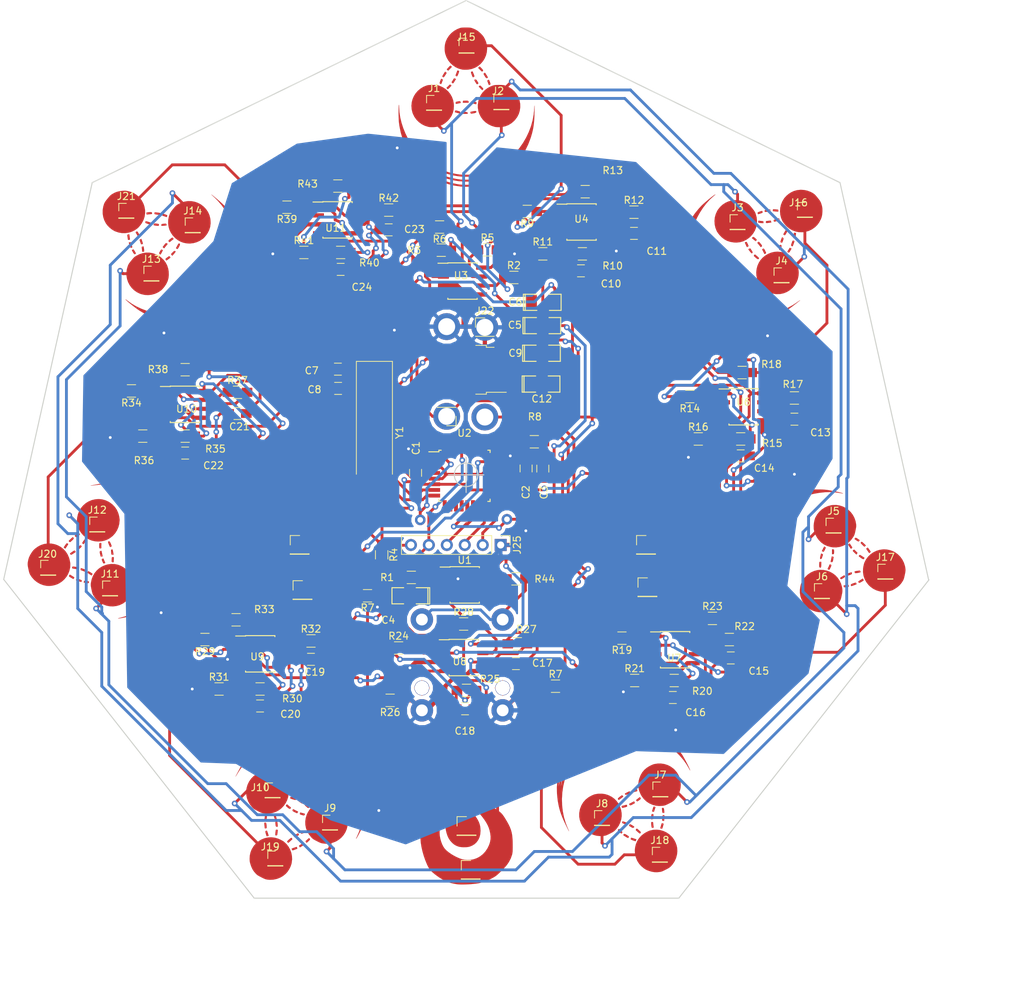
<source format=kicad_pcb>
(kicad_pcb (version 20170123) (host pcbnew "(2017-07-14 revision 22e95aa)-master")
  (layers (0 F.Cu signal) (31 B.Cu signal) (34 B.Paste user) (35 F.Paste user) (36 B.SilkS user) (37 F.SilkS user) (38 B.Mask user) (39 F.Mask user) (44 Edge.Cuts user))
  (net 0 "")
  (net 1 GND)
  (net 2 +5V)
  (net 3 "Net-(C4-Pad1)")
  (net 4 OUTPUT)
  (net 5 "Net-(C5-Pad1)")
  (net 6 /NO)
  (net 7 /GL)
  (net 8 "Net-(C6-Pad1)")
  (net 9 "Net-(C7-Pad2)")
  (net 10 "Net-(C8-Pad2)")
  (net 11 +BATT)
  (net 12 "Net-(C10-Pad2)")
  (net 13 "Net-(C10-Pad1)")
  (net 14 "Net-(C11-Pad2)")
  (net 15 "Net-(C13-Pad2)")
  (net 16 "Net-(C13-Pad1)")
  (net 17 "Net-(C14-Pad2)")
  (net 18 "Net-(C15-Pad2)")
  (net 19 "Net-(C15-Pad1)")
  (net 20 "Net-(C16-Pad2)")
  (net 21 "Net-(C17-Pad1)")
  (net 22 "Net-(C17-Pad2)")
  (net 23 "Net-(C18-Pad2)")
  (net 24 "Net-(C19-Pad2)")
  (net 25 "Net-(C19-Pad1)")
  (net 26 "Net-(C20-Pad2)")
  (net 27 "Net-(C21-Pad1)")
  (net 28 "Net-(C21-Pad2)")
  (net 29 "Net-(C22-Pad2)")
  (net 30 "Net-(C23-Pad1)")
  (net 31 "Net-(C23-Pad2)")
  (net 32 "Net-(C24-Pad2)")
  (net 33 /NOISE)
  (net 34 /GLOTTAL)
  (net 35 /IN0)
  (net 36 /IN1)
  (net 37 /IN2)
  (net 38 /IN3)
  (net 39 /IN4)
  (net 40 /IN5)
  (net 41 /IN6)
  (net 42 -BATT)
  (net 43 "Net-(J25-Pad2)")
  (net 44 "Net-(J25-Pad3)")
  (net 45 "Net-(J25-Pad5)")
  (net 46 /ADC0)
  (net 47 /ADC1)
  (net 48 "Net-(R1-Pad1)")
  (net 49 "Net-(R2-Pad1)")
  (net 50 "Net-(R3-Pad1)")
  (net 51 "Net-(R10-Pad2)")
  (net 52 "Net-(R14-Pad1)")
  (net 53 "Net-(R19-Pad1)")
  (net 54 "Net-(R24-Pad1)")
  (net 55 "Net-(R29-Pad1)")
  (net 56 "Net-(R34-Pad1)")
  (net 57 "Net-(R39-Pad1)")
  (net 58 "Net-(R44-Pad2)")
  (net 59 "Net-(J24-Pad1)")
  (net 60 "Net-(U2-Pad2)")
  (net 61 "Net-(U2-Pad9)")
  (net 62 "Net-(U2-Pad10)")
  (net 63 "Net-(U2-Pad11)")
  (net 64 "Net-(U2-Pad12)")
  (net 65 "Net-(U2-Pad13)")
  (net 66 "Net-(U2-Pad14)")
  (net 67 "Net-(U2-Pad19)")
  (net 68 "Net-(U2-Pad20)")
  (net 69 "Net-(U2-Pad22)")
  (net 70 "Net-(U2-Pad25)")
  (net 71 "Net-(U2-Pad26)")
  (net 72 "Net-(U2-Pad27)")
  (net 73 "Net-(U2-Pad28)")
  (net 74 "Net-(U2-Pad30)")
  (net 75 "Net-(U2-Pad31)")
  (net 76 "Net-(U2-Pad32)")
  (module audi:audi-NRJ4HF (layer B.Cu) (at 135.94 115.01 270)
    (fp_text reference "" (at -6.35 10.93216 270) (layer F.SilkS))
    (fp_text value "" (at 2.4511 0.48006 180) (layer F.SilkS) (effects (font (size 0.8128 0.8128) (thickness 0.0762))))
    (pad SLEE thru_hole circle (at 8.41248 7.24916 270) (size 3.175 3.175) (drill 1.6764) (layers *.Cu *.Mask) (net 1 GND))
    (pad SLEE thru_hole circle (at 8.41248 -4.1783 270) (size 3.175 3.175) (drill 1.6764) (layers *.Cu *.Mask) (net 1 GND))
    (pad TIP thru_hole circle (at -4.445 7.24916 270) (size 3.175 3.175) (drill 1.6764) (layers *.Cu *.Mask) (net 59 "Net-(J24-Pad1)"))
    (pad TIP- thru_hole circle (at -4.44246 -4.1783 270) (size 3.175 3.175) (drill 1.6764) (layers *.Cu *.Mask) (net 59 "Net-(J24-Pad1)"))
  )
  (module Pin_Headers:Pin_Header_Straight_1x06_Pitch2.54mm (layer F.Cu) (at 139.84 100.01 270)
    (fp_text reference J25 (at 0 -2.33 270) (layer F.SilkS))
    (fp_text value "")
    (pad 6 thru_hole oval (at 0 12.7 270) (size 1.7 1.7) (drill 1) (layers *.Cu *.Mask) (net 2 +5V))
    (pad 5 thru_hole oval (at 0 10.16 270) (size 1.7 1.7) (drill 1) (layers *.Cu *.Mask) (net 45 "Net-(J25-Pad5)"))
    (pad 4 thru_hole oval (at 0 7.62 270) (size 1.7 1.7) (drill 1) (layers *.Cu *.Mask) (net 6 /NO))
    (pad 3 thru_hole oval (at 0 5.08 270) (size 1.7 1.7) (drill 1) (layers *.Cu *.Mask) (net 44 "Net-(J25-Pad3)"))
    (pad 2 thru_hole oval (at 0 2.54 270) (size 1.7 1.7) (drill 1) (layers *.Cu *.Mask) (net 43 "Net-(J25-Pad2)"))
    (pad 1 thru_hole rect (at 0 0 270) (size 1.7 1.7) (drill 1) (layers *.Cu *.Mask) (net 1 GND))
  )
  (module Resistors_SMD:R_0805_HandSoldering (layer F.Cu) (at 147.6 120)
    (fp_text reference R7 (at 0 -1.7) (layer F.SilkS))
    (fp_text value 470K)
    (pad 1 smd rect (at -1.35 0) (size 1.5 1.3) (layers F.Cu F.Paste F.Mask) (net 1 GND))
    (pad 2 smd rect (at 1.35 0) (size 1.5 1.3) (layers F.Cu F.Paste F.Mask) (net 70 "Net-(U2-Pad25)"))
  )
  (module Pin_Headers:Pin_Header_Straight_1x01_Pitch2.54mm (layer F.Cu) (at 135.6 146)
    (fp_text reference "" (at 0 -2.33) (layer F.SilkS))
    (fp_text value "")
    (pad 1 smd rect (at 0 0) (size 1.7 1.7) (layers F.Cu F.Mask) (net 70 "Net-(U2-Pad25)"))
  )
  (module Pin_Headers:Pin_Header_Straight_1x01_Pitch2.54mm (layer F.Cu) (at 135 139.8)
    (fp_text reference "" (at 0 -2.33) (layer F.SilkS))
    (fp_text value "")
    (pad 1 smd rect (at 0 0) (size 1.7 1.7) (layers F.Cu F.Mask) (net 2 +5V))
  )
  (module wormed:drops000 (layer F.Cu) (at 135 137)
    (fp_text reference "" hide)
    (fp_text value "" hide)
  )
  (module wormed:drops000-copper (layer F.Cu) (at 135 137)
    (fp_text reference "" hide)
    (fp_text value "" hide)
    (fp_poly (pts (xy 0.651054 -0.584035) (xy 0.779831 -0.568515) (xy 0.965539 -0.541116) (xy 1.195119 -0.504146) (xy 1.455514 -0.459916) (xy 1.733669 -0.410734) (xy 2.016525 -0.358911) (xy 2.291026 -0.306756) (xy 2.544114 -0.256579) (xy 2.762733 -0.210688) (xy 2.933826 -0.171395) (xy 2.936944 -0.170625) (xy 3.130663 -0.119726) (xy 3.300588 -0.066243) (xy 3.460931 -0.002934) (xy 3.625903 0.077439) (xy 3.809715 0.182119) (xy 4.026579 0.318344) (xy 4.290704 0.493356) (xy 4.445 0.597717) (xy 4.663739 0.753399) (xy 4.844544 0.901862) (xy 5.002768 1.059988) (xy 5.153763 1.24466) (xy 5.312881 1.472763) (xy 5.479751 1.735666) (xy 5.749104 2.1853) (xy 5.970186 2.589348) (xy 6.147425 2.963753) (xy 6.28525 3.324456) (xy 6.388089 3.687401) (xy 6.460371 4.068529) (xy 6.506524 4.483782) (xy 6.530976 4.949102) (xy 6.538156 5.480432) (xy 6.538077 5.545666) (xy 6.536569 5.872033) (xy 6.533153 6.127872) (xy 6.526817 6.327318) (xy 6.516545 6.484504) (xy 6.501323 6.613566) (xy 6.480138 6.728637) (xy 6.451975 6.843852) (xy 6.442397 6.879166) (xy 6.263656 7.382141) (xy 6.010016 7.874983) (xy 5.755268 8.255) (xy 5.598926 8.448794) (xy 5.395529 8.678645) (xy 5.161081 8.928396) (xy 4.911589 9.181892) (xy 4.663056 9.422977) (xy 4.431487 9.635495) (xy 4.232888 9.80329) (xy 4.183947 9.841128) (xy 3.897463 10.031768) (xy 3.546279 10.22544) (xy 3.149573 10.413656) (xy 2.726525 10.587927) (xy 2.296314 10.739764) (xy 1.883834 10.859229) (xy 1.642462 10.908641) (xy 1.334293 10.953522) (xy 0.977124 10.992782) (xy 0.588752 11.025333) (xy 0.186978 11.050082) (xy -0.210402 11.065942) (xy -0.585588 11.071822) (xy -0.920783 11.066632) (xy -1.198187 11.049283) (xy -1.2065 11.048455) (xy -1.54495 11.001564) (xy -1.910956 10.929291) (xy -2.275587 10.838732) (xy -2.609907 10.736982) (xy -2.85551 10.644056) (xy -3.145253 10.503008) (xy -3.474428 10.315109) (xy -3.823035 10.093814) (xy -4.171075 9.852575) (xy -4.49855 9.604845) (xy -4.785461 9.364078) (xy -4.860701 9.295156) (xy -5.058089 9.094925) (xy -5.223169 8.889648) (xy -5.370666 8.657399) (xy -5.515303 8.376249) (xy -5.595221 8.201304) (xy -5.8417 7.597362) (xy -6.053363 6.981759) (xy -6.227915 6.366109) (xy -6.363062 5.762026) (xy -6.45651 5.181125) (xy -6.505965 4.63502) (xy -6.509133 4.135326) (xy -6.473548 3.754609) (xy -6.342332 3.08974) (xy -6.158233 2.482175) (xy -5.923015 1.934163) (xy -5.638444 1.447954) (xy -5.306283 1.025796) (xy -4.928297 0.669938) (xy -4.506251 0.382629) (xy -4.041908 0.166118) (xy -3.547201 0.024727) (xy -3.327951 -0.013656) (xy -3.130198 -0.036008) (xy -2.967967 -0.042062) (xy -2.855283 -0.03155) (xy -2.806171 -0.004203) (xy -2.807062 0.010583) (xy -2.83102 0.065623) (xy -2.883045 0.1838) (xy -2.956847 0.350867) (xy -3.046135 0.552578) (xy -3.110819 0.6985) (xy -3.29336 1.155371) (xy -3.455821 1.650927) (xy -3.593371 2.164323) (xy -3.701178 2.674715) (xy -3.774414 3.161258) (xy -3.808246 3.603108) (xy -3.81 3.715506) (xy -3.783814 4.131015) (xy -3.709483 4.560666) (xy -3.593351 4.984663) (xy -3.441759 5.383213) (xy -3.261049 5.736521) (xy -3.077877 6.00053) (xy -2.848663 6.239988) (xy -2.553617 6.487072) (xy -2.209658 6.731521) (xy -1.833711 6.963075) (xy -1.442697 7.171474) (xy -1.053538 7.346457) (xy -0.683157 7.477765) (xy -0.60468 7.500095) (xy -0.267756 7.564102) (xy 0.111721 7.591659) (xy 0.499886 7.582766) (xy 0.862875 7.537423) (xy 1.028138 7.500063) (xy 1.503122 7.328855) (xy 1.939769 7.084332) (xy 2.333336 6.770894) (xy 2.679079 6.392942) (xy 2.972256 5.954879) (xy 3.197804 5.486946) (xy 3.330312 5.092361) (xy 3.402978 4.703734) (xy 3.416508 4.303568) (xy 3.371604 3.874365) (xy 3.280059 3.441852) (xy 3.16438 3.066159) (xy 3.005226 2.689978) (xy 2.797081 2.303995) (xy 2.534433 1.898896) (xy 2.211766 1.465368) (xy 1.847324 1.02187) (xy 1.645664 0.782952) (xy 1.443591 0.538683) (xy 1.247944 0.297821) (xy 1.065564 0.069126) (xy 0.90329 -0.138643) (xy 0.767961 -0.316727) (xy 0.666419 -0.456368) (xy 0.605502 -0.548806) (xy 0.59205 -0.585283) (xy 0.592262 -0.585365) (xy 0.651054 -0.584035)) (layer F.Cu) (width 0.01))
    (fp_poly (pts (xy 0.134746 -10.843541) (xy 0.094825 -10.744558) (xy 0.031472 -10.596812) (xy -0.049374 -10.414399) (xy -0.0713 -10.365744) (xy -0.243973 -9.959188) (xy -0.404357 -9.534503) (xy -0.545173 -9.113667) (xy -0.659141 -8.718656) (xy -0.738983 -8.371449) (xy -0.747874 -8.323106) (xy -0.772285 -8.178953) (xy -0.789158 -8.05494) (xy -0.798465 -7.93504) (xy -0.800173 -7.803228) (xy -0.794254 -7.643475) (xy -0.780675 -7.439756) (xy -0.759407 -7.176042) (xy -0.745375 -7.010773) (xy -0.719525 -6.686164) (xy -0.69485 -6.335658) (xy -0.673135 -5.987657) (xy -0.656168 -5.670563) (xy -0.646588 -5.439834) (xy -0.639971 -5.100411) (xy -0.647996 -4.824825) (xy -0.675013 -4.59287) (xy -0.725375 -4.384343) (xy -0.803432 -4.17904) (xy -0.913537 -3.956759) (xy -0.999238 -3.802551) (xy -1.124797 -3.565718) (xy -1.244245 -3.309794) (xy -1.350704 -3.052715) (xy -1.437297 -2.812413) (xy -1.497147 -2.606824) (xy -1.523378 -2.453881) (xy -1.524 -2.434028) (xy -1.495168 -2.241137) (xy -1.413484 -2.006033) (xy -1.286167 -1.746171) (xy -1.142296 -1.511145) (xy -1.057669 -1.388991) (xy -0.961585 -1.2587) (xy -0.847746 -1.112694) (xy -0.70985 -0.943393) (xy -0.541598 -0.743218) (xy -0.33669 -0.50459) (xy -0.088826 -0.219929) (xy 0.208294 0.118344) (xy 0.275843 0.194982) (xy 0.660439 0.639491) (xy 0.986055 1.036161) (xy 1.257037 1.393354) (xy 1.477727 1.719431) (xy 1.65247 2.022755) (xy 1.785611 2.311687) (xy 1.881494 2.594588) (xy 1.944463 2.879821) (xy 1.978863 3.175748) (xy 1.989037 3.490729) (xy 1.989034 3.4925) (xy 1.952165 3.954908) (xy 1.845793 4.378014) (xy 1.673635 4.756693) (xy 1.439408 5.085823) (xy 1.146832 5.360279) (xy 0.799623 5.574939) (xy 0.4015 5.72468) (xy 0.361523 5.735251) (xy 0.13988 5.773627) (xy -0.132623 5.79374) (xy -0.426763 5.795887) (xy -0.713322 5.780367) (xy -0.963077 5.747477) (xy -1.0795 5.720575) (xy -1.39201 5.612145) (xy -1.655337 5.474408) (xy -1.901015 5.288741) (xy -2.055694 5.143979) (xy -2.30965 4.857286) (xy -2.51615 4.543625) (xy -2.682999 4.187519) (xy -2.818005 3.773493) (xy -2.884919 3.500158) (xy -2.931086 3.25737) (xy -2.955934 3.028849) (xy -2.957105 2.80357) (xy -2.932245 2.570505) (xy -2.878995 2.318628) (xy -2.795 2.036913) (xy -2.677903 1.714334) (xy -2.525348 1.339863) (xy -2.334977 0.902474) (xy -2.324927 0.879886) (xy -2.207807 0.616643) (xy -2.11834 0.405905) (xy -2.055311 0.231205) (xy -2.017506 0.076078) (xy -2.00371 -0.075941) (xy -2.01271 -0.241319) (xy -2.043292 -0.436521) (xy -2.09424 -0.678013) (xy -2.164342 -0.98226) (xy -2.182002 -1.058334) (xy -2.253631 -1.387076) (xy -2.303193 -1.668372) (xy -2.335396 -1.935096) (xy -2.354948 -2.220121) (xy -2.357936 -2.286516) (xy -2.364728 -2.553656) (xy -2.358447 -2.788368) (xy -2.335169 -3.005589) (xy -2.290972 -3.220253) (xy -2.22193 -3.447299) (xy -2.124122 -3.701662) (xy -1.993624 -3.998278) (xy -1.826512 -4.352085) (xy -1.802084 -4.402667) (xy -1.65413 -4.707654) (xy -1.535531 -4.955466) (xy -1.442848 -5.160882) (xy -1.372644 -5.338678) (xy -1.321481 -5.503632) (xy -1.285921 -5.67052) (xy -1.262527 -5.854119) (xy -1.247861 -6.069208) (xy -1.238486 -6.330563) (xy -1.230964 -6.652961) (xy -1.225972 -6.879167) (xy -1.217517 -7.236126) (xy -1.209633 -7.520343) (xy -1.201236 -7.743725) (xy -1.191244 -7.918179) (xy -1.178573 -8.055613) (xy -1.16214 -8.167936) (xy -1.140864 -8.267055) (xy -1.113659 -8.364877) (xy -1.081592 -8.466667) (xy -0.974434 -8.759823) (xy -0.828174 -9.103158) (xy -0.652053 -9.47734) (xy -0.455312 -9.863041) (xy -0.24719 -10.240928) (xy -0.17056 -10.372513) (xy -0.061195 -10.555528) (xy 0.03265 -10.709169) (xy 0.102796 -10.820304) (xy 0.141064 -10.875801) (xy 0.145294 -10.879667) (xy 0.134746 -10.843541)) (layer F.Cu) (width 0.01))
  )
  (module Capacitors_SMD:C_0805_HandSoldering (layer F.Cu) (at 145.8 89.2 270)
    (fp_text reference C3 (at 3.38 -0.16 270) (layer F.SilkS))
    (fp_text value 100N)
    (pad 1 smd rect (at -1.25 0 270) (size 1.5 1.25) (layers F.Cu F.Paste F.Mask) (net 1 GND))
    (pad 2 smd rect (at 1.25 0 270) (size 1.5 1.25) (layers F.Cu F.Paste F.Mask) (net 68 "Net-(U2-Pad20)"))
  )
  (module wormed:drops000-copper (layer F.Cu) (at 111 97)
    (fp_text reference G*** hide)
    (fp_text value LOGO hide)
    (fp_poly (pts (xy 0.651054 -0.584035) (xy 0.779831 -0.568515) (xy 0.965539 -0.541116) (xy 1.195119 -0.504146) (xy 1.455514 -0.459916) (xy 1.733669 -0.410734) (xy 2.016525 -0.358911) (xy 2.291026 -0.306756) (xy 2.544114 -0.256579) (xy 2.762733 -0.210688) (xy 2.933826 -0.171395) (xy 2.936944 -0.170625) (xy 3.130663 -0.119726) (xy 3.300588 -0.066243) (xy 3.460931 -0.002934) (xy 3.625903 0.077439) (xy 3.809715 0.182119) (xy 4.026579 0.318344) (xy 4.290704 0.493356) (xy 4.445 0.597717) (xy 4.663739 0.753399) (xy 4.844544 0.901862) (xy 5.002768 1.059988) (xy 5.153763 1.24466) (xy 5.312881 1.472763) (xy 5.479751 1.735666) (xy 5.749104 2.1853) (xy 5.970186 2.589348) (xy 6.147425 2.963753) (xy 6.28525 3.324456) (xy 6.388089 3.687401) (xy 6.460371 4.068529) (xy 6.506524 4.483782) (xy 6.530976 4.949102) (xy 6.538156 5.480432) (xy 6.538077 5.545666) (xy 6.536569 5.872033) (xy 6.533153 6.127872) (xy 6.526817 6.327318) (xy 6.516545 6.484504) (xy 6.501323 6.613566) (xy 6.480138 6.728637) (xy 6.451975 6.843852) (xy 6.442397 6.879166) (xy 6.263656 7.382141) (xy 6.010016 7.874983) (xy 5.755268 8.255) (xy 5.598926 8.448794) (xy 5.395529 8.678645) (xy 5.161081 8.928396) (xy 4.911589 9.181892) (xy 4.663056 9.422977) (xy 4.431487 9.635495) (xy 4.232888 9.80329) (xy 4.183947 9.841128) (xy 3.897463 10.031768) (xy 3.546279 10.22544) (xy 3.149573 10.413656) (xy 2.726525 10.587927) (xy 2.296314 10.739764) (xy 1.883834 10.859229) (xy 1.642462 10.908641) (xy 1.334293 10.953522) (xy 0.977124 10.992782) (xy 0.588752 11.025333) (xy 0.186978 11.050082) (xy -0.210402 11.065942) (xy -0.585588 11.071822) (xy -0.920783 11.066632) (xy -1.198187 11.049283) (xy -1.2065 11.048455) (xy -1.54495 11.001564) (xy -1.910956 10.929291) (xy -2.275587 10.838732) (xy -2.609907 10.736982) (xy -2.85551 10.644056) (xy -3.145253 10.503008) (xy -3.474428 10.315109) (xy -3.823035 10.093814) (xy -4.171075 9.852575) (xy -4.49855 9.604845) (xy -4.785461 9.364078) (xy -4.860701 9.295156) (xy -5.058089 9.094925) (xy -5.223169 8.889648) (xy -5.370666 8.657399) (xy -5.515303 8.376249) (xy -5.595221 8.201304) (xy -5.8417 7.597362) (xy -6.053363 6.981759) (xy -6.227915 6.366109) (xy -6.363062 5.762026) (xy -6.45651 5.181125) (xy -6.505965 4.63502) (xy -6.509133 4.135326) (xy -6.473548 3.754609) (xy -6.342332 3.08974) (xy -6.158233 2.482175) (xy -5.923015 1.934163) (xy -5.638444 1.447954) (xy -5.306283 1.025796) (xy -4.928297 0.669938) (xy -4.506251 0.382629) (xy -4.041908 0.166118) (xy -3.547201 0.024727) (xy -3.327951 -0.013656) (xy -3.130198 -0.036008) (xy -2.967967 -0.042062) (xy -2.855283 -0.03155) (xy -2.806171 -0.004203) (xy -2.807062 0.010583) (xy -2.83102 0.065623) (xy -2.883045 0.1838) (xy -2.956847 0.350867) (xy -3.046135 0.552578) (xy -3.110819 0.6985) (xy -3.29336 1.155371) (xy -3.455821 1.650927) (xy -3.593371 2.164323) (xy -3.701178 2.674715) (xy -3.774414 3.161258) (xy -3.808246 3.603108) (xy -3.81 3.715506) (xy -3.783814 4.131015) (xy -3.709483 4.560666) (xy -3.593351 4.984663) (xy -3.441759 5.383213) (xy -3.261049 5.736521) (xy -3.077877 6.00053) (xy -2.848663 6.239988) (xy -2.553617 6.487072) (xy -2.209658 6.731521) (xy -1.833711 6.963075) (xy -1.442697 7.171474) (xy -1.053538 7.346457) (xy -0.683157 7.477765) (xy -0.60468 7.500095) (xy -0.267756 7.564102) (xy 0.111721 7.591659) (xy 0.499886 7.582766) (xy 0.862875 7.537423) (xy 1.028138 7.500063) (xy 1.503122 7.328855) (xy 1.939769 7.084332) (xy 2.333336 6.770894) (xy 2.679079 6.392942) (xy 2.972256 5.954879) (xy 3.197804 5.486946) (xy 3.330312 5.092361) (xy 3.402978 4.703734) (xy 3.416508 4.303568) (xy 3.371604 3.874365) (xy 3.280059 3.441852) (xy 3.16438 3.066159) (xy 3.005226 2.689978) (xy 2.797081 2.303995) (xy 2.534433 1.898896) (xy 2.211766 1.465368) (xy 1.847324 1.02187) (xy 1.645664 0.782952) (xy 1.443591 0.538683) (xy 1.247944 0.297821) (xy 1.065564 0.069126) (xy 0.90329 -0.138643) (xy 0.767961 -0.316727) (xy 0.666419 -0.456368) (xy 0.605502 -0.548806) (xy 0.59205 -0.585283) (xy 0.592262 -0.585365) (xy 0.651054 -0.584035)) (layer F.Cu) (width 0.01))
    (fp_poly (pts (xy 0.134746 -10.843541) (xy 0.094825 -10.744558) (xy 0.031472 -10.596812) (xy -0.049374 -10.414399) (xy -0.0713 -10.365744) (xy -0.243973 -9.959188) (xy -0.404357 -9.534503) (xy -0.545173 -9.113667) (xy -0.659141 -8.718656) (xy -0.738983 -8.371449) (xy -0.747874 -8.323106) (xy -0.772285 -8.178953) (xy -0.789158 -8.05494) (xy -0.798465 -7.93504) (xy -0.800173 -7.803228) (xy -0.794254 -7.643475) (xy -0.780675 -7.439756) (xy -0.759407 -7.176042) (xy -0.745375 -7.010773) (xy -0.719525 -6.686164) (xy -0.69485 -6.335658) (xy -0.673135 -5.987657) (xy -0.656168 -5.670563) (xy -0.646588 -5.439834) (xy -0.639971 -5.100411) (xy -0.647996 -4.824825) (xy -0.675013 -4.59287) (xy -0.725375 -4.384343) (xy -0.803432 -4.17904) (xy -0.913537 -3.956759) (xy -0.999238 -3.802551) (xy -1.124797 -3.565718) (xy -1.244245 -3.309794) (xy -1.350704 -3.052715) (xy -1.437297 -2.812413) (xy -1.497147 -2.606824) (xy -1.523378 -2.453881) (xy -1.524 -2.434028) (xy -1.495168 -2.241137) (xy -1.413484 -2.006033) (xy -1.286167 -1.746171) (xy -1.142296 -1.511145) (xy -1.057669 -1.388991) (xy -0.961585 -1.2587) (xy -0.847746 -1.112694) (xy -0.70985 -0.943393) (xy -0.541598 -0.743218) (xy -0.33669 -0.50459) (xy -0.088826 -0.219929) (xy 0.208294 0.118344) (xy 0.275843 0.194982) (xy 0.660439 0.639491) (xy 0.986055 1.036161) (xy 1.257037 1.393354) (xy 1.477727 1.719431) (xy 1.65247 2.022755) (xy 1.785611 2.311687) (xy 1.881494 2.594588) (xy 1.944463 2.879821) (xy 1.978863 3.175748) (xy 1.989037 3.490729) (xy 1.989034 3.4925) (xy 1.952165 3.954908) (xy 1.845793 4.378014) (xy 1.673635 4.756693) (xy 1.439408 5.085823) (xy 1.146832 5.360279) (xy 0.799623 5.574939) (xy 0.4015 5.72468) (xy 0.361523 5.735251) (xy 0.13988 5.773627) (xy -0.132623 5.79374) (xy -0.426763 5.795887) (xy -0.713322 5.780367) (xy -0.963077 5.747477) (xy -1.0795 5.720575) (xy -1.39201 5.612145) (xy -1.655337 5.474408) (xy -1.901015 5.288741) (xy -2.055694 5.143979) (xy -2.30965 4.857286) (xy -2.51615 4.543625) (xy -2.682999 4.187519) (xy -2.818005 3.773493) (xy -2.884919 3.500158) (xy -2.931086 3.25737) (xy -2.955934 3.028849) (xy -2.957105 2.80357) (xy -2.932245 2.570505) (xy -2.878995 2.318628) (xy -2.795 2.036913) (xy -2.677903 1.714334) (xy -2.525348 1.339863) (xy -2.334977 0.902474) (xy -2.324927 0.879886) (xy -2.207807 0.616643) (xy -2.11834 0.405905) (xy -2.055311 0.231205) (xy -2.017506 0.076078) (xy -2.00371 -0.075941) (xy -2.01271 -0.241319) (xy -2.043292 -0.436521) (xy -2.09424 -0.678013) (xy -2.164342 -0.98226) (xy -2.182002 -1.058334) (xy -2.253631 -1.387076) (xy -2.303193 -1.668372) (xy -2.335396 -1.935096) (xy -2.354948 -2.220121) (xy -2.357936 -2.286516) (xy -2.364728 -2.553656) (xy -2.358447 -2.788368) (xy -2.335169 -3.005589) (xy -2.290972 -3.220253) (xy -2.22193 -3.447299) (xy -2.124122 -3.701662) (xy -1.993624 -3.998278) (xy -1.826512 -4.352085) (xy -1.802084 -4.402667) (xy -1.65413 -4.707654) (xy -1.535531 -4.955466) (xy -1.442848 -5.160882) (xy -1.372644 -5.338678) (xy -1.321481 -5.503632) (xy -1.285921 -5.67052) (xy -1.262527 -5.854119) (xy -1.247861 -6.069208) (xy -1.238486 -6.330563) (xy -1.230964 -6.652961) (xy -1.225972 -6.879167) (xy -1.217517 -7.236126) (xy -1.209633 -7.520343) (xy -1.201236 -7.743725) (xy -1.191244 -7.918179) (xy -1.178573 -8.055613) (xy -1.16214 -8.167936) (xy -1.140864 -8.267055) (xy -1.113659 -8.364877) (xy -1.081592 -8.466667) (xy -0.974434 -8.759823) (xy -0.828174 -9.103158) (xy -0.652053 -9.47734) (xy -0.455312 -9.863041) (xy -0.24719 -10.240928) (xy -0.17056 -10.372513) (xy -0.061195 -10.555528) (xy 0.03265 -10.709169) (xy 0.102796 -10.820304) (xy 0.141064 -10.875801) (xy 0.145294 -10.879667) (xy 0.134746 -10.843541)) (layer F.Cu) (width 0.01))
  )
  (module wormed:drops000 (layer F.Cu) (at 111 97)
    (fp_text reference G*** hide)
    (fp_text value LOGO hide)
  )
  (module Measurement_Points:Measurement_Point_Round-TH_Small (layer F.Cu) (at 128.46 96.46)
    (fp_text reference "" (at 0 -2) (layer F.SilkS))
    (fp_text value "")
    (pad 1 thru_hole circle (at 0 0) (size 1.5 1.5) (drill 0.8) (layers *.Cu *.Mask) (net 7 /GL))
  )
  (module Measurement_Points:Measurement_Point_Round-SMD-Pad_Big (layer F.Cu) (at 126.6 43.07)
    (fp_text reference "" (at 0 -3) (layer F.SilkS))
    (fp_text value "")
    (pad 1 smd circle (at 0 0) (size 0.3 0.3) (layers F.Cu) (net 1 GND))
  )
  (module Measurement_Points:Measurement_Point_Round-SMD-Pad_Big (layer F.Cu) (at 91.48 67.67)
    (fp_text reference "" (at 0 -3) (layer F.SilkS))
    (fp_text value "")
    (pad 1 smd circle (at 0 0) (size 0.3 0.3) (layers F.Cu) (net 1 GND))
  )
  (module Measurement_Points:Measurement_Point_Round-SMD-Pad_Big (layer F.Cu) (at 90.58 108.2)
    (fp_text reference "" (at 0 -3) (layer F.SilkS))
    (fp_text value "")
    (pad 1 smd circle (at 0 0) (size 0.3 0.3) (layers F.Cu) (net 1 GND))
  )
  (module Measurement_Points:Measurement_Point_Round-SMD-Pad_Big (layer F.Cu) (at 120.78 136.1)
    (fp_text reference "" (at 0 -3) (layer F.SilkS))
    (fp_text value "")
    (pad 1 smd circle (at 0 0) (size 0.3 0.3) (layers F.Cu) (net 1 GND))
  )
  (module Measurement_Points:Measurement_Point_Round-SMD-Pad_Big (layer F.Cu) (at 163.53 127.9)
    (fp_text reference "" (at 0 -3) (layer F.SilkS))
    (fp_text value "")
    (pad 1 smd circle (at 0 0) (size 0.3 0.3) (layers F.Cu) (net 1 GND))
  )
  (module Measurement_Points:Measurement_Point_Round-SMD-Pad_Big (layer F.Cu) (at 183.17 92.63)
    (fp_text reference "" (at 0 -3) (layer F.SilkS))
    (fp_text value "")
    (pad 1 smd circle (at 0 0) (size 0.3 0.3) (layers F.Cu) (net 1 GND))
  )
  (module Measurement_Points:Measurement_Point_Round-SMD-Pad_Big (layer F.Cu) (at 176.64 67.84 270)
    (fp_text reference "" (at 0 -3 270) (layer F.SilkS))
    (fp_text value "")
    (pad 1 smd circle (at 0 0 270) (size 0.3 0.3) (layers F.Cu) (net 1 GND))
  )
  (module wormed:wormed_pad2_mask (layer F.Cu) (at 84 101 102)
    (fp_text reference G*** hide)
    (fp_text value LOGO hide)
  )
  (module wormed:wormed_pad2_mask (layer F.Cu) (at 111 137 153)
    (fp_text reference G*** hide)
    (fp_text value LOGO hide)
  )
  (module wormed:wormed_pad2_mask (layer F.Cu) (at 158 136 207)
    (fp_text reference G*** hide)
    (fp_text value LOGO hide)
  )
  (module wormed:wormed_pad2_mask (layer F.Cu) (at 186 102 258)
    (fp_text reference G*** hide)
    (fp_text value LOGO hide)
  )
  (module wormed:wormed_pad2_mask (layer F.Cu) (at 176 58 309)
    (fp_text reference G*** hide)
    (fp_text value LOGO hide)
  )
  (module Pin_Headers:Pin_Header_Straight_1x02_Pitch2.54mm (layer F.Cu) (at 132.2 81.8 180)
    (fp_text reference "" (at 0 -2.33 180) (layer F.SilkS))
    (fp_text value "")
    (pad 1 thru_hole circle (at 0 0 180) (size 3.8 3.8) (drill 2.4) (layers *.Cu *.Mask) (net 42 -BATT))
    (pad 2 thru_hole circle (at 0 12.7 180) (size 3.8 3.8) (drill 2.4) (layers *.Cu *.Mask) (net 1 GND))
  )
  (module Pin_Headers:Pin_Header_Straight_1x02_Pitch2.54mm (layer F.Cu) (at 137.6 69.2)
    (fp_text reference J22 (at 0 -2.33) (layer F.SilkS))
    (fp_text value "")
    (pad 2 thru_hole circle (at 0 12.7) (size 3.8 3.8) (drill 2.4) (layers *.Cu *.Mask) (net 11 +BATT))
    (pad 1 thru_hole circle (at 0 0) (size 3.8 3.8) (drill 2.4) (layers *.Cu *.Mask) (net 1 GND))
  )
  (module Measurement_Points:Measurement_Point_Round-SMD-Pad_Big (layer F.Cu) (at 128.69 120.25)
    (fp_text reference "" (at 0 -3) (layer F.SilkS))
    (fp_text value "")
    (pad 1 thru_hole circle (at 0 0) (size 2.1 2.1) (drill 2) (layers *.Cu *.Mask))
  )
  (module wormed:wormed_pad2 (layer F.Cu) (at 158 136 207)
    (fp_text reference G*** hide)
    (fp_text value LOGO hide)
    (fp_poly (pts (xy 0.171756 -11.237782) (xy 0.364381 -11.231102) (xy 0.514037 -11.217168) (xy 0.64155 -11.193692) (xy 0.767749 -11.158383) (xy 0.8255 -11.13943) (xy 1.186405 -10.996259) (xy 1.502585 -10.820384) (xy 1.800727 -10.594969) (xy 2.036344 -10.3755) (xy 2.214638 -10.190821) (xy 2.347682 -10.033235) (xy 2.455322 -9.875692) (xy 2.557401 -9.691143) (xy 2.598193 -9.609667) (xy 2.767973 -9.208537) (xy 2.871826 -8.819768) (xy 2.916988 -8.413109) (xy 2.920264 -8.263357) (xy 2.879988 -7.762018) (xy 2.757812 -7.280654) (xy 2.554914 -6.82292) (xy 2.351067 -6.498154) (xy 2.030809 -6.120101) (xy 1.658394 -5.806187) (xy 1.2412 -5.560353) (xy 0.786605 -5.386537) (xy 0.301987 -5.28868) (xy 0.049935 -5.269439) (xy -0.164942 -5.266381) (xy -0.373961 -5.271233) (xy -0.546775 -5.282941) (xy -0.619637 -5.292669) (xy -1.092264 -5.419711) (xy -1.532201 -5.620503) (xy -1.932274 -5.888065) (xy -2.285309 -6.215415) (xy -2.584129 -6.595574) (xy -2.821559 -7.02156) (xy -2.990426 -7.486393) (xy -3.027246 -7.63509) (xy -3.081027 -8.021949) (xy -3.083552 -8.437203) (xy -3.036562 -8.847345) (xy -2.945688 -9.2075) (xy -2.747517 -9.662503) (xy -2.478869 -10.077453) (xy -2.1475 -10.444669) (xy -1.761167 -10.756469) (xy -1.327627 -11.005172) (xy -0.994834 -11.13943) (xy -0.862961 -11.180404) (xy -0.738539 -11.208582) (xy -0.600742 -11.226253) (xy -0.428741 -11.235707) (xy -0.201709 -11.239235) (xy -0.084667 -11.2395) (xy 0.171756 -11.237782)) (layer F.Cu) (width 0.01))
    (fp_poly (pts (xy -2.222986 -5.81564) (xy -2.150063 -5.758093) (xy -2.059998 -5.674185) (xy -2.310583 -5.408843) (xy -2.426442 -5.287639) (xy -2.519915 -5.192606) (xy -2.57617 -5.138716) (xy -2.584774 -5.132104) (xy -2.626766 -5.151489) (xy -2.69604 -5.214045) (xy -2.69967 -5.217881) (xy -2.79096 -5.315054) (xy -2.556265 -5.578527) (xy -2.443851 -5.699582) (xy -2.349946 -5.791309) (xy -2.29027 -5.83867) (xy -2.280849 -5.842) (xy -2.222986 -5.81564)) (layer F.Cu) (width 0.01))
    (fp_poly (pts (xy 2.036178 -5.564224) (xy 2.150942 -5.446578) (xy 2.253249 -5.330806) (xy 2.294048 -5.278809) (xy 2.348537 -5.195123) (xy 2.353101 -5.141934) (xy 2.309742 -5.082863) (xy 2.305107 -5.077726) (xy 2.240291 -5.016007) (xy 2.204132 -4.995334) (xy 2.164506 -5.023444) (xy 2.080935 -5.098616) (xy 1.968395 -5.20711) (xy 1.9133 -5.262126) (xy 1.64888 -5.528917) (xy 1.756406 -5.629933) (xy 1.863932 -5.730948) (xy 2.036178 -5.564224)) (layer F.Cu) (width 0.01))
    (fp_poly (pts (xy -1.204521 -5.151002) (xy -1.127416 -5.124456) (xy -1.060759 -5.09146) (xy -1.040933 -5.043423) (xy -1.058678 -4.950514) (xy -1.06557 -4.925192) (xy -1.110949 -4.784535) (xy -1.169796 -4.633415) (xy -1.232615 -4.492607) (xy -1.289915 -4.382884) (xy -1.332202 -4.325018) (xy -1.341754 -4.320866) (xy -1.402796 -4.339876) (xy -1.472831 -4.370448) (xy -1.542446 -4.42867) (xy -1.540205 -4.483999) (xy -1.512127 -4.554793) (xy -1.465284 -4.680137) (xy -1.409103 -4.834746) (xy -1.400874 -4.857721) (xy -1.345401 -5.003153) (xy -1.2975 -5.111334) (xy -1.26595 -5.16284) (xy -1.262173 -5.164638) (xy -1.204521 -5.151002)) (layer F.Cu) (width 0.01))
    (fp_poly (pts (xy 0.864331 -4.999761) (xy 0.919632 -4.895922) (xy 0.987333 -4.740971) (xy 1.060915 -4.549729) (xy 1.127102 -4.357832) (xy 1.108952 -4.289347) (xy 1.037998 -4.241416) (xy 0.948619 -4.203241) (xy 0.898848 -4.205388) (xy 0.861474 -4.261229) (xy 0.825432 -4.345858) (xy 0.771089 -4.482587) (xy 0.709985 -4.645628) (xy 0.687281 -4.70887) (xy 0.646217 -4.831808) (xy 0.635301 -4.901471) (xy 0.655385 -4.944022) (xy 0.696007 -4.977346) (xy 0.779933 -5.02486) (xy 0.827954 -5.037667) (xy 0.864331 -4.999761)) (layer F.Cu) (width 0.01))
    (fp_poly (pts (xy -2.908054 -4.90957) (xy -2.797759 -4.822812) (xy -2.98955 -4.506906) (xy -3.081431 -4.364819) (xy -3.162577 -4.255872) (xy -3.220011 -4.196861) (xy -3.23358 -4.191) (xy -3.307311 -4.214306) (xy -3.3648 -4.248753) (xy -3.406991 -4.285939) (xy -3.415922 -4.328361) (xy -3.388055 -4.398773) (xy -3.323683 -4.513337) (xy -3.236414 -4.659602) (xy -3.148814 -4.800219) (xy -3.110966 -4.858247) (xy -3.018348 -4.996327) (xy -2.908054 -4.90957)) (layer F.Cu) (width 0.01))
    (fp_poly (pts (xy 2.665639 -4.783963) (xy 2.736009 -4.675337) (xy 2.741611 -4.666339) (xy 2.866171 -4.46595) (xy 2.951259 -4.325606) (xy 3.001776 -4.233242) (xy 3.02262 -4.176795) (xy 3.018692 -4.144199) (xy 2.99489 -4.123392) (xy 2.968019 -4.108842) (xy 2.880893 -4.073605) (xy 2.808517 -4.080554) (xy 2.736455 -4.139218) (xy 2.650265 -4.25913) (xy 2.588982 -4.359039) (xy 2.507265 -4.500115) (xy 2.446088 -4.61351) (xy 2.415841 -4.679702) (xy 2.41433 -4.687123) (xy 2.446085 -4.733242) (xy 2.516335 -4.793339) (xy 2.575583 -4.831812) (xy 2.618758 -4.832404) (xy 2.665639 -4.783963)) (layer F.Cu) (width 0.01))
    (fp_poly (pts (xy -1.619811 -4.00483) (xy -1.482789 -3.958118) (xy -1.650053 -3.678828) (xy -1.758835 -3.502557) (xy -1.838161 -3.392742) (xy -1.898736 -3.341303) (xy -1.951267 -3.340162) (xy -2.00646 -3.38124) (xy -2.022511 -3.397779) (xy -2.111453 -3.4925) (xy -1.934143 -3.772021) (xy -1.756834 -4.051542) (xy -1.619811 -4.00483)) (layer F.Cu) (width 0.01))
    (fp_poly (pts (xy -3.517785 -3.961706) (xy -3.437056 -3.921857) (xy -3.368254 -3.879339) (xy -3.346131 -3.856122) (xy -3.362584 -3.786176) (xy -3.40019 -3.671197) (xy -3.449859 -3.534927) (xy -3.502502 -3.401107) (xy -3.54903 -3.293479) (xy -3.580353 -3.235785) (xy -3.585149 -3.231815) (xy -3.645896 -3.241998) (xy -3.717417 -3.270357) (xy -3.788127 -3.325854) (xy -3.79313 -3.411546) (xy -3.789987 -3.426076) (xy -3.762695 -3.518914) (xy -3.719273 -3.643251) (xy -3.669117 -3.774993) (xy -3.62162 -3.890048) (xy -3.586179 -3.964324) (xy -3.574242 -3.979334) (xy -3.517785 -3.961706)) (layer F.Cu) (width 0.01))
    (fp_poly (pts (xy 1.375622 -3.856835) (xy 1.434283 -3.792738) (xy 1.51388 -3.672341) (xy 1.534583 -3.639032) (xy 1.612989 -3.507671) (xy 1.669722 -3.403762) (xy 1.69323 -3.348547) (xy 1.693333 -3.347104) (xy 1.661558 -3.300894) (xy 1.589364 -3.243615) (xy 1.525918 -3.207375) (xy 1.479475 -3.210111) (xy 1.427579 -3.262865) (xy 1.362484 -3.355163) (xy 1.264024 -3.507435) (xy 1.182671 -3.648613) (xy 1.127736 -3.76093) (xy 1.108532 -3.826616) (xy 1.111215 -3.83466) (xy 1.160684 -3.853336) (xy 1.25192 -3.873524) (xy 1.320599 -3.878981) (xy 1.375622 -3.856835)) (layer F.Cu) (width 0.01))
    (fp_poly (pts (xy 3.257648 -3.666543) (xy 3.316907 -3.51687) (xy 3.367398 -3.370495) (xy 3.3791 -3.331004) (xy 3.400092 -3.229934) (xy 3.381274 -3.175611) (xy 3.316477 -3.137322) (xy 3.229154 -3.102143) (xy 3.183591 -3.090363) (xy 3.156933 -3.127458) (xy 3.112548 -3.225954) (xy 3.058818 -3.366709) (xy 3.04362 -3.409985) (xy 2.933408 -3.729576) (xy 3.055054 -3.792482) (xy 3.1767 -3.855387) (xy 3.257648 -3.666543)) (layer F.Cu) (width 0.01))
    (fp_poly (pts (xy -2.226587 -3.110285) (xy -2.11477 -3.03702) (xy -2.25606 -2.865892) (xy -2.366785 -2.743134) (xy -2.482301 -2.631883) (xy -2.524941 -2.596369) (xy -2.652531 -2.497975) (xy -2.743749 -2.595072) (xy -2.834967 -2.69217) (xy -2.586686 -2.93786) (xy -2.338405 -3.183551) (xy -2.226587 -3.110285)) (layer F.Cu) (width 0.01))
    (fp_poly (pts (xy 1.995561 -2.986622) (xy 2.080367 -2.907887) (xy 2.174275 -2.811897) (xy 2.289846 -2.690684) (xy 2.35449 -2.612316) (xy 2.376592 -2.559219) (xy 2.364535 -2.513817) (xy 2.336443 -2.471932) (xy 2.277849 -2.40041) (xy 2.242341 -2.371997) (xy 2.204226 -2.399373) (xy 2.122726 -2.473328) (xy 2.013344 -2.579608) (xy 1.977758 -2.615311) (xy 1.865451 -2.732196) (xy 1.780828 -2.826731) (xy 1.738156 -2.882757) (xy 1.735666 -2.889502) (xy 1.767258 -2.931495) (xy 1.838082 -2.986154) (xy 1.891806 -3.016744) (xy 1.938503 -3.019904) (xy 1.995561 -2.986622)) (layer F.Cu) (width 0.01))
    (fp_poly (pts (xy 0.162335 -0.875447) (xy 0.246527 -0.846108) (xy 0.286729 -0.79302) (xy 0.296333 -0.718861) (xy 0.296333 -0.592667) (xy -0.513365 -0.592667) (xy -0.500099 -0.73025) (xy -0.486834 -0.867834) (xy -0.191386 -0.880572) (xy 0.020811 -0.885461) (xy 0.162335 -0.875447)) (layer F.Cu) (width 0.01))
    (fp_poly (pts (xy -0.911516 -0.807953) (xy -0.872629 -0.781367) (xy -0.8526 -0.729308) (xy -0.844786 -0.693723) (xy -0.817402 -0.561945) (xy -1.139918 -0.492639) (xy -1.296585 -0.45977) (xy -1.420118 -0.435333) (xy -1.488094 -0.423729) (xy -1.493218 -0.423334) (xy -1.513739 -0.460528) (xy -1.523795 -0.551739) (xy -1.524 -0.568499) (xy -1.519382 -0.653369) (xy -1.491649 -0.701913) (xy -1.419981 -0.731803) (xy -1.30175 -0.757156) (xy -1.110033 -0.793621) (xy -0.985302 -0.811296) (xy -0.911516 -0.807953)) (layer F.Cu) (width 0.01))
    (fp_poly (pts (xy 0.942428 -0.780189) (xy 1.139795 -0.735764) (xy 1.150465 -0.733193) (xy 1.303571 -0.693539) (xy 1.389492 -0.661063) (xy 1.424092 -0.626479) (xy 1.423236 -0.580501) (xy 1.421683 -0.574443) (xy 1.401858 -0.47796) (xy 1.397578 -0.433917) (xy 1.38671 -0.39895) (xy 1.344607 -0.387993) (xy 1.255489 -0.401719) (xy 1.103576 -0.4408) (xy 1.0795 -0.447469) (xy 0.938103 -0.482064) (xy 0.817068 -0.503668) (xy 0.775081 -0.507184) (xy 0.67965 -0.530276) (xy 0.646689 -0.603493) (xy 0.65946 -0.696554) (xy 0.684142 -0.758895) (xy 0.729559 -0.792871) (xy 0.810669 -0.799597) (xy 0.942428 -0.780189)) (layer F.Cu) (width 0.01))
    (fp_poly (pts (xy -1.519444 0.493672) (xy -1.450694 0.507155) (xy -1.326698 0.53599) (xy -1.17409 0.573977) (xy -1.171607 0.574614) (xy -1.020565 0.616165) (xy -0.936454 0.649942) (xy -0.903371 0.685689) (xy -0.905413 0.733153) (xy -0.906445 0.737108) (xy -0.926373 0.833785) (xy -0.930756 0.878416) (xy -0.933244 0.908275) (xy -0.950311 0.922876) (xy -0.997576 0.920817) (xy -1.090657 0.900696) (xy -1.245172 0.861111) (xy -1.308645 0.844496) (xy -1.460552 0.803039) (xy -1.577438 0.767986) (xy -1.637816 0.745857) (xy -1.641138 0.74364) (xy -1.646823 0.687482) (xy -1.616711 0.602591) (xy -1.568688 0.525706) (xy -1.52064 0.493568) (xy -1.519444 0.493672)) (layer F.Cu) (width 0.01))
    (fp_poly (pts (xy 1.357794 0.595275) (xy 1.388551 0.647579) (xy 1.387205 0.735683) (xy 1.386659 0.739999) (xy 1.347988 0.797955) (xy 1.243957 0.848539) (xy 1.068394 0.893784) (xy 0.815129 0.935725) (xy 0.776952 0.940936) (xy 0.665299 0.951564) (xy 0.610008 0.934082) (xy 0.583913 0.874239) (xy 0.575574 0.83529) (xy 0.560692 0.743372) (xy 0.56028 0.69898) (xy 0.560622 0.698667) (xy 0.604166 0.687943) (xy 0.711699 0.665478) (xy 0.86401 0.635224) (xy 0.948803 0.618823) (xy 1.150329 0.584331) (xy 1.282523 0.575338) (xy 1.357794 0.595275)) (layer F.Cu) (width 0.01))
    (fp_poly (pts (xy -0.371745 0.685737) (xy -0.221972 0.699723) (xy -0.184573 0.703839) (xy -0.018874 0.724661) (xy 0.081598 0.746153) (xy 0.135964 0.776317) (xy 0.163344 0.823154) (xy 0.172321 0.853173) (xy 0.184135 0.93194) (xy 0.148117 0.966829) (xy 0.069331 0.980173) (xy -0.0457 0.986082) (xy -0.20513 0.986136) (xy -0.330987 0.982154) (xy -0.598474 0.969475) (xy -0.569459 0.833987) (xy -0.545545 0.736492) (xy -0.526887 0.683772) (xy -0.526034 0.682673) (xy -0.480218 0.679612) (xy -0.371745 0.685737)) (layer F.Cu) (width 0.01))
    (fp_poly (pts (xy 4.861105 -3.109802) (xy 5.044831 -3.104449) (xy 5.18712 -3.092133) (xy 5.309584 -3.069969) (xy 5.433835 -3.035075) (xy 5.581483 -2.984566) (xy 5.592984 -2.980467) (xy 6.050037 -2.774549) (xy 6.458591 -2.504162) (xy 6.813583 -2.176901) (xy 7.109946 -1.80036) (xy 7.342615 -1.382133) (xy 7.506525 -0.929815) (xy 7.59661 -0.451) (xy 7.608152 0.040758) (xy 7.540554 0.542632) (xy 7.396862 1.007735) (xy 7.17604 1.438404) (xy 6.877052 1.836976) (xy 6.752166 1.970935) (xy 6.369588 2.304566) (xy 5.95409 2.560212) (xy 5.504861 2.738227) (xy 5.021091 2.838967) (xy 4.720166 2.862268) (xy 4.396666 2.862508) (xy 4.128411 2.84135) (xy 4.0005 2.818693) (xy 3.51348 2.66526) (xy 3.06708 2.442868) (xy 2.667713 2.157657) (xy 2.321794 1.815767) (xy 2.035735 1.423339) (xy 1.815951 0.986512) (xy 1.691998 0.608615) (xy 1.615563 0.151321) (xy 1.612269 -0.318277) (xy 1.678811 -0.785227) (xy 1.811886 -1.234577) (xy 2.008188 -1.651375) (xy 2.264413 -2.020668) (xy 2.276224 -2.034666) (xy 2.622514 -2.391999) (xy 2.994867 -2.675553) (xy 3.407874 -2.895435) (xy 3.661833 -2.994344) (xy 3.804567 -3.041321) (xy 3.928449 -3.073786) (xy 4.054893 -3.094363) (xy 4.205315 -3.105679) (xy 4.40113 -3.110356) (xy 4.614333 -3.111077) (xy 4.861105 -3.109802)) (layer F.Cu) (width 0.01))
    (fp_poly (pts (xy -4.533894 -3.109618) (xy -4.347375 -3.104218) (xy -4.20272 -3.091727) (xy -4.078536 -3.069535) (xy -3.953433 -3.035032) (xy -3.831167 -2.994344) (xy -3.363234 -2.79014) (xy -2.946563 -2.522262) (xy -2.585801 -2.197201) (xy -2.285595 -1.821445) (xy -2.050591 -1.401484) (xy -1.885437 -0.943808) (xy -1.79478 -0.454906) (xy -1.778001 -0.127) (xy -1.816732 0.378956) (xy -1.933056 0.851058) (xy -2.127163 1.289769) (xy -2.399244 1.695553) (xy -2.644446 1.9685) (xy -3.018216 2.296765) (xy -3.404538 2.545373) (xy -3.814805 2.719326) (xy -4.260406 2.823626) (xy -4.677834 2.861335) (xy -5.016974 2.861746) (xy -5.29438 2.838171) (xy -5.40326 2.818212) (xy -5.884822 2.667023) (xy -6.328089 2.445121) (xy -6.725974 2.158933) (xy -7.07139 1.814886) (xy -7.357251 1.419406) (xy -7.57647 0.97892) (xy -7.64632 0.784059) (xy -7.757152 0.305077) (xy -7.787742 -0.173582) (xy -7.742162 -0.643871) (xy -7.624482 -1.097743) (xy -7.438776 -1.52715) (xy -7.189113 -1.924046) (xy -6.879566 -2.280383) (xy -6.514207 -2.588113) (xy -6.097106 -2.839189) (xy -5.736167 -2.991327) (xy -5.593453 -3.038752) (xy -5.469613 -3.071584) (xy -5.343231 -3.092504) (xy -5.192895 -3.104192) (xy -4.997191 -3.109327) (xy -4.783667 -3.110535) (xy -4.533894 -3.109618)) (layer F.Cu) (width 0.01))
    (fp_poly (pts (xy -9.543444 -0.286077) (xy -9.536143 -0.213219) (xy -9.531597 -0.065667) (xy -9.529869 0.058067) (xy -9.485853 0.765466) (xy -9.371026 1.50069) (xy -9.189337 2.251825) (xy -8.944739 3.006956) (xy -8.64118 3.754169) (xy -8.282611 4.48155) (xy -7.872983 5.177185) (xy -7.790734 5.303236) (xy -7.252802 6.042068) (xy -6.661678 6.718738) (xy -6.021086 7.330913) (xy -5.334752 7.87626) (xy -4.606401 8.352447) (xy -3.839758 8.757141) (xy -3.038549 9.088009) (xy -2.206498 9.342719) (xy -1.347331 9.518939) (xy -0.977966 9.569138) (xy -0.727226 9.589343) (xy -0.418215 9.600579) (xy -0.071101 9.603355) (xy 0.293944 9.598181) (xy 0.656749 9.585566) (xy 0.997146 9.566019) (xy 1.294962 9.540049) (xy 1.530029 9.508166) (xy 1.545166 9.50544) (xy 2.432048 9.300788) (xy 3.280343 9.020782) (xy 4.090185 8.665365) (xy 4.861707 8.234477) (xy 5.595042 7.728058) (xy 5.636709 7.696134) (xy 6.308286 7.128325) (xy 6.928673 6.501904) (xy 7.390675 5.947833) (xy 7.789333 5.947833) (xy 7.8105 5.969) (xy 7.831666 5.947833) (xy 7.8105 5.926666) (xy 7.789333 5.947833) (xy 7.390675 5.947833) (xy 7.493989 5.823931) (xy 8.000352 5.101467) (xy 8.443879 4.34157) (xy 8.820688 3.551303) (xy 9.126899 2.737724) (xy 9.358628 1.907893) (xy 9.511993 1.068872) (xy 9.565792 0.550333) (xy 9.588079 0.249774) (xy 9.605639 0.02677) (xy 9.618845 -0.117789) (xy 9.628068 -0.183013) (xy 9.633681 -0.168011) (xy 9.636056 -0.071891) (xy 9.635564 0.106235) (xy 9.632577 0.367261) (xy 9.62768 0.6985) (xy 9.611248 1.321486) (xy 9.580907 1.877118) (xy 9.534136 2.38194) (xy 9.468413 2.852495) (xy 9.381219 3.305327) (xy 9.270031 3.756978) (xy 9.132329 4.223993) (xy 9.053504 4.466166) (xy 8.725139 5.321132) (xy 8.325082 6.140969) (xy 7.857745 6.920002) (xy 7.327537 7.652556) (xy 6.738867 8.332956) (xy 6.096147 8.955525) (xy 5.403785 9.514589) (xy 4.826 9.906753) (xy 4.086574 10.320897) (xy 3.308074 10.665115) (xy 2.499658 10.937263) (xy 1.67048 11.135198) (xy 0.8297 11.256774) (xy -0.013527 11.299849) (xy -0.850045 11.262277) (xy -0.92919 11.254398) (xy -1.778672 11.124156) (xy -2.603366 10.915621) (xy -3.399774 10.632446) (xy -4.164402 10.278282) (xy -4.893755 9.856783) (xy -5.584339 9.3716) (xy -6.232657 8.826385) (xy -6.835214 8.224791) (xy -7.388517 7.57047) (xy -7.889069 6.867074) (xy -8.271039 6.223314) (xy -7.963615 6.223314) (xy -7.960171 6.241389) (xy -7.926262 6.307177) (xy -7.86889 6.408508) (xy -7.795057 6.533215) (xy -7.711765 6.66913) (xy -7.626015 6.804084) (xy -7.574559 6.882126) (xy -7.176386 7.427349) (xy -6.714742 7.974109) (xy -6.457735 8.24949) (xy -5.83031 8.839892) (xy -5.150372 9.368132) (xy -4.424953 9.83077) (xy -3.661087 10.224366) (xy -2.865808 10.545478) (xy -2.046149 10.790665) (xy -1.209144 10.956488) (xy -0.8255 11.004629) (xy -0.55173 11.022864) (xy -0.21922 11.029559) (xy 0.146997 11.025467) (xy 0.521893 11.01134) (xy 0.880435 10.987932) (xy 1.197593 10.955994) (xy 1.311526 10.940357) (xy 2.149039 10.771187) (xy 2.96246 10.522381) (xy 3.747833 10.196541) (xy 4.501203 9.796267) (xy 5.218617 9.324161) (xy 5.896119 8.782823) (xy 6.529754 8.174856) (xy 7.115569 7.502859) (xy 7.647017 6.773333) (xy 7.78653 6.560472) (xy 7.895402 6.388621) (xy 7.971489 6.262253) (xy 8.012647 6.185842) (xy 8.016729 6.163863) (xy 7.981593 6.20079) (xy 7.905092 6.301096) (xy 7.809366 6.434666) (xy 7.256046 7.151149) (xy 6.653224 7.803307) (xy 6.005554 8.38989) (xy 5.317687 8.90965) (xy 4.594276 9.361339) (xy 3.839972 9.743708) (xy 3.059427 10.055508) (xy 2.257295 10.29549) (xy 1.438226 10.462407) (xy 0.606874 10.555008) (xy -0.232111 10.572047) (xy -1.074075 10.512273) (xy -1.914366 10.374439) (xy -2.748334 10.157296) (xy -3.571324 9.859594) (xy -4.087069 9.627697) (xy -4.764451 9.265469) (xy -5.401175 8.854037) (xy -6.004694 8.386881) (xy -6.582459 7.857479) (xy -7.14192 7.259312) (xy -7.690531 6.585859) (xy -7.929593 6.26512) (xy -7.963615 6.223314) (xy -8.271039 6.223314) (xy -8.333376 6.118255) (xy -8.351492 6.081011) (xy -8.072386 6.081011) (xy -8.0645 6.096) (xy -8.024613 6.136428) (xy -8.01717 6.138333) (xy -8.014282 6.110988) (xy -8.022167 6.096) (xy -8.062054 6.055571) (xy -8.069497 6.053666) (xy -8.072386 6.081011) (xy -8.351492 6.081011) (xy -8.395682 5.990166) (xy -8.128 5.990166) (xy -8.106834 6.011333) (xy -8.085667 5.990166) (xy -8.106834 5.969) (xy -8.128 5.990166) (xy -8.395682 5.990166) (xy -8.71486 5.334) (xy -8.159202 5.334) (xy -8.153333 5.367013) (xy -8.108717 5.45698) (xy -8.033398 5.590295) (xy -7.93542 5.753351) (xy -7.822828 5.932539) (xy -7.703667 6.114253) (xy -7.658658 6.180666) (xy -7.11848 6.897778) (xy -6.519761 7.558658) (xy -5.867775 8.158789) (xy -5.167794 8.693655) (xy -4.425091 9.158739) (xy -3.817555 9.471074) (xy -3.25539 9.705568) (xy -2.639606 9.912455) (xy -1.998899 10.083948) (xy -1.361964 10.212259) (xy -0.822808 10.283707) (xy -0.518752 10.302576) (xy -0.158528 10.308821) (xy 0.230432 10.303219) (xy 0.620694 10.286549) (xy 0.984828 10.25959) (xy 1.291166 10.223747) (xy 2.15871 10.053398) (xy 2.996948 9.804567) (xy 3.802522 9.479364) (xy 4.572072 9.0799) (xy 5.30224 8.608285) (xy 5.989665 8.066631) (xy 6.630989 7.457048) (xy 7.222854 6.781647) (xy 7.62461 6.244166) (xy 7.704621 6.127417) (xy 7.737107 6.074833) (xy 8.043333 6.074833) (xy 8.0645 6.096) (xy 8.085666 6.074833) (xy 8.0645 6.053666) (xy 8.043333 6.074833) (xy 7.737107 6.074833) (xy 7.742607 6.065932) (xy 7.736457 6.061708) (xy 7.684066 6.116745) (xy 7.583323 6.233041) (xy 7.432122 6.412593) (xy 7.376008 6.479812) (xy 6.79326 7.113558) (xy 6.150235 7.691966) (xy 5.453797 8.21128) (xy 4.710807 8.667747) (xy 3.928126 9.05761) (xy 3.112619 9.377115) (xy 2.271146 9.622507) (xy 1.410569 9.790031) (xy 1.297379 9.80593) (xy 0.970767 9.839459) (xy 0.589341 9.861909) (xy 0.178889 9.873075) (xy -0.234801 9.872755) (xy -0.625943 9.860742) (xy -0.968749 9.836832) (xy -1.0795 9.824767) (xy -1.953536 9.675814) (xy -2.806857 9.448248) (xy -3.633768 9.145575) (xy -4.428574 8.771302) (xy -5.185579 8.328933) (xy -5.899088 7.821974) (xy -6.563406 7.253931) (xy -7.172838 6.628311) (xy -7.721688 5.948617) (xy -7.979648 5.577416) (xy -8.062123 5.456113) (xy -8.126326 5.368905) (xy -8.158789 5.334047) (xy -8.159202 5.334) (xy -8.71486 5.334) (xy -8.717941 5.327667) (xy -8.740107 5.2705) (xy -8.212667 5.2705) (xy -8.1915 5.291666) (xy -8.170334 5.2705) (xy -8.1915 5.249333) (xy -8.212667 5.2705) (xy -8.740107 5.2705) (xy -8.772937 5.185833) (xy -8.255 5.185833) (xy -8.233834 5.207) (xy -8.212667 5.185833) (xy -8.233834 5.164666) (xy -8.255 5.185833) (xy -8.772937 5.185833) (xy -9.039272 4.49896) (xy -9.293871 3.635787) (xy -9.478245 2.741801) (xy -9.547224 2.248831) (xy -9.566329 2.040471) (xy -9.581945 1.781407) (xy -9.593931 1.487153) (xy -9.602146 1.173226) (xy -9.606449 0.855142) (xy -9.6067 0.548416) (xy -9.602757 0.268565) (xy -9.594479 0.031104) (xy -9.581726 -0.148452) (xy -9.569762 -0.232834) (xy -9.554364 -0.290522) (xy -9.543444 -0.286077)) (layer F.Cu) (width 0.01))
  )
  (module wormed:wormed_pad2 (layer F.Cu) (at 186 102 258)
    (fp_text reference G*** hide)
    (fp_text value LOGO hide)
    (fp_poly (pts (xy 0.171756 -11.237782) (xy 0.364381 -11.231102) (xy 0.514037 -11.217168) (xy 0.64155 -11.193692) (xy 0.767749 -11.158383) (xy 0.8255 -11.13943) (xy 1.186405 -10.996259) (xy 1.502585 -10.820384) (xy 1.800727 -10.594969) (xy 2.036344 -10.3755) (xy 2.214638 -10.190821) (xy 2.347682 -10.033235) (xy 2.455322 -9.875692) (xy 2.557401 -9.691143) (xy 2.598193 -9.609667) (xy 2.767973 -9.208537) (xy 2.871826 -8.819768) (xy 2.916988 -8.413109) (xy 2.920264 -8.263357) (xy 2.879988 -7.762018) (xy 2.757812 -7.280654) (xy 2.554914 -6.82292) (xy 2.351067 -6.498154) (xy 2.030809 -6.120101) (xy 1.658394 -5.806187) (xy 1.2412 -5.560353) (xy 0.786605 -5.386537) (xy 0.301987 -5.28868) (xy 0.049935 -5.269439) (xy -0.164942 -5.266381) (xy -0.373961 -5.271233) (xy -0.546775 -5.282941) (xy -0.619637 -5.292669) (xy -1.092264 -5.419711) (xy -1.532201 -5.620503) (xy -1.932274 -5.888065) (xy -2.285309 -6.215415) (xy -2.584129 -6.595574) (xy -2.821559 -7.02156) (xy -2.990426 -7.486393) (xy -3.027246 -7.63509) (xy -3.081027 -8.021949) (xy -3.083552 -8.437203) (xy -3.036562 -8.847345) (xy -2.945688 -9.2075) (xy -2.747517 -9.662503) (xy -2.478869 -10.077453) (xy -2.1475 -10.444669) (xy -1.761167 -10.756469) (xy -1.327627 -11.005172) (xy -0.994834 -11.13943) (xy -0.862961 -11.180404) (xy -0.738539 -11.208582) (xy -0.600742 -11.226253) (xy -0.428741 -11.235707) (xy -0.201709 -11.239235) (xy -0.084667 -11.2395) (xy 0.171756 -11.237782)) (layer F.Cu) (width 0.01))
    (fp_poly (pts (xy -2.222986 -5.81564) (xy -2.150063 -5.758093) (xy -2.059998 -5.674185) (xy -2.310583 -5.408843) (xy -2.426442 -5.287639) (xy -2.519915 -5.192606) (xy -2.57617 -5.138716) (xy -2.584774 -5.132104) (xy -2.626766 -5.151489) (xy -2.69604 -5.214045) (xy -2.69967 -5.217881) (xy -2.79096 -5.315054) (xy -2.556265 -5.578527) (xy -2.443851 -5.699582) (xy -2.349946 -5.791309) (xy -2.29027 -5.83867) (xy -2.280849 -5.842) (xy -2.222986 -5.81564)) (layer F.Cu) (width 0.01))
    (fp_poly (pts (xy 2.036178 -5.564224) (xy 2.150942 -5.446578) (xy 2.253249 -5.330806) (xy 2.294048 -5.278809) (xy 2.348537 -5.195123) (xy 2.353101 -5.141934) (xy 2.309742 -5.082863) (xy 2.305107 -5.077726) (xy 2.240291 -5.016007) (xy 2.204132 -4.995334) (xy 2.164506 -5.023444) (xy 2.080935 -5.098616) (xy 1.968395 -5.20711) (xy 1.9133 -5.262126) (xy 1.64888 -5.528917) (xy 1.756406 -5.629933) (xy 1.863932 -5.730948) (xy 2.036178 -5.564224)) (layer F.Cu) (width 0.01))
    (fp_poly (pts (xy -1.204521 -5.151002) (xy -1.127416 -5.124456) (xy -1.060759 -5.09146) (xy -1.040933 -5.043423) (xy -1.058678 -4.950514) (xy -1.06557 -4.925192) (xy -1.110949 -4.784535) (xy -1.169796 -4.633415) (xy -1.232615 -4.492607) (xy -1.289915 -4.382884) (xy -1.332202 -4.325018) (xy -1.341754 -4.320866) (xy -1.402796 -4.339876) (xy -1.472831 -4.370448) (xy -1.542446 -4.42867) (xy -1.540205 -4.483999) (xy -1.512127 -4.554793) (xy -1.465284 -4.680137) (xy -1.409103 -4.834746) (xy -1.400874 -4.857721) (xy -1.345401 -5.003153) (xy -1.2975 -5.111334) (xy -1.26595 -5.16284) (xy -1.262173 -5.164638) (xy -1.204521 -5.151002)) (layer F.Cu) (width 0.01))
    (fp_poly (pts (xy 0.864331 -4.999761) (xy 0.919632 -4.895922) (xy 0.987333 -4.740971) (xy 1.060915 -4.549729) (xy 1.127102 -4.357832) (xy 1.108952 -4.289347) (xy 1.037998 -4.241416) (xy 0.948619 -4.203241) (xy 0.898848 -4.205388) (xy 0.861474 -4.261229) (xy 0.825432 -4.345858) (xy 0.771089 -4.482587) (xy 0.709985 -4.645628) (xy 0.687281 -4.70887) (xy 0.646217 -4.831808) (xy 0.635301 -4.901471) (xy 0.655385 -4.944022) (xy 0.696007 -4.977346) (xy 0.779933 -5.02486) (xy 0.827954 -5.037667) (xy 0.864331 -4.999761)) (layer F.Cu) (width 0.01))
    (fp_poly (pts (xy -2.908054 -4.90957) (xy -2.797759 -4.822812) (xy -2.98955 -4.506906) (xy -3.081431 -4.364819) (xy -3.162577 -4.255872) (xy -3.220011 -4.196861) (xy -3.23358 -4.191) (xy -3.307311 -4.214306) (xy -3.3648 -4.248753) (xy -3.406991 -4.285939) (xy -3.415922 -4.328361) (xy -3.388055 -4.398773) (xy -3.323683 -4.513337) (xy -3.236414 -4.659602) (xy -3.148814 -4.800219) (xy -3.110966 -4.858247) (xy -3.018348 -4.996327) (xy -2.908054 -4.90957)) (layer F.Cu) (width 0.01))
    (fp_poly (pts (xy 2.665639 -4.783963) (xy 2.736009 -4.675337) (xy 2.741611 -4.666339) (xy 2.866171 -4.46595) (xy 2.951259 -4.325606) (xy 3.001776 -4.233242) (xy 3.02262 -4.176795) (xy 3.018692 -4.144199) (xy 2.99489 -4.123392) (xy 2.968019 -4.108842) (xy 2.880893 -4.073605) (xy 2.808517 -4.080554) (xy 2.736455 -4.139218) (xy 2.650265 -4.25913) (xy 2.588982 -4.359039) (xy 2.507265 -4.500115) (xy 2.446088 -4.61351) (xy 2.415841 -4.679702) (xy 2.41433 -4.687123) (xy 2.446085 -4.733242) (xy 2.516335 -4.793339) (xy 2.575583 -4.831812) (xy 2.618758 -4.832404) (xy 2.665639 -4.783963)) (layer F.Cu) (width 0.01))
    (fp_poly (pts (xy -1.619811 -4.00483) (xy -1.482789 -3.958118) (xy -1.650053 -3.678828) (xy -1.758835 -3.502557) (xy -1.838161 -3.392742) (xy -1.898736 -3.341303) (xy -1.951267 -3.340162) (xy -2.00646 -3.38124) (xy -2.022511 -3.397779) (xy -2.111453 -3.4925) (xy -1.934143 -3.772021) (xy -1.756834 -4.051542) (xy -1.619811 -4.00483)) (layer F.Cu) (width 0.01))
    (fp_poly (pts (xy -3.517785 -3.961706) (xy -3.437056 -3.921857) (xy -3.368254 -3.879339) (xy -3.346131 -3.856122) (xy -3.362584 -3.786176) (xy -3.40019 -3.671197) (xy -3.449859 -3.534927) (xy -3.502502 -3.401107) (xy -3.54903 -3.293479) (xy -3.580353 -3.235785) (xy -3.585149 -3.231815) (xy -3.645896 -3.241998) (xy -3.717417 -3.270357) (xy -3.788127 -3.325854) (xy -3.79313 -3.411546) (xy -3.789987 -3.426076) (xy -3.762695 -3.518914) (xy -3.719273 -3.643251) (xy -3.669117 -3.774993) (xy -3.62162 -3.890048) (xy -3.586179 -3.964324) (xy -3.574242 -3.979334) (xy -3.517785 -3.961706)) (layer F.Cu) (width 0.01))
    (fp_poly (pts (xy 1.375622 -3.856835) (xy 1.434283 -3.792738) (xy 1.51388 -3.672341) (xy 1.534583 -3.639032) (xy 1.612989 -3.507671) (xy 1.669722 -3.403762) (xy 1.69323 -3.348547) (xy 1.693333 -3.347104) (xy 1.661558 -3.300894) (xy 1.589364 -3.243615) (xy 1.525918 -3.207375) (xy 1.479475 -3.210111) (xy 1.427579 -3.262865) (xy 1.362484 -3.355163) (xy 1.264024 -3.507435) (xy 1.182671 -3.648613) (xy 1.127736 -3.76093) (xy 1.108532 -3.826616) (xy 1.111215 -3.83466) (xy 1.160684 -3.853336) (xy 1.25192 -3.873524) (xy 1.320599 -3.878981) (xy 1.375622 -3.856835)) (layer F.Cu) (width 0.01))
    (fp_poly (pts (xy 3.257648 -3.666543) (xy 3.316907 -3.51687) (xy 3.367398 -3.370495) (xy 3.3791 -3.331004) (xy 3.400092 -3.229934) (xy 3.381274 -3.175611) (xy 3.316477 -3.137322) (xy 3.229154 -3.102143) (xy 3.183591 -3.090363) (xy 3.156933 -3.127458) (xy 3.112548 -3.225954) (xy 3.058818 -3.366709) (xy 3.04362 -3.409985) (xy 2.933408 -3.729576) (xy 3.055054 -3.792482) (xy 3.1767 -3.855387) (xy 3.257648 -3.666543)) (layer F.Cu) (width 0.01))
    (fp_poly (pts (xy -2.226587 -3.110285) (xy -2.11477 -3.03702) (xy -2.25606 -2.865892) (xy -2.366785 -2.743134) (xy -2.482301 -2.631883) (xy -2.524941 -2.596369) (xy -2.652531 -2.497975) (xy -2.743749 -2.595072) (xy -2.834967 -2.69217) (xy -2.586686 -2.93786) (xy -2.338405 -3.183551) (xy -2.226587 -3.110285)) (layer F.Cu) (width 0.01))
    (fp_poly (pts (xy 1.995561 -2.986622) (xy 2.080367 -2.907887) (xy 2.174275 -2.811897) (xy 2.289846 -2.690684) (xy 2.35449 -2.612316) (xy 2.376592 -2.559219) (xy 2.364535 -2.513817) (xy 2.336443 -2.471932) (xy 2.277849 -2.40041) (xy 2.242341 -2.371997) (xy 2.204226 -2.399373) (xy 2.122726 -2.473328) (xy 2.013344 -2.579608) (xy 1.977758 -2.615311) (xy 1.865451 -2.732196) (xy 1.780828 -2.826731) (xy 1.738156 -2.882757) (xy 1.735666 -2.889502) (xy 1.767258 -2.931495) (xy 1.838082 -2.986154) (xy 1.891806 -3.016744) (xy 1.938503 -3.019904) (xy 1.995561 -2.986622)) (layer F.Cu) (width 0.01))
    (fp_poly (pts (xy 0.162335 -0.875447) (xy 0.246527 -0.846108) (xy 0.286729 -0.79302) (xy 0.296333 -0.718861) (xy 0.296333 -0.592667) (xy -0.513365 -0.592667) (xy -0.500099 -0.73025) (xy -0.486834 -0.867834) (xy -0.191386 -0.880572) (xy 0.020811 -0.885461) (xy 0.162335 -0.875447)) (layer F.Cu) (width 0.01))
    (fp_poly (pts (xy -0.911516 -0.807953) (xy -0.872629 -0.781367) (xy -0.8526 -0.729308) (xy -0.844786 -0.693723) (xy -0.817402 -0.561945) (xy -1.139918 -0.492639) (xy -1.296585 -0.45977) (xy -1.420118 -0.435333) (xy -1.488094 -0.423729) (xy -1.493218 -0.423334) (xy -1.513739 -0.460528) (xy -1.523795 -0.551739) (xy -1.524 -0.568499) (xy -1.519382 -0.653369) (xy -1.491649 -0.701913) (xy -1.419981 -0.731803) (xy -1.30175 -0.757156) (xy -1.110033 -0.793621) (xy -0.985302 -0.811296) (xy -0.911516 -0.807953)) (layer F.Cu) (width 0.01))
    (fp_poly (pts (xy 0.942428 -0.780189) (xy 1.139795 -0.735764) (xy 1.150465 -0.733193) (xy 1.303571 -0.693539) (xy 1.389492 -0.661063) (xy 1.424092 -0.626479) (xy 1.423236 -0.580501) (xy 1.421683 -0.574443) (xy 1.401858 -0.47796) (xy 1.397578 -0.433917) (xy 1.38671 -0.39895) (xy 1.344607 -0.387993) (xy 1.255489 -0.401719) (xy 1.103576 -0.4408) (xy 1.0795 -0.447469) (xy 0.938103 -0.482064) (xy 0.817068 -0.503668) (xy 0.775081 -0.507184) (xy 0.67965 -0.530276) (xy 0.646689 -0.603493) (xy 0.65946 -0.696554) (xy 0.684142 -0.758895) (xy 0.729559 -0.792871) (xy 0.810669 -0.799597) (xy 0.942428 -0.780189)) (layer F.Cu) (width 0.01))
    (fp_poly (pts (xy -1.519444 0.493672) (xy -1.450694 0.507155) (xy -1.326698 0.53599) (xy -1.17409 0.573977) (xy -1.171607 0.574614) (xy -1.020565 0.616165) (xy -0.936454 0.649942) (xy -0.903371 0.685689) (xy -0.905413 0.733153) (xy -0.906445 0.737108) (xy -0.926373 0.833785) (xy -0.930756 0.878416) (xy -0.933244 0.908275) (xy -0.950311 0.922876) (xy -0.997576 0.920817) (xy -1.090657 0.900696) (xy -1.245172 0.861111) (xy -1.308645 0.844496) (xy -1.460552 0.803039) (xy -1.577438 0.767986) (xy -1.637816 0.745857) (xy -1.641138 0.74364) (xy -1.646823 0.687482) (xy -1.616711 0.602591) (xy -1.568688 0.525706) (xy -1.52064 0.493568) (xy -1.519444 0.493672)) (layer F.Cu) (width 0.01))
    (fp_poly (pts (xy 1.357794 0.595275) (xy 1.388551 0.647579) (xy 1.387205 0.735683) (xy 1.386659 0.739999) (xy 1.347988 0.797955) (xy 1.243957 0.848539) (xy 1.068394 0.893784) (xy 0.815129 0.935725) (xy 0.776952 0.940936) (xy 0.665299 0.951564) (xy 0.610008 0.934082) (xy 0.583913 0.874239) (xy 0.575574 0.83529) (xy 0.560692 0.743372) (xy 0.56028 0.69898) (xy 0.560622 0.698667) (xy 0.604166 0.687943) (xy 0.711699 0.665478) (xy 0.86401 0.635224) (xy 0.948803 0.618823) (xy 1.150329 0.584331) (xy 1.282523 0.575338) (xy 1.357794 0.595275)) (layer F.Cu) (width 0.01))
    (fp_poly (pts (xy -0.371745 0.685737) (xy -0.221972 0.699723) (xy -0.184573 0.703839) (xy -0.018874 0.724661) (xy 0.081598 0.746153) (xy 0.135964 0.776317) (xy 0.163344 0.823154) (xy 0.172321 0.853173) (xy 0.184135 0.93194) (xy 0.148117 0.966829) (xy 0.069331 0.980173) (xy -0.0457 0.986082) (xy -0.20513 0.986136) (xy -0.330987 0.982154) (xy -0.598474 0.969475) (xy -0.569459 0.833987) (xy -0.545545 0.736492) (xy -0.526887 0.683772) (xy -0.526034 0.682673) (xy -0.480218 0.679612) (xy -0.371745 0.685737)) (layer F.Cu) (width 0.01))
    (fp_poly (pts (xy 4.861105 -3.109802) (xy 5.044831 -3.104449) (xy 5.18712 -3.092133) (xy 5.309584 -3.069969) (xy 5.433835 -3.035075) (xy 5.581483 -2.984566) (xy 5.592984 -2.980467) (xy 6.050037 -2.774549) (xy 6.458591 -2.504162) (xy 6.813583 -2.176901) (xy 7.109946 -1.80036) (xy 7.342615 -1.382133) (xy 7.506525 -0.929815) (xy 7.59661 -0.451) (xy 7.608152 0.040758) (xy 7.540554 0.542632) (xy 7.396862 1.007735) (xy 7.17604 1.438404) (xy 6.877052 1.836976) (xy 6.752166 1.970935) (xy 6.369588 2.304566) (xy 5.95409 2.560212) (xy 5.504861 2.738227) (xy 5.021091 2.838967) (xy 4.720166 2.862268) (xy 4.396666 2.862508) (xy 4.128411 2.84135) (xy 4.0005 2.818693) (xy 3.51348 2.66526) (xy 3.06708 2.442868) (xy 2.667713 2.157657) (xy 2.321794 1.815767) (xy 2.035735 1.423339) (xy 1.815951 0.986512) (xy 1.691998 0.608615) (xy 1.615563 0.151321) (xy 1.612269 -0.318277) (xy 1.678811 -0.785227) (xy 1.811886 -1.234577) (xy 2.008188 -1.651375) (xy 2.264413 -2.020668) (xy 2.276224 -2.034666) (xy 2.622514 -2.391999) (xy 2.994867 -2.675553) (xy 3.407874 -2.895435) (xy 3.661833 -2.994344) (xy 3.804567 -3.041321) (xy 3.928449 -3.073786) (xy 4.054893 -3.094363) (xy 4.205315 -3.105679) (xy 4.40113 -3.110356) (xy 4.614333 -3.111077) (xy 4.861105 -3.109802)) (layer F.Cu) (width 0.01))
    (fp_poly (pts (xy -4.533894 -3.109618) (xy -4.347375 -3.104218) (xy -4.20272 -3.091727) (xy -4.078536 -3.069535) (xy -3.953433 -3.035032) (xy -3.831167 -2.994344) (xy -3.363234 -2.79014) (xy -2.946563 -2.522262) (xy -2.585801 -2.197201) (xy -2.285595 -1.821445) (xy -2.050591 -1.401484) (xy -1.885437 -0.943808) (xy -1.79478 -0.454906) (xy -1.778001 -0.127) (xy -1.816732 0.378956) (xy -1.933056 0.851058) (xy -2.127163 1.289769) (xy -2.399244 1.695553) (xy -2.644446 1.9685) (xy -3.018216 2.296765) (xy -3.404538 2.545373) (xy -3.814805 2.719326) (xy -4.260406 2.823626) (xy -4.677834 2.861335) (xy -5.016974 2.861746) (xy -5.29438 2.838171) (xy -5.40326 2.818212) (xy -5.884822 2.667023) (xy -6.328089 2.445121) (xy -6.725974 2.158933) (xy -7.07139 1.814886) (xy -7.357251 1.419406) (xy -7.57647 0.97892) (xy -7.64632 0.784059) (xy -7.757152 0.305077) (xy -7.787742 -0.173582) (xy -7.742162 -0.643871) (xy -7.624482 -1.097743) (xy -7.438776 -1.52715) (xy -7.189113 -1.924046) (xy -6.879566 -2.280383) (xy -6.514207 -2.588113) (xy -6.097106 -2.839189) (xy -5.736167 -2.991327) (xy -5.593453 -3.038752) (xy -5.469613 -3.071584) (xy -5.343231 -3.092504) (xy -5.192895 -3.104192) (xy -4.997191 -3.109327) (xy -4.783667 -3.110535) (xy -4.533894 -3.109618)) (layer F.Cu) (width 0.01))
    (fp_poly (pts (xy -9.543444 -0.286077) (xy -9.536143 -0.213219) (xy -9.531597 -0.065667) (xy -9.529869 0.058067) (xy -9.485853 0.765466) (xy -9.371026 1.50069) (xy -9.189337 2.251825) (xy -8.944739 3.006956) (xy -8.64118 3.754169) (xy -8.282611 4.48155) (xy -7.872983 5.177185) (xy -7.790734 5.303236) (xy -7.252802 6.042068) (xy -6.661678 6.718738) (xy -6.021086 7.330913) (xy -5.334752 7.87626) (xy -4.606401 8.352447) (xy -3.839758 8.757141) (xy -3.038549 9.088009) (xy -2.206498 9.342719) (xy -1.347331 9.518939) (xy -0.977966 9.569138) (xy -0.727226 9.589343) (xy -0.418215 9.600579) (xy -0.071101 9.603355) (xy 0.293944 9.598181) (xy 0.656749 9.585566) (xy 0.997146 9.566019) (xy 1.294962 9.540049) (xy 1.530029 9.508166) (xy 1.545166 9.50544) (xy 2.432048 9.300788) (xy 3.280343 9.020782) (xy 4.090185 8.665365) (xy 4.861707 8.234477) (xy 5.595042 7.728058) (xy 5.636709 7.696134) (xy 6.308286 7.128325) (xy 6.928673 6.501904) (xy 7.390675 5.947833) (xy 7.789333 5.947833) (xy 7.8105 5.969) (xy 7.831666 5.947833) (xy 7.8105 5.926666) (xy 7.789333 5.947833) (xy 7.390675 5.947833) (xy 7.493989 5.823931) (xy 8.000352 5.101467) (xy 8.443879 4.34157) (xy 8.820688 3.551303) (xy 9.126899 2.737724) (xy 9.358628 1.907893) (xy 9.511993 1.068872) (xy 9.565792 0.550333) (xy 9.588079 0.249774) (xy 9.605639 0.02677) (xy 9.618845 -0.117789) (xy 9.628068 -0.183013) (xy 9.633681 -0.168011) (xy 9.636056 -0.071891) (xy 9.635564 0.106235) (xy 9.632577 0.367261) (xy 9.62768 0.6985) (xy 9.611248 1.321486) (xy 9.580907 1.877118) (xy 9.534136 2.38194) (xy 9.468413 2.852495) (xy 9.381219 3.305327) (xy 9.270031 3.756978) (xy 9.132329 4.223993) (xy 9.053504 4.466166) (xy 8.725139 5.321132) (xy 8.325082 6.140969) (xy 7.857745 6.920002) (xy 7.327537 7.652556) (xy 6.738867 8.332956) (xy 6.096147 8.955525) (xy 5.403785 9.514589) (xy 4.826 9.906753) (xy 4.086574 10.320897) (xy 3.308074 10.665115) (xy 2.499658 10.937263) (xy 1.67048 11.135198) (xy 0.8297 11.256774) (xy -0.013527 11.299849) (xy -0.850045 11.262277) (xy -0.92919 11.254398) (xy -1.778672 11.124156) (xy -2.603366 10.915621) (xy -3.399774 10.632446) (xy -4.164402 10.278282) (xy -4.893755 9.856783) (xy -5.584339 9.3716) (xy -6.232657 8.826385) (xy -6.835214 8.224791) (xy -7.388517 7.57047) (xy -7.889069 6.867074) (xy -8.271039 6.223314) (xy -7.963615 6.223314) (xy -7.960171 6.241389) (xy -7.926262 6.307177) (xy -7.86889 6.408508) (xy -7.795057 6.533215) (xy -7.711765 6.66913) (xy -7.626015 6.804084) (xy -7.574559 6.882126) (xy -7.176386 7.427349) (xy -6.714742 7.974109) (xy -6.457735 8.24949) (xy -5.83031 8.839892) (xy -5.150372 9.368132) (xy -4.424953 9.83077) (xy -3.661087 10.224366) (xy -2.865808 10.545478) (xy -2.046149 10.790665) (xy -1.209144 10.956488) (xy -0.8255 11.004629) (xy -0.55173 11.022864) (xy -0.21922 11.029559) (xy 0.146997 11.025467) (xy 0.521893 11.01134) (xy 0.880435 10.987932) (xy 1.197593 10.955994) (xy 1.311526 10.940357) (xy 2.149039 10.771187) (xy 2.96246 10.522381) (xy 3.747833 10.196541) (xy 4.501203 9.796267) (xy 5.218617 9.324161) (xy 5.896119 8.782823) (xy 6.529754 8.174856) (xy 7.115569 7.502859) (xy 7.647017 6.773333) (xy 7.78653 6.560472) (xy 7.895402 6.388621) (xy 7.971489 6.262253) (xy 8.012647 6.185842) (xy 8.016729 6.163863) (xy 7.981593 6.20079) (xy 7.905092 6.301096) (xy 7.809366 6.434666) (xy 7.256046 7.151149) (xy 6.653224 7.803307) (xy 6.005554 8.38989) (xy 5.317687 8.90965) (xy 4.594276 9.361339) (xy 3.839972 9.743708) (xy 3.059427 10.055508) (xy 2.257295 10.29549) (xy 1.438226 10.462407) (xy 0.606874 10.555008) (xy -0.232111 10.572047) (xy -1.074075 10.512273) (xy -1.914366 10.374439) (xy -2.748334 10.157296) (xy -3.571324 9.859594) (xy -4.087069 9.627697) (xy -4.764451 9.265469) (xy -5.401175 8.854037) (xy -6.004694 8.386881) (xy -6.582459 7.857479) (xy -7.14192 7.259312) (xy -7.690531 6.585859) (xy -7.929593 6.26512) (xy -7.963615 6.223314) (xy -8.271039 6.223314) (xy -8.333376 6.118255) (xy -8.351492 6.081011) (xy -8.072386 6.081011) (xy -8.0645 6.096) (xy -8.024613 6.136428) (xy -8.01717 6.138333) (xy -8.014282 6.110988) (xy -8.022167 6.096) (xy -8.062054 6.055571) (xy -8.069497 6.053666) (xy -8.072386 6.081011) (xy -8.351492 6.081011) (xy -8.395682 5.990166) (xy -8.128 5.990166) (xy -8.106834 6.011333) (xy -8.085667 5.990166) (xy -8.106834 5.969) (xy -8.128 5.990166) (xy -8.395682 5.990166) (xy -8.71486 5.334) (xy -8.159202 5.334) (xy -8.153333 5.367013) (xy -8.108717 5.45698) (xy -8.033398 5.590295) (xy -7.93542 5.753351) (xy -7.822828 5.932539) (xy -7.703667 6.114253) (xy -7.658658 6.180666) (xy -7.11848 6.897778) (xy -6.519761 7.558658) (xy -5.867775 8.158789) (xy -5.167794 8.693655) (xy -4.425091 9.158739) (xy -3.817555 9.471074) (xy -3.25539 9.705568) (xy -2.639606 9.912455) (xy -1.998899 10.083948) (xy -1.361964 10.212259) (xy -0.822808 10.283707) (xy -0.518752 10.302576) (xy -0.158528 10.308821) (xy 0.230432 10.303219) (xy 0.620694 10.286549) (xy 0.984828 10.25959) (xy 1.291166 10.223747) (xy 2.15871 10.053398) (xy 2.996948 9.804567) (xy 3.802522 9.479364) (xy 4.572072 9.0799) (xy 5.30224 8.608285) (xy 5.989665 8.066631) (xy 6.630989 7.457048) (xy 7.222854 6.781647) (xy 7.62461 6.244166) (xy 7.704621 6.127417) (xy 7.737107 6.074833) (xy 8.043333 6.074833) (xy 8.0645 6.096) (xy 8.085666 6.074833) (xy 8.0645 6.053666) (xy 8.043333 6.074833) (xy 7.737107 6.074833) (xy 7.742607 6.065932) (xy 7.736457 6.061708) (xy 7.684066 6.116745) (xy 7.583323 6.233041) (xy 7.432122 6.412593) (xy 7.376008 6.479812) (xy 6.79326 7.113558) (xy 6.150235 7.691966) (xy 5.453797 8.21128) (xy 4.710807 8.667747) (xy 3.928126 9.05761) (xy 3.112619 9.377115) (xy 2.271146 9.622507) (xy 1.410569 9.790031) (xy 1.297379 9.80593) (xy 0.970767 9.839459) (xy 0.589341 9.861909) (xy 0.178889 9.873075) (xy -0.234801 9.872755) (xy -0.625943 9.860742) (xy -0.968749 9.836832) (xy -1.0795 9.824767) (xy -1.953536 9.675814) (xy -2.806857 9.448248) (xy -3.633768 9.145575) (xy -4.428574 8.771302) (xy -5.185579 8.328933) (xy -5.899088 7.821974) (xy -6.563406 7.253931) (xy -7.172838 6.628311) (xy -7.721688 5.948617) (xy -7.979648 5.577416) (xy -8.062123 5.456113) (xy -8.126326 5.368905) (xy -8.158789 5.334047) (xy -8.159202 5.334) (xy -8.71486 5.334) (xy -8.717941 5.327667) (xy -8.740107 5.2705) (xy -8.212667 5.2705) (xy -8.1915 5.291666) (xy -8.170334 5.2705) (xy -8.1915 5.249333) (xy -8.212667 5.2705) (xy -8.740107 5.2705) (xy -8.772937 5.185833) (xy -8.255 5.185833) (xy -8.233834 5.207) (xy -8.212667 5.185833) (xy -8.233834 5.164666) (xy -8.255 5.185833) (xy -8.772937 5.185833) (xy -9.039272 4.49896) (xy -9.293871 3.635787) (xy -9.478245 2.741801) (xy -9.547224 2.248831) (xy -9.566329 2.040471) (xy -9.581945 1.781407) (xy -9.593931 1.487153) (xy -9.602146 1.173226) (xy -9.606449 0.855142) (xy -9.6067 0.548416) (xy -9.602757 0.268565) (xy -9.594479 0.031104) (xy -9.581726 -0.148452) (xy -9.569762 -0.232834) (xy -9.554364 -0.290522) (xy -9.543444 -0.286077)) (layer F.Cu) (width 0.01))
  )
  (module wormed:wormed_pad2 (layer F.Cu) (at 111 137 153)
    (fp_text reference G*** hide)
    (fp_text value LOGO hide)
    (fp_poly (pts (xy -9.543444 -0.286077) (xy -9.536143 -0.213219) (xy -9.531597 -0.065667) (xy -9.529869 0.058067) (xy -9.485853 0.765466) (xy -9.371026 1.50069) (xy -9.189337 2.251825) (xy -8.944739 3.006956) (xy -8.64118 3.754169) (xy -8.282611 4.48155) (xy -7.872983 5.177185) (xy -7.790734 5.303236) (xy -7.252802 6.042068) (xy -6.661678 6.718738) (xy -6.021086 7.330913) (xy -5.334752 7.87626) (xy -4.606401 8.352447) (xy -3.839758 8.757141) (xy -3.038549 9.088009) (xy -2.206498 9.342719) (xy -1.347331 9.518939) (xy -0.977966 9.569138) (xy -0.727226 9.589343) (xy -0.418215 9.600579) (xy -0.071101 9.603355) (xy 0.293944 9.598181) (xy 0.656749 9.585566) (xy 0.997146 9.566019) (xy 1.294962 9.540049) (xy 1.530029 9.508166) (xy 1.545166 9.50544) (xy 2.432048 9.300788) (xy 3.280343 9.020782) (xy 4.090185 8.665365) (xy 4.861707 8.234477) (xy 5.595042 7.728058) (xy 5.636709 7.696134) (xy 6.308286 7.128325) (xy 6.928673 6.501904) (xy 7.390675 5.947833) (xy 7.789333 5.947833) (xy 7.8105 5.969) (xy 7.831666 5.947833) (xy 7.8105 5.926666) (xy 7.789333 5.947833) (xy 7.390675 5.947833) (xy 7.493989 5.823931) (xy 8.000352 5.101467) (xy 8.443879 4.34157) (xy 8.820688 3.551303) (xy 9.126899 2.737724) (xy 9.358628 1.907893) (xy 9.511993 1.068872) (xy 9.565792 0.550333) (xy 9.588079 0.249774) (xy 9.605639 0.02677) (xy 9.618845 -0.117789) (xy 9.628068 -0.183013) (xy 9.633681 -0.168011) (xy 9.636056 -0.071891) (xy 9.635564 0.106235) (xy 9.632577 0.367261) (xy 9.62768 0.6985) (xy 9.611248 1.321486) (xy 9.580907 1.877118) (xy 9.534136 2.38194) (xy 9.468413 2.852495) (xy 9.381219 3.305327) (xy 9.270031 3.756978) (xy 9.132329 4.223993) (xy 9.053504 4.466166) (xy 8.725139 5.321132) (xy 8.325082 6.140969) (xy 7.857745 6.920002) (xy 7.327537 7.652556) (xy 6.738867 8.332956) (xy 6.096147 8.955525) (xy 5.403785 9.514589) (xy 4.826 9.906753) (xy 4.086574 10.320897) (xy 3.308074 10.665115) (xy 2.499658 10.937263) (xy 1.67048 11.135198) (xy 0.8297 11.256774) (xy -0.013527 11.299849) (xy -0.850045 11.262277) (xy -0.92919 11.254398) (xy -1.778672 11.124156) (xy -2.603366 10.915621) (xy -3.399774 10.632446) (xy -4.164402 10.278282) (xy -4.893755 9.856783) (xy -5.584339 9.3716) (xy -6.232657 8.826385) (xy -6.835214 8.224791) (xy -7.388517 7.57047) (xy -7.889069 6.867074) (xy -8.271039 6.223314) (xy -7.963615 6.223314) (xy -7.960171 6.241389) (xy -7.926262 6.307177) (xy -7.86889 6.408508) (xy -7.795057 6.533215) (xy -7.711765 6.66913) (xy -7.626015 6.804084) (xy -7.574559 6.882126) (xy -7.176386 7.427349) (xy -6.714742 7.974109) (xy -6.457735 8.24949) (xy -5.83031 8.839892) (xy -5.150372 9.368132) (xy -4.424953 9.83077) (xy -3.661087 10.224366) (xy -2.865808 10.545478) (xy -2.046149 10.790665) (xy -1.209144 10.956488) (xy -0.8255 11.004629) (xy -0.55173 11.022864) (xy -0.21922 11.029559) (xy 0.146997 11.025467) (xy 0.521893 11.01134) (xy 0.880435 10.987932) (xy 1.197593 10.955994) (xy 1.311526 10.940357) (xy 2.149039 10.771187) (xy 2.96246 10.522381) (xy 3.747833 10.196541) (xy 4.501203 9.796267) (xy 5.218617 9.324161) (xy 5.896119 8.782823) (xy 6.529754 8.174856) (xy 7.115569 7.502859) (xy 7.647017 6.773333) (xy 7.78653 6.560472) (xy 7.895402 6.388621) (xy 7.971489 6.262253) (xy 8.012647 6.185842) (xy 8.016729 6.163863) (xy 7.981593 6.20079) (xy 7.905092 6.301096) (xy 7.809366 6.434666) (xy 7.256046 7.151149) (xy 6.653224 7.803307) (xy 6.005554 8.38989) (xy 5.317687 8.90965) (xy 4.594276 9.361339) (xy 3.839972 9.743708) (xy 3.059427 10.055508) (xy 2.257295 10.29549) (xy 1.438226 10.462407) (xy 0.606874 10.555008) (xy -0.232111 10.572047) (xy -1.074075 10.512273) (xy -1.914366 10.374439) (xy -2.748334 10.157296) (xy -3.571324 9.859594) (xy -4.087069 9.627697) (xy -4.764451 9.265469) (xy -5.401175 8.854037) (xy -6.004694 8.386881) (xy -6.582459 7.857479) (xy -7.14192 7.259312) (xy -7.690531 6.585859) (xy -7.929593 6.26512) (xy -7.963615 6.223314) (xy -8.271039 6.223314) (xy -8.333376 6.118255) (xy -8.351492 6.081011) (xy -8.072386 6.081011) (xy -8.0645 6.096) (xy -8.024613 6.136428) (xy -8.01717 6.138333) (xy -8.014282 6.110988) (xy -8.022167 6.096) (xy -8.062054 6.055571) (xy -8.069497 6.053666) (xy -8.072386 6.081011) (xy -8.351492 6.081011) (xy -8.395682 5.990166) (xy -8.128 5.990166) (xy -8.106834 6.011333) (xy -8.085667 5.990166) (xy -8.106834 5.969) (xy -8.128 5.990166) (xy -8.395682 5.990166) (xy -8.71486 5.334) (xy -8.159202 5.334) (xy -8.153333 5.367013) (xy -8.108717 5.45698) (xy -8.033398 5.590295) (xy -7.93542 5.753351) (xy -7.822828 5.932539) (xy -7.703667 6.114253) (xy -7.658658 6.180666) (xy -7.11848 6.897778) (xy -6.519761 7.558658) (xy -5.867775 8.158789) (xy -5.167794 8.693655) (xy -4.425091 9.158739) (xy -3.817555 9.471074) (xy -3.25539 9.705568) (xy -2.639606 9.912455) (xy -1.998899 10.083948) (xy -1.361964 10.212259) (xy -0.822808 10.283707) (xy -0.518752 10.302576) (xy -0.158528 10.308821) (xy 0.230432 10.303219) (xy 0.620694 10.286549) (xy 0.984828 10.25959) (xy 1.291166 10.223747) (xy 2.15871 10.053398) (xy 2.996948 9.804567) (xy 3.802522 9.479364) (xy 4.572072 9.0799) (xy 5.30224 8.608285) (xy 5.989665 8.066631) (xy 6.630989 7.457048) (xy 7.222854 6.781647) (xy 7.62461 6.244166) (xy 7.704621 6.127417) (xy 7.737107 6.074833) (xy 8.043333 6.074833) (xy 8.0645 6.096) (xy 8.085666 6.074833) (xy 8.0645 6.053666) (xy 8.043333 6.074833) (xy 7.737107 6.074833) (xy 7.742607 6.065932) (xy 7.736457 6.061708) (xy 7.684066 6.116745) (xy 7.583323 6.233041) (xy 7.432122 6.412593) (xy 7.376008 6.479812) (xy 6.79326 7.113558) (xy 6.150235 7.691966) (xy 5.453797 8.21128) (xy 4.710807 8.667747) (xy 3.928126 9.05761) (xy 3.112619 9.377115) (xy 2.271146 9.622507) (xy 1.410569 9.790031) (xy 1.297379 9.80593) (xy 0.970767 9.839459) (xy 0.589341 9.861909) (xy 0.178889 9.873075) (xy -0.234801 9.872755) (xy -0.625943 9.860742) (xy -0.968749 9.836832) (xy -1.0795 9.824767) (xy -1.953536 9.675814) (xy -2.806857 9.448248) (xy -3.633768 9.145575) (xy -4.428574 8.771302) (xy -5.185579 8.328933) (xy -5.899088 7.821974) (xy -6.563406 7.253931) (xy -7.172838 6.628311) (xy -7.721688 5.948617) (xy -7.979648 5.577416) (xy -8.062123 5.456113) (xy -8.126326 5.368905) (xy -8.158789 5.334047) (xy -8.159202 5.334) (xy -8.71486 5.334) (xy -8.717941 5.327667) (xy -8.740107 5.2705) (xy -8.212667 5.2705) (xy -8.1915 5.291666) (xy -8.170334 5.2705) (xy -8.1915 5.249333) (xy -8.212667 5.2705) (xy -8.740107 5.2705) (xy -8.772937 5.185833) (xy -8.255 5.185833) (xy -8.233834 5.207) (xy -8.212667 5.185833) (xy -8.233834 5.164666) (xy -8.255 5.185833) (xy -8.772937 5.185833) (xy -9.039272 4.49896) (xy -9.293871 3.635787) (xy -9.478245 2.741801) (xy -9.547224 2.248831) (xy -9.566329 2.040471) (xy -9.581945 1.781407) (xy -9.593931 1.487153) (xy -9.602146 1.173226) (xy -9.606449 0.855142) (xy -9.6067 0.548416) (xy -9.602757 0.268565) (xy -9.594479 0.031104) (xy -9.581726 -0.148452) (xy -9.569762 -0.232834) (xy -9.554364 -0.290522) (xy -9.543444 -0.286077)) (layer F.Cu) (width 0.01))
    (fp_poly (pts (xy -4.533894 -3.109618) (xy -4.347375 -3.104218) (xy -4.20272 -3.091727) (xy -4.078536 -3.069535) (xy -3.953433 -3.035032) (xy -3.831167 -2.994344) (xy -3.363234 -2.79014) (xy -2.946563 -2.522262) (xy -2.585801 -2.197201) (xy -2.285595 -1.821445) (xy -2.050591 -1.401484) (xy -1.885437 -0.943808) (xy -1.79478 -0.454906) (xy -1.778001 -0.127) (xy -1.816732 0.378956) (xy -1.933056 0.851058) (xy -2.127163 1.289769) (xy -2.399244 1.695553) (xy -2.644446 1.9685) (xy -3.018216 2.296765) (xy -3.404538 2.545373) (xy -3.814805 2.719326) (xy -4.260406 2.823626) (xy -4.677834 2.861335) (xy -5.016974 2.861746) (xy -5.29438 2.838171) (xy -5.40326 2.818212) (xy -5.884822 2.667023) (xy -6.328089 2.445121) (xy -6.725974 2.158933) (xy -7.07139 1.814886) (xy -7.357251 1.419406) (xy -7.57647 0.97892) (xy -7.64632 0.784059) (xy -7.757152 0.305077) (xy -7.787742 -0.173582) (xy -7.742162 -0.643871) (xy -7.624482 -1.097743) (xy -7.438776 -1.52715) (xy -7.189113 -1.924046) (xy -6.879566 -2.280383) (xy -6.514207 -2.588113) (xy -6.097106 -2.839189) (xy -5.736167 -2.991327) (xy -5.593453 -3.038752) (xy -5.469613 -3.071584) (xy -5.343231 -3.092504) (xy -5.192895 -3.104192) (xy -4.997191 -3.109327) (xy -4.783667 -3.110535) (xy -4.533894 -3.109618)) (layer F.Cu) (width 0.01))
    (fp_poly (pts (xy 4.861105 -3.109802) (xy 5.044831 -3.104449) (xy 5.18712 -3.092133) (xy 5.309584 -3.069969) (xy 5.433835 -3.035075) (xy 5.581483 -2.984566) (xy 5.592984 -2.980467) (xy 6.050037 -2.774549) (xy 6.458591 -2.504162) (xy 6.813583 -2.176901) (xy 7.109946 -1.80036) (xy 7.342615 -1.382133) (xy 7.506525 -0.929815) (xy 7.59661 -0.451) (xy 7.608152 0.040758) (xy 7.540554 0.542632) (xy 7.396862 1.007735) (xy 7.17604 1.438404) (xy 6.877052 1.836976) (xy 6.752166 1.970935) (xy 6.369588 2.304566) (xy 5.95409 2.560212) (xy 5.504861 2.738227) (xy 5.021091 2.838967) (xy 4.720166 2.862268) (xy 4.396666 2.862508) (xy 4.128411 2.84135) (xy 4.0005 2.818693) (xy 3.51348 2.66526) (xy 3.06708 2.442868) (xy 2.667713 2.157657) (xy 2.321794 1.815767) (xy 2.035735 1.423339) (xy 1.815951 0.986512) (xy 1.691998 0.608615) (xy 1.615563 0.151321) (xy 1.612269 -0.318277) (xy 1.678811 -0.785227) (xy 1.811886 -1.234577) (xy 2.008188 -1.651375) (xy 2.264413 -2.020668) (xy 2.276224 -2.034666) (xy 2.622514 -2.391999) (xy 2.994867 -2.675553) (xy 3.407874 -2.895435) (xy 3.661833 -2.994344) (xy 3.804567 -3.041321) (xy 3.928449 -3.073786) (xy 4.054893 -3.094363) (xy 4.205315 -3.105679) (xy 4.40113 -3.110356) (xy 4.614333 -3.111077) (xy 4.861105 -3.109802)) (layer F.Cu) (width 0.01))
    (fp_poly (pts (xy -0.371745 0.685737) (xy -0.221972 0.699723) (xy -0.184573 0.703839) (xy -0.018874 0.724661) (xy 0.081598 0.746153) (xy 0.135964 0.776317) (xy 0.163344 0.823154) (xy 0.172321 0.853173) (xy 0.184135 0.93194) (xy 0.148117 0.966829) (xy 0.069331 0.980173) (xy -0.0457 0.986082) (xy -0.20513 0.986136) (xy -0.330987 0.982154) (xy -0.598474 0.969475) (xy -0.569459 0.833987) (xy -0.545545 0.736492) (xy -0.526887 0.683772) (xy -0.526034 0.682673) (xy -0.480218 0.679612) (xy -0.371745 0.685737)) (layer F.Cu) (width 0.01))
    (fp_poly (pts (xy 1.357794 0.595275) (xy 1.388551 0.647579) (xy 1.387205 0.735683) (xy 1.386659 0.739999) (xy 1.347988 0.797955) (xy 1.243957 0.848539) (xy 1.068394 0.893784) (xy 0.815129 0.935725) (xy 0.776952 0.940936) (xy 0.665299 0.951564) (xy 0.610008 0.934082) (xy 0.583913 0.874239) (xy 0.575574 0.83529) (xy 0.560692 0.743372) (xy 0.56028 0.69898) (xy 0.560622 0.698667) (xy 0.604166 0.687943) (xy 0.711699 0.665478) (xy 0.86401 0.635224) (xy 0.948803 0.618823) (xy 1.150329 0.584331) (xy 1.282523 0.575338) (xy 1.357794 0.595275)) (layer F.Cu) (width 0.01))
    (fp_poly (pts (xy -1.519444 0.493672) (xy -1.450694 0.507155) (xy -1.326698 0.53599) (xy -1.17409 0.573977) (xy -1.171607 0.574614) (xy -1.020565 0.616165) (xy -0.936454 0.649942) (xy -0.903371 0.685689) (xy -0.905413 0.733153) (xy -0.906445 0.737108) (xy -0.926373 0.833785) (xy -0.930756 0.878416) (xy -0.933244 0.908275) (xy -0.950311 0.922876) (xy -0.997576 0.920817) (xy -1.090657 0.900696) (xy -1.245172 0.861111) (xy -1.308645 0.844496) (xy -1.460552 0.803039) (xy -1.577438 0.767986) (xy -1.637816 0.745857) (xy -1.641138 0.74364) (xy -1.646823 0.687482) (xy -1.616711 0.602591) (xy -1.568688 0.525706) (xy -1.52064 0.493568) (xy -1.519444 0.493672)) (layer F.Cu) (width 0.01))
    (fp_poly (pts (xy 0.942428 -0.780189) (xy 1.139795 -0.735764) (xy 1.150465 -0.733193) (xy 1.303571 -0.693539) (xy 1.389492 -0.661063) (xy 1.424092 -0.626479) (xy 1.423236 -0.580501) (xy 1.421683 -0.574443) (xy 1.401858 -0.47796) (xy 1.397578 -0.433917) (xy 1.38671 -0.39895) (xy 1.344607 -0.387993) (xy 1.255489 -0.401719) (xy 1.103576 -0.4408) (xy 1.0795 -0.447469) (xy 0.938103 -0.482064) (xy 0.817068 -0.503668) (xy 0.775081 -0.507184) (xy 0.67965 -0.530276) (xy 0.646689 -0.603493) (xy 0.65946 -0.696554) (xy 0.684142 -0.758895) (xy 0.729559 -0.792871) (xy 0.810669 -0.799597) (xy 0.942428 -0.780189)) (layer F.Cu) (width 0.01))
    (fp_poly (pts (xy -0.911516 -0.807953) (xy -0.872629 -0.781367) (xy -0.8526 -0.729308) (xy -0.844786 -0.693723) (xy -0.817402 -0.561945) (xy -1.139918 -0.492639) (xy -1.296585 -0.45977) (xy -1.420118 -0.435333) (xy -1.488094 -0.423729) (xy -1.493218 -0.423334) (xy -1.513739 -0.460528) (xy -1.523795 -0.551739) (xy -1.524 -0.568499) (xy -1.519382 -0.653369) (xy -1.491649 -0.701913) (xy -1.419981 -0.731803) (xy -1.30175 -0.757156) (xy -1.110033 -0.793621) (xy -0.985302 -0.811296) (xy -0.911516 -0.807953)) (layer F.Cu) (width 0.01))
    (fp_poly (pts (xy 0.162335 -0.875447) (xy 0.246527 -0.846108) (xy 0.286729 -0.79302) (xy 0.296333 -0.718861) (xy 0.296333 -0.592667) (xy -0.513365 -0.592667) (xy -0.500099 -0.73025) (xy -0.486834 -0.867834) (xy -0.191386 -0.880572) (xy 0.020811 -0.885461) (xy 0.162335 -0.875447)) (layer F.Cu) (width 0.01))
    (fp_poly (pts (xy 1.995561 -2.986622) (xy 2.080367 -2.907887) (xy 2.174275 -2.811897) (xy 2.289846 -2.690684) (xy 2.35449 -2.612316) (xy 2.376592 -2.559219) (xy 2.364535 -2.513817) (xy 2.336443 -2.471932) (xy 2.277849 -2.40041) (xy 2.242341 -2.371997) (xy 2.204226 -2.399373) (xy 2.122726 -2.473328) (xy 2.013344 -2.579608) (xy 1.977758 -2.615311) (xy 1.865451 -2.732196) (xy 1.780828 -2.826731) (xy 1.738156 -2.882757) (xy 1.735666 -2.889502) (xy 1.767258 -2.931495) (xy 1.838082 -2.986154) (xy 1.891806 -3.016744) (xy 1.938503 -3.019904) (xy 1.995561 -2.986622)) (layer F.Cu) (width 0.01))
    (fp_poly (pts (xy -2.226587 -3.110285) (xy -2.11477 -3.03702) (xy -2.25606 -2.865892) (xy -2.366785 -2.743134) (xy -2.482301 -2.631883) (xy -2.524941 -2.596369) (xy -2.652531 -2.497975) (xy -2.743749 -2.595072) (xy -2.834967 -2.69217) (xy -2.586686 -2.93786) (xy -2.338405 -3.183551) (xy -2.226587 -3.110285)) (layer F.Cu) (width 0.01))
    (fp_poly (pts (xy 3.257648 -3.666543) (xy 3.316907 -3.51687) (xy 3.367398 -3.370495) (xy 3.3791 -3.331004) (xy 3.400092 -3.229934) (xy 3.381274 -3.175611) (xy 3.316477 -3.137322) (xy 3.229154 -3.102143) (xy 3.183591 -3.090363) (xy 3.156933 -3.127458) (xy 3.112548 -3.225954) (xy 3.058818 -3.366709) (xy 3.04362 -3.409985) (xy 2.933408 -3.729576) (xy 3.055054 -3.792482) (xy 3.1767 -3.855387) (xy 3.257648 -3.666543)) (layer F.Cu) (width 0.01))
    (fp_poly (pts (xy 1.375622 -3.856835) (xy 1.434283 -3.792738) (xy 1.51388 -3.672341) (xy 1.534583 -3.639032) (xy 1.612989 -3.507671) (xy 1.669722 -3.403762) (xy 1.69323 -3.348547) (xy 1.693333 -3.347104) (xy 1.661558 -3.300894) (xy 1.589364 -3.243615) (xy 1.525918 -3.207375) (xy 1.479475 -3.210111) (xy 1.427579 -3.262865) (xy 1.362484 -3.355163) (xy 1.264024 -3.507435) (xy 1.182671 -3.648613) (xy 1.127736 -3.76093) (xy 1.108532 -3.826616) (xy 1.111215 -3.83466) (xy 1.160684 -3.853336) (xy 1.25192 -3.873524) (xy 1.320599 -3.878981) (xy 1.375622 -3.856835)) (layer F.Cu) (width 0.01))
    (fp_poly (pts (xy -3.517785 -3.961706) (xy -3.437056 -3.921857) (xy -3.368254 -3.879339) (xy -3.346131 -3.856122) (xy -3.362584 -3.786176) (xy -3.40019 -3.671197) (xy -3.449859 -3.534927) (xy -3.502502 -3.401107) (xy -3.54903 -3.293479) (xy -3.580353 -3.235785) (xy -3.585149 -3.231815) (xy -3.645896 -3.241998) (xy -3.717417 -3.270357) (xy -3.788127 -3.325854) (xy -3.79313 -3.411546) (xy -3.789987 -3.426076) (xy -3.762695 -3.518914) (xy -3.719273 -3.643251) (xy -3.669117 -3.774993) (xy -3.62162 -3.890048) (xy -3.586179 -3.964324) (xy -3.574242 -3.979334) (xy -3.517785 -3.961706)) (layer F.Cu) (width 0.01))
    (fp_poly (pts (xy -1.619811 -4.00483) (xy -1.482789 -3.958118) (xy -1.650053 -3.678828) (xy -1.758835 -3.502557) (xy -1.838161 -3.392742) (xy -1.898736 -3.341303) (xy -1.951267 -3.340162) (xy -2.00646 -3.38124) (xy -2.022511 -3.397779) (xy -2.111453 -3.4925) (xy -1.934143 -3.772021) (xy -1.756834 -4.051542) (xy -1.619811 -4.00483)) (layer F.Cu) (width 0.01))
    (fp_poly (pts (xy 2.665639 -4.783963) (xy 2.736009 -4.675337) (xy 2.741611 -4.666339) (xy 2.866171 -4.46595) (xy 2.951259 -4.325606) (xy 3.001776 -4.233242) (xy 3.02262 -4.176795) (xy 3.018692 -4.144199) (xy 2.99489 -4.123392) (xy 2.968019 -4.108842) (xy 2.880893 -4.073605) (xy 2.808517 -4.080554) (xy 2.736455 -4.139218) (xy 2.650265 -4.25913) (xy 2.588982 -4.359039) (xy 2.507265 -4.500115) (xy 2.446088 -4.61351) (xy 2.415841 -4.679702) (xy 2.41433 -4.687123) (xy 2.446085 -4.733242) (xy 2.516335 -4.793339) (xy 2.575583 -4.831812) (xy 2.618758 -4.832404) (xy 2.665639 -4.783963)) (layer F.Cu) (width 0.01))
    (fp_poly (pts (xy -2.908054 -4.90957) (xy -2.797759 -4.822812) (xy -2.98955 -4.506906) (xy -3.081431 -4.364819) (xy -3.162577 -4.255872) (xy -3.220011 -4.196861) (xy -3.23358 -4.191) (xy -3.307311 -4.214306) (xy -3.3648 -4.248753) (xy -3.406991 -4.285939) (xy -3.415922 -4.328361) (xy -3.388055 -4.398773) (xy -3.323683 -4.513337) (xy -3.236414 -4.659602) (xy -3.148814 -4.800219) (xy -3.110966 -4.858247) (xy -3.018348 -4.996327) (xy -2.908054 -4.90957)) (layer F.Cu) (width 0.01))
    (fp_poly (pts (xy 0.864331 -4.999761) (xy 0.919632 -4.895922) (xy 0.987333 -4.740971) (xy 1.060915 -4.549729) (xy 1.127102 -4.357832) (xy 1.108952 -4.289347) (xy 1.037998 -4.241416) (xy 0.948619 -4.203241) (xy 0.898848 -4.205388) (xy 0.861474 -4.261229) (xy 0.825432 -4.345858) (xy 0.771089 -4.482587) (xy 0.709985 -4.645628) (xy 0.687281 -4.70887) (xy 0.646217 -4.831808) (xy 0.635301 -4.901471) (xy 0.655385 -4.944022) (xy 0.696007 -4.977346) (xy 0.779933 -5.02486) (xy 0.827954 -5.037667) (xy 0.864331 -4.999761)) (layer F.Cu) (width 0.01))
    (fp_poly (pts (xy -1.204521 -5.151002) (xy -1.127416 -5.124456) (xy -1.060759 -5.09146) (xy -1.040933 -5.043423) (xy -1.058678 -4.950514) (xy -1.06557 -4.925192) (xy -1.110949 -4.784535) (xy -1.169796 -4.633415) (xy -1.232615 -4.492607) (xy -1.289915 -4.382884) (xy -1.332202 -4.325018) (xy -1.341754 -4.320866) (xy -1.402796 -4.339876) (xy -1.472831 -4.370448) (xy -1.542446 -4.42867) (xy -1.540205 -4.483999) (xy -1.512127 -4.554793) (xy -1.465284 -4.680137) (xy -1.409103 -4.834746) (xy -1.400874 -4.857721) (xy -1.345401 -5.003153) (xy -1.2975 -5.111334) (xy -1.26595 -5.16284) (xy -1.262173 -5.164638) (xy -1.204521 -5.151002)) (layer F.Cu) (width 0.01))
    (fp_poly (pts (xy 2.036178 -5.564224) (xy 2.150942 -5.446578) (xy 2.253249 -5.330806) (xy 2.294048 -5.278809) (xy 2.348537 -5.195123) (xy 2.353101 -5.141934) (xy 2.309742 -5.082863) (xy 2.305107 -5.077726) (xy 2.240291 -5.016007) (xy 2.204132 -4.995334) (xy 2.164506 -5.023444) (xy 2.080935 -5.098616) (xy 1.968395 -5.20711) (xy 1.9133 -5.262126) (xy 1.64888 -5.528917) (xy 1.756406 -5.629933) (xy 1.863932 -5.730948) (xy 2.036178 -5.564224)) (layer F.Cu) (width 0.01))
    (fp_poly (pts (xy -2.222986 -5.81564) (xy -2.150063 -5.758093) (xy -2.059998 -5.674185) (xy -2.310583 -5.408843) (xy -2.426442 -5.287639) (xy -2.519915 -5.192606) (xy -2.57617 -5.138716) (xy -2.584774 -5.132104) (xy -2.626766 -5.151489) (xy -2.69604 -5.214045) (xy -2.69967 -5.217881) (xy -2.79096 -5.315054) (xy -2.556265 -5.578527) (xy -2.443851 -5.699582) (xy -2.349946 -5.791309) (xy -2.29027 -5.83867) (xy -2.280849 -5.842) (xy -2.222986 -5.81564)) (layer F.Cu) (width 0.01))
    (fp_poly (pts (xy 0.171756 -11.237782) (xy 0.364381 -11.231102) (xy 0.514037 -11.217168) (xy 0.64155 -11.193692) (xy 0.767749 -11.158383) (xy 0.8255 -11.13943) (xy 1.186405 -10.996259) (xy 1.502585 -10.820384) (xy 1.800727 -10.594969) (xy 2.036344 -10.3755) (xy 2.214638 -10.190821) (xy 2.347682 -10.033235) (xy 2.455322 -9.875692) (xy 2.557401 -9.691143) (xy 2.598193 -9.609667) (xy 2.767973 -9.208537) (xy 2.871826 -8.819768) (xy 2.916988 -8.413109) (xy 2.920264 -8.263357) (xy 2.879988 -7.762018) (xy 2.757812 -7.280654) (xy 2.554914 -6.82292) (xy 2.351067 -6.498154) (xy 2.030809 -6.120101) (xy 1.658394 -5.806187) (xy 1.2412 -5.560353) (xy 0.786605 -5.386537) (xy 0.301987 -5.28868) (xy 0.049935 -5.269439) (xy -0.164942 -5.266381) (xy -0.373961 -5.271233) (xy -0.546775 -5.282941) (xy -0.619637 -5.292669) (xy -1.092264 -5.419711) (xy -1.532201 -5.620503) (xy -1.932274 -5.888065) (xy -2.285309 -6.215415) (xy -2.584129 -6.595574) (xy -2.821559 -7.02156) (xy -2.990426 -7.486393) (xy -3.027246 -7.63509) (xy -3.081027 -8.021949) (xy -3.083552 -8.437203) (xy -3.036562 -8.847345) (xy -2.945688 -9.2075) (xy -2.747517 -9.662503) (xy -2.478869 -10.077453) (xy -2.1475 -10.444669) (xy -1.761167 -10.756469) (xy -1.327627 -11.005172) (xy -0.994834 -11.13943) (xy -0.862961 -11.180404) (xy -0.738539 -11.208582) (xy -0.600742 -11.226253) (xy -0.428741 -11.235707) (xy -0.201709 -11.239235) (xy -0.084667 -11.2395) (xy 0.171756 -11.237782)) (layer F.Cu) (width 0.01))
  )
  (module wormed:wormed_pad2 (layer F.Cu) (at 84 101 102)
    (fp_text reference G*** hide)
    (fp_text value LOGO hide)
    (fp_poly (pts (xy 0.171756 -11.237782) (xy 0.364381 -11.231102) (xy 0.514037 -11.217168) (xy 0.64155 -11.193692) (xy 0.767749 -11.158383) (xy 0.8255 -11.13943) (xy 1.186405 -10.996259) (xy 1.502585 -10.820384) (xy 1.800727 -10.594969) (xy 2.036344 -10.3755) (xy 2.214638 -10.190821) (xy 2.347682 -10.033235) (xy 2.455322 -9.875692) (xy 2.557401 -9.691143) (xy 2.598193 -9.609667) (xy 2.767973 -9.208537) (xy 2.871826 -8.819768) (xy 2.916988 -8.413109) (xy 2.920264 -8.263357) (xy 2.879988 -7.762018) (xy 2.757812 -7.280654) (xy 2.554914 -6.82292) (xy 2.351067 -6.498154) (xy 2.030809 -6.120101) (xy 1.658394 -5.806187) (xy 1.2412 -5.560353) (xy 0.786605 -5.386537) (xy 0.301987 -5.28868) (xy 0.049935 -5.269439) (xy -0.164942 -5.266381) (xy -0.373961 -5.271233) (xy -0.546775 -5.282941) (xy -0.619637 -5.292669) (xy -1.092264 -5.419711) (xy -1.532201 -5.620503) (xy -1.932274 -5.888065) (xy -2.285309 -6.215415) (xy -2.584129 -6.595574) (xy -2.821559 -7.02156) (xy -2.990426 -7.486393) (xy -3.027246 -7.63509) (xy -3.081027 -8.021949) (xy -3.083552 -8.437203) (xy -3.036562 -8.847345) (xy -2.945688 -9.2075) (xy -2.747517 -9.662503) (xy -2.478869 -10.077453) (xy -2.1475 -10.444669) (xy -1.761167 -10.756469) (xy -1.327627 -11.005172) (xy -0.994834 -11.13943) (xy -0.862961 -11.180404) (xy -0.738539 -11.208582) (xy -0.600742 -11.226253) (xy -0.428741 -11.235707) (xy -0.201709 -11.239235) (xy -0.084667 -11.2395) (xy 0.171756 -11.237782)) (layer F.Cu) (width 0.01))
    (fp_poly (pts (xy -2.222986 -5.81564) (xy -2.150063 -5.758093) (xy -2.059998 -5.674185) (xy -2.310583 -5.408843) (xy -2.426442 -5.287639) (xy -2.519915 -5.192606) (xy -2.57617 -5.138716) (xy -2.584774 -5.132104) (xy -2.626766 -5.151489) (xy -2.69604 -5.214045) (xy -2.69967 -5.217881) (xy -2.79096 -5.315054) (xy -2.556265 -5.578527) (xy -2.443851 -5.699582) (xy -2.349946 -5.791309) (xy -2.29027 -5.83867) (xy -2.280849 -5.842) (xy -2.222986 -5.81564)) (layer F.Cu) (width 0.01))
    (fp_poly (pts (xy 2.036178 -5.564224) (xy 2.150942 -5.446578) (xy 2.253249 -5.330806) (xy 2.294048 -5.278809) (xy 2.348537 -5.195123) (xy 2.353101 -5.141934) (xy 2.309742 -5.082863) (xy 2.305107 -5.077726) (xy 2.240291 -5.016007) (xy 2.204132 -4.995334) (xy 2.164506 -5.023444) (xy 2.080935 -5.098616) (xy 1.968395 -5.20711) (xy 1.9133 -5.262126) (xy 1.64888 -5.528917) (xy 1.756406 -5.629933) (xy 1.863932 -5.730948) (xy 2.036178 -5.564224)) (layer F.Cu) (width 0.01))
    (fp_poly (pts (xy -1.204521 -5.151002) (xy -1.127416 -5.124456) (xy -1.060759 -5.09146) (xy -1.040933 -5.043423) (xy -1.058678 -4.950514) (xy -1.06557 -4.925192) (xy -1.110949 -4.784535) (xy -1.169796 -4.633415) (xy -1.232615 -4.492607) (xy -1.289915 -4.382884) (xy -1.332202 -4.325018) (xy -1.341754 -4.320866) (xy -1.402796 -4.339876) (xy -1.472831 -4.370448) (xy -1.542446 -4.42867) (xy -1.540205 -4.483999) (xy -1.512127 -4.554793) (xy -1.465284 -4.680137) (xy -1.409103 -4.834746) (xy -1.400874 -4.857721) (xy -1.345401 -5.003153) (xy -1.2975 -5.111334) (xy -1.26595 -5.16284) (xy -1.262173 -5.164638) (xy -1.204521 -5.151002)) (layer F.Cu) (width 0.01))
    (fp_poly (pts (xy 0.864331 -4.999761) (xy 0.919632 -4.895922) (xy 0.987333 -4.740971) (xy 1.060915 -4.549729) (xy 1.127102 -4.357832) (xy 1.108952 -4.289347) (xy 1.037998 -4.241416) (xy 0.948619 -4.203241) (xy 0.898848 -4.205388) (xy 0.861474 -4.261229) (xy 0.825432 -4.345858) (xy 0.771089 -4.482587) (xy 0.709985 -4.645628) (xy 0.687281 -4.70887) (xy 0.646217 -4.831808) (xy 0.635301 -4.901471) (xy 0.655385 -4.944022) (xy 0.696007 -4.977346) (xy 0.779933 -5.02486) (xy 0.827954 -5.037667) (xy 0.864331 -4.999761)) (layer F.Cu) (width 0.01))
    (fp_poly (pts (xy -2.908054 -4.90957) (xy -2.797759 -4.822812) (xy -2.98955 -4.506906) (xy -3.081431 -4.364819) (xy -3.162577 -4.255872) (xy -3.220011 -4.196861) (xy -3.23358 -4.191) (xy -3.307311 -4.214306) (xy -3.3648 -4.248753) (xy -3.406991 -4.285939) (xy -3.415922 -4.328361) (xy -3.388055 -4.398773) (xy -3.323683 -4.513337) (xy -3.236414 -4.659602) (xy -3.148814 -4.800219) (xy -3.110966 -4.858247) (xy -3.018348 -4.996327) (xy -2.908054 -4.90957)) (layer F.Cu) (width 0.01))
    (fp_poly (pts (xy 2.665639 -4.783963) (xy 2.736009 -4.675337) (xy 2.741611 -4.666339) (xy 2.866171 -4.46595) (xy 2.951259 -4.325606) (xy 3.001776 -4.233242) (xy 3.02262 -4.176795) (xy 3.018692 -4.144199) (xy 2.99489 -4.123392) (xy 2.968019 -4.108842) (xy 2.880893 -4.073605) (xy 2.808517 -4.080554) (xy 2.736455 -4.139218) (xy 2.650265 -4.25913) (xy 2.588982 -4.359039) (xy 2.507265 -4.500115) (xy 2.446088 -4.61351) (xy 2.415841 -4.679702) (xy 2.41433 -4.687123) (xy 2.446085 -4.733242) (xy 2.516335 -4.793339) (xy 2.575583 -4.831812) (xy 2.618758 -4.832404) (xy 2.665639 -4.783963)) (layer F.Cu) (width 0.01))
    (fp_poly (pts (xy -1.619811 -4.00483) (xy -1.482789 -3.958118) (xy -1.650053 -3.678828) (xy -1.758835 -3.502557) (xy -1.838161 -3.392742) (xy -1.898736 -3.341303) (xy -1.951267 -3.340162) (xy -2.00646 -3.38124) (xy -2.022511 -3.397779) (xy -2.111453 -3.4925) (xy -1.934143 -3.772021) (xy -1.756834 -4.051542) (xy -1.619811 -4.00483)) (layer F.Cu) (width 0.01))
    (fp_poly (pts (xy -3.517785 -3.961706) (xy -3.437056 -3.921857) (xy -3.368254 -3.879339) (xy -3.346131 -3.856122) (xy -3.362584 -3.786176) (xy -3.40019 -3.671197) (xy -3.449859 -3.534927) (xy -3.502502 -3.401107) (xy -3.54903 -3.293479) (xy -3.580353 -3.235785) (xy -3.585149 -3.231815) (xy -3.645896 -3.241998) (xy -3.717417 -3.270357) (xy -3.788127 -3.325854) (xy -3.79313 -3.411546) (xy -3.789987 -3.426076) (xy -3.762695 -3.518914) (xy -3.719273 -3.643251) (xy -3.669117 -3.774993) (xy -3.62162 -3.890048) (xy -3.586179 -3.964324) (xy -3.574242 -3.979334) (xy -3.517785 -3.961706)) (layer F.Cu) (width 0.01))
    (fp_poly (pts (xy 1.375622 -3.856835) (xy 1.434283 -3.792738) (xy 1.51388 -3.672341) (xy 1.534583 -3.639032) (xy 1.612989 -3.507671) (xy 1.669722 -3.403762) (xy 1.69323 -3.348547) (xy 1.693333 -3.347104) (xy 1.661558 -3.300894) (xy 1.589364 -3.243615) (xy 1.525918 -3.207375) (xy 1.479475 -3.210111) (xy 1.427579 -3.262865) (xy 1.362484 -3.355163) (xy 1.264024 -3.507435) (xy 1.182671 -3.648613) (xy 1.127736 -3.76093) (xy 1.108532 -3.826616) (xy 1.111215 -3.83466) (xy 1.160684 -3.853336) (xy 1.25192 -3.873524) (xy 1.320599 -3.878981) (xy 1.375622 -3.856835)) (layer F.Cu) (width 0.01))
    (fp_poly (pts (xy 3.257648 -3.666543) (xy 3.316907 -3.51687) (xy 3.367398 -3.370495) (xy 3.3791 -3.331004) (xy 3.400092 -3.229934) (xy 3.381274 -3.175611) (xy 3.316477 -3.137322) (xy 3.229154 -3.102143) (xy 3.183591 -3.090363) (xy 3.156933 -3.127458) (xy 3.112548 -3.225954) (xy 3.058818 -3.366709) (xy 3.04362 -3.409985) (xy 2.933408 -3.729576) (xy 3.055054 -3.792482) (xy 3.1767 -3.855387) (xy 3.257648 -3.666543)) (layer F.Cu) (width 0.01))
    (fp_poly (pts (xy -2.226587 -3.110285) (xy -2.11477 -3.03702) (xy -2.25606 -2.865892) (xy -2.366785 -2.743134) (xy -2.482301 -2.631883) (xy -2.524941 -2.596369) (xy -2.652531 -2.497975) (xy -2.743749 -2.595072) (xy -2.834967 -2.69217) (xy -2.586686 -2.93786) (xy -2.338405 -3.183551) (xy -2.226587 -3.110285)) (layer F.Cu) (width 0.01))
    (fp_poly (pts (xy 1.995561 -2.986622) (xy 2.080367 -2.907887) (xy 2.174275 -2.811897) (xy 2.289846 -2.690684) (xy 2.35449 -2.612316) (xy 2.376592 -2.559219) (xy 2.364535 -2.513817) (xy 2.336443 -2.471932) (xy 2.277849 -2.40041) (xy 2.242341 -2.371997) (xy 2.204226 -2.399373) (xy 2.122726 -2.473328) (xy 2.013344 -2.579608) (xy 1.977758 -2.615311) (xy 1.865451 -2.732196) (xy 1.780828 -2.826731) (xy 1.738156 -2.882757) (xy 1.735666 -2.889502) (xy 1.767258 -2.931495) (xy 1.838082 -2.986154) (xy 1.891806 -3.016744) (xy 1.938503 -3.019904) (xy 1.995561 -2.986622)) (layer F.Cu) (width 0.01))
    (fp_poly (pts (xy 0.162335 -0.875447) (xy 0.246527 -0.846108) (xy 0.286729 -0.79302) (xy 0.296333 -0.718861) (xy 0.296333 -0.592667) (xy -0.513365 -0.592667) (xy -0.500099 -0.73025) (xy -0.486834 -0.867834) (xy -0.191386 -0.880572) (xy 0.020811 -0.885461) (xy 0.162335 -0.875447)) (layer F.Cu) (width 0.01))
    (fp_poly (pts (xy -0.911516 -0.807953) (xy -0.872629 -0.781367) (xy -0.8526 -0.729308) (xy -0.844786 -0.693723) (xy -0.817402 -0.561945) (xy -1.139918 -0.492639) (xy -1.296585 -0.45977) (xy -1.420118 -0.435333) (xy -1.488094 -0.423729) (xy -1.493218 -0.423334) (xy -1.513739 -0.460528) (xy -1.523795 -0.551739) (xy -1.524 -0.568499) (xy -1.519382 -0.653369) (xy -1.491649 -0.701913) (xy -1.419981 -0.731803) (xy -1.30175 -0.757156) (xy -1.110033 -0.793621) (xy -0.985302 -0.811296) (xy -0.911516 -0.807953)) (layer F.Cu) (width 0.01))
    (fp_poly (pts (xy 0.942428 -0.780189) (xy 1.139795 -0.735764) (xy 1.150465 -0.733193) (xy 1.303571 -0.693539) (xy 1.389492 -0.661063) (xy 1.424092 -0.626479) (xy 1.423236 -0.580501) (xy 1.421683 -0.574443) (xy 1.401858 -0.47796) (xy 1.397578 -0.433917) (xy 1.38671 -0.39895) (xy 1.344607 -0.387993) (xy 1.255489 -0.401719) (xy 1.103576 -0.4408) (xy 1.0795 -0.447469) (xy 0.938103 -0.482064) (xy 0.817068 -0.503668) (xy 0.775081 -0.507184) (xy 0.67965 -0.530276) (xy 0.646689 -0.603493) (xy 0.65946 -0.696554) (xy 0.684142 -0.758895) (xy 0.729559 -0.792871) (xy 0.810669 -0.799597) (xy 0.942428 -0.780189)) (layer F.Cu) (width 0.01))
    (fp_poly (pts (xy -1.519444 0.493672) (xy -1.450694 0.507155) (xy -1.326698 0.53599) (xy -1.17409 0.573977) (xy -1.171607 0.574614) (xy -1.020565 0.616165) (xy -0.936454 0.649942) (xy -0.903371 0.685689) (xy -0.905413 0.733153) (xy -0.906445 0.737108) (xy -0.926373 0.833785) (xy -0.930756 0.878416) (xy -0.933244 0.908275) (xy -0.950311 0.922876) (xy -0.997576 0.920817) (xy -1.090657 0.900696) (xy -1.245172 0.861111) (xy -1.308645 0.844496) (xy -1.460552 0.803039) (xy -1.577438 0.767986) (xy -1.637816 0.745857) (xy -1.641138 0.74364) (xy -1.646823 0.687482) (xy -1.616711 0.602591) (xy -1.568688 0.525706) (xy -1.52064 0.493568) (xy -1.519444 0.493672)) (layer F.Cu) (width 0.01))
    (fp_poly (pts (xy 1.357794 0.595275) (xy 1.388551 0.647579) (xy 1.387205 0.735683) (xy 1.386659 0.739999) (xy 1.347988 0.797955) (xy 1.243957 0.848539) (xy 1.068394 0.893784) (xy 0.815129 0.935725) (xy 0.776952 0.940936) (xy 0.665299 0.951564) (xy 0.610008 0.934082) (xy 0.583913 0.874239) (xy 0.575574 0.83529) (xy 0.560692 0.743372) (xy 0.56028 0.69898) (xy 0.560622 0.698667) (xy 0.604166 0.687943) (xy 0.711699 0.665478) (xy 0.86401 0.635224) (xy 0.948803 0.618823) (xy 1.150329 0.584331) (xy 1.282523 0.575338) (xy 1.357794 0.595275)) (layer F.Cu) (width 0.01))
    (fp_poly (pts (xy -0.371745 0.685737) (xy -0.221972 0.699723) (xy -0.184573 0.703839) (xy -0.018874 0.724661) (xy 0.081598 0.746153) (xy 0.135964 0.776317) (xy 0.163344 0.823154) (xy 0.172321 0.853173) (xy 0.184135 0.93194) (xy 0.148117 0.966829) (xy 0.069331 0.980173) (xy -0.0457 0.986082) (xy -0.20513 0.986136) (xy -0.330987 0.982154) (xy -0.598474 0.969475) (xy -0.569459 0.833987) (xy -0.545545 0.736492) (xy -0.526887 0.683772) (xy -0.526034 0.682673) (xy -0.480218 0.679612) (xy -0.371745 0.685737)) (layer F.Cu) (width 0.01))
    (fp_poly (pts (xy 4.861105 -3.109802) (xy 5.044831 -3.104449) (xy 5.18712 -3.092133) (xy 5.309584 -3.069969) (xy 5.433835 -3.035075) (xy 5.581483 -2.984566) (xy 5.592984 -2.980467) (xy 6.050037 -2.774549) (xy 6.458591 -2.504162) (xy 6.813583 -2.176901) (xy 7.109946 -1.80036) (xy 7.342615 -1.382133) (xy 7.506525 -0.929815) (xy 7.59661 -0.451) (xy 7.608152 0.040758) (xy 7.540554 0.542632) (xy 7.396862 1.007735) (xy 7.17604 1.438404) (xy 6.877052 1.836976) (xy 6.752166 1.970935) (xy 6.369588 2.304566) (xy 5.95409 2.560212) (xy 5.504861 2.738227) (xy 5.021091 2.838967) (xy 4.720166 2.862268) (xy 4.396666 2.862508) (xy 4.128411 2.84135) (xy 4.0005 2.818693) (xy 3.51348 2.66526) (xy 3.06708 2.442868) (xy 2.667713 2.157657) (xy 2.321794 1.815767) (xy 2.035735 1.423339) (xy 1.815951 0.986512) (xy 1.691998 0.608615) (xy 1.615563 0.151321) (xy 1.612269 -0.318277) (xy 1.678811 -0.785227) (xy 1.811886 -1.234577) (xy 2.008188 -1.651375) (xy 2.264413 -2.020668) (xy 2.276224 -2.034666) (xy 2.622514 -2.391999) (xy 2.994867 -2.675553) (xy 3.407874 -2.895435) (xy 3.661833 -2.994344) (xy 3.804567 -3.041321) (xy 3.928449 -3.073786) (xy 4.054893 -3.094363) (xy 4.205315 -3.105679) (xy 4.40113 -3.110356) (xy 4.614333 -3.111077) (xy 4.861105 -3.109802)) (layer F.Cu) (width 0.01))
    (fp_poly (pts (xy -4.533894 -3.109618) (xy -4.347375 -3.104218) (xy -4.20272 -3.091727) (xy -4.078536 -3.069535) (xy -3.953433 -3.035032) (xy -3.831167 -2.994344) (xy -3.363234 -2.79014) (xy -2.946563 -2.522262) (xy -2.585801 -2.197201) (xy -2.285595 -1.821445) (xy -2.050591 -1.401484) (xy -1.885437 -0.943808) (xy -1.79478 -0.454906) (xy -1.778001 -0.127) (xy -1.816732 0.378956) (xy -1.933056 0.851058) (xy -2.127163 1.289769) (xy -2.399244 1.695553) (xy -2.644446 1.9685) (xy -3.018216 2.296765) (xy -3.404538 2.545373) (xy -3.814805 2.719326) (xy -4.260406 2.823626) (xy -4.677834 2.861335) (xy -5.016974 2.861746) (xy -5.29438 2.838171) (xy -5.40326 2.818212) (xy -5.884822 2.667023) (xy -6.328089 2.445121) (xy -6.725974 2.158933) (xy -7.07139 1.814886) (xy -7.357251 1.419406) (xy -7.57647 0.97892) (xy -7.64632 0.784059) (xy -7.757152 0.305077) (xy -7.787742 -0.173582) (xy -7.742162 -0.643871) (xy -7.624482 -1.097743) (xy -7.438776 -1.52715) (xy -7.189113 -1.924046) (xy -6.879566 -2.280383) (xy -6.514207 -2.588113) (xy -6.097106 -2.839189) (xy -5.736167 -2.991327) (xy -5.593453 -3.038752) (xy -5.469613 -3.071584) (xy -5.343231 -3.092504) (xy -5.192895 -3.104192) (xy -4.997191 -3.109327) (xy -4.783667 -3.110535) (xy -4.533894 -3.109618)) (layer F.Cu) (width 0.01))
    (fp_poly (pts (xy -9.543444 -0.286077) (xy -9.536143 -0.213219) (xy -9.531597 -0.065667) (xy -9.529869 0.058067) (xy -9.485853 0.765466) (xy -9.371026 1.50069) (xy -9.189337 2.251825) (xy -8.944739 3.006956) (xy -8.64118 3.754169) (xy -8.282611 4.48155) (xy -7.872983 5.177185) (xy -7.790734 5.303236) (xy -7.252802 6.042068) (xy -6.661678 6.718738) (xy -6.021086 7.330913) (xy -5.334752 7.87626) (xy -4.606401 8.352447) (xy -3.839758 8.757141) (xy -3.038549 9.088009) (xy -2.206498 9.342719) (xy -1.347331 9.518939) (xy -0.977966 9.569138) (xy -0.727226 9.589343) (xy -0.418215 9.600579) (xy -0.071101 9.603355) (xy 0.293944 9.598181) (xy 0.656749 9.585566) (xy 0.997146 9.566019) (xy 1.294962 9.540049) (xy 1.530029 9.508166) (xy 1.545166 9.50544) (xy 2.432048 9.300788) (xy 3.280343 9.020782) (xy 4.090185 8.665365) (xy 4.861707 8.234477) (xy 5.595042 7.728058) (xy 5.636709 7.696134) (xy 6.308286 7.128325) (xy 6.928673 6.501904) (xy 7.390675 5.947833) (xy 7.789333 5.947833) (xy 7.8105 5.969) (xy 7.831666 5.947833) (xy 7.8105 5.926666) (xy 7.789333 5.947833) (xy 7.390675 5.947833) (xy 7.493989 5.823931) (xy 8.000352 5.101467) (xy 8.443879 4.34157) (xy 8.820688 3.551303) (xy 9.126899 2.737724) (xy 9.358628 1.907893) (xy 9.511993 1.068872) (xy 9.565792 0.550333) (xy 9.588079 0.249774) (xy 9.605639 0.02677) (xy 9.618845 -0.117789) (xy 9.628068 -0.183013) (xy 9.633681 -0.168011) (xy 9.636056 -0.071891) (xy 9.635564 0.106235) (xy 9.632577 0.367261) (xy 9.62768 0.6985) (xy 9.611248 1.321486) (xy 9.580907 1.877118) (xy 9.534136 2.38194) (xy 9.468413 2.852495) (xy 9.381219 3.305327) (xy 9.270031 3.756978) (xy 9.132329 4.223993) (xy 9.053504 4.466166) (xy 8.725139 5.321132) (xy 8.325082 6.140969) (xy 7.857745 6.920002) (xy 7.327537 7.652556) (xy 6.738867 8.332956) (xy 6.096147 8.955525) (xy 5.403785 9.514589) (xy 4.826 9.906753) (xy 4.086574 10.320897) (xy 3.308074 10.665115) (xy 2.499658 10.937263) (xy 1.67048 11.135198) (xy 0.8297 11.256774) (xy -0.013527 11.299849) (xy -0.850045 11.262277) (xy -0.92919 11.254398) (xy -1.778672 11.124156) (xy -2.603366 10.915621) (xy -3.399774 10.632446) (xy -4.164402 10.278282) (xy -4.893755 9.856783) (xy -5.584339 9.3716) (xy -6.232657 8.826385) (xy -6.835214 8.224791) (xy -7.388517 7.57047) (xy -7.889069 6.867074) (xy -8.271039 6.223314) (xy -7.963615 6.223314) (xy -7.960171 6.241389) (xy -7.926262 6.307177) (xy -7.86889 6.408508) (xy -7.795057 6.533215) (xy -7.711765 6.66913) (xy -7.626015 6.804084) (xy -7.574559 6.882126) (xy -7.176386 7.427349) (xy -6.714742 7.974109) (xy -6.457735 8.24949) (xy -5.83031 8.839892) (xy -5.150372 9.368132) (xy -4.424953 9.83077) (xy -3.661087 10.224366) (xy -2.865808 10.545478) (xy -2.046149 10.790665) (xy -1.209144 10.956488) (xy -0.8255 11.004629) (xy -0.55173 11.022864) (xy -0.21922 11.029559) (xy 0.146997 11.025467) (xy 0.521893 11.01134) (xy 0.880435 10.987932) (xy 1.197593 10.955994) (xy 1.311526 10.940357) (xy 2.149039 10.771187) (xy 2.96246 10.522381) (xy 3.747833 10.196541) (xy 4.501203 9.796267) (xy 5.218617 9.324161) (xy 5.896119 8.782823) (xy 6.529754 8.174856) (xy 7.115569 7.502859) (xy 7.647017 6.773333) (xy 7.78653 6.560472) (xy 7.895402 6.388621) (xy 7.971489 6.262253) (xy 8.012647 6.185842) (xy 8.016729 6.163863) (xy 7.981593 6.20079) (xy 7.905092 6.301096) (xy 7.809366 6.434666) (xy 7.256046 7.151149) (xy 6.653224 7.803307) (xy 6.005554 8.38989) (xy 5.317687 8.90965) (xy 4.594276 9.361339) (xy 3.839972 9.743708) (xy 3.059427 10.055508) (xy 2.257295 10.29549) (xy 1.438226 10.462407) (xy 0.606874 10.555008) (xy -0.232111 10.572047) (xy -1.074075 10.512273) (xy -1.914366 10.374439) (xy -2.748334 10.157296) (xy -3.571324 9.859594) (xy -4.087069 9.627697) (xy -4.764451 9.265469) (xy -5.401175 8.854037) (xy -6.004694 8.386881) (xy -6.582459 7.857479) (xy -7.14192 7.259312) (xy -7.690531 6.585859) (xy -7.929593 6.26512) (xy -7.963615 6.223314) (xy -8.271039 6.223314) (xy -8.333376 6.118255) (xy -8.351492 6.081011) (xy -8.072386 6.081011) (xy -8.0645 6.096) (xy -8.024613 6.136428) (xy -8.01717 6.138333) (xy -8.014282 6.110988) (xy -8.022167 6.096) (xy -8.062054 6.055571) (xy -8.069497 6.053666) (xy -8.072386 6.081011) (xy -8.351492 6.081011) (xy -8.395682 5.990166) (xy -8.128 5.990166) (xy -8.106834 6.011333) (xy -8.085667 5.990166) (xy -8.106834 5.969) (xy -8.128 5.990166) (xy -8.395682 5.990166) (xy -8.71486 5.334) (xy -8.159202 5.334) (xy -8.153333 5.367013) (xy -8.108717 5.45698) (xy -8.033398 5.590295) (xy -7.93542 5.753351) (xy -7.822828 5.932539) (xy -7.703667 6.114253) (xy -7.658658 6.180666) (xy -7.11848 6.897778) (xy -6.519761 7.558658) (xy -5.867775 8.158789) (xy -5.167794 8.693655) (xy -4.425091 9.158739) (xy -3.817555 9.471074) (xy -3.25539 9.705568) (xy -2.639606 9.912455) (xy -1.998899 10.083948) (xy -1.361964 10.212259) (xy -0.822808 10.283707) (xy -0.518752 10.302576) (xy -0.158528 10.308821) (xy 0.230432 10.303219) (xy 0.620694 10.286549) (xy 0.984828 10.25959) (xy 1.291166 10.223747) (xy 2.15871 10.053398) (xy 2.996948 9.804567) (xy 3.802522 9.479364) (xy 4.572072 9.0799) (xy 5.30224 8.608285) (xy 5.989665 8.066631) (xy 6.630989 7.457048) (xy 7.222854 6.781647) (xy 7.62461 6.244166) (xy 7.704621 6.127417) (xy 7.737107 6.074833) (xy 8.043333 6.074833) (xy 8.0645 6.096) (xy 8.085666 6.074833) (xy 8.0645 6.053666) (xy 8.043333 6.074833) (xy 7.737107 6.074833) (xy 7.742607 6.065932) (xy 7.736457 6.061708) (xy 7.684066 6.116745) (xy 7.583323 6.233041) (xy 7.432122 6.412593) (xy 7.376008 6.479812) (xy 6.79326 7.113558) (xy 6.150235 7.691966) (xy 5.453797 8.21128) (xy 4.710807 8.667747) (xy 3.928126 9.05761) (xy 3.112619 9.377115) (xy 2.271146 9.622507) (xy 1.410569 9.790031) (xy 1.297379 9.80593) (xy 0.970767 9.839459) (xy 0.589341 9.861909) (xy 0.178889 9.873075) (xy -0.234801 9.872755) (xy -0.625943 9.860742) (xy -0.968749 9.836832) (xy -1.0795 9.824767) (xy -1.953536 9.675814) (xy -2.806857 9.448248) (xy -3.633768 9.145575) (xy -4.428574 8.771302) (xy -5.185579 8.328933) (xy -5.899088 7.821974) (xy -6.563406 7.253931) (xy -7.172838 6.628311) (xy -7.721688 5.948617) (xy -7.979648 5.577416) (xy -8.062123 5.456113) (xy -8.126326 5.368905) (xy -8.158789 5.334047) (xy -8.159202 5.334) (xy -8.71486 5.334) (xy -8.717941 5.327667) (xy -8.740107 5.2705) (xy -8.212667 5.2705) (xy -8.1915 5.291666) (xy -8.170334 5.2705) (xy -8.1915 5.249333) (xy -8.212667 5.2705) (xy -8.740107 5.2705) (xy -8.772937 5.185833) (xy -8.255 5.185833) (xy -8.233834 5.207) (xy -8.212667 5.185833) (xy -8.233834 5.164666) (xy -8.255 5.185833) (xy -8.772937 5.185833) (xy -9.039272 4.49896) (xy -9.293871 3.635787) (xy -9.478245 2.741801) (xy -9.547224 2.248831) (xy -9.566329 2.040471) (xy -9.581945 1.781407) (xy -9.593931 1.487153) (xy -9.602146 1.173226) (xy -9.606449 0.855142) (xy -9.6067 0.548416) (xy -9.602757 0.268565) (xy -9.594479 0.031104) (xy -9.581726 -0.148452) (xy -9.569762 -0.232834) (xy -9.554364 -0.290522) (xy -9.543444 -0.286077)) (layer F.Cu) (width 0.01))
  )
  (module wormed:wormed_pad2 (layer F.Cu) (at 93 58 51)
    (fp_text reference "" hide)
    (fp_text value "" hide)
    (fp_poly (pts (xy -9.543444 -0.286077) (xy -9.536143 -0.213219) (xy -9.531597 -0.065667) (xy -9.529869 0.058067) (xy -9.485853 0.765466) (xy -9.371026 1.50069) (xy -9.189337 2.251825) (xy -8.944739 3.006956) (xy -8.64118 3.754169) (xy -8.282611 4.48155) (xy -7.872983 5.177185) (xy -7.790734 5.303236) (xy -7.252802 6.042068) (xy -6.661678 6.718738) (xy -6.021086 7.330913) (xy -5.334752 7.87626) (xy -4.606401 8.352447) (xy -3.839758 8.757141) (xy -3.038549 9.088009) (xy -2.206498 9.342719) (xy -1.347331 9.518939) (xy -0.977966 9.569138) (xy -0.727226 9.589343) (xy -0.418215 9.600579) (xy -0.071101 9.603355) (xy 0.293944 9.598181) (xy 0.656749 9.585566) (xy 0.997146 9.566019) (xy 1.294962 9.540049) (xy 1.530029 9.508166) (xy 1.545166 9.50544) (xy 2.432048 9.300788) (xy 3.280343 9.020782) (xy 4.090185 8.665365) (xy 4.861707 8.234477) (xy 5.595042 7.728058) (xy 5.636709 7.696134) (xy 6.308286 7.128325) (xy 6.928673 6.501904) (xy 7.390675 5.947833) (xy 7.789333 5.947833) (xy 7.8105 5.969) (xy 7.831666 5.947833) (xy 7.8105 5.926666) (xy 7.789333 5.947833) (xy 7.390675 5.947833) (xy 7.493989 5.823931) (xy 8.000352 5.101467) (xy 8.443879 4.34157) (xy 8.820688 3.551303) (xy 9.126899 2.737724) (xy 9.358628 1.907893) (xy 9.511993 1.068872) (xy 9.565792 0.550333) (xy 9.588079 0.249774) (xy 9.605639 0.02677) (xy 9.618845 -0.117789) (xy 9.628068 -0.183013) (xy 9.633681 -0.168011) (xy 9.636056 -0.071891) (xy 9.635564 0.106235) (xy 9.632577 0.367261) (xy 9.62768 0.6985) (xy 9.611248 1.321486) (xy 9.580907 1.877118) (xy 9.534136 2.38194) (xy 9.468413 2.852495) (xy 9.381219 3.305327) (xy 9.270031 3.756978) (xy 9.132329 4.223993) (xy 9.053504 4.466166) (xy 8.725139 5.321132) (xy 8.325082 6.140969) (xy 7.857745 6.920002) (xy 7.327537 7.652556) (xy 6.738867 8.332956) (xy 6.096147 8.955525) (xy 5.403785 9.514589) (xy 4.826 9.906753) (xy 4.086574 10.320897) (xy 3.308074 10.665115) (xy 2.499658 10.937263) (xy 1.67048 11.135198) (xy 0.8297 11.256774) (xy -0.013527 11.299849) (xy -0.850045 11.262277) (xy -0.92919 11.254398) (xy -1.778672 11.124156) (xy -2.603366 10.915621) (xy -3.399774 10.632446) (xy -4.164402 10.278282) (xy -4.893755 9.856783) (xy -5.584339 9.3716) (xy -6.232657 8.826385) (xy -6.835214 8.224791) (xy -7.388517 7.57047) (xy -7.889069 6.867074) (xy -8.271039 6.223314) (xy -7.963615 6.223314) (xy -7.960171 6.241389) (xy -7.926262 6.307177) (xy -7.86889 6.408508) (xy -7.795057 6.533215) (xy -7.711765 6.66913) (xy -7.626015 6.804084) (xy -7.574559 6.882126) (xy -7.176386 7.427349) (xy -6.714742 7.974109) (xy -6.457735 8.24949) (xy -5.83031 8.839892) (xy -5.150372 9.368132) (xy -4.424953 9.83077) (xy -3.661087 10.224366) (xy -2.865808 10.545478) (xy -2.046149 10.790665) (xy -1.209144 10.956488) (xy -0.8255 11.004629) (xy -0.55173 11.022864) (xy -0.21922 11.029559) (xy 0.146997 11.025467) (xy 0.521893 11.01134) (xy 0.880435 10.987932) (xy 1.197593 10.955994) (xy 1.311526 10.940357) (xy 2.149039 10.771187) (xy 2.96246 10.522381) (xy 3.747833 10.196541) (xy 4.501203 9.796267) (xy 5.218617 9.324161) (xy 5.896119 8.782823) (xy 6.529754 8.174856) (xy 7.115569 7.502859) (xy 7.647017 6.773333) (xy 7.78653 6.560472) (xy 7.895402 6.388621) (xy 7.971489 6.262253) (xy 8.012647 6.185842) (xy 8.016729 6.163863) (xy 7.981593 6.20079) (xy 7.905092 6.301096) (xy 7.809366 6.434666) (xy 7.256046 7.151149) (xy 6.653224 7.803307) (xy 6.005554 8.38989) (xy 5.317687 8.90965) (xy 4.594276 9.361339) (xy 3.839972 9.743708) (xy 3.059427 10.055508) (xy 2.257295 10.29549) (xy 1.438226 10.462407) (xy 0.606874 10.555008) (xy -0.232111 10.572047) (xy -1.074075 10.512273) (xy -1.914366 10.374439) (xy -2.748334 10.157296) (xy -3.571324 9.859594) (xy -4.087069 9.627697) (xy -4.764451 9.265469) (xy -5.401175 8.854037) (xy -6.004694 8.386881) (xy -6.582459 7.857479) (xy -7.14192 7.259312) (xy -7.690531 6.585859) (xy -7.929593 6.26512) (xy -7.963615 6.223314) (xy -8.271039 6.223314) (xy -8.333376 6.118255) (xy -8.351492 6.081011) (xy -8.072386 6.081011) (xy -8.0645 6.096) (xy -8.024613 6.136428) (xy -8.01717 6.138333) (xy -8.014282 6.110988) (xy -8.022167 6.096) (xy -8.062054 6.055571) (xy -8.069497 6.053666) (xy -8.072386 6.081011) (xy -8.351492 6.081011) (xy -8.395682 5.990166) (xy -8.128 5.990166) (xy -8.106834 6.011333) (xy -8.085667 5.990166) (xy -8.106834 5.969) (xy -8.128 5.990166) (xy -8.395682 5.990166) (xy -8.71486 5.334) (xy -8.159202 5.334) (xy -8.153333 5.367013) (xy -8.108717 5.45698) (xy -8.033398 5.590295) (xy -7.93542 5.753351) (xy -7.822828 5.932539) (xy -7.703667 6.114253) (xy -7.658658 6.180666) (xy -7.11848 6.897778) (xy -6.519761 7.558658) (xy -5.867775 8.158789) (xy -5.167794 8.693655) (xy -4.425091 9.158739) (xy -3.817555 9.471074) (xy -3.25539 9.705568) (xy -2.639606 9.912455) (xy -1.998899 10.083948) (xy -1.361964 10.212259) (xy -0.822808 10.283707) (xy -0.518752 10.302576) (xy -0.158528 10.308821) (xy 0.230432 10.303219) (xy 0.620694 10.286549) (xy 0.984828 10.25959) (xy 1.291166 10.223747) (xy 2.15871 10.053398) (xy 2.996948 9.804567) (xy 3.802522 9.479364) (xy 4.572072 9.0799) (xy 5.30224 8.608285) (xy 5.989665 8.066631) (xy 6.630989 7.457048) (xy 7.222854 6.781647) (xy 7.62461 6.244166) (xy 7.704621 6.127417) (xy 7.737107 6.074833) (xy 8.043333 6.074833) (xy 8.0645 6.096) (xy 8.085666 6.074833) (xy 8.0645 6.053666) (xy 8.043333 6.074833) (xy 7.737107 6.074833) (xy 7.742607 6.065932) (xy 7.736457 6.061708) (xy 7.684066 6.116745) (xy 7.583323 6.233041) (xy 7.432122 6.412593) (xy 7.376008 6.479812) (xy 6.79326 7.113558) (xy 6.150235 7.691966) (xy 5.453797 8.21128) (xy 4.710807 8.667747) (xy 3.928126 9.05761) (xy 3.112619 9.377115) (xy 2.271146 9.622507) (xy 1.410569 9.790031) (xy 1.297379 9.80593) (xy 0.970767 9.839459) (xy 0.589341 9.861909) (xy 0.178889 9.873075) (xy -0.234801 9.872755) (xy -0.625943 9.860742) (xy -0.968749 9.836832) (xy -1.0795 9.824767) (xy -1.953536 9.675814) (xy -2.806857 9.448248) (xy -3.633768 9.145575) (xy -4.428574 8.771302) (xy -5.185579 8.328933) (xy -5.899088 7.821974) (xy -6.563406 7.253931) (xy -7.172838 6.628311) (xy -7.721688 5.948617) (xy -7.979648 5.577416) (xy -8.062123 5.456113) (xy -8.126326 5.368905) (xy -8.158789 5.334047) (xy -8.159202 5.334) (xy -8.71486 5.334) (xy -8.717941 5.327667) (xy -8.740107 5.2705) (xy -8.212667 5.2705) (xy -8.1915 5.291666) (xy -8.170334 5.2705) (xy -8.1915 5.249333) (xy -8.212667 5.2705) (xy -8.740107 5.2705) (xy -8.772937 5.185833) (xy -8.255 5.185833) (xy -8.233834 5.207) (xy -8.212667 5.185833) (xy -8.233834 5.164666) (xy -8.255 5.185833) (xy -8.772937 5.185833) (xy -9.039272 4.49896) (xy -9.293871 3.635787) (xy -9.478245 2.741801) (xy -9.547224 2.248831) (xy -9.566329 2.040471) (xy -9.581945 1.781407) (xy -9.593931 1.487153) (xy -9.602146 1.173226) (xy -9.606449 0.855142) (xy -9.6067 0.548416) (xy -9.602757 0.268565) (xy -9.594479 0.031104) (xy -9.581726 -0.148452) (xy -9.569762 -0.232834) (xy -9.554364 -0.290522) (xy -9.543444 -0.286077)) (layer F.Cu) (width 0.01))
    (fp_poly (pts (xy -4.533894 -3.109618) (xy -4.347375 -3.104218) (xy -4.20272 -3.091727) (xy -4.078536 -3.069535) (xy -3.953433 -3.035032) (xy -3.831167 -2.994344) (xy -3.363234 -2.79014) (xy -2.946563 -2.522262) (xy -2.585801 -2.197201) (xy -2.285595 -1.821445) (xy -2.050591 -1.401484) (xy -1.885437 -0.943808) (xy -1.79478 -0.454906) (xy -1.778001 -0.127) (xy -1.816732 0.378956) (xy -1.933056 0.851058) (xy -2.127163 1.289769) (xy -2.399244 1.695553) (xy -2.644446 1.9685) (xy -3.018216 2.296765) (xy -3.404538 2.545373) (xy -3.814805 2.719326) (xy -4.260406 2.823626) (xy -4.677834 2.861335) (xy -5.016974 2.861746) (xy -5.29438 2.838171) (xy -5.40326 2.818212) (xy -5.884822 2.667023) (xy -6.328089 2.445121) (xy -6.725974 2.158933) (xy -7.07139 1.814886) (xy -7.357251 1.419406) (xy -7.57647 0.97892) (xy -7.64632 0.784059) (xy -7.757152 0.305077) (xy -7.787742 -0.173582) (xy -7.742162 -0.643871) (xy -7.624482 -1.097743) (xy -7.438776 -1.52715) (xy -7.189113 -1.924046) (xy -6.879566 -2.280383) (xy -6.514207 -2.588113) (xy -6.097106 -2.839189) (xy -5.736167 -2.991327) (xy -5.593453 -3.038752) (xy -5.469613 -3.071584) (xy -5.343231 -3.092504) (xy -5.192895 -3.104192) (xy -4.997191 -3.109327) (xy -4.783667 -3.110535) (xy -4.533894 -3.109618)) (layer F.Cu) (width 0.01))
    (fp_poly (pts (xy 4.861105 -3.109802) (xy 5.044831 -3.104449) (xy 5.18712 -3.092133) (xy 5.309584 -3.069969) (xy 5.433835 -3.035075) (xy 5.581483 -2.984566) (xy 5.592984 -2.980467) (xy 6.050037 -2.774549) (xy 6.458591 -2.504162) (xy 6.813583 -2.176901) (xy 7.109946 -1.80036) (xy 7.342615 -1.382133) (xy 7.506525 -0.929815) (xy 7.59661 -0.451) (xy 7.608152 0.040758) (xy 7.540554 0.542632) (xy 7.396862 1.007735) (xy 7.17604 1.438404) (xy 6.877052 1.836976) (xy 6.752166 1.970935) (xy 6.369588 2.304566) (xy 5.95409 2.560212) (xy 5.504861 2.738227) (xy 5.021091 2.838967) (xy 4.720166 2.862268) (xy 4.396666 2.862508) (xy 4.128411 2.84135) (xy 4.0005 2.818693) (xy 3.51348 2.66526) (xy 3.06708 2.442868) (xy 2.667713 2.157657) (xy 2.321794 1.815767) (xy 2.035735 1.423339) (xy 1.815951 0.986512) (xy 1.691998 0.608615) (xy 1.615563 0.151321) (xy 1.612269 -0.318277) (xy 1.678811 -0.785227) (xy 1.811886 -1.234577) (xy 2.008188 -1.651375) (xy 2.264413 -2.020668) (xy 2.276224 -2.034666) (xy 2.622514 -2.391999) (xy 2.994867 -2.675553) (xy 3.407874 -2.895435) (xy 3.661833 -2.994344) (xy 3.804567 -3.041321) (xy 3.928449 -3.073786) (xy 4.054893 -3.094363) (xy 4.205315 -3.105679) (xy 4.40113 -3.110356) (xy 4.614333 -3.111077) (xy 4.861105 -3.109802)) (layer F.Cu) (width 0.01))
    (fp_poly (pts (xy -0.371745 0.685737) (xy -0.221972 0.699723) (xy -0.184573 0.703839) (xy -0.018874 0.724661) (xy 0.081598 0.746153) (xy 0.135964 0.776317) (xy 0.163344 0.823154) (xy 0.172321 0.853173) (xy 0.184135 0.93194) (xy 0.148117 0.966829) (xy 0.069331 0.980173) (xy -0.0457 0.986082) (xy -0.20513 0.986136) (xy -0.330987 0.982154) (xy -0.598474 0.969475) (xy -0.569459 0.833987) (xy -0.545545 0.736492) (xy -0.526887 0.683772) (xy -0.526034 0.682673) (xy -0.480218 0.679612) (xy -0.371745 0.685737)) (layer F.Cu) (width 0.01))
    (fp_poly (pts (xy 1.357794 0.595275) (xy 1.388551 0.647579) (xy 1.387205 0.735683) (xy 1.386659 0.739999) (xy 1.347988 0.797955) (xy 1.243957 0.848539) (xy 1.068394 0.893784) (xy 0.815129 0.935725) (xy 0.776952 0.940936) (xy 0.665299 0.951564) (xy 0.610008 0.934082) (xy 0.583913 0.874239) (xy 0.575574 0.83529) (xy 0.560692 0.743372) (xy 0.56028 0.69898) (xy 0.560622 0.698667) (xy 0.604166 0.687943) (xy 0.711699 0.665478) (xy 0.86401 0.635224) (xy 0.948803 0.618823) (xy 1.150329 0.584331) (xy 1.282523 0.575338) (xy 1.357794 0.595275)) (layer F.Cu) (width 0.01))
    (fp_poly (pts (xy -1.519444 0.493672) (xy -1.450694 0.507155) (xy -1.326698 0.53599) (xy -1.17409 0.573977) (xy -1.171607 0.574614) (xy -1.020565 0.616165) (xy -0.936454 0.649942) (xy -0.903371 0.685689) (xy -0.905413 0.733153) (xy -0.906445 0.737108) (xy -0.926373 0.833785) (xy -0.930756 0.878416) (xy -0.933244 0.908275) (xy -0.950311 0.922876) (xy -0.997576 0.920817) (xy -1.090657 0.900696) (xy -1.245172 0.861111) (xy -1.308645 0.844496) (xy -1.460552 0.803039) (xy -1.577438 0.767986) (xy -1.637816 0.745857) (xy -1.641138 0.74364) (xy -1.646823 0.687482) (xy -1.616711 0.602591) (xy -1.568688 0.525706) (xy -1.52064 0.493568) (xy -1.519444 0.493672)) (layer F.Cu) (width 0.01))
    (fp_poly (pts (xy 0.942428 -0.780189) (xy 1.139795 -0.735764) (xy 1.150465 -0.733193) (xy 1.303571 -0.693539) (xy 1.389492 -0.661063) (xy 1.424092 -0.626479) (xy 1.423236 -0.580501) (xy 1.421683 -0.574443) (xy 1.401858 -0.47796) (xy 1.397578 -0.433917) (xy 1.38671 -0.39895) (xy 1.344607 -0.387993) (xy 1.255489 -0.401719) (xy 1.103576 -0.4408) (xy 1.0795 -0.447469) (xy 0.938103 -0.482064) (xy 0.817068 -0.503668) (xy 0.775081 -0.507184) (xy 0.67965 -0.530276) (xy 0.646689 -0.603493) (xy 0.65946 -0.696554) (xy 0.684142 -0.758895) (xy 0.729559 -0.792871) (xy 0.810669 -0.799597) (xy 0.942428 -0.780189)) (layer F.Cu) (width 0.01))
    (fp_poly (pts (xy -0.911516 -0.807953) (xy -0.872629 -0.781367) (xy -0.8526 -0.729308) (xy -0.844786 -0.693723) (xy -0.817402 -0.561945) (xy -1.139918 -0.492639) (xy -1.296585 -0.45977) (xy -1.420118 -0.435333) (xy -1.488094 -0.423729) (xy -1.493218 -0.423334) (xy -1.513739 -0.460528) (xy -1.523795 -0.551739) (xy -1.524 -0.568499) (xy -1.519382 -0.653369) (xy -1.491649 -0.701913) (xy -1.419981 -0.731803) (xy -1.30175 -0.757156) (xy -1.110033 -0.793621) (xy -0.985302 -0.811296) (xy -0.911516 -0.807953)) (layer F.Cu) (width 0.01))
    (fp_poly (pts (xy 0.162335 -0.875447) (xy 0.246527 -0.846108) (xy 0.286729 -0.79302) (xy 0.296333 -0.718861) (xy 0.296333 -0.592667) (xy -0.513365 -0.592667) (xy -0.500099 -0.73025) (xy -0.486834 -0.867834) (xy -0.191386 -0.880572) (xy 0.020811 -0.885461) (xy 0.162335 -0.875447)) (layer F.Cu) (width 0.01))
    (fp_poly (pts (xy 1.995561 -2.986622) (xy 2.080367 -2.907887) (xy 2.174275 -2.811897) (xy 2.289846 -2.690684) (xy 2.35449 -2.612316) (xy 2.376592 -2.559219) (xy 2.364535 -2.513817) (xy 2.336443 -2.471932) (xy 2.277849 -2.40041) (xy 2.242341 -2.371997) (xy 2.204226 -2.399373) (xy 2.122726 -2.473328) (xy 2.013344 -2.579608) (xy 1.977758 -2.615311) (xy 1.865451 -2.732196) (xy 1.780828 -2.826731) (xy 1.738156 -2.882757) (xy 1.735666 -2.889502) (xy 1.767258 -2.931495) (xy 1.838082 -2.986154) (xy 1.891806 -3.016744) (xy 1.938503 -3.019904) (xy 1.995561 -2.986622)) (layer F.Cu) (width 0.01))
    (fp_poly (pts (xy -2.226587 -3.110285) (xy -2.11477 -3.03702) (xy -2.25606 -2.865892) (xy -2.366785 -2.743134) (xy -2.482301 -2.631883) (xy -2.524941 -2.596369) (xy -2.652531 -2.497975) (xy -2.743749 -2.595072) (xy -2.834967 -2.69217) (xy -2.586686 -2.93786) (xy -2.338405 -3.183551) (xy -2.226587 -3.110285)) (layer F.Cu) (width 0.01))
    (fp_poly (pts (xy 3.257648 -3.666543) (xy 3.316907 -3.51687) (xy 3.367398 -3.370495) (xy 3.3791 -3.331004) (xy 3.400092 -3.229934) (xy 3.381274 -3.175611) (xy 3.316477 -3.137322) (xy 3.229154 -3.102143) (xy 3.183591 -3.090363) (xy 3.156933 -3.127458) (xy 3.112548 -3.225954) (xy 3.058818 -3.366709) (xy 3.04362 -3.409985) (xy 2.933408 -3.729576) (xy 3.055054 -3.792482) (xy 3.1767 -3.855387) (xy 3.257648 -3.666543)) (layer F.Cu) (width 0.01))
    (fp_poly (pts (xy 1.375622 -3.856835) (xy 1.434283 -3.792738) (xy 1.51388 -3.672341) (xy 1.534583 -3.639032) (xy 1.612989 -3.507671) (xy 1.669722 -3.403762) (xy 1.69323 -3.348547) (xy 1.693333 -3.347104) (xy 1.661558 -3.300894) (xy 1.589364 -3.243615) (xy 1.525918 -3.207375) (xy 1.479475 -3.210111) (xy 1.427579 -3.262865) (xy 1.362484 -3.355163) (xy 1.264024 -3.507435) (xy 1.182671 -3.648613) (xy 1.127736 -3.76093) (xy 1.108532 -3.826616) (xy 1.111215 -3.83466) (xy 1.160684 -3.853336) (xy 1.25192 -3.873524) (xy 1.320599 -3.878981) (xy 1.375622 -3.856835)) (layer F.Cu) (width 0.01))
    (fp_poly (pts (xy -3.517785 -3.961706) (xy -3.437056 -3.921857) (xy -3.368254 -3.879339) (xy -3.346131 -3.856122) (xy -3.362584 -3.786176) (xy -3.40019 -3.671197) (xy -3.449859 -3.534927) (xy -3.502502 -3.401107) (xy -3.54903 -3.293479) (xy -3.580353 -3.235785) (xy -3.585149 -3.231815) (xy -3.645896 -3.241998) (xy -3.717417 -3.270357) (xy -3.788127 -3.325854) (xy -3.79313 -3.411546) (xy -3.789987 -3.426076) (xy -3.762695 -3.518914) (xy -3.719273 -3.643251) (xy -3.669117 -3.774993) (xy -3.62162 -3.890048) (xy -3.586179 -3.964324) (xy -3.574242 -3.979334) (xy -3.517785 -3.961706)) (layer F.Cu) (width 0.01))
    (fp_poly (pts (xy -1.619811 -4.00483) (xy -1.482789 -3.958118) (xy -1.650053 -3.678828) (xy -1.758835 -3.502557) (xy -1.838161 -3.392742) (xy -1.898736 -3.341303) (xy -1.951267 -3.340162) (xy -2.00646 -3.38124) (xy -2.022511 -3.397779) (xy -2.111453 -3.4925) (xy -1.934143 -3.772021) (xy -1.756834 -4.051542) (xy -1.619811 -4.00483)) (layer F.Cu) (width 0.01))
    (fp_poly (pts (xy 2.665639 -4.783963) (xy 2.736009 -4.675337) (xy 2.741611 -4.666339) (xy 2.866171 -4.46595) (xy 2.951259 -4.325606) (xy 3.001776 -4.233242) (xy 3.02262 -4.176795) (xy 3.018692 -4.144199) (xy 2.99489 -4.123392) (xy 2.968019 -4.108842) (xy 2.880893 -4.073605) (xy 2.808517 -4.080554) (xy 2.736455 -4.139218) (xy 2.650265 -4.25913) (xy 2.588982 -4.359039) (xy 2.507265 -4.500115) (xy 2.446088 -4.61351) (xy 2.415841 -4.679702) (xy 2.41433 -4.687123) (xy 2.446085 -4.733242) (xy 2.516335 -4.793339) (xy 2.575583 -4.831812) (xy 2.618758 -4.832404) (xy 2.665639 -4.783963)) (layer F.Cu) (width 0.01))
    (fp_poly (pts (xy -2.908054 -4.90957) (xy -2.797759 -4.822812) (xy -2.98955 -4.506906) (xy -3.081431 -4.364819) (xy -3.162577 -4.255872) (xy -3.220011 -4.196861) (xy -3.23358 -4.191) (xy -3.307311 -4.214306) (xy -3.3648 -4.248753) (xy -3.406991 -4.285939) (xy -3.415922 -4.328361) (xy -3.388055 -4.398773) (xy -3.323683 -4.513337) (xy -3.236414 -4.659602) (xy -3.148814 -4.800219) (xy -3.110966 -4.858247) (xy -3.018348 -4.996327) (xy -2.908054 -4.90957)) (layer F.Cu) (width 0.01))
    (fp_poly (pts (xy 0.864331 -4.999761) (xy 0.919632 -4.895922) (xy 0.987333 -4.740971) (xy 1.060915 -4.549729) (xy 1.127102 -4.357832) (xy 1.108952 -4.289347) (xy 1.037998 -4.241416) (xy 0.948619 -4.203241) (xy 0.898848 -4.205388) (xy 0.861474 -4.261229) (xy 0.825432 -4.345858) (xy 0.771089 -4.482587) (xy 0.709985 -4.645628) (xy 0.687281 -4.70887) (xy 0.646217 -4.831808) (xy 0.635301 -4.901471) (xy 0.655385 -4.944022) (xy 0.696007 -4.977346) (xy 0.779933 -5.02486) (xy 0.827954 -5.037667) (xy 0.864331 -4.999761)) (layer F.Cu) (width 0.01))
    (fp_poly (pts (xy -1.204521 -5.151002) (xy -1.127416 -5.124456) (xy -1.060759 -5.09146) (xy -1.040933 -5.043423) (xy -1.058678 -4.950514) (xy -1.06557 -4.925192) (xy -1.110949 -4.784535) (xy -1.169796 -4.633415) (xy -1.232615 -4.492607) (xy -1.289915 -4.382884) (xy -1.332202 -4.325018) (xy -1.341754 -4.320866) (xy -1.402796 -4.339876) (xy -1.472831 -4.370448) (xy -1.542446 -4.42867) (xy -1.540205 -4.483999) (xy -1.512127 -4.554793) (xy -1.465284 -4.680137) (xy -1.409103 -4.834746) (xy -1.400874 -4.857721) (xy -1.345401 -5.003153) (xy -1.2975 -5.111334) (xy -1.26595 -5.16284) (xy -1.262173 -5.164638) (xy -1.204521 -5.151002)) (layer F.Cu) (width 0.01))
    (fp_poly (pts (xy 2.036178 -5.564224) (xy 2.150942 -5.446578) (xy 2.253249 -5.330806) (xy 2.294048 -5.278809) (xy 2.348537 -5.195123) (xy 2.353101 -5.141934) (xy 2.309742 -5.082863) (xy 2.305107 -5.077726) (xy 2.240291 -5.016007) (xy 2.204132 -4.995334) (xy 2.164506 -5.023444) (xy 2.080935 -5.098616) (xy 1.968395 -5.20711) (xy 1.9133 -5.262126) (xy 1.64888 -5.528917) (xy 1.756406 -5.629933) (xy 1.863932 -5.730948) (xy 2.036178 -5.564224)) (layer F.Cu) (width 0.01))
    (fp_poly (pts (xy -2.222986 -5.81564) (xy -2.150063 -5.758093) (xy -2.059998 -5.674185) (xy -2.310583 -5.408843) (xy -2.426442 -5.287639) (xy -2.519915 -5.192606) (xy -2.57617 -5.138716) (xy -2.584774 -5.132104) (xy -2.626766 -5.151489) (xy -2.69604 -5.214045) (xy -2.69967 -5.217881) (xy -2.79096 -5.315054) (xy -2.556265 -5.578527) (xy -2.443851 -5.699582) (xy -2.349946 -5.791309) (xy -2.29027 -5.83867) (xy -2.280849 -5.842) (xy -2.222986 -5.81564)) (layer F.Cu) (width 0.01))
    (fp_poly (pts (xy 0.171756 -11.237782) (xy 0.364381 -11.231102) (xy 0.514037 -11.217168) (xy 0.64155 -11.193692) (xy 0.767749 -11.158383) (xy 0.8255 -11.13943) (xy 1.186405 -10.996259) (xy 1.502585 -10.820384) (xy 1.800727 -10.594969) (xy 2.036344 -10.3755) (xy 2.214638 -10.190821) (xy 2.347682 -10.033235) (xy 2.455322 -9.875692) (xy 2.557401 -9.691143) (xy 2.598193 -9.609667) (xy 2.767973 -9.208537) (xy 2.871826 -8.819768) (xy 2.916988 -8.413109) (xy 2.920264 -8.263357) (xy 2.879988 -7.762018) (xy 2.757812 -7.280654) (xy 2.554914 -6.82292) (xy 2.351067 -6.498154) (xy 2.030809 -6.120101) (xy 1.658394 -5.806187) (xy 1.2412 -5.560353) (xy 0.786605 -5.386537) (xy 0.301987 -5.28868) (xy 0.049935 -5.269439) (xy -0.164942 -5.266381) (xy -0.373961 -5.271233) (xy -0.546775 -5.282941) (xy -0.619637 -5.292669) (xy -1.092264 -5.419711) (xy -1.532201 -5.620503) (xy -1.932274 -5.888065) (xy -2.285309 -6.215415) (xy -2.584129 -6.595574) (xy -2.821559 -7.02156) (xy -2.990426 -7.486393) (xy -3.027246 -7.63509) (xy -3.081027 -8.021949) (xy -3.083552 -8.437203) (xy -3.036562 -8.847345) (xy -2.945688 -9.2075) (xy -2.747517 -9.662503) (xy -2.478869 -10.077453) (xy -2.1475 -10.444669) (xy -1.761167 -10.756469) (xy -1.327627 -11.005172) (xy -0.994834 -11.13943) (xy -0.862961 -11.180404) (xy -0.738539 -11.208582) (xy -0.600742 -11.226253) (xy -0.428741 -11.235707) (xy -0.201709 -11.239235) (xy -0.084667 -11.2395) (xy 0.171756 -11.237782)) (layer F.Cu) (width 0.01))
  )
  (module wormed:wormed_pad2 (layer F.Cu) (at 176 58 309)
    (fp_text reference G*** hide)
    (fp_text value LOGO hide)
    (fp_poly (pts (xy -9.543444 -0.286077) (xy -9.536143 -0.213219) (xy -9.531597 -0.065667) (xy -9.529869 0.058067) (xy -9.485853 0.765466) (xy -9.371026 1.50069) (xy -9.189337 2.251825) (xy -8.944739 3.006956) (xy -8.64118 3.754169) (xy -8.282611 4.48155) (xy -7.872983 5.177185) (xy -7.790734 5.303236) (xy -7.252802 6.042068) (xy -6.661678 6.718738) (xy -6.021086 7.330913) (xy -5.334752 7.87626) (xy -4.606401 8.352447) (xy -3.839758 8.757141) (xy -3.038549 9.088009) (xy -2.206498 9.342719) (xy -1.347331 9.518939) (xy -0.977966 9.569138) (xy -0.727226 9.589343) (xy -0.418215 9.600579) (xy -0.071101 9.603355) (xy 0.293944 9.598181) (xy 0.656749 9.585566) (xy 0.997146 9.566019) (xy 1.294962 9.540049) (xy 1.530029 9.508166) (xy 1.545166 9.50544) (xy 2.432048 9.300788) (xy 3.280343 9.020782) (xy 4.090185 8.665365) (xy 4.861707 8.234477) (xy 5.595042 7.728058) (xy 5.636709 7.696134) (xy 6.308286 7.128325) (xy 6.928673 6.501904) (xy 7.390675 5.947833) (xy 7.789333 5.947833) (xy 7.8105 5.969) (xy 7.831666 5.947833) (xy 7.8105 5.926666) (xy 7.789333 5.947833) (xy 7.390675 5.947833) (xy 7.493989 5.823931) (xy 8.000352 5.101467) (xy 8.443879 4.34157) (xy 8.820688 3.551303) (xy 9.126899 2.737724) (xy 9.358628 1.907893) (xy 9.511993 1.068872) (xy 9.565792 0.550333) (xy 9.588079 0.249774) (xy 9.605639 0.02677) (xy 9.618845 -0.117789) (xy 9.628068 -0.183013) (xy 9.633681 -0.168011) (xy 9.636056 -0.071891) (xy 9.635564 0.106235) (xy 9.632577 0.367261) (xy 9.62768 0.6985) (xy 9.611248 1.321486) (xy 9.580907 1.877118) (xy 9.534136 2.38194) (xy 9.468413 2.852495) (xy 9.381219 3.305327) (xy 9.270031 3.756978) (xy 9.132329 4.223993) (xy 9.053504 4.466166) (xy 8.725139 5.321132) (xy 8.325082 6.140969) (xy 7.857745 6.920002) (xy 7.327537 7.652556) (xy 6.738867 8.332956) (xy 6.096147 8.955525) (xy 5.403785 9.514589) (xy 4.826 9.906753) (xy 4.086574 10.320897) (xy 3.308074 10.665115) (xy 2.499658 10.937263) (xy 1.67048 11.135198) (xy 0.8297 11.256774) (xy -0.013527 11.299849) (xy -0.850045 11.262277) (xy -0.92919 11.254398) (xy -1.778672 11.124156) (xy -2.603366 10.915621) (xy -3.399774 10.632446) (xy -4.164402 10.278282) (xy -4.893755 9.856783) (xy -5.584339 9.3716) (xy -6.232657 8.826385) (xy -6.835214 8.224791) (xy -7.388517 7.57047) (xy -7.889069 6.867074) (xy -8.271039 6.223314) (xy -7.963615 6.223314) (xy -7.960171 6.241389) (xy -7.926262 6.307177) (xy -7.86889 6.408508) (xy -7.795057 6.533215) (xy -7.711765 6.66913) (xy -7.626015 6.804084) (xy -7.574559 6.882126) (xy -7.176386 7.427349) (xy -6.714742 7.974109) (xy -6.457735 8.24949) (xy -5.83031 8.839892) (xy -5.150372 9.368132) (xy -4.424953 9.83077) (xy -3.661087 10.224366) (xy -2.865808 10.545478) (xy -2.046149 10.790665) (xy -1.209144 10.956488) (xy -0.8255 11.004629) (xy -0.55173 11.022864) (xy -0.21922 11.029559) (xy 0.146997 11.025467) (xy 0.521893 11.01134) (xy 0.880435 10.987932) (xy 1.197593 10.955994) (xy 1.311526 10.940357) (xy 2.149039 10.771187) (xy 2.96246 10.522381) (xy 3.747833 10.196541) (xy 4.501203 9.796267) (xy 5.218617 9.324161) (xy 5.896119 8.782823) (xy 6.529754 8.174856) (xy 7.115569 7.502859) (xy 7.647017 6.773333) (xy 7.78653 6.560472) (xy 7.895402 6.388621) (xy 7.971489 6.262253) (xy 8.012647 6.185842) (xy 8.016729 6.163863) (xy 7.981593 6.20079) (xy 7.905092 6.301096) (xy 7.809366 6.434666) (xy 7.256046 7.151149) (xy 6.653224 7.803307) (xy 6.005554 8.38989) (xy 5.317687 8.90965) (xy 4.594276 9.361339) (xy 3.839972 9.743708) (xy 3.059427 10.055508) (xy 2.257295 10.29549) (xy 1.438226 10.462407) (xy 0.606874 10.555008) (xy -0.232111 10.572047) (xy -1.074075 10.512273) (xy -1.914366 10.374439) (xy -2.748334 10.157296) (xy -3.571324 9.859594) (xy -4.087069 9.627697) (xy -4.764451 9.265469) (xy -5.401175 8.854037) (xy -6.004694 8.386881) (xy -6.582459 7.857479) (xy -7.14192 7.259312) (xy -7.690531 6.585859) (xy -7.929593 6.26512) (xy -7.963615 6.223314) (xy -8.271039 6.223314) (xy -8.333376 6.118255) (xy -8.351492 6.081011) (xy -8.072386 6.081011) (xy -8.0645 6.096) (xy -8.024613 6.136428) (xy -8.01717 6.138333) (xy -8.014282 6.110988) (xy -8.022167 6.096) (xy -8.062054 6.055571) (xy -8.069497 6.053666) (xy -8.072386 6.081011) (xy -8.351492 6.081011) (xy -8.395682 5.990166) (xy -8.128 5.990166) (xy -8.106834 6.011333) (xy -8.085667 5.990166) (xy -8.106834 5.969) (xy -8.128 5.990166) (xy -8.395682 5.990166) (xy -8.71486 5.334) (xy -8.159202 5.334) (xy -8.153333 5.367013) (xy -8.108717 5.45698) (xy -8.033398 5.590295) (xy -7.93542 5.753351) (xy -7.822828 5.932539) (xy -7.703667 6.114253) (xy -7.658658 6.180666) (xy -7.11848 6.897778) (xy -6.519761 7.558658) (xy -5.867775 8.158789) (xy -5.167794 8.693655) (xy -4.425091 9.158739) (xy -3.817555 9.471074) (xy -3.25539 9.705568) (xy -2.639606 9.912455) (xy -1.998899 10.083948) (xy -1.361964 10.212259) (xy -0.822808 10.283707) (xy -0.518752 10.302576) (xy -0.158528 10.308821) (xy 0.230432 10.303219) (xy 0.620694 10.286549) (xy 0.984828 10.25959) (xy 1.291166 10.223747) (xy 2.15871 10.053398) (xy 2.996948 9.804567) (xy 3.802522 9.479364) (xy 4.572072 9.0799) (xy 5.30224 8.608285) (xy 5.989665 8.066631) (xy 6.630989 7.457048) (xy 7.222854 6.781647) (xy 7.62461 6.244166) (xy 7.704621 6.127417) (xy 7.737107 6.074833) (xy 8.043333 6.074833) (xy 8.0645 6.096) (xy 8.085666 6.074833) (xy 8.0645 6.053666) (xy 8.043333 6.074833) (xy 7.737107 6.074833) (xy 7.742607 6.065932) (xy 7.736457 6.061708) (xy 7.684066 6.116745) (xy 7.583323 6.233041) (xy 7.432122 6.412593) (xy 7.376008 6.479812) (xy 6.79326 7.113558) (xy 6.150235 7.691966) (xy 5.453797 8.21128) (xy 4.710807 8.667747) (xy 3.928126 9.05761) (xy 3.112619 9.377115) (xy 2.271146 9.622507) (xy 1.410569 9.790031) (xy 1.297379 9.80593) (xy 0.970767 9.839459) (xy 0.589341 9.861909) (xy 0.178889 9.873075) (xy -0.234801 9.872755) (xy -0.625943 9.860742) (xy -0.968749 9.836832) (xy -1.0795 9.824767) (xy -1.953536 9.675814) (xy -2.806857 9.448248) (xy -3.633768 9.145575) (xy -4.428574 8.771302) (xy -5.185579 8.328933) (xy -5.899088 7.821974) (xy -6.563406 7.253931) (xy -7.172838 6.628311) (xy -7.721688 5.948617) (xy -7.979648 5.577416) (xy -8.062123 5.456113) (xy -8.126326 5.368905) (xy -8.158789 5.334047) (xy -8.159202 5.334) (xy -8.71486 5.334) (xy -8.717941 5.327667) (xy -8.740107 5.2705) (xy -8.212667 5.2705) (xy -8.1915 5.291666) (xy -8.170334 5.2705) (xy -8.1915 5.249333) (xy -8.212667 5.2705) (xy -8.740107 5.2705) (xy -8.772937 5.185833) (xy -8.255 5.185833) (xy -8.233834 5.207) (xy -8.212667 5.185833) (xy -8.233834 5.164666) (xy -8.255 5.185833) (xy -8.772937 5.185833) (xy -9.039272 4.49896) (xy -9.293871 3.635787) (xy -9.478245 2.741801) (xy -9.547224 2.248831) (xy -9.566329 2.040471) (xy -9.581945 1.781407) (xy -9.593931 1.487153) (xy -9.602146 1.173226) (xy -9.606449 0.855142) (xy -9.6067 0.548416) (xy -9.602757 0.268565) (xy -9.594479 0.031104) (xy -9.581726 -0.148452) (xy -9.569762 -0.232834) (xy -9.554364 -0.290522) (xy -9.543444 -0.286077)) (layer F.Cu) (width 0.01))
    (fp_poly (pts (xy -4.533894 -3.109618) (xy -4.347375 -3.104218) (xy -4.20272 -3.091727) (xy -4.078536 -3.069535) (xy -3.953433 -3.035032) (xy -3.831167 -2.994344) (xy -3.363234 -2.79014) (xy -2.946563 -2.522262) (xy -2.585801 -2.197201) (xy -2.285595 -1.821445) (xy -2.050591 -1.401484) (xy -1.885437 -0.943808) (xy -1.79478 -0.454906) (xy -1.778001 -0.127) (xy -1.816732 0.378956) (xy -1.933056 0.851058) (xy -2.127163 1.289769) (xy -2.399244 1.695553) (xy -2.644446 1.9685) (xy -3.018216 2.296765) (xy -3.404538 2.545373) (xy -3.814805 2.719326) (xy -4.260406 2.823626) (xy -4.677834 2.861335) (xy -5.016974 2.861746) (xy -5.29438 2.838171) (xy -5.40326 2.818212) (xy -5.884822 2.667023) (xy -6.328089 2.445121) (xy -6.725974 2.158933) (xy -7.07139 1.814886) (xy -7.357251 1.419406) (xy -7.57647 0.97892) (xy -7.64632 0.784059) (xy -7.757152 0.305077) (xy -7.787742 -0.173582) (xy -7.742162 -0.643871) (xy -7.624482 -1.097743) (xy -7.438776 -1.52715) (xy -7.189113 -1.924046) (xy -6.879566 -2.280383) (xy -6.514207 -2.588113) (xy -6.097106 -2.839189) (xy -5.736167 -2.991327) (xy -5.593453 -3.038752) (xy -5.469613 -3.071584) (xy -5.343231 -3.092504) (xy -5.192895 -3.104192) (xy -4.997191 -3.109327) (xy -4.783667 -3.110535) (xy -4.533894 -3.109618)) (layer F.Cu) (width 0.01))
    (fp_poly (pts (xy 4.861105 -3.109802) (xy 5.044831 -3.104449) (xy 5.18712 -3.092133) (xy 5.309584 -3.069969) (xy 5.433835 -3.035075) (xy 5.581483 -2.984566) (xy 5.592984 -2.980467) (xy 6.050037 -2.774549) (xy 6.458591 -2.504162) (xy 6.813583 -2.176901) (xy 7.109946 -1.80036) (xy 7.342615 -1.382133) (xy 7.506525 -0.929815) (xy 7.59661 -0.451) (xy 7.608152 0.040758) (xy 7.540554 0.542632) (xy 7.396862 1.007735) (xy 7.17604 1.438404) (xy 6.877052 1.836976) (xy 6.752166 1.970935) (xy 6.369588 2.304566) (xy 5.95409 2.560212) (xy 5.504861 2.738227) (xy 5.021091 2.838967) (xy 4.720166 2.862268) (xy 4.396666 2.862508) (xy 4.128411 2.84135) (xy 4.0005 2.818693) (xy 3.51348 2.66526) (xy 3.06708 2.442868) (xy 2.667713 2.157657) (xy 2.321794 1.815767) (xy 2.035735 1.423339) (xy 1.815951 0.986512) (xy 1.691998 0.608615) (xy 1.615563 0.151321) (xy 1.612269 -0.318277) (xy 1.678811 -0.785227) (xy 1.811886 -1.234577) (xy 2.008188 -1.651375) (xy 2.264413 -2.020668) (xy 2.276224 -2.034666) (xy 2.622514 -2.391999) (xy 2.994867 -2.675553) (xy 3.407874 -2.895435) (xy 3.661833 -2.994344) (xy 3.804567 -3.041321) (xy 3.928449 -3.073786) (xy 4.054893 -3.094363) (xy 4.205315 -3.105679) (xy 4.40113 -3.110356) (xy 4.614333 -3.111077) (xy 4.861105 -3.109802)) (layer F.Cu) (width 0.01))
    (fp_poly (pts (xy -0.371745 0.685737) (xy -0.221972 0.699723) (xy -0.184573 0.703839) (xy -0.018874 0.724661) (xy 0.081598 0.746153) (xy 0.135964 0.776317) (xy 0.163344 0.823154) (xy 0.172321 0.853173) (xy 0.184135 0.93194) (xy 0.148117 0.966829) (xy 0.069331 0.980173) (xy -0.0457 0.986082) (xy -0.20513 0.986136) (xy -0.330987 0.982154) (xy -0.598474 0.969475) (xy -0.569459 0.833987) (xy -0.545545 0.736492) (xy -0.526887 0.683772) (xy -0.526034 0.682673) (xy -0.480218 0.679612) (xy -0.371745 0.685737)) (layer F.Cu) (width 0.01))
    (fp_poly (pts (xy 1.357794 0.595275) (xy 1.388551 0.647579) (xy 1.387205 0.735683) (xy 1.386659 0.739999) (xy 1.347988 0.797955) (xy 1.243957 0.848539) (xy 1.068394 0.893784) (xy 0.815129 0.935725) (xy 0.776952 0.940936) (xy 0.665299 0.951564) (xy 0.610008 0.934082) (xy 0.583913 0.874239) (xy 0.575574 0.83529) (xy 0.560692 0.743372) (xy 0.56028 0.69898) (xy 0.560622 0.698667) (xy 0.604166 0.687943) (xy 0.711699 0.665478) (xy 0.86401 0.635224) (xy 0.948803 0.618823) (xy 1.150329 0.584331) (xy 1.282523 0.575338) (xy 1.357794 0.595275)) (layer F.Cu) (width 0.01))
    (fp_poly (pts (xy -1.519444 0.493672) (xy -1.450694 0.507155) (xy -1.326698 0.53599) (xy -1.17409 0.573977) (xy -1.171607 0.574614) (xy -1.020565 0.616165) (xy -0.936454 0.649942) (xy -0.903371 0.685689) (xy -0.905413 0.733153) (xy -0.906445 0.737108) (xy -0.926373 0.833785) (xy -0.930756 0.878416) (xy -0.933244 0.908275) (xy -0.950311 0.922876) (xy -0.997576 0.920817) (xy -1.090657 0.900696) (xy -1.245172 0.861111) (xy -1.308645 0.844496) (xy -1.460552 0.803039) (xy -1.577438 0.767986) (xy -1.637816 0.745857) (xy -1.641138 0.74364) (xy -1.646823 0.687482) (xy -1.616711 0.602591) (xy -1.568688 0.525706) (xy -1.52064 0.493568) (xy -1.519444 0.493672)) (layer F.Cu) (width 0.01))
    (fp_poly (pts (xy 0.942428 -0.780189) (xy 1.139795 -0.735764) (xy 1.150465 -0.733193) (xy 1.303571 -0.693539) (xy 1.389492 -0.661063) (xy 1.424092 -0.626479) (xy 1.423236 -0.580501) (xy 1.421683 -0.574443) (xy 1.401858 -0.47796) (xy 1.397578 -0.433917) (xy 1.38671 -0.39895) (xy 1.344607 -0.387993) (xy 1.255489 -0.401719) (xy 1.103576 -0.4408) (xy 1.0795 -0.447469) (xy 0.938103 -0.482064) (xy 0.817068 -0.503668) (xy 0.775081 -0.507184) (xy 0.67965 -0.530276) (xy 0.646689 -0.603493) (xy 0.65946 -0.696554) (xy 0.684142 -0.758895) (xy 0.729559 -0.792871) (xy 0.810669 -0.799597) (xy 0.942428 -0.780189)) (layer F.Cu) (width 0.01))
    (fp_poly (pts (xy -0.911516 -0.807953) (xy -0.872629 -0.781367) (xy -0.8526 -0.729308) (xy -0.844786 -0.693723) (xy -0.817402 -0.561945) (xy -1.139918 -0.492639) (xy -1.296585 -0.45977) (xy -1.420118 -0.435333) (xy -1.488094 -0.423729) (xy -1.493218 -0.423334) (xy -1.513739 -0.460528) (xy -1.523795 -0.551739) (xy -1.524 -0.568499) (xy -1.519382 -0.653369) (xy -1.491649 -0.701913) (xy -1.419981 -0.731803) (xy -1.30175 -0.757156) (xy -1.110033 -0.793621) (xy -0.985302 -0.811296) (xy -0.911516 -0.807953)) (layer F.Cu) (width 0.01))
    (fp_poly (pts (xy 0.162335 -0.875447) (xy 0.246527 -0.846108) (xy 0.286729 -0.79302) (xy 0.296333 -0.718861) (xy 0.296333 -0.592667) (xy -0.513365 -0.592667) (xy -0.500099 -0.73025) (xy -0.486834 -0.867834) (xy -0.191386 -0.880572) (xy 0.020811 -0.885461) (xy 0.162335 -0.875447)) (layer F.Cu) (width 0.01))
    (fp_poly (pts (xy 1.995561 -2.986622) (xy 2.080367 -2.907887) (xy 2.174275 -2.811897) (xy 2.289846 -2.690684) (xy 2.35449 -2.612316) (xy 2.376592 -2.559219) (xy 2.364535 -2.513817) (xy 2.336443 -2.471932) (xy 2.277849 -2.40041) (xy 2.242341 -2.371997) (xy 2.204226 -2.399373) (xy 2.122726 -2.473328) (xy 2.013344 -2.579608) (xy 1.977758 -2.615311) (xy 1.865451 -2.732196) (xy 1.780828 -2.826731) (xy 1.738156 -2.882757) (xy 1.735666 -2.889502) (xy 1.767258 -2.931495) (xy 1.838082 -2.986154) (xy 1.891806 -3.016744) (xy 1.938503 -3.019904) (xy 1.995561 -2.986622)) (layer F.Cu) (width 0.01))
    (fp_poly (pts (xy -2.226587 -3.110285) (xy -2.11477 -3.03702) (xy -2.25606 -2.865892) (xy -2.366785 -2.743134) (xy -2.482301 -2.631883) (xy -2.524941 -2.596369) (xy -2.652531 -2.497975) (xy -2.743749 -2.595072) (xy -2.834967 -2.69217) (xy -2.586686 -2.93786) (xy -2.338405 -3.183551) (xy -2.226587 -3.110285)) (layer F.Cu) (width 0.01))
    (fp_poly (pts (xy 3.257648 -3.666543) (xy 3.316907 -3.51687) (xy 3.367398 -3.370495) (xy 3.3791 -3.331004) (xy 3.400092 -3.229934) (xy 3.381274 -3.175611) (xy 3.316477 -3.137322) (xy 3.229154 -3.102143) (xy 3.183591 -3.090363) (xy 3.156933 -3.127458) (xy 3.112548 -3.225954) (xy 3.058818 -3.366709) (xy 3.04362 -3.409985) (xy 2.933408 -3.729576) (xy 3.055054 -3.792482) (xy 3.1767 -3.855387) (xy 3.257648 -3.666543)) (layer F.Cu) (width 0.01))
    (fp_poly (pts (xy 1.375622 -3.856835) (xy 1.434283 -3.792738) (xy 1.51388 -3.672341) (xy 1.534583 -3.639032) (xy 1.612989 -3.507671) (xy 1.669722 -3.403762) (xy 1.69323 -3.348547) (xy 1.693333 -3.347104) (xy 1.661558 -3.300894) (xy 1.589364 -3.243615) (xy 1.525918 -3.207375) (xy 1.479475 -3.210111) (xy 1.427579 -3.262865) (xy 1.362484 -3.355163) (xy 1.264024 -3.507435) (xy 1.182671 -3.648613) (xy 1.127736 -3.76093) (xy 1.108532 -3.826616) (xy 1.111215 -3.83466) (xy 1.160684 -3.853336) (xy 1.25192 -3.873524) (xy 1.320599 -3.878981) (xy 1.375622 -3.856835)) (layer F.Cu) (width 0.01))
    (fp_poly (pts (xy -3.517785 -3.961706) (xy -3.437056 -3.921857) (xy -3.368254 -3.879339) (xy -3.346131 -3.856122) (xy -3.362584 -3.786176) (xy -3.40019 -3.671197) (xy -3.449859 -3.534927) (xy -3.502502 -3.401107) (xy -3.54903 -3.293479) (xy -3.580353 -3.235785) (xy -3.585149 -3.231815) (xy -3.645896 -3.241998) (xy -3.717417 -3.270357) (xy -3.788127 -3.325854) (xy -3.79313 -3.411546) (xy -3.789987 -3.426076) (xy -3.762695 -3.518914) (xy -3.719273 -3.643251) (xy -3.669117 -3.774993) (xy -3.62162 -3.890048) (xy -3.586179 -3.964324) (xy -3.574242 -3.979334) (xy -3.517785 -3.961706)) (layer F.Cu) (width 0.01))
    (fp_poly (pts (xy -1.619811 -4.00483) (xy -1.482789 -3.958118) (xy -1.650053 -3.678828) (xy -1.758835 -3.502557) (xy -1.838161 -3.392742) (xy -1.898736 -3.341303) (xy -1.951267 -3.340162) (xy -2.00646 -3.38124) (xy -2.022511 -3.397779) (xy -2.111453 -3.4925) (xy -1.934143 -3.772021) (xy -1.756834 -4.051542) (xy -1.619811 -4.00483)) (layer F.Cu) (width 0.01))
    (fp_poly (pts (xy 2.665639 -4.783963) (xy 2.736009 -4.675337) (xy 2.741611 -4.666339) (xy 2.866171 -4.46595) (xy 2.951259 -4.325606) (xy 3.001776 -4.233242) (xy 3.02262 -4.176795) (xy 3.018692 -4.144199) (xy 2.99489 -4.123392) (xy 2.968019 -4.108842) (xy 2.880893 -4.073605) (xy 2.808517 -4.080554) (xy 2.736455 -4.139218) (xy 2.650265 -4.25913) (xy 2.588982 -4.359039) (xy 2.507265 -4.500115) (xy 2.446088 -4.61351) (xy 2.415841 -4.679702) (xy 2.41433 -4.687123) (xy 2.446085 -4.733242) (xy 2.516335 -4.793339) (xy 2.575583 -4.831812) (xy 2.618758 -4.832404) (xy 2.665639 -4.783963)) (layer F.Cu) (width 0.01))
    (fp_poly (pts (xy -2.908054 -4.90957) (xy -2.797759 -4.822812) (xy -2.98955 -4.506906) (xy -3.081431 -4.364819) (xy -3.162577 -4.255872) (xy -3.220011 -4.196861) (xy -3.23358 -4.191) (xy -3.307311 -4.214306) (xy -3.3648 -4.248753) (xy -3.406991 -4.285939) (xy -3.415922 -4.328361) (xy -3.388055 -4.398773) (xy -3.323683 -4.513337) (xy -3.236414 -4.659602) (xy -3.148814 -4.800219) (xy -3.110966 -4.858247) (xy -3.018348 -4.996327) (xy -2.908054 -4.90957)) (layer F.Cu) (width 0.01))
    (fp_poly (pts (xy 0.864331 -4.999761) (xy 0.919632 -4.895922) (xy 0.987333 -4.740971) (xy 1.060915 -4.549729) (xy 1.127102 -4.357832) (xy 1.108952 -4.289347) (xy 1.037998 -4.241416) (xy 0.948619 -4.203241) (xy 0.898848 -4.205388) (xy 0.861474 -4.261229) (xy 0.825432 -4.345858) (xy 0.771089 -4.482587) (xy 0.709985 -4.645628) (xy 0.687281 -4.70887) (xy 0.646217 -4.831808) (xy 0.635301 -4.901471) (xy 0.655385 -4.944022) (xy 0.696007 -4.977346) (xy 0.779933 -5.02486) (xy 0.827954 -5.037667) (xy 0.864331 -4.999761)) (layer F.Cu) (width 0.01))
    (fp_poly (pts (xy -1.204521 -5.151002) (xy -1.127416 -5.124456) (xy -1.060759 -5.09146) (xy -1.040933 -5.043423) (xy -1.058678 -4.950514) (xy -1.06557 -4.925192) (xy -1.110949 -4.784535) (xy -1.169796 -4.633415) (xy -1.232615 -4.492607) (xy -1.289915 -4.382884) (xy -1.332202 -4.325018) (xy -1.341754 -4.320866) (xy -1.402796 -4.339876) (xy -1.472831 -4.370448) (xy -1.542446 -4.42867) (xy -1.540205 -4.483999) (xy -1.512127 -4.554793) (xy -1.465284 -4.680137) (xy -1.409103 -4.834746) (xy -1.400874 -4.857721) (xy -1.345401 -5.003153) (xy -1.2975 -5.111334) (xy -1.26595 -5.16284) (xy -1.262173 -5.164638) (xy -1.204521 -5.151002)) (layer F.Cu) (width 0.01))
    (fp_poly (pts (xy 2.036178 -5.564224) (xy 2.150942 -5.446578) (xy 2.253249 -5.330806) (xy 2.294048 -5.278809) (xy 2.348537 -5.195123) (xy 2.353101 -5.141934) (xy 2.309742 -5.082863) (xy 2.305107 -5.077726) (xy 2.240291 -5.016007) (xy 2.204132 -4.995334) (xy 2.164506 -5.023444) (xy 2.080935 -5.098616) (xy 1.968395 -5.20711) (xy 1.9133 -5.262126) (xy 1.64888 -5.528917) (xy 1.756406 -5.629933) (xy 1.863932 -5.730948) (xy 2.036178 -5.564224)) (layer F.Cu) (width 0.01))
    (fp_poly (pts (xy -2.222986 -5.81564) (xy -2.150063 -5.758093) (xy -2.059998 -5.674185) (xy -2.310583 -5.408843) (xy -2.426442 -5.287639) (xy -2.519915 -5.192606) (xy -2.57617 -5.138716) (xy -2.584774 -5.132104) (xy -2.626766 -5.151489) (xy -2.69604 -5.214045) (xy -2.69967 -5.217881) (xy -2.79096 -5.315054) (xy -2.556265 -5.578527) (xy -2.443851 -5.699582) (xy -2.349946 -5.791309) (xy -2.29027 -5.83867) (xy -2.280849 -5.842) (xy -2.222986 -5.81564)) (layer F.Cu) (width 0.01))
    (fp_poly (pts (xy 0.171756 -11.237782) (xy 0.364381 -11.231102) (xy 0.514037 -11.217168) (xy 0.64155 -11.193692) (xy 0.767749 -11.158383) (xy 0.8255 -11.13943) (xy 1.186405 -10.996259) (xy 1.502585 -10.820384) (xy 1.800727 -10.594969) (xy 2.036344 -10.3755) (xy 2.214638 -10.190821) (xy 2.347682 -10.033235) (xy 2.455322 -9.875692) (xy 2.557401 -9.691143) (xy 2.598193 -9.609667) (xy 2.767973 -9.208537) (xy 2.871826 -8.819768) (xy 2.916988 -8.413109) (xy 2.920264 -8.263357) (xy 2.879988 -7.762018) (xy 2.757812 -7.280654) (xy 2.554914 -6.82292) (xy 2.351067 -6.498154) (xy 2.030809 -6.120101) (xy 1.658394 -5.806187) (xy 1.2412 -5.560353) (xy 0.786605 -5.386537) (xy 0.301987 -5.28868) (xy 0.049935 -5.269439) (xy -0.164942 -5.266381) (xy -0.373961 -5.271233) (xy -0.546775 -5.282941) (xy -0.619637 -5.292669) (xy -1.092264 -5.419711) (xy -1.532201 -5.620503) (xy -1.932274 -5.888065) (xy -2.285309 -6.215415) (xy -2.584129 -6.595574) (xy -2.821559 -7.02156) (xy -2.990426 -7.486393) (xy -3.027246 -7.63509) (xy -3.081027 -8.021949) (xy -3.083552 -8.437203) (xy -3.036562 -8.847345) (xy -2.945688 -9.2075) (xy -2.747517 -9.662503) (xy -2.478869 -10.077453) (xy -2.1475 -10.444669) (xy -1.761167 -10.756469) (xy -1.327627 -11.005172) (xy -0.994834 -11.13943) (xy -0.862961 -11.180404) (xy -0.738539 -11.208582) (xy -0.600742 -11.226253) (xy -0.428741 -11.235707) (xy -0.201709 -11.239235) (xy -0.084667 -11.2395) (xy 0.171756 -11.237782)) (layer F.Cu) (width 0.01))
  )
  (module Capacitors_SMD:C_0805_HandSoldering (layer F.Cu) (at 127.8 89.8 270)
    (fp_text reference C1 (at -3.5 -0.06 270) (layer F.SilkS))
    (fp_text value 100N)
    (pad 1 smd rect (at -1.25 0 270) (size 1.5 1.25) (layers F.Cu F.Paste F.Mask) (net 1 GND))
    (pad 2 smd rect (at 1.25 0 270) (size 1.5 1.25) (layers F.Cu F.Paste F.Mask) (net 2 +5V))
  )
  (module Capacitors_SMD:C_0805_HandSoldering (layer F.Cu) (at 143.44 89.18 270)
    (fp_text reference C2 (at 3.36 0.03 270) (layer F.SilkS))
    (fp_text value 100N)
    (pad 2 smd rect (at 1.25 0 270) (size 1.5 1.25) (layers F.Cu F.Paste F.Mask) (net 2 +5V))
    (pad 1 smd rect (at -1.25 0 270) (size 1.5 1.25) (layers F.Cu F.Paste F.Mask) (net 1 GND))
  )
  (module SMD_Packages:SMD-1206_Pol (layer F.Cu) (at 127 107.2 180)
    (fp_text reference C4 (at 3.06 -3.44 180) (layer F.SilkS))
    (fp_text value 4u7)
    (pad 1 smd rect (at -1.651 0 180) (size 1.524 2.032) (layers F.Cu F.Paste F.Mask) (net 3 "Net-(C4-Pad1)"))
    (pad 2 smd rect (at 1.651 0 180) (size 1.524 2.032) (layers F.Cu F.Paste F.Mask) (net 4 OUTPUT))
  )
  (module SMD_Packages:SMD-1206_Pol (layer F.Cu) (at 145.79 68.96)
    (fp_text reference C5 (at -3.94 -0.08) (layer F.SilkS))
    (fp_text value 1uF)
    (pad 1 smd rect (at -1.651 0) (size 1.524 2.032) (layers F.Cu F.Paste F.Mask) (net 5 "Net-(C5-Pad1)"))
    (pad 2 smd rect (at 1.651 0) (size 1.524 2.032) (layers F.Cu F.Paste F.Mask) (net 6 /NO))
  )
  (module SMD_Packages:SMD-1206_Pol (layer F.Cu) (at 145.85 65.66)
    (fp_text reference C6 (at -3.93 -0.05) (layer F.SilkS))
    (fp_text value 1uF)
    (pad 2 smd rect (at 1.651 0) (size 1.524 2.032) (layers F.Cu F.Paste F.Mask) (net 7 /GL))
    (pad 1 smd rect (at -1.651 0) (size 1.524 2.032) (layers F.Cu F.Paste F.Mask) (net 8 "Net-(C6-Pad1)"))
  )
  (module Capacitors_SMD:C_0805_HandSoldering (layer F.Cu) (at 116.81 75.12)
    (fp_text reference C7 (at -3.71 0.21) (layer F.SilkS))
    (fp_text value 22pf)
    (pad 2 smd rect (at 1.25 0) (size 1.5 1.25) (layers F.Cu F.Paste F.Mask) (net 9 "Net-(C7-Pad2)"))
    (pad 1 smd rect (at -1.25 0) (size 1.5 1.25) (layers F.Cu F.Paste F.Mask) (net 1 GND))
  )
  (module Capacitors_SMD:C_0805_HandSoldering (layer F.Cu) (at 116.84 77.85)
    (fp_text reference C8 (at -3.35 0.16) (layer F.SilkS))
    (fp_text value 22pf)
    (pad 1 smd rect (at -1.25 0) (size 1.5 1.25) (layers F.Cu F.Paste F.Mask) (net 1 GND))
    (pad 2 smd rect (at 1.25 0) (size 1.5 1.25) (layers F.Cu F.Paste F.Mask) (net 10 "Net-(C8-Pad2)"))
  )
  (module SMD_Packages:SMD-1206_Pol (layer F.Cu) (at 145.74 72.87)
    (fp_text reference C9 (at -3.82 -0.02) (layer F.SilkS))
    (fp_text value 10uF)
    (pad 1 smd rect (at -1.651 0) (size 1.524 2.032) (layers F.Cu F.Paste F.Mask) (net 11 +BATT))
    (pad 2 smd rect (at 1.651 0) (size 1.524 2.032) (layers F.Cu F.Paste F.Mask) (net 1 GND))
  )
  (module Capacitors_SMD:C_0805_HandSoldering (layer F.Cu) (at 151.2 61.2)
    (fp_text reference C10 (at 4.26 1.83) (layer F.SilkS))
    (fp_text value 22nF)
    (pad 2 smd rect (at 1.25 0) (size 1.5 1.25) (layers F.Cu F.Paste F.Mask) (net 12 "Net-(C10-Pad2)"))
    (pad 1 smd rect (at -1.25 0) (size 1.5 1.25) (layers F.Cu F.Paste F.Mask) (net 13 "Net-(C10-Pad1)"))
  )
  (module Capacitors_SMD:C_0805_HandSoldering (layer F.Cu) (at 158.7 55.9)
    (fp_text reference C11 (at 3.23 2.52) (layer F.SilkS))
    (fp_text value 22nF)
    (pad 1 smd rect (at -1.25 0) (size 1.5 1.25) (layers F.Cu F.Paste F.Mask) (net 13 "Net-(C10-Pad1)"))
    (pad 2 smd rect (at 1.25 0) (size 1.5 1.25) (layers F.Cu F.Paste F.Mask) (net 14 "Net-(C11-Pad2)"))
  )
  (module SMD_Packages:SMD-1206_Pol (layer F.Cu) (at 145.68 77.23)
    (fp_text reference C12 (at -0.02 2.09) (layer F.SilkS))
    (fp_text value 10uF)
    (pad 2 smd rect (at 1.651 0) (size 1.524 2.032) (layers F.Cu F.Paste F.Mask) (net 1 GND))
    (pad 1 smd rect (at -1.651 0) (size 1.524 2.032) (layers F.Cu F.Paste F.Mask) (net 2 +5V))
  )
  (module Capacitors_SMD:C_0805_HandSoldering (layer F.Cu) (at 181.4 82.2)
    (fp_text reference C13 (at 3.69 1.9) (layer F.SilkS))
    (fp_text value 6n8)
    (pad 2 smd rect (at 1.25 0) (size 1.5 1.25) (layers F.Cu F.Paste F.Mask) (net 15 "Net-(C13-Pad2)"))
    (pad 1 smd rect (at -1.25 0) (size 1.5 1.25) (layers F.Cu F.Paste F.Mask) (net 16 "Net-(C13-Pad1)"))
  )
  (module Capacitors_SMD:C_0805_HandSoldering (layer F.Cu) (at 173.8 87.4)
    (fp_text reference C14 (at 3.34 1.73) (layer F.SilkS))
    (fp_text value 6n8)
    (pad 2 smd rect (at 1.25 0) (size 1.5 1.25) (layers F.Cu F.Paste F.Mask) (net 17 "Net-(C14-Pad2)"))
    (pad 1 smd rect (at -1.25 0) (size 1.5 1.25) (layers F.Cu F.Paste F.Mask) (net 16 "Net-(C13-Pad1)"))
  )
  (module Capacitors_SMD:C_0805_HandSoldering (layer F.Cu) (at 172.4 116)
    (fp_text reference C15 (at 3.96 1.85) (layer F.SilkS))
    (fp_text value 2n2)
    (pad 2 smd rect (at 1.25 0) (size 1.5 1.25) (layers F.Cu F.Paste F.Mask) (net 18 "Net-(C15-Pad2)"))
    (pad 1 smd rect (at -1.25 0) (size 1.5 1.25) (layers F.Cu F.Paste F.Mask) (net 19 "Net-(C15-Pad1)"))
  )
  (module Capacitors_SMD:C_0805_HandSoldering (layer F.Cu) (at 164.2 121.6)
    (fp_text reference C16 (at 3.22 2.12) (layer F.SilkS))
    (fp_text value 2n2)
    (pad 1 smd rect (at -1.25 0) (size 1.5 1.25) (layers F.Cu F.Paste F.Mask) (net 19 "Net-(C15-Pad1)"))
    (pad 2 smd rect (at 1.25 0) (size 1.5 1.25) (layers F.Cu F.Paste F.Mask) (net 20 "Net-(C16-Pad2)"))
  )
  (module Capacitors_SMD:C_0805_HandSoldering (layer F.Cu) (at 142 116.8)
    (fp_text reference C17 (at 3.74 -0.07) (layer F.SilkS))
    (fp_text value 2n2)
    (pad 1 smd rect (at -1.25 0) (size 1.5 1.25) (layers F.Cu F.Paste F.Mask) (net 21 "Net-(C17-Pad1)"))
    (pad 2 smd rect (at 1.25 0) (size 1.5 1.25) (layers F.Cu F.Paste F.Mask) (net 22 "Net-(C17-Pad2)"))
  )
  (module Capacitors_SMD:C_0805_HandSoldering (layer F.Cu) (at 134.8 123.2)
    (fp_text reference C18 (at -0.02 3.14) (layer F.SilkS))
    (fp_text value 2n2)
    (pad 1 smd rect (at -1.25 0) (size 1.5 1.25) (layers F.Cu F.Paste F.Mask) (net 21 "Net-(C17-Pad1)"))
    (pad 2 smd rect (at 1.25 0) (size 1.5 1.25) (layers F.Cu F.Paste F.Mask) (net 23 "Net-(C18-Pad2)"))
  )
  (module Capacitors_SMD:C_0805_HandSoldering (layer F.Cu) (at 113 116.2)
    (fp_text reference C19 (at 0.54 1.8) (layer F.SilkS))
    (fp_text value 2n2)
    (pad 2 smd rect (at 1.25 0) (size 1.5 1.25) (layers F.Cu F.Paste F.Mask) (net 24 "Net-(C19-Pad2)"))
    (pad 1 smd rect (at -1.25 0) (size 1.5 1.25) (layers F.Cu F.Paste F.Mask) (net 25 "Net-(C19-Pad1)"))
  )
  (module Capacitors_SMD:C_0805_HandSoldering (layer F.Cu) (at 105.8 122.8)
    (fp_text reference C20 (at 4.31 1.15) (layer F.SilkS))
    (fp_text value 2n2)
    (pad 1 smd rect (at -1.25 0) (size 1.5 1.25) (layers F.Cu F.Paste F.Mask) (net 25 "Net-(C19-Pad1)"))
    (pad 2 smd rect (at 1.25 0) (size 1.5 1.25) (layers F.Cu F.Paste F.Mask) (net 26 "Net-(C20-Pad2)"))
  )
  (module Capacitors_SMD:C_0805_HandSoldering (layer F.Cu) (at 102.6 81.4)
    (fp_text reference C21 (at 0.28 1.86) (layer F.SilkS))
    (fp_text value 330pF)
    (pad 1 smd rect (at -1.25 0) (size 1.5 1.25) (layers F.Cu F.Paste F.Mask) (net 27 "Net-(C21-Pad1)"))
    (pad 2 smd rect (at 1.25 0) (size 1.5 1.25) (layers F.Cu F.Paste F.Mask) (net 28 "Net-(C21-Pad2)"))
  )
  (module Capacitors_SMD:C_0805_HandSoldering (layer F.Cu) (at 95.2 87)
    (fp_text reference C22 (at 4.01 1.77) (layer F.SilkS))
    (fp_text value 330pF)
    (pad 2 smd rect (at 1.25 0) (size 1.5 1.25) (layers F.Cu F.Paste F.Mask) (net 29 "Net-(C22-Pad2)"))
    (pad 1 smd rect (at -1.25 0) (size 1.5 1.25) (layers F.Cu F.Paste F.Mask) (net 27 "Net-(C21-Pad1)"))
  )
  (module Capacitors_SMD:C_0805_HandSoldering (layer F.Cu) (at 124 55.4)
    (fp_text reference C23 (at 3.64 -0.08) (layer F.SilkS))
    (fp_text value 2n2)
    (pad 1 smd rect (at -1.25 0) (size 1.5 1.25) (layers F.Cu F.Paste F.Mask) (net 30 "Net-(C23-Pad1)"))
    (pad 2 smd rect (at 1.25 0) (size 1.5 1.25) (layers F.Cu F.Paste F.Mask) (net 31 "Net-(C23-Pad2)"))
  )
  (module Capacitors_SMD:C_0805_HandSoldering (layer F.Cu) (at 117.2 61)
    (fp_text reference C24 (at 3.01 2.51) (layer F.SilkS))
    (fp_text value 2n2)
    (pad 2 smd rect (at 1.25 0) (size 1.5 1.25) (layers F.Cu F.Paste F.Mask) (net 32 "Net-(C24-Pad2)"))
    (pad 1 smd rect (at -1.25 0) (size 1.5 1.25) (layers F.Cu F.Paste F.Mask) (net 30 "Net-(C23-Pad1)"))
  )
  (module Pin_Headers:Pin_Header_Straight_1x01_Pitch2.00mm (layer F.Cu) (at 130.42 37.43)
    (fp_text reference J1 (at 0 -2.06) (layer F.SilkS))
    (fp_text value "")
    (pad 1 smd rect (at 0 0) (size 1.35 1.35) (layers F.Cu F.Paste F.Mask) (net 33 /NOISE))
  )
  (module Pin_Headers:Pin_Header_Straight_1x01_Pitch2.00mm (layer F.Cu) (at 139.93 37.34)
    (fp_text reference J2 (at -0.48 -1.6) (layer F.SilkS))
    (fp_text value "")
    (pad 1 smd rect (at 0 0) (size 1.35 1.35) (layers F.Cu F.Paste F.Mask) (net 34 /GLOTTAL))
  )
  (module Pin_Headers:Pin_Header_Straight_1x01_Pitch2.00mm (layer F.Cu) (at 173.36 54.32)
    (fp_text reference J3 (at 0 -2.06) (layer F.SilkS))
    (fp_text value "")
    (pad 1 smd rect (at 0 0) (size 1.35 1.35) (layers F.Cu F.Paste F.Mask) (net 33 /NOISE))
  )
  (module Pin_Headers:Pin_Header_Straight_1x01_Pitch2.00mm (layer F.Cu) (at 179.58 61.85)
    (fp_text reference J4 (at 0 -2.06) (layer F.SilkS))
    (fp_text value "")
    (pad 1 smd rect (at 0 0) (size 1.35 1.35) (layers F.Cu F.Paste F.Mask) (net 34 /GLOTTAL))
  )
  (module Pin_Headers:Pin_Header_Straight_1x01_Pitch2.00mm (layer F.Cu) (at 186.94 97.28)
    (fp_text reference J5 (at 0 -2.06) (layer F.SilkS))
    (fp_text value "")
    (pad 1 smd rect (at 0 0) (size 1.35 1.35) (layers F.Cu F.Paste F.Mask) (net 33 /NOISE))
  )
  (module Pin_Headers:Pin_Header_Straight_1x01_Pitch2.00mm (layer F.Cu) (at 185.29 106.55)
    (fp_text reference J6 (at 0 -2.06) (layer F.SilkS))
    (fp_text value "")
    (pad 1 smd rect (at 0 0) (size 1.35 1.35) (layers F.Cu F.Paste F.Mask) (net 34 /GLOTTAL))
  )
  (module Pin_Headers:Pin_Header_Straight_1x01_Pitch2.00mm (layer F.Cu) (at 162.43 134.62)
    (fp_text reference J7 (at 0 -2.06) (layer F.SilkS))
    (fp_text value "")
    (pad 1 smd rect (at 0 0) (size 1.35 1.35) (layers F.Cu F.Paste F.Mask) (net 33 /NOISE))
  )
  (module Pin_Headers:Pin_Header_Straight_1x01_Pitch2.00mm (layer F.Cu) (at 154.18 138.68)
    (fp_text reference J8 (at 0 -2.06) (layer F.SilkS))
    (fp_text value "")
    (pad 1 smd rect (at 0 0) (size 1.35 1.35) (layers F.Cu F.Paste F.Mask) (net 34 /GLOTTAL))
  )
  (module Pin_Headers:Pin_Header_Straight_1x01_Pitch2.00mm (layer F.Cu) (at 115.7 139.32)
    (fp_text reference J9 (at 0 -2.06) (layer F.SilkS))
    (fp_text value "")
    (pad 1 smd rect (at 0 0) (size 1.35 1.35) (layers F.Cu F.Paste F.Mask) (net 33 /NOISE))
  )
  (module Pin_Headers:Pin_Header_Straight_1x01_Pitch2.00mm (layer F.Cu) (at 107.57 134.75)
    (fp_text reference J10 (at -1.76 -0.41) (layer F.SilkS))
    (fp_text value "")
    (pad 1 smd rect (at 0 0) (size 1.35 1.35) (layers F.Cu F.Paste F.Mask) (net 34 /GLOTTAL))
  )
  (module Pin_Headers:Pin_Header_Straight_1x01_Pitch2.00mm (layer F.Cu) (at 84.58 106.17)
    (fp_text reference J11 (at 0 -2.06) (layer F.SilkS))
    (fp_text value "")
    (pad 1 smd rect (at 0 0) (size 1.35 1.35) (layers F.Cu F.Paste F.Mask) (net 33 /NOISE))
  )
  (module Pin_Headers:Pin_Header_Straight_1x01_Pitch2.00mm (layer F.Cu) (at 82.76 97.12)
    (fp_text reference J12 (at 0 -2.06) (layer F.SilkS))
    (fp_text value "")
    (pad 1 smd rect (at 0 0) (size 1.35 1.35) (layers F.Cu F.Paste F.Mask) (net 34 /GLOTTAL))
  )
  (module Pin_Headers:Pin_Header_Straight_1x01_Pitch2.00mm (layer F.Cu) (at 90.42 61.6)
    (fp_text reference J13 (at 0 -2.06) (layer F.SilkS))
    (fp_text value "")
    (pad 1 smd rect (at 0 0) (size 1.35 1.35) (layers F.Cu F.Paste F.Mask) (net 33 /NOISE))
  )
  (module Pin_Headers:Pin_Header_Straight_1x01_Pitch2.00mm (layer F.Cu) (at 96.27 54.77)
    (fp_text reference J14 (at 0 -2.06) (layer F.SilkS))
    (fp_text value "")
    (pad 1 smd rect (at 0 0) (size 1.35 1.35) (layers F.Cu F.Paste F.Mask) (net 34 /GLOTTAL))
  )
  (module Pin_Headers:Pin_Header_Straight_1x01_Pitch2.00mm (layer F.Cu) (at 135.01 29.34)
    (fp_text reference J15 (at -0.06 -1.23) (layer F.SilkS))
    (fp_text value "")
    (pad 1 smd rect (at 0 0) (size 1.35 1.35) (layers F.Cu F.Paste F.Mask) (net 35 /IN0))
  )
  (module Pin_Headers:Pin_Header_Straight_1x01_Pitch2.00mm (layer F.Cu) (at 182.88 52.59)
    (fp_text reference J16 (at -0.91 -1.04) (layer F.SilkS))
    (fp_text value "")
    (pad 1 smd rect (at 0 0) (size 1.35 1.35) (layers F.Cu F.Paste F.Mask) (net 36 /IN1))
  )
  (module Pin_Headers:Pin_Header_Straight_1x01_Pitch2.00mm (layer F.Cu) (at 194.26 103.8)
    (fp_text reference J17 (at 0 -2.06) (layer F.SilkS))
    (fp_text value "")
    (pad 1 smd rect (at 0 0) (size 1.35 1.35) (layers F.Cu F.Paste F.Mask) (net 37 /IN2))
  )
  (module Pin_Headers:Pin_Header_Straight_1x01_Pitch2.00mm (layer F.Cu) (at 162.36 143.87)
    (fp_text reference J18 (at 0 -2.06) (layer F.SilkS))
    (fp_text value "")
    (pad 1 smd rect (at 0 0) (size 1.35 1.35) (layers F.Cu F.Paste F.Mask) (net 38 /IN3))
  )
  (module Pin_Headers:Pin_Header_Straight_1x01_Pitch2.00mm (layer F.Cu) (at 107.95 144.4)
    (fp_text reference J19 (at -0.72 -1.67) (layer F.SilkS))
    (fp_text value "")
    (pad 1 smd rect (at 0 0) (size 1.35 1.35) (layers F.Cu F.Paste F.Mask) (net 39 /IN4))
  )
  (module Pin_Headers:Pin_Header_Straight_1x01_Pitch2.00mm (layer F.Cu) (at 75.82 103.25)
    (fp_text reference J20 (at -0.09 -1.96) (layer F.SilkS))
    (fp_text value "")
    (pad 1 smd rect (at 0 0) (size 1.35 1.35) (layers F.Cu F.Paste F.Mask) (net 40 /IN5))
  )
  (module Pin_Headers:Pin_Header_Straight_1x01_Pitch2.00mm (layer F.Cu) (at 86.87 52.71)
    (fp_text reference J21 (at 0 -2.06) (layer F.SilkS))
    (fp_text value "")
    (pad 1 smd rect (at 0 0) (size 1.35 1.35) (layers F.Cu F.Paste F.Mask) (net 41 /IN6))
  )
  (module Pin_Headers:Pin_Header_Straight_1x01_Pitch2.54mm (layer F.Cu) (at 111.4 100)
    (fp_text reference "" (at 0 -2.33) (layer F.SilkS))
    (fp_text value "")
    (pad 1 smd rect (at 0 0) (size 1.7 1.7) (layers F.Cu F.Mask) (net 2 +5V))
  )
  (module Pin_Headers:Pin_Header_Straight_1x01_Pitch2.54mm (layer F.Cu) (at 111.8 106.4)
    (fp_text reference "" (at 0 -2.33) (layer F.SilkS))
    (fp_text value "")
    (pad 1 smd rect (at 0 0) (size 1.7 1.7) (layers F.Cu F.Mask) (net 46 /ADC0))
  )
  (module Pin_Headers:Pin_Header_Straight_1x01_Pitch2.54mm (layer F.Cu) (at 160.4 100)
    (fp_text reference "" (at 0 -2.33) (layer F.SilkS))
    (fp_text value "")
    (pad 1 smd rect (at 0 0) (size 1.7 1.7) (layers F.Cu F.Mask) (net 2 +5V))
  )
  (module Pin_Headers:Pin_Header_Straight_1x01_Pitch2.54mm (layer F.Cu) (at 160.6 106)
    (fp_text reference "" (at 0 -2.33) (layer F.SilkS))
    (fp_text value "")
    (pad 1 smd rect (at 0 0) (size 1.7 1.7) (layers F.Cu F.Mask) (net 47 /ADC1))
  )
  (module Resistors_SMD:R_0805_HandSoldering (layer F.Cu) (at 127.2 104.6 180)
    (fp_text reference R1 (at 3.43 -0.01 180) (layer F.SilkS))
    (fp_text value 100K)
    (pad 1 smd rect (at -1.35 0 180) (size 1.5 1.3) (layers F.Cu F.Paste F.Mask) (net 48 "Net-(R1-Pad1)"))
    (pad 2 smd rect (at 1.35 0 180) (size 1.5 1.3) (layers F.Cu F.Paste F.Mask) (net 3 "Net-(C4-Pad1)"))
  )
  (module Resistors_SMD:R_0805_HandSoldering (layer F.Cu) (at 141.71 62.14)
    (fp_text reference R2 (at 0 -1.7) (layer F.SilkS))
    (fp_text value 100K)
    (pad 2 smd rect (at 1.35 0) (size 1.5 1.3) (layers F.Cu F.Paste F.Mask) (net 8 "Net-(C6-Pad1)"))
    (pad 1 smd rect (at -1.35 0) (size 1.5 1.3) (layers F.Cu F.Paste F.Mask) (net 49 "Net-(R2-Pad1)"))
  )
  (module Resistors_SMD:R_0805_HandSoldering (layer F.Cu) (at 131.43 58.28)
    (fp_text reference R3 (at -3.83 0.01) (layer F.SilkS))
    (fp_text value 100K)
    (pad 1 smd rect (at -1.35 0) (size 1.5 1.3) (layers F.Cu F.Paste F.Mask) (net 50 "Net-(R3-Pad1)"))
    (pad 2 smd rect (at 1.35 0) (size 1.5 1.3) (layers F.Cu F.Paste F.Mask) (net 5 "Net-(C5-Pad1)"))
  )
  (module Resistors_SMD:R_0805_HandSoldering (layer F.Cu) (at 123 101.4 270)
    (fp_text reference R4 (at 0 -1.7 270) (layer F.SilkS))
    (fp_text value 10K)
    (pad 1 smd rect (at -1.35 0 270) (size 1.5 1.3) (layers F.Cu F.Paste F.Mask) (net 2 +5V))
    (pad 2 smd rect (at 1.35 0 270) (size 1.5 1.3) (layers F.Cu F.Paste F.Mask) (net 45 "Net-(J25-Pad5)"))
  )
  (module Resistors_SMD:R_0805_HandSoldering (layer F.Cu) (at 137.97 58.23)
    (fp_text reference R5 (at 0 -1.7) (layer F.SilkS))
    (fp_text value 1M)
    (pad 2 smd rect (at 1.35 0) (size 1.5 1.3) (layers F.Cu F.Paste F.Mask) (net 49 "Net-(R2-Pad1)"))
    (pad 1 smd rect (at -1.35 0) (size 1.5 1.3) (layers F.Cu F.Paste F.Mask) (net 34 /GLOTTAL))
  )
  (module Resistors_SMD:R_0805_HandSoldering (layer F.Cu) (at 131.2 55 180)
    (fp_text reference R6 (at 0 -1.7 180) (layer F.SilkS))
    (fp_text value 1M)
    (pad 1 smd rect (at -1.35 0 180) (size 1.5 1.3) (layers F.Cu F.Paste F.Mask) (net 33 /NOISE))
    (pad 2 smd rect (at 1.35 0 180) (size 1.5 1.3) (layers F.Cu F.Paste F.Mask) (net 50 "Net-(R3-Pad1)"))
  )
  (module Resistors_SMD:R_0805_HandSoldering (layer F.Cu) (at 121 107.2 180)
    (fp_text reference R7 (at 0 -1.7 180) (layer F.SilkS))
    (fp_text value 470K)
    (pad 2 smd rect (at 1.35 0 180) (size 1.5 1.3) (layers F.Cu F.Paste F.Mask) (net 46 /ADC0))
    (pad 1 smd rect (at -1.35 0 180) (size 1.5 1.3) (layers F.Cu F.Paste F.Mask) (net 1 GND))
  )
  (module Resistors_SMD:R_0805_HandSoldering (layer F.Cu) (at 144.6 85.4 180)
    (fp_text reference R8 (at -0.07 3.54 180) (layer F.SilkS))
    (fp_text value 470K)
    (pad 1 smd rect (at -1.35 0 180) (size 1.5 1.3) (layers F.Cu F.Paste F.Mask) (net 1 GND))
    (pad 2 smd rect (at 1.35 0 180) (size 1.5 1.3) (layers F.Cu F.Paste F.Mask) (net 47 /ADC1))
  )
  (module Resistors_SMD:R_0805_HandSoldering (layer F.Cu) (at 143.6 52.8 180)
    (fp_text reference R9 (at 0 -1.7 180) (layer F.SilkS))
    (fp_text value 100K)
    (pad 1 smd rect (at -1.35 0 180) (size 1.5 1.3) (layers F.Cu F.Paste F.Mask) (net 51 "Net-(R10-Pad2)"))
    (pad 2 smd rect (at 1.35 0 180) (size 1.5 1.3) (layers F.Cu F.Paste F.Mask) (net 35 /IN0))
  )
  (module Resistors_SMD:R_0805_HandSoldering (layer F.Cu) (at 151.4 58.8)
    (fp_text reference R10 (at 4.28 1.7) (layer F.SilkS))
    (fp_text value 200K)
    (pad 2 smd rect (at 1.35 0) (size 1.5 1.3) (layers F.Cu F.Paste F.Mask) (net 51 "Net-(R10-Pad2)"))
    (pad 1 smd rect (at -1.35 0) (size 1.5 1.3) (layers F.Cu F.Paste F.Mask) (net 13 "Net-(C10-Pad1)"))
  )
  (module Resistors_SMD:R_0805_HandSoldering (layer F.Cu) (at 145.8 58.8)
    (fp_text reference R11 (at 0 -1.7) (layer F.SilkS))
    (fp_text value 1K)
    (pad 1 smd rect (at -1.35 0) (size 1.5 1.3) (layers F.Cu F.Paste F.Mask) (net 1 GND))
    (pad 2 smd rect (at 1.35 0) (size 1.5 1.3) (layers F.Cu F.Paste F.Mask) (net 13 "Net-(C10-Pad1)"))
  )
  (module Resistors_SMD:R_0805_HandSoldering (layer F.Cu) (at 158.7 52.9)
    (fp_text reference R12 (at 0 -1.7) (layer F.SilkS))
    (fp_text value 412K)
    (pad 2 smd rect (at 1.35 0) (size 1.5 1.3) (layers F.Cu F.Paste F.Mask) (net 14 "Net-(C11-Pad2)"))
    (pad 1 smd rect (at -1.35 0) (size 1.5 1.3) (layers F.Cu F.Paste F.Mask) (net 12 "Net-(C10-Pad2)"))
  )
  (module Resistors_SMD:R_0805_HandSoldering (layer F.Cu) (at 151.8 50)
    (fp_text reference R13 (at 3.9 -3.01) (layer F.SilkS))
    (fp_text value 100K)
    (pad 1 smd rect (at -1.35 0) (size 1.5 1.3) (layers F.Cu F.Paste F.Mask) (net 4 OUTPUT))
    (pad 2 smd rect (at 1.35 0) (size 1.5 1.3) (layers F.Cu F.Paste F.Mask) (net 12 "Net-(C10-Pad2)"))
  )
  (module Resistors_SMD:R_0805_HandSoldering (layer F.Cu) (at 166.6 79 180)
    (fp_text reference R14 (at 0 -1.7 180) (layer F.SilkS))
    (fp_text value 100K)
    (pad 2 smd rect (at 1.35 0 180) (size 1.5 1.3) (layers F.Cu F.Paste F.Mask) (net 36 /IN1))
    (pad 1 smd rect (at -1.35 0 180) (size 1.5 1.3) (layers F.Cu F.Paste F.Mask) (net 52 "Net-(R14-Pad1)"))
  )
  (module Resistors_SMD:R_0805_HandSoldering (layer F.Cu) (at 173.8 85)
    (fp_text reference R15 (at 4.46 0.61) (layer F.SilkS))
    (fp_text value 523K)
    (pad 2 smd rect (at 1.35 0) (size 1.5 1.3) (layers F.Cu F.Paste F.Mask) (net 52 "Net-(R14-Pad1)"))
    (pad 1 smd rect (at -1.35 0) (size 1.5 1.3) (layers F.Cu F.Paste F.Mask) (net 16 "Net-(C13-Pad1)"))
  )
  (module Resistors_SMD:R_0805_HandSoldering (layer F.Cu) (at 167.8 85)
    (fp_text reference R16 (at 0 -1.7) (layer F.SilkS))
    (fp_text value 2.6K)
    (pad 1 smd rect (at -1.35 0) (size 1.5 1.3) (layers F.Cu F.Paste F.Mask) (net 1 GND))
    (pad 2 smd rect (at 1.35 0) (size 1.5 1.3) (layers F.Cu F.Paste F.Mask) (net 16 "Net-(C13-Pad1)"))
  )
  (module Resistors_SMD:R_0805_HandSoldering (layer F.Cu) (at 181.4 79.2)
    (fp_text reference R17 (at -0.215001 -1.9375) (layer F.SilkS))
    (fp_text value 1M)
    (pad 2 smd rect (at 1.35 0) (size 1.5 1.3) (layers F.Cu F.Paste F.Mask) (net 17 "Net-(C14-Pad2)"))
    (pad 1 smd rect (at -1.35 0) (size 1.5 1.3) (layers F.Cu F.Paste F.Mask) (net 15 "Net-(C13-Pad2)"))
  )
  (module Resistors_SMD:R_0805_HandSoldering (layer F.Cu) (at 174 75.6)
    (fp_text reference R18 (at 4.15 -1.17) (layer F.SilkS))
    (fp_text value 100K)
    (pad 1 smd rect (at -1.35 0) (size 1.5 1.3) (layers F.Cu F.Paste F.Mask) (net 4 OUTPUT))
    (pad 2 smd rect (at 1.35 0) (size 1.5 1.3) (layers F.Cu F.Paste F.Mask) (net 15 "Net-(C13-Pad2)"))
  )
  (module Resistors_SMD:R_0805_HandSoldering (layer F.Cu) (at 157 113.2 180)
    (fp_text reference R19 (at 0 -1.7 180) (layer F.SilkS))
    (fp_text value 100K)
    (pad 2 smd rect (at 1.35 0 180) (size 1.5 1.3) (layers F.Cu F.Paste F.Mask) (net 37 /IN2))
    (pad 1 smd rect (at -1.35 0 180) (size 1.5 1.3) (layers F.Cu F.Paste F.Mask) (net 53 "Net-(R19-Pad1)"))
  )
  (module Resistors_SMD:R_0805_HandSoldering (layer F.Cu) (at 164.4 119.2)
    (fp_text reference R20 (at 3.97 1.5) (layer F.SilkS))
    (fp_text value 1.2M)
    (pad 1 smd rect (at -1.35 0) (size 1.5 1.3) (layers F.Cu F.Paste F.Mask) (net 19 "Net-(C15-Pad1)"))
    (pad 2 smd rect (at 1.35 0) (size 1.5 1.3) (layers F.Cu F.Paste F.Mask) (net 53 "Net-(R19-Pad1)"))
  )
  (module Resistors_SMD:R_0805_HandSoldering (layer F.Cu) (at 158.8 119.2)
    (fp_text reference R21 (at 0 -1.7) (layer F.SilkS))
    (fp_text value 6K)
    (pad 2 smd rect (at 1.35 0) (size 1.5 1.3) (layers F.Cu F.Paste F.Mask) (net 19 "Net-(C15-Pad1)"))
    (pad 1 smd rect (at -1.35 0) (size 1.5 1.3) (layers F.Cu F.Paste F.Mask) (net 1 GND))
  )
  (module Resistors_SMD:R_0805_HandSoldering (layer F.Cu) (at 172.2 113.4)
    (fp_text reference R22 (at 2.15 -1.86) (layer F.SilkS))
    (fp_text value 2.4M)
    (pad 1 smd rect (at -1.35 0) (size 1.5 1.3) (layers F.Cu F.Paste F.Mask) (net 18 "Net-(C15-Pad2)"))
    (pad 2 smd rect (at 1.35 0) (size 1.5 1.3) (layers F.Cu F.Paste F.Mask) (net 20 "Net-(C16-Pad2)"))
  )
  (module Resistors_SMD:R_0805_HandSoldering (layer F.Cu) (at 169.8 110.4)
    (fp_text reference R23 (at 0 -1.7) (layer F.SilkS))
    (fp_text value 100K)
    (pad 2 smd rect (at 1.35 0) (size 1.5 1.3) (layers F.Cu F.Paste F.Mask) (net 18 "Net-(C15-Pad2)"))
    (pad 1 smd rect (at -1.35 0) (size 1.5 1.3) (layers F.Cu F.Paste F.Mask) (net 4 OUTPUT))
  )
  (module Resistors_SMD:R_0805_HandSoldering (layer F.Cu) (at 125.4 114.6)
    (fp_text reference R24 (at 0 -1.7) (layer F.SilkS))
    (fp_text value 100K)
    (pad 1 smd rect (at -1.35 0) (size 1.5 1.3) (layers F.Cu F.Paste F.Mask) (net 54 "Net-(R24-Pad1)"))
    (pad 2 smd rect (at 1.35 0) (size 1.5 1.3) (layers F.Cu F.Paste F.Mask) (net 38 /IN3))
  )
  (module Resistors_SMD:R_0805_HandSoldering (layer F.Cu) (at 135 120.6)
    (fp_text reference R25 (at 3.34 -1.61) (layer F.SilkS))
    (fp_text value 1M)
    (pad 1 smd rect (at -1.35 0) (size 1.5 1.3) (layers F.Cu F.Paste F.Mask) (net 21 "Net-(C17-Pad1)"))
    (pad 2 smd rect (at 1.35 0) (size 1.5 1.3) (layers F.Cu F.Paste F.Mask) (net 54 "Net-(R24-Pad1)"))
  )
  (module Resistors_SMD:R_0805_HandSoldering (layer F.Cu) (at 124.2 122 180)
    (fp_text reference R26 (at 0 -1.7 180) (layer F.SilkS))
    (fp_text value 5K)
    (pad 2 smd rect (at 1.35 0 180) (size 1.5 1.3) (layers F.Cu F.Paste F.Mask) (net 21 "Net-(C17-Pad1)"))
    (pad 1 smd rect (at -1.35 0 180) (size 1.5 1.3) (layers F.Cu F.Paste F.Mask) (net 1 GND))
  )
  (module Resistors_SMD:R_0805_HandSoldering (layer F.Cu) (at 142.2 114)
    (fp_text reference R27 (at 1.28 -2.06) (layer F.SilkS))
    (fp_text value 2M)
    (pad 1 smd rect (at -1.35 0) (size 1.5 1.3) (layers F.Cu F.Paste F.Mask) (net 22 "Net-(C17-Pad2)"))
    (pad 2 smd rect (at 1.35 0) (size 1.5 1.3) (layers F.Cu F.Paste F.Mask) (net 23 "Net-(C18-Pad2)"))
  )
  (module Resistors_SMD:R_0805_HandSoldering (layer F.Cu) (at 134.6 111.2)
    (fp_text reference R28 (at 0 -1.7) (layer F.SilkS))
    (fp_text value 100K)
    (pad 2 smd rect (at 1.35 0) (size 1.5 1.3) (layers F.Cu F.Paste F.Mask) (net 22 "Net-(C17-Pad2)"))
    (pad 1 smd rect (at -1.35 0) (size 1.5 1.3) (layers F.Cu F.Paste F.Mask) (net 4 OUTPUT))
  )
  (module Resistors_SMD:R_0805_HandSoldering (layer F.Cu) (at 98 113.4 180)
    (fp_text reference R29 (at 0 -1.7 180) (layer F.SilkS))
    (fp_text value 100K)
    (pad 1 smd rect (at -1.35 0 180) (size 1.5 1.3) (layers F.Cu F.Paste F.Mask) (net 55 "Net-(R29-Pad1)"))
    (pad 2 smd rect (at 1.35 0 180) (size 1.5 1.3) (layers F.Cu F.Paste F.Mask) (net 39 /IN4))
  )
  (module Resistors_SMD:R_0805_HandSoldering (layer F.Cu) (at 105.8 120.4)
    (fp_text reference R30 (at 4.56 1.36) (layer F.SilkS))
    (fp_text value 800K)
    (pad 2 smd rect (at 1.35 0) (size 1.5 1.3) (layers F.Cu F.Paste F.Mask) (net 55 "Net-(R29-Pad1)"))
    (pad 1 smd rect (at -1.35 0) (size 1.5 1.3) (layers F.Cu F.Paste F.Mask) (net 25 "Net-(C19-Pad1)"))
  )
  (module Resistors_SMD:R_0805_HandSoldering (layer F.Cu) (at 100 120.4)
    (fp_text reference R31 (at 0 -1.7) (layer F.SilkS))
    (fp_text value 4K)
    (pad 1 smd rect (at -1.35 0) (size 1.5 1.3) (layers F.Cu F.Paste F.Mask) (net 1 GND))
    (pad 2 smd rect (at 1.35 0) (size 1.5 1.3) (layers F.Cu F.Paste F.Mask) (net 25 "Net-(C19-Pad1)"))
  )
  (module Resistors_SMD:R_0805_HandSoldering (layer F.Cu) (at 113 113.6)
    (fp_text reference R32 (at 0 -1.7) (layer F.SilkS))
    (fp_text value 1.6M)
    (pad 2 smd rect (at 1.35 0) (size 1.5 1.3) (layers F.Cu F.Paste F.Mask) (net 26 "Net-(C20-Pad2)"))
    (pad 1 smd rect (at -1.35 0) (size 1.5 1.3) (layers F.Cu F.Paste F.Mask) (net 24 "Net-(C19-Pad2)"))
  )
  (module Resistors_SMD:R_0805_HandSoldering (layer F.Cu) (at 102.4 110.6 180)
    (fp_text reference R33 (at -4 1.47 180) (layer F.SilkS))
    (fp_text value 100K)
    (pad 1 smd rect (at -1.35 0 180) (size 1.5 1.3) (layers F.Cu F.Paste F.Mask) (net 4 OUTPUT))
    (pad 2 smd rect (at 1.35 0 180) (size 1.5 1.3) (layers F.Cu F.Paste F.Mask) (net 24 "Net-(C19-Pad2)"))
  )
  (module Resistors_SMD:R_0805_HandSoldering (layer F.Cu) (at 87.6 78.2 180)
    (fp_text reference R34 (at 0 -1.7 180) (layer F.SilkS))
    (fp_text value 100K)
    (pad 2 smd rect (at 1.35 0 180) (size 1.5 1.3) (layers F.Cu F.Paste F.Mask) (net 40 /IN5))
    (pad 1 smd rect (at -1.35 0 180) (size 1.5 1.3) (layers F.Cu F.Paste F.Mask) (net 56 "Net-(R34-Pad1)"))
  )
  (module Resistors_SMD:R_0805_HandSoldering (layer F.Cu) (at 95.2 84.6)
    (fp_text reference R35 (at 4.28 1.81) (layer F.SilkS))
    (fp_text value 3.2M)
    (pad 1 smd rect (at -1.35 0) (size 1.5 1.3) (layers F.Cu F.Paste F.Mask) (net 27 "Net-(C21-Pad1)"))
    (pad 2 smd rect (at 1.35 0) (size 1.5 1.3) (layers F.Cu F.Paste F.Mask) (net 56 "Net-(R34-Pad1)"))
  )
  (module Resistors_SMD:R_0805_HandSoldering (layer F.Cu) (at 89.2 84.6)
    (fp_text reference R36 (at 0.18 3.45) (layer F.SilkS))
    (fp_text value 16K)
    (pad 2 smd rect (at 1.35 0) (size 1.5 1.3) (layers F.Cu F.Paste F.Mask) (net 27 "Net-(C21-Pad1)"))
    (pad 1 smd rect (at -1.35 0) (size 1.5 1.3) (layers F.Cu F.Paste F.Mask) (net 1 GND))
  )
  (module Resistors_SMD:R_0805_HandSoldering (layer F.Cu) (at 102.6 78.4)
    (fp_text reference R37 (at 0 -1.7) (layer F.SilkS))
    (fp_text value 6.5M)
    (pad 1 smd rect (at -1.35 0) (size 1.5 1.3) (layers F.Cu F.Paste F.Mask) (net 28 "Net-(C21-Pad2)"))
    (pad 2 smd rect (at 1.35 0) (size 1.5 1.3) (layers F.Cu F.Paste F.Mask) (net 29 "Net-(C22-Pad2)"))
  )
  (module Resistors_SMD:R_0805_HandSoldering (layer F.Cu) (at 95.2 75.2 180)
    (fp_text reference R38 (at 3.84 0.04 180) (layer F.SilkS))
    (fp_text value 100K)
    (pad 2 smd rect (at 1.35 0 180) (size 1.5 1.3) (layers F.Cu F.Paste F.Mask) (net 28 "Net-(C21-Pad2)"))
    (pad 1 smd rect (at -1.35 0 180) (size 1.5 1.3) (layers F.Cu F.Paste F.Mask) (net 4 OUTPUT))
  )
  (module Resistors_SMD:R_0805_HandSoldering (layer F.Cu) (at 109.6 52.2 180)
    (fp_text reference R39 (at 0 -1.7 180) (layer F.SilkS))
    (fp_text value 100K)
    (pad 2 smd rect (at 1.35 0 180) (size 1.5 1.3) (layers F.Cu F.Paste F.Mask) (net 41 /IN6))
    (pad 1 smd rect (at -1.35 0 180) (size 1.5 1.3) (layers F.Cu F.Paste F.Mask) (net 57 "Net-(R39-Pad1)"))
  )
  (module Resistors_SMD:R_0805_HandSoldering (layer F.Cu) (at 117.2 58.6)
    (fp_text reference R40 (at 4.06 1.47) (layer F.SilkS))
    (fp_text value 255K)
    (pad 1 smd rect (at -1.35 0) (size 1.5 1.3) (layers F.Cu F.Paste F.Mask) (net 30 "Net-(C23-Pad1)"))
    (pad 2 smd rect (at 1.35 0) (size 1.5 1.3) (layers F.Cu F.Paste F.Mask) (net 57 "Net-(R39-Pad1)"))
  )
  (module Resistors_SMD:R_0805_HandSoldering (layer F.Cu) (at 112 58.6)
    (fp_text reference R41 (at 0 -1.7) (layer F.SilkS))
    (fp_text value 1.6K)
    (pad 2 smd rect (at 1.35 0) (size 1.5 1.3) (layers F.Cu F.Paste F.Mask) (net 30 "Net-(C23-Pad1)"))
    (pad 1 smd rect (at -1.35 0) (size 1.5 1.3) (layers F.Cu F.Paste F.Mask) (net 1 GND))
  )
  (module Resistors_SMD:R_0805_HandSoldering (layer F.Cu) (at 124 52.6)
    (fp_text reference R42 (at 0 -1.7) (layer F.SilkS))
    (fp_text value 511K)
    (pad 2 smd rect (at 1.35 0) (size 1.5 1.3) (layers F.Cu F.Paste F.Mask) (net 32 "Net-(C24-Pad2)"))
    (pad 1 smd rect (at -1.35 0) (size 1.5 1.3) (layers F.Cu F.Paste F.Mask) (net 31 "Net-(C23-Pad2)"))
  )
  (module Resistors_SMD:R_0805_HandSoldering (layer F.Cu) (at 116.8 49.2 180)
    (fp_text reference R43 (at 4.28 0.3 180) (layer F.SilkS))
    (fp_text value 100K)
    (pad 1 smd rect (at -1.35 0 180) (size 1.5 1.3) (layers F.Cu F.Paste F.Mask) (net 4 OUTPUT))
    (pad 2 smd rect (at 1.35 0 180) (size 1.5 1.3) (layers F.Cu F.Paste F.Mask) (net 31 "Net-(C23-Pad2)"))
  )
  (module Resistors_SMD:R_0805_HandSoldering (layer F.Cu) (at 142 104.8 180)
    (fp_text reference R44 (at -4.07 -0.03 180) (layer F.SilkS))
    (fp_text value 1K)
    (pad 2 smd rect (at 1.35 0 180) (size 1.5 1.3) (layers F.Cu F.Paste F.Mask) (net 58 "Net-(R44-Pad2)"))
    (pad 1 smd rect (at -1.35 0 180) (size 1.5 1.3) (layers F.Cu F.Paste F.Mask) (net 59 "Net-(J24-Pad1)"))
  )
  (module Housings_SOIC:SOIC-8_3.9x4.9mm_Pitch1.27mm (layer F.Cu) (at 134.75 105.66)
    (fp_text reference U1 (at 0 -3.5) (layer F.SilkS))
    (fp_text value TL072)
    (pad 8 smd rect (at 2.7 -1.905) (size 1.55 0.6) (layers F.Cu F.Paste F.Mask) (net 11 +BATT))
    (pad 7 smd rect (at 2.7 -0.635) (size 1.55 0.6) (layers F.Cu F.Paste F.Mask) (net 58 "Net-(R44-Pad2)"))
    (pad 6 smd rect (at 2.7 0.635) (size 1.55 0.6) (layers F.Cu F.Paste F.Mask) (net 58 "Net-(R44-Pad2)"))
    (pad 5 smd rect (at 2.7 1.905) (size 1.55 0.6) (layers F.Cu F.Paste F.Mask) (net 48 "Net-(R1-Pad1)"))
    (pad 4 smd rect (at -2.7 1.905) (size 1.55 0.6) (layers F.Cu F.Paste F.Mask) (net 42 -BATT))
    (pad 3 smd rect (at -2.7 0.635) (size 1.55 0.6) (layers F.Cu F.Paste F.Mask) (net 1 GND))
    (pad 2 smd rect (at -2.7 -0.635) (size 1.55 0.6) (layers F.Cu F.Paste F.Mask) (net 3 "Net-(C4-Pad1)"))
    (pad 1 smd rect (at -2.7 -1.905) (size 1.55 0.6) (layers F.Cu F.Paste F.Mask) (net 48 "Net-(R1-Pad1)"))
  )
  (module Housings_QFP:TQFP-32_7x7mm_Pitch0.8mm (layer F.Cu) (at 134.72 90.22)
    (fp_text reference U2 (at 0 -6.05) (layer F.SilkS))
    (fp_text value "")
    (pad 1 smd rect (at -4.25 -2.8) (size 1.6 0.55) (layers F.Cu F.Paste F.Mask) (net 7 /GL))
    (pad 2 smd rect (at -4.25 -2) (size 1.6 0.55) (layers F.Cu F.Paste F.Mask) (net 60 "Net-(U2-Pad2)"))
    (pad 3 smd rect (at -4.25 -1.2) (size 1.6 0.55) (layers F.Cu F.Paste F.Mask) (net 1 GND))
    (pad 4 smd rect (at -4.25 -0.4) (size 1.6 0.55) (layers F.Cu F.Paste F.Mask) (net 2 +5V))
    (pad 5 smd rect (at -4.25 0.4) (size 1.6 0.55) (layers F.Cu F.Paste F.Mask) (net 1 GND))
    (pad 6 smd rect (at -4.25 1.2) (size 1.6 0.55) (layers F.Cu F.Paste F.Mask) (net 2 +5V))
    (pad 7 smd rect (at -4.25 2) (size 1.6 0.55) (layers F.Cu F.Paste F.Mask) (net 9 "Net-(C7-Pad2)"))
    (pad 8 smd rect (at -4.25 2.8) (size 1.6 0.55) (layers F.Cu F.Paste F.Mask) (net 10 "Net-(C8-Pad2)"))
    (pad 9 smd rect (at -2.8 4.25 90) (size 1.6 0.55) (layers F.Cu F.Paste F.Mask) (net 61 "Net-(U2-Pad9)"))
    (pad 10 smd rect (at -2 4.25 90) (size 1.6 0.55) (layers F.Cu F.Paste F.Mask) (net 62 "Net-(U2-Pad10)"))
    (pad 11 smd rect (at -1.2 4.25 90) (size 1.6 0.55) (layers F.Cu F.Paste F.Mask) (net 63 "Net-(U2-Pad11)"))
    (pad 12 smd rect (at -0.4 4.25 90) (size 1.6 0.55) (layers F.Cu F.Paste F.Mask) (net 64 "Net-(U2-Pad12)"))
    (pad 13 smd rect (at 0.4 4.25 90) (size 1.6 0.55) (layers F.Cu F.Paste F.Mask) (net 65 "Net-(U2-Pad13)"))
    (pad 14 smd rect (at 1.2 4.25 90) (size 1.6 0.55) (layers F.Cu F.Paste F.Mask) (net 66 "Net-(U2-Pad14)"))
    (pad 15 smd rect (at 2 4.25 90) (size 1.6 0.55) (layers F.Cu F.Paste F.Mask) (net 6 /NO))
    (pad 16 smd rect (at 2.8 4.25 90) (size 1.6 0.55) (layers F.Cu F.Paste F.Mask) (net 44 "Net-(J25-Pad3)"))
    (pad 17 smd rect (at 4.25 2.8) (size 1.6 0.55) (layers F.Cu F.Paste F.Mask) (net 43 "Net-(J25-Pad2)"))
    (pad 18 smd rect (at 4.25 2) (size 1.6 0.55) (layers F.Cu F.Paste F.Mask) (net 2 +5V))
    (pad 19 smd rect (at 4.25 1.2) (size 1.6 0.55) (layers F.Cu F.Paste F.Mask) (net 67 "Net-(U2-Pad19)"))
    (pad 20 smd rect (at 4.25 0.4) (size 1.6 0.55) (layers F.Cu F.Paste F.Mask) (net 68 "Net-(U2-Pad20)"))
    (pad 21 smd rect (at 4.25 -0.4) (size 1.6 0.55) (layers F.Cu F.Paste F.Mask) (net 1 GND))
    (pad 22 smd rect (at 4.25 -1.2) (size 1.6 0.55) (layers F.Cu F.Paste F.Mask) (net 69 "Net-(U2-Pad22)"))
    (pad 23 smd rect (at 4.25 -2) (size 1.6 0.55) (layers F.Cu F.Paste F.Mask) (net 46 /ADC0))
    (pad 24 smd rect (at 4.25 -2.8) (size 1.6 0.55) (layers F.Cu F.Paste F.Mask) (net 47 /ADC1))
    (pad 25 smd rect (at 2.8 -4.25 90) (size 1.6 0.55) (layers F.Cu F.Paste F.Mask) (net 70 "Net-(U2-Pad25)"))
    (pad 26 smd rect (at 2 -4.25 90) (size 1.6 0.55) (layers F.Cu F.Paste F.Mask) (net 71 "Net-(U2-Pad26)"))
    (pad 27 smd rect (at 1.2 -4.25 90) (size 1.6 0.55) (layers F.Cu F.Paste F.Mask) (net 72 "Net-(U2-Pad27)"))
    (pad 28 smd rect (at 0.4 -4.25 90) (size 1.6 0.55) (layers F.Cu F.Paste F.Mask) (net 73 "Net-(U2-Pad28)"))
    (pad 29 smd rect (at -0.4 -4.25 90) (size 1.6 0.55) (layers F.Cu F.Paste F.Mask) (net 45 "Net-(J25-Pad5)"))
    (pad 30 smd rect (at -1.2 -4.25 90) (size 1.6 0.55) (layers F.Cu F.Paste F.Mask) (net 74 "Net-(U2-Pad30)"))
    (pad 31 smd rect (at -2 -4.25 90) (size 1.6 0.55) (layers F.Cu F.Paste F.Mask) (net 75 "Net-(U2-Pad31)"))
    (pad 32 smd rect (at -2.8 -4.25 90) (size 1.6 0.55) (layers F.Cu F.Paste F.Mask) (net 76 "Net-(U2-Pad32)"))
  )
  (module Housings_SOIC:SOIC-8_3.9x4.9mm_Pitch1.27mm (layer F.Cu) (at 134.44 62.65)
    (fp_text reference U3 (at -0.22 -0.79) (layer F.SilkS))
    (fp_text value TL072)
    (pad 1 smd rect (at -2.7 -1.905) (size 1.55 0.6) (layers F.Cu F.Paste F.Mask) (net 33 /NOISE))
    (pad 2 smd rect (at -2.7 -0.635) (size 1.55 0.6) (layers F.Cu F.Paste F.Mask) (net 50 "Net-(R3-Pad1)"))
    (pad 3 smd rect (at -2.7 0.635) (size 1.55 0.6) (layers F.Cu F.Paste F.Mask) (net 1 GND))
    (pad 4 smd rect (at -2.7 1.905) (size 1.55 0.6) (layers F.Cu F.Paste F.Mask) (net 42 -BATT))
    (pad 5 smd rect (at 2.7 1.905) (size 1.55 0.6) (layers F.Cu F.Paste F.Mask) (net 1 GND))
    (pad 6 smd rect (at 2.7 0.635) (size 1.55 0.6) (layers F.Cu F.Paste F.Mask) (net 49 "Net-(R2-Pad1)"))
    (pad 7 smd rect (at 2.7 -0.635) (size 1.55 0.6) (layers F.Cu F.Paste F.Mask) (net 34 /GLOTTAL))
    (pad 8 smd rect (at 2.7 -1.905) (size 1.55 0.6) (layers F.Cu F.Paste F.Mask) (net 11 +BATT))
  )
  (module Housings_SOIC:SOIC-8_3.9x4.9mm_Pitch1.27mm (layer F.Cu) (at 151.28 54.29)
    (fp_text reference U4 (at -0.01 -0.42) (layer F.SilkS))
    (fp_text value TL072)
    (pad 1 smd rect (at -2.7 -1.905) (size 1.55 0.6) (layers F.Cu F.Paste F.Mask) (net 51 "Net-(R10-Pad2)"))
    (pad 2 smd rect (at -2.7 -0.635) (size 1.55 0.6) (layers F.Cu F.Paste F.Mask) (net 35 /IN0))
    (pad 3 smd rect (at -2.7 0.635) (size 1.55 0.6) (layers F.Cu F.Paste F.Mask) (net 1 GND))
    (pad 4 smd rect (at -2.7 1.905) (size 1.55 0.6) (layers F.Cu F.Paste F.Mask) (net 42 -BATT))
    (pad 5 smd rect (at 2.7 1.905) (size 1.55 0.6) (layers F.Cu F.Paste F.Mask) (net 1 GND))
    (pad 6 smd rect (at 2.7 0.635) (size 1.55 0.6) (layers F.Cu F.Paste F.Mask) (net 14 "Net-(C11-Pad2)"))
    (pad 7 smd rect (at 2.7 -0.635) (size 1.55 0.6) (layers F.Cu F.Paste F.Mask) (net 12 "Net-(C10-Pad2)"))
    (pad 8 smd rect (at 2.7 -1.905) (size 1.55 0.6) (layers F.Cu F.Paste F.Mask) (net 11 +BATT))
  )
  (module Housings_SOIC:SOIC-8_3.9x4.9mm_Pitch1.27mm (layer F.Cu) (at 174.21 80.45)
    (fp_text reference U6 (at 0 -0.68) (layer F.SilkS))
    (fp_text value TL072)
    (pad 1 smd rect (at -2.7 -1.905) (size 1.55 0.6) (layers F.Cu F.Paste F.Mask) (net 52 "Net-(R14-Pad1)"))
    (pad 2 smd rect (at -2.7 -0.635) (size 1.55 0.6) (layers F.Cu F.Paste F.Mask) (net 36 /IN1))
    (pad 3 smd rect (at -2.7 0.635) (size 1.55 0.6) (layers F.Cu F.Paste F.Mask) (net 1 GND))
    (pad 4 smd rect (at -2.7 1.905) (size 1.55 0.6) (layers F.Cu F.Paste F.Mask) (net 42 -BATT))
    (pad 5 smd rect (at 2.7 1.905) (size 1.55 0.6) (layers F.Cu F.Paste F.Mask) (net 1 GND))
    (pad 6 smd rect (at 2.7 0.635) (size 1.55 0.6) (layers F.Cu F.Paste F.Mask) (net 17 "Net-(C14-Pad2)"))
    (pad 7 smd rect (at 2.7 -0.635) (size 1.55 0.6) (layers F.Cu F.Paste F.Mask) (net 15 "Net-(C13-Pad2)"))
    (pad 8 smd rect (at 2.7 -1.905) (size 1.55 0.6) (layers F.Cu F.Paste F.Mask) (net 11 +BATT))
  )
  (module Housings_SOIC:SOIC-8_3.9x4.9mm_Pitch1.27mm (layer F.Cu) (at 164.52 114.84)
    (fp_text reference U7 (at -0.12 1.17) (layer F.SilkS))
    (fp_text value TL072)
    (pad 1 smd rect (at -2.7 -1.905) (size 1.55 0.6) (layers F.Cu F.Paste F.Mask) (net 53 "Net-(R19-Pad1)"))
    (pad 2 smd rect (at -2.7 -0.635) (size 1.55 0.6) (layers F.Cu F.Paste F.Mask) (net 37 /IN2))
    (pad 3 smd rect (at -2.7 0.635) (size 1.55 0.6) (layers F.Cu F.Paste F.Mask) (net 1 GND))
    (pad 4 smd rect (at -2.7 1.905) (size 1.55 0.6) (layers F.Cu F.Paste F.Mask) (net 42 -BATT))
    (pad 5 smd rect (at 2.7 1.905) (size 1.55 0.6) (layers F.Cu F.Paste F.Mask) (net 1 GND))
    (pad 6 smd rect (at 2.7 0.635) (size 1.55 0.6) (layers F.Cu F.Paste F.Mask) (net 20 "Net-(C16-Pad2)"))
    (pad 7 smd rect (at 2.7 -0.635) (size 1.55 0.6) (layers F.Cu F.Paste F.Mask) (net 18 "Net-(C15-Pad2)"))
    (pad 8 smd rect (at 2.7 -1.905) (size 1.55 0.6) (layers F.Cu F.Paste F.Mask) (net 11 +BATT))
  )
  (module Housings_SOIC:SOIC-8_3.9x4.9mm_Pitch1.27mm (layer F.Cu) (at 134.62 115.95)
    (fp_text reference U8 (at -0.56 0.56) (layer F.SilkS))
    (fp_text value TL072)
    (pad 8 smd rect (at 2.7 -1.905) (size 1.55 0.6) (layers F.Cu F.Paste F.Mask) (net 11 +BATT))
    (pad 7 smd rect (at 2.7 -0.635) (size 1.55 0.6) (layers F.Cu F.Paste F.Mask) (net 22 "Net-(C17-Pad2)"))
    (pad 6 smd rect (at 2.7 0.635) (size 1.55 0.6) (layers F.Cu F.Paste F.Mask) (net 23 "Net-(C18-Pad2)"))
    (pad 5 smd rect (at 2.7 1.905) (size 1.55 0.6) (layers F.Cu F.Paste F.Mask) (net 1 GND))
    (pad 4 smd rect (at -2.7 1.905) (size 1.55 0.6) (layers F.Cu F.Paste F.Mask) (net 42 -BATT))
    (pad 3 smd rect (at -2.7 0.635) (size 1.55 0.6) (layers F.Cu F.Paste F.Mask) (net 1 GND))
    (pad 2 smd rect (at -2.7 -0.635) (size 1.55 0.6) (layers F.Cu F.Paste F.Mask) (net 38 /IN3))
    (pad 1 smd rect (at -2.7 -1.905) (size 1.55 0.6) (layers F.Cu F.Paste F.Mask) (net 54 "Net-(R24-Pad1)"))
  )
  (module Housings_SOIC:SOIC-8_3.9x4.9mm_Pitch1.27mm (layer F.Cu) (at 105.82 115.42)
    (fp_text reference U9 (at -0.4 0.4) (layer F.SilkS))
    (fp_text value TL072)
    (pad 8 smd rect (at 2.7 -1.905) (size 1.55 0.6) (layers F.Cu F.Paste F.Mask) (net 11 +BATT))
    (pad 7 smd rect (at 2.7 -0.635) (size 1.55 0.6) (layers F.Cu F.Paste F.Mask) (net 24 "Net-(C19-Pad2)"))
    (pad 6 smd rect (at 2.7 0.635) (size 1.55 0.6) (layers F.Cu F.Paste F.Mask) (net 26 "Net-(C20-Pad2)"))
    (pad 5 smd rect (at 2.7 1.905) (size 1.55 0.6) (layers F.Cu F.Paste F.Mask) (net 1 GND))
    (pad 4 smd rect (at -2.7 1.905) (size 1.55 0.6) (layers F.Cu F.Paste F.Mask) (net 42 -BATT))
    (pad 3 smd rect (at -2.7 0.635) (size 1.55 0.6) (layers F.Cu F.Paste F.Mask) (net 1 GND))
    (pad 2 smd rect (at -2.7 -0.635) (size 1.55 0.6) (layers F.Cu F.Paste F.Mask) (net 39 /IN4))
    (pad 1 smd rect (at -2.7 -1.905) (size 1.55 0.6) (layers F.Cu F.Paste F.Mask) (net 55 "Net-(R29-Pad1)"))
  )
  (module Housings_SOIC:SOIC-8_3.9x4.9mm_Pitch1.27mm (layer F.Cu) (at 95.17 80.1)
    (fp_text reference U10 (at 0.23 0.66) (layer F.SilkS))
    (fp_text value TL072)
    (pad 8 smd rect (at 2.7 -1.905) (size 1.55 0.6) (layers F.Cu F.Paste F.Mask) (net 11 +BATT))
    (pad 7 smd rect (at 2.7 -0.635) (size 1.55 0.6) (layers F.Cu F.Paste F.Mask) (net 28 "Net-(C21-Pad2)"))
    (pad 6 smd rect (at 2.7 0.635) (size 1.55 0.6) (layers F.Cu F.Paste F.Mask) (net 29 "Net-(C22-Pad2)"))
    (pad 5 smd rect (at 2.7 1.905) (size 1.55 0.6) (layers F.Cu F.Paste F.Mask) (net 1 GND))
    (pad 4 smd rect (at -2.7 1.905) (size 1.55 0.6) (layers F.Cu F.Paste F.Mask) (net 42 -BATT))
    (pad 3 smd rect (at -2.7 0.635) (size 1.55 0.6) (layers F.Cu F.Paste F.Mask) (net 1 GND))
    (pad 2 smd rect (at -2.7 -0.635) (size 1.55 0.6) (layers F.Cu F.Paste F.Mask) (net 40 /IN5))
    (pad 1 smd rect (at -2.7 -1.905) (size 1.55 0.6) (layers F.Cu F.Paste F.Mask) (net 56 "Net-(R34-Pad1)"))
  )
  (module Housings_SOIC:SOIC-8_3.9x4.9mm_Pitch1.27mm (layer F.Cu) (at 116.76 53.99)
    (fp_text reference U11 (at -0.25 1.16) (layer F.SilkS))
    (fp_text value TL072)
    (pad 1 smd rect (at -2.7 -1.905) (size 1.55 0.6) (layers F.Cu F.Paste F.Mask) (net 57 "Net-(R39-Pad1)"))
    (pad 2 smd rect (at -2.7 -0.635) (size 1.55 0.6) (layers F.Cu F.Paste F.Mask) (net 41 /IN6))
    (pad 3 smd rect (at -2.7 0.635) (size 1.55 0.6) (layers F.Cu F.Paste F.Mask) (net 1 GND))
    (pad 4 smd rect (at -2.7 1.905) (size 1.55 0.6) (layers F.Cu F.Paste F.Mask) (net 42 -BATT))
    (pad 5 smd rect (at 2.7 1.905) (size 1.55 0.6) (layers F.Cu F.Paste F.Mask) (net 1 GND))
    (pad 6 smd rect (at 2.7 0.635) (size 1.55 0.6) (layers F.Cu F.Paste F.Mask) (net 32 "Net-(C24-Pad2)"))
    (pad 7 smd rect (at 2.7 -0.635) (size 1.55 0.6) (layers F.Cu F.Paste F.Mask) (net 31 "Net-(C23-Pad2)"))
    (pad 8 smd rect (at 2.7 -1.905) (size 1.55 0.6) (layers F.Cu F.Paste F.Mask) (net 11 +BATT))
  )
  (module Crystals:Crystal_SMD_HC49-SD_HandSoldering (layer F.Cu) (at 121.97 84.1 270)
    (fp_text reference Y1 (at 0 -3.55 270) (layer F.SilkS))
    (fp_text value Crystal)
    (pad 1 smd rect (at -5.9375 0 270) (size 7.875 2) (layers F.Cu F.Paste F.Mask) (net 9 "Net-(C7-Pad2)"))
    (pad 2 smd rect (at 5.9375 0 270) (size 7.875 2) (layers F.Cu F.Paste F.Mask) (net 10 "Net-(C8-Pad2)"))
  )
  (module wormed:wormed_pad2 (layer F.Cu) (at 135 38)
    (fp_text reference G*** hide)
    (fp_text value LOGO hide)
    (fp_poly (pts (xy 0.171756 -11.237782) (xy 0.364381 -11.231102) (xy 0.514037 -11.217168) (xy 0.64155 -11.193692) (xy 0.767749 -11.158383) (xy 0.8255 -11.13943) (xy 1.186405 -10.996259) (xy 1.502585 -10.820384) (xy 1.800727 -10.594969) (xy 2.036344 -10.3755) (xy 2.214638 -10.190821) (xy 2.347682 -10.033235) (xy 2.455322 -9.875692) (xy 2.557401 -9.691143) (xy 2.598193 -9.609667) (xy 2.767973 -9.208537) (xy 2.871826 -8.819768) (xy 2.916988 -8.413109) (xy 2.920264 -8.263357) (xy 2.879988 -7.762018) (xy 2.757812 -7.280654) (xy 2.554914 -6.82292) (xy 2.351067 -6.498154) (xy 2.030809 -6.120101) (xy 1.658394 -5.806187) (xy 1.2412 -5.560353) (xy 0.786605 -5.386537) (xy 0.301987 -5.28868) (xy 0.049935 -5.269439) (xy -0.164942 -5.266381) (xy -0.373961 -5.271233) (xy -0.546775 -5.282941) (xy -0.619637 -5.292669) (xy -1.092264 -5.419711) (xy -1.532201 -5.620503) (xy -1.932274 -5.888065) (xy -2.285309 -6.215415) (xy -2.584129 -6.595574) (xy -2.821559 -7.02156) (xy -2.990426 -7.486393) (xy -3.027246 -7.63509) (xy -3.081027 -8.021949) (xy -3.083552 -8.437203) (xy -3.036562 -8.847345) (xy -2.945688 -9.2075) (xy -2.747517 -9.662503) (xy -2.478869 -10.077453) (xy -2.1475 -10.444669) (xy -1.761167 -10.756469) (xy -1.327627 -11.005172) (xy -0.994834 -11.13943) (xy -0.862961 -11.180404) (xy -0.738539 -11.208582) (xy -0.600742 -11.226253) (xy -0.428741 -11.235707) (xy -0.201709 -11.239235) (xy -0.084667 -11.2395) (xy 0.171756 -11.237782)) (layer F.Cu) (width 0.01))
    (fp_poly (pts (xy -2.222986 -5.81564) (xy -2.150063 -5.758093) (xy -2.059998 -5.674185) (xy -2.310583 -5.408843) (xy -2.426442 -5.287639) (xy -2.519915 -5.192606) (xy -2.57617 -5.138716) (xy -2.584774 -5.132104) (xy -2.626766 -5.151489) (xy -2.69604 -5.214045) (xy -2.69967 -5.217881) (xy -2.79096 -5.315054) (xy -2.556265 -5.578527) (xy -2.443851 -5.699582) (xy -2.349946 -5.791309) (xy -2.29027 -5.83867) (xy -2.280849 -5.842) (xy -2.222986 -5.81564)) (layer F.Cu) (width 0.01))
    (fp_poly (pts (xy 2.036178 -5.564224) (xy 2.150942 -5.446578) (xy 2.253249 -5.330806) (xy 2.294048 -5.278809) (xy 2.348537 -5.195123) (xy 2.353101 -5.141934) (xy 2.309742 -5.082863) (xy 2.305107 -5.077726) (xy 2.240291 -5.016007) (xy 2.204132 -4.995334) (xy 2.164506 -5.023444) (xy 2.080935 -5.098616) (xy 1.968395 -5.20711) (xy 1.9133 -5.262126) (xy 1.64888 -5.528917) (xy 1.756406 -5.629933) (xy 1.863932 -5.730948) (xy 2.036178 -5.564224)) (layer F.Cu) (width 0.01))
    (fp_poly (pts (xy -1.204521 -5.151002) (xy -1.127416 -5.124456) (xy -1.060759 -5.09146) (xy -1.040933 -5.043423) (xy -1.058678 -4.950514) (xy -1.06557 -4.925192) (xy -1.110949 -4.784535) (xy -1.169796 -4.633415) (xy -1.232615 -4.492607) (xy -1.289915 -4.382884) (xy -1.332202 -4.325018) (xy -1.341754 -4.320866) (xy -1.402796 -4.339876) (xy -1.472831 -4.370448) (xy -1.542446 -4.42867) (xy -1.540205 -4.483999) (xy -1.512127 -4.554793) (xy -1.465284 -4.680137) (xy -1.409103 -4.834746) (xy -1.400874 -4.857721) (xy -1.345401 -5.003153) (xy -1.2975 -5.111334) (xy -1.26595 -5.16284) (xy -1.262173 -5.164638) (xy -1.204521 -5.151002)) (layer F.Cu) (width 0.01))
    (fp_poly (pts (xy 0.864331 -4.999761) (xy 0.919632 -4.895922) (xy 0.987333 -4.740971) (xy 1.060915 -4.549729) (xy 1.127102 -4.357832) (xy 1.108952 -4.289347) (xy 1.037998 -4.241416) (xy 0.948619 -4.203241) (xy 0.898848 -4.205388) (xy 0.861474 -4.261229) (xy 0.825432 -4.345858) (xy 0.771089 -4.482587) (xy 0.709985 -4.645628) (xy 0.687281 -4.70887) (xy 0.646217 -4.831808) (xy 0.635301 -4.901471) (xy 0.655385 -4.944022) (xy 0.696007 -4.977346) (xy 0.779933 -5.02486) (xy 0.827954 -5.037667) (xy 0.864331 -4.999761)) (layer F.Cu) (width 0.01))
    (fp_poly (pts (xy -2.908054 -4.90957) (xy -2.797759 -4.822812) (xy -2.98955 -4.506906) (xy -3.081431 -4.364819) (xy -3.162577 -4.255872) (xy -3.220011 -4.196861) (xy -3.23358 -4.191) (xy -3.307311 -4.214306) (xy -3.3648 -4.248753) (xy -3.406991 -4.285939) (xy -3.415922 -4.328361) (xy -3.388055 -4.398773) (xy -3.323683 -4.513337) (xy -3.236414 -4.659602) (xy -3.148814 -4.800219) (xy -3.110966 -4.858247) (xy -3.018348 -4.996327) (xy -2.908054 -4.90957)) (layer F.Cu) (width 0.01))
    (fp_poly (pts (xy 2.665639 -4.783963) (xy 2.736009 -4.675337) (xy 2.741611 -4.666339) (xy 2.866171 -4.46595) (xy 2.951259 -4.325606) (xy 3.001776 -4.233242) (xy 3.02262 -4.176795) (xy 3.018692 -4.144199) (xy 2.99489 -4.123392) (xy 2.968019 -4.108842) (xy 2.880893 -4.073605) (xy 2.808517 -4.080554) (xy 2.736455 -4.139218) (xy 2.650265 -4.25913) (xy 2.588982 -4.359039) (xy 2.507265 -4.500115) (xy 2.446088 -4.61351) (xy 2.415841 -4.679702) (xy 2.41433 -4.687123) (xy 2.446085 -4.733242) (xy 2.516335 -4.793339) (xy 2.575583 -4.831812) (xy 2.618758 -4.832404) (xy 2.665639 -4.783963)) (layer F.Cu) (width 0.01))
    (fp_poly (pts (xy -1.619811 -4.00483) (xy -1.482789 -3.958118) (xy -1.650053 -3.678828) (xy -1.758835 -3.502557) (xy -1.838161 -3.392742) (xy -1.898736 -3.341303) (xy -1.951267 -3.340162) (xy -2.00646 -3.38124) (xy -2.022511 -3.397779) (xy -2.111453 -3.4925) (xy -1.934143 -3.772021) (xy -1.756834 -4.051542) (xy -1.619811 -4.00483)) (layer F.Cu) (width 0.01))
    (fp_poly (pts (xy -3.517785 -3.961706) (xy -3.437056 -3.921857) (xy -3.368254 -3.879339) (xy -3.346131 -3.856122) (xy -3.362584 -3.786176) (xy -3.40019 -3.671197) (xy -3.449859 -3.534927) (xy -3.502502 -3.401107) (xy -3.54903 -3.293479) (xy -3.580353 -3.235785) (xy -3.585149 -3.231815) (xy -3.645896 -3.241998) (xy -3.717417 -3.270357) (xy -3.788127 -3.325854) (xy -3.79313 -3.411546) (xy -3.789987 -3.426076) (xy -3.762695 -3.518914) (xy -3.719273 -3.643251) (xy -3.669117 -3.774993) (xy -3.62162 -3.890048) (xy -3.586179 -3.964324) (xy -3.574242 -3.979334) (xy -3.517785 -3.961706)) (layer F.Cu) (width 0.01))
    (fp_poly (pts (xy 1.375622 -3.856835) (xy 1.434283 -3.792738) (xy 1.51388 -3.672341) (xy 1.534583 -3.639032) (xy 1.612989 -3.507671) (xy 1.669722 -3.403762) (xy 1.69323 -3.348547) (xy 1.693333 -3.347104) (xy 1.661558 -3.300894) (xy 1.589364 -3.243615) (xy 1.525918 -3.207375) (xy 1.479475 -3.210111) (xy 1.427579 -3.262865) (xy 1.362484 -3.355163) (xy 1.264024 -3.507435) (xy 1.182671 -3.648613) (xy 1.127736 -3.76093) (xy 1.108532 -3.826616) (xy 1.111215 -3.83466) (xy 1.160684 -3.853336) (xy 1.25192 -3.873524) (xy 1.320599 -3.878981) (xy 1.375622 -3.856835)) (layer F.Cu) (width 0.01))
    (fp_poly (pts (xy 3.257648 -3.666543) (xy 3.316907 -3.51687) (xy 3.367398 -3.370495) (xy 3.3791 -3.331004) (xy 3.400092 -3.229934) (xy 3.381274 -3.175611) (xy 3.316477 -3.137322) (xy 3.229154 -3.102143) (xy 3.183591 -3.090363) (xy 3.156933 -3.127458) (xy 3.112548 -3.225954) (xy 3.058818 -3.366709) (xy 3.04362 -3.409985) (xy 2.933408 -3.729576) (xy 3.055054 -3.792482) (xy 3.1767 -3.855387) (xy 3.257648 -3.666543)) (layer F.Cu) (width 0.01))
    (fp_poly (pts (xy -2.226587 -3.110285) (xy -2.11477 -3.03702) (xy -2.25606 -2.865892) (xy -2.366785 -2.743134) (xy -2.482301 -2.631883) (xy -2.524941 -2.596369) (xy -2.652531 -2.497975) (xy -2.743749 -2.595072) (xy -2.834967 -2.69217) (xy -2.586686 -2.93786) (xy -2.338405 -3.183551) (xy -2.226587 -3.110285)) (layer F.Cu) (width 0.01))
    (fp_poly (pts (xy 1.995561 -2.986622) (xy 2.080367 -2.907887) (xy 2.174275 -2.811897) (xy 2.289846 -2.690684) (xy 2.35449 -2.612316) (xy 2.376592 -2.559219) (xy 2.364535 -2.513817) (xy 2.336443 -2.471932) (xy 2.277849 -2.40041) (xy 2.242341 -2.371997) (xy 2.204226 -2.399373) (xy 2.122726 -2.473328) (xy 2.013344 -2.579608) (xy 1.977758 -2.615311) (xy 1.865451 -2.732196) (xy 1.780828 -2.826731) (xy 1.738156 -2.882757) (xy 1.735666 -2.889502) (xy 1.767258 -2.931495) (xy 1.838082 -2.986154) (xy 1.891806 -3.016744) (xy 1.938503 -3.019904) (xy 1.995561 -2.986622)) (layer F.Cu) (width 0.01))
    (fp_poly (pts (xy 0.162335 -0.875447) (xy 0.246527 -0.846108) (xy 0.286729 -0.79302) (xy 0.296333 -0.718861) (xy 0.296333 -0.592667) (xy -0.513365 -0.592667) (xy -0.500099 -0.73025) (xy -0.486834 -0.867834) (xy -0.191386 -0.880572) (xy 0.020811 -0.885461) (xy 0.162335 -0.875447)) (layer F.Cu) (width 0.01))
    (fp_poly (pts (xy -0.911516 -0.807953) (xy -0.872629 -0.781367) (xy -0.8526 -0.729308) (xy -0.844786 -0.693723) (xy -0.817402 -0.561945) (xy -1.139918 -0.492639) (xy -1.296585 -0.45977) (xy -1.420118 -0.435333) (xy -1.488094 -0.423729) (xy -1.493218 -0.423334) (xy -1.513739 -0.460528) (xy -1.523795 -0.551739) (xy -1.524 -0.568499) (xy -1.519382 -0.653369) (xy -1.491649 -0.701913) (xy -1.419981 -0.731803) (xy -1.30175 -0.757156) (xy -1.110033 -0.793621) (xy -0.985302 -0.811296) (xy -0.911516 -0.807953)) (layer F.Cu) (width 0.01))
    (fp_poly (pts (xy 0.942428 -0.780189) (xy 1.139795 -0.735764) (xy 1.150465 -0.733193) (xy 1.303571 -0.693539) (xy 1.389492 -0.661063) (xy 1.424092 -0.626479) (xy 1.423236 -0.580501) (xy 1.421683 -0.574443) (xy 1.401858 -0.47796) (xy 1.397578 -0.433917) (xy 1.38671 -0.39895) (xy 1.344607 -0.387993) (xy 1.255489 -0.401719) (xy 1.103576 -0.4408) (xy 1.0795 -0.447469) (xy 0.938103 -0.482064) (xy 0.817068 -0.503668) (xy 0.775081 -0.507184) (xy 0.67965 -0.530276) (xy 0.646689 -0.603493) (xy 0.65946 -0.696554) (xy 0.684142 -0.758895) (xy 0.729559 -0.792871) (xy 0.810669 -0.799597) (xy 0.942428 -0.780189)) (layer F.Cu) (width 0.01))
    (fp_poly (pts (xy -1.519444 0.493672) (xy -1.450694 0.507155) (xy -1.326698 0.53599) (xy -1.17409 0.573977) (xy -1.171607 0.574614) (xy -1.020565 0.616165) (xy -0.936454 0.649942) (xy -0.903371 0.685689) (xy -0.905413 0.733153) (xy -0.906445 0.737108) (xy -0.926373 0.833785) (xy -0.930756 0.878416) (xy -0.933244 0.908275) (xy -0.950311 0.922876) (xy -0.997576 0.920817) (xy -1.090657 0.900696) (xy -1.245172 0.861111) (xy -1.308645 0.844496) (xy -1.460552 0.803039) (xy -1.577438 0.767986) (xy -1.637816 0.745857) (xy -1.641138 0.74364) (xy -1.646823 0.687482) (xy -1.616711 0.602591) (xy -1.568688 0.525706) (xy -1.52064 0.493568) (xy -1.519444 0.493672)) (layer F.Cu) (width 0.01))
    (fp_poly (pts (xy 1.357794 0.595275) (xy 1.388551 0.647579) (xy 1.387205 0.735683) (xy 1.386659 0.739999) (xy 1.347988 0.797955) (xy 1.243957 0.848539) (xy 1.068394 0.893784) (xy 0.815129 0.935725) (xy 0.776952 0.940936) (xy 0.665299 0.951564) (xy 0.610008 0.934082) (xy 0.583913 0.874239) (xy 0.575574 0.83529) (xy 0.560692 0.743372) (xy 0.56028 0.69898) (xy 0.560622 0.698667) (xy 0.604166 0.687943) (xy 0.711699 0.665478) (xy 0.86401 0.635224) (xy 0.948803 0.618823) (xy 1.150329 0.584331) (xy 1.282523 0.575338) (xy 1.357794 0.595275)) (layer F.Cu) (width 0.01))
    (fp_poly (pts (xy -0.371745 0.685737) (xy -0.221972 0.699723) (xy -0.184573 0.703839) (xy -0.018874 0.724661) (xy 0.081598 0.746153) (xy 0.135964 0.776317) (xy 0.163344 0.823154) (xy 0.172321 0.853173) (xy 0.184135 0.93194) (xy 0.148117 0.966829) (xy 0.069331 0.980173) (xy -0.0457 0.986082) (xy -0.20513 0.986136) (xy -0.330987 0.982154) (xy -0.598474 0.969475) (xy -0.569459 0.833987) (xy -0.545545 0.736492) (xy -0.526887 0.683772) (xy -0.526034 0.682673) (xy -0.480218 0.679612) (xy -0.371745 0.685737)) (layer F.Cu) (width 0.01))
    (fp_poly (pts (xy 4.861105 -3.109802) (xy 5.044831 -3.104449) (xy 5.18712 -3.092133) (xy 5.309584 -3.069969) (xy 5.433835 -3.035075) (xy 5.581483 -2.984566) (xy 5.592984 -2.980467) (xy 6.050037 -2.774549) (xy 6.458591 -2.504162) (xy 6.813583 -2.176901) (xy 7.109946 -1.80036) (xy 7.342615 -1.382133) (xy 7.506525 -0.929815) (xy 7.59661 -0.451) (xy 7.608152 0.040758) (xy 7.540554 0.542632) (xy 7.396862 1.007735) (xy 7.17604 1.438404) (xy 6.877052 1.836976) (xy 6.752166 1.970935) (xy 6.369588 2.304566) (xy 5.95409 2.560212) (xy 5.504861 2.738227) (xy 5.021091 2.838967) (xy 4.720166 2.862268) (xy 4.396666 2.862508) (xy 4.128411 2.84135) (xy 4.0005 2.818693) (xy 3.51348 2.66526) (xy 3.06708 2.442868) (xy 2.667713 2.157657) (xy 2.321794 1.815767) (xy 2.035735 1.423339) (xy 1.815951 0.986512) (xy 1.691998 0.608615) (xy 1.615563 0.151321) (xy 1.612269 -0.318277) (xy 1.678811 -0.785227) (xy 1.811886 -1.234577) (xy 2.008188 -1.651375) (xy 2.264413 -2.020668) (xy 2.276224 -2.034666) (xy 2.622514 -2.391999) (xy 2.994867 -2.675553) (xy 3.407874 -2.895435) (xy 3.661833 -2.994344) (xy 3.804567 -3.041321) (xy 3.928449 -3.073786) (xy 4.054893 -3.094363) (xy 4.205315 -3.105679) (xy 4.40113 -3.110356) (xy 4.614333 -3.111077) (xy 4.861105 -3.109802)) (layer F.Cu) (width 0.01))
    (fp_poly (pts (xy -4.533894 -3.109618) (xy -4.347375 -3.104218) (xy -4.20272 -3.091727) (xy -4.078536 -3.069535) (xy -3.953433 -3.035032) (xy -3.831167 -2.994344) (xy -3.363234 -2.79014) (xy -2.946563 -2.522262) (xy -2.585801 -2.197201) (xy -2.285595 -1.821445) (xy -2.050591 -1.401484) (xy -1.885437 -0.943808) (xy -1.79478 -0.454906) (xy -1.778001 -0.127) (xy -1.816732 0.378956) (xy -1.933056 0.851058) (xy -2.127163 1.289769) (xy -2.399244 1.695553) (xy -2.644446 1.9685) (xy -3.018216 2.296765) (xy -3.404538 2.545373) (xy -3.814805 2.719326) (xy -4.260406 2.823626) (xy -4.677834 2.861335) (xy -5.016974 2.861746) (xy -5.29438 2.838171) (xy -5.40326 2.818212) (xy -5.884822 2.667023) (xy -6.328089 2.445121) (xy -6.725974 2.158933) (xy -7.07139 1.814886) (xy -7.357251 1.419406) (xy -7.57647 0.97892) (xy -7.64632 0.784059) (xy -7.757152 0.305077) (xy -7.787742 -0.173582) (xy -7.742162 -0.643871) (xy -7.624482 -1.097743) (xy -7.438776 -1.52715) (xy -7.189113 -1.924046) (xy -6.879566 -2.280383) (xy -6.514207 -2.588113) (xy -6.097106 -2.839189) (xy -5.736167 -2.991327) (xy -5.593453 -3.038752) (xy -5.469613 -3.071584) (xy -5.343231 -3.092504) (xy -5.192895 -3.104192) (xy -4.997191 -3.109327) (xy -4.783667 -3.110535) (xy -4.533894 -3.109618)) (layer F.Cu) (width 0.01))
    (fp_poly (pts (xy -9.543444 -0.286077) (xy -9.536143 -0.213219) (xy -9.531597 -0.065667) (xy -9.529869 0.058067) (xy -9.485853 0.765466) (xy -9.371026 1.50069) (xy -9.189337 2.251825) (xy -8.944739 3.006956) (xy -8.64118 3.754169) (xy -8.282611 4.48155) (xy -7.872983 5.177185) (xy -7.790734 5.303236) (xy -7.252802 6.042068) (xy -6.661678 6.718738) (xy -6.021086 7.330913) (xy -5.334752 7.87626) (xy -4.606401 8.352447) (xy -3.839758 8.757141) (xy -3.038549 9.088009) (xy -2.206498 9.342719) (xy -1.347331 9.518939) (xy -0.977966 9.569138) (xy -0.727226 9.589343) (xy -0.418215 9.600579) (xy -0.071101 9.603355) (xy 0.293944 9.598181) (xy 0.656749 9.585566) (xy 0.997146 9.566019) (xy 1.294962 9.540049) (xy 1.530029 9.508166) (xy 1.545166 9.50544) (xy 2.432048 9.300788) (xy 3.280343 9.020782) (xy 4.090185 8.665365) (xy 4.861707 8.234477) (xy 5.595042 7.728058) (xy 5.636709 7.696134) (xy 6.308286 7.128325) (xy 6.928673 6.501904) (xy 7.390675 5.947833) (xy 7.789333 5.947833) (xy 7.8105 5.969) (xy 7.831666 5.947833) (xy 7.8105 5.926666) (xy 7.789333 5.947833) (xy 7.390675 5.947833) (xy 7.493989 5.823931) (xy 8.000352 5.101467) (xy 8.443879 4.34157) (xy 8.820688 3.551303) (xy 9.126899 2.737724) (xy 9.358628 1.907893) (xy 9.511993 1.068872) (xy 9.565792 0.550333) (xy 9.588079 0.249774) (xy 9.605639 0.02677) (xy 9.618845 -0.117789) (xy 9.628068 -0.183013) (xy 9.633681 -0.168011) (xy 9.636056 -0.071891) (xy 9.635564 0.106235) (xy 9.632577 0.367261) (xy 9.62768 0.6985) (xy 9.611248 1.321486) (xy 9.580907 1.877118) (xy 9.534136 2.38194) (xy 9.468413 2.852495) (xy 9.381219 3.305327) (xy 9.270031 3.756978) (xy 9.132329 4.223993) (xy 9.053504 4.466166) (xy 8.725139 5.321132) (xy 8.325082 6.140969) (xy 7.857745 6.920002) (xy 7.327537 7.652556) (xy 6.738867 8.332956) (xy 6.096147 8.955525) (xy 5.403785 9.514589) (xy 4.826 9.906753) (xy 4.086574 10.320897) (xy 3.308074 10.665115) (xy 2.499658 10.937263) (xy 1.67048 11.135198) (xy 0.8297 11.256774) (xy -0.013527 11.299849) (xy -0.850045 11.262277) (xy -0.92919 11.254398) (xy -1.778672 11.124156) (xy -2.603366 10.915621) (xy -3.399774 10.632446) (xy -4.164402 10.278282) (xy -4.893755 9.856783) (xy -5.584339 9.3716) (xy -6.232657 8.826385) (xy -6.835214 8.224791) (xy -7.388517 7.57047) (xy -7.889069 6.867074) (xy -8.271039 6.223314) (xy -7.963615 6.223314) (xy -7.960171 6.241389) (xy -7.926262 6.307177) (xy -7.86889 6.408508) (xy -7.795057 6.533215) (xy -7.711765 6.66913) (xy -7.626015 6.804084) (xy -7.574559 6.882126) (xy -7.176386 7.427349) (xy -6.714742 7.974109) (xy -6.457735 8.24949) (xy -5.83031 8.839892) (xy -5.150372 9.368132) (xy -4.424953 9.83077) (xy -3.661087 10.224366) (xy -2.865808 10.545478) (xy -2.046149 10.790665) (xy -1.209144 10.956488) (xy -0.8255 11.004629) (xy -0.55173 11.022864) (xy -0.21922 11.029559) (xy 0.146997 11.025467) (xy 0.521893 11.01134) (xy 0.880435 10.987932) (xy 1.197593 10.955994) (xy 1.311526 10.940357) (xy 2.149039 10.771187) (xy 2.96246 10.522381) (xy 3.747833 10.196541) (xy 4.501203 9.796267) (xy 5.218617 9.324161) (xy 5.896119 8.782823) (xy 6.529754 8.174856) (xy 7.115569 7.502859) (xy 7.647017 6.773333) (xy 7.78653 6.560472) (xy 7.895402 6.388621) (xy 7.971489 6.262253) (xy 8.012647 6.185842) (xy 8.016729 6.163863) (xy 7.981593 6.20079) (xy 7.905092 6.301096) (xy 7.809366 6.434666) (xy 7.256046 7.151149) (xy 6.653224 7.803307) (xy 6.005554 8.38989) (xy 5.317687 8.90965) (xy 4.594276 9.361339) (xy 3.839972 9.743708) (xy 3.059427 10.055508) (xy 2.257295 10.29549) (xy 1.438226 10.462407) (xy 0.606874 10.555008) (xy -0.232111 10.572047) (xy -1.074075 10.512273) (xy -1.914366 10.374439) (xy -2.748334 10.157296) (xy -3.571324 9.859594) (xy -4.087069 9.627697) (xy -4.764451 9.265469) (xy -5.401175 8.854037) (xy -6.004694 8.386881) (xy -6.582459 7.857479) (xy -7.14192 7.259312) (xy -7.690531 6.585859) (xy -7.929593 6.26512) (xy -7.963615 6.223314) (xy -8.271039 6.223314) (xy -8.333376 6.118255) (xy -8.351492 6.081011) (xy -8.072386 6.081011) (xy -8.0645 6.096) (xy -8.024613 6.136428) (xy -8.01717 6.138333) (xy -8.014282 6.110988) (xy -8.022167 6.096) (xy -8.062054 6.055571) (xy -8.069497 6.053666) (xy -8.072386 6.081011) (xy -8.351492 6.081011) (xy -8.395682 5.990166) (xy -8.128 5.990166) (xy -8.106834 6.011333) (xy -8.085667 5.990166) (xy -8.106834 5.969) (xy -8.128 5.990166) (xy -8.395682 5.990166) (xy -8.71486 5.334) (xy -8.159202 5.334) (xy -8.153333 5.367013) (xy -8.108717 5.45698) (xy -8.033398 5.590295) (xy -7.93542 5.753351) (xy -7.822828 5.932539) (xy -7.703667 6.114253) (xy -7.658658 6.180666) (xy -7.11848 6.897778) (xy -6.519761 7.558658) (xy -5.867775 8.158789) (xy -5.167794 8.693655) (xy -4.425091 9.158739) (xy -3.817555 9.471074) (xy -3.25539 9.705568) (xy -2.639606 9.912455) (xy -1.998899 10.083948) (xy -1.361964 10.212259) (xy -0.822808 10.283707) (xy -0.518752 10.302576) (xy -0.158528 10.308821) (xy 0.230432 10.303219) (xy 0.620694 10.286549) (xy 0.984828 10.25959) (xy 1.291166 10.223747) (xy 2.15871 10.053398) (xy 2.996948 9.804567) (xy 3.802522 9.479364) (xy 4.572072 9.0799) (xy 5.30224 8.608285) (xy 5.989665 8.066631) (xy 6.630989 7.457048) (xy 7.222854 6.781647) (xy 7.62461 6.244166) (xy 7.704621 6.127417) (xy 7.737107 6.074833) (xy 8.043333 6.074833) (xy 8.0645 6.096) (xy 8.085666 6.074833) (xy 8.0645 6.053666) (xy 8.043333 6.074833) (xy 7.737107 6.074833) (xy 7.742607 6.065932) (xy 7.736457 6.061708) (xy 7.684066 6.116745) (xy 7.583323 6.233041) (xy 7.432122 6.412593) (xy 7.376008 6.479812) (xy 6.79326 7.113558) (xy 6.150235 7.691966) (xy 5.453797 8.21128) (xy 4.710807 8.667747) (xy 3.928126 9.05761) (xy 3.112619 9.377115) (xy 2.271146 9.622507) (xy 1.410569 9.790031) (xy 1.297379 9.80593) (xy 0.970767 9.839459) (xy 0.589341 9.861909) (xy 0.178889 9.873075) (xy -0.234801 9.872755) (xy -0.625943 9.860742) (xy -0.968749 9.836832) (xy -1.0795 9.824767) (xy -1.953536 9.675814) (xy -2.806857 9.448248) (xy -3.633768 9.145575) (xy -4.428574 8.771302) (xy -5.185579 8.328933) (xy -5.899088 7.821974) (xy -6.563406 7.253931) (xy -7.172838 6.628311) (xy -7.721688 5.948617) (xy -7.979648 5.577416) (xy -8.062123 5.456113) (xy -8.126326 5.368905) (xy -8.158789 5.334047) (xy -8.159202 5.334) (xy -8.71486 5.334) (xy -8.717941 5.327667) (xy -8.740107 5.2705) (xy -8.212667 5.2705) (xy -8.1915 5.291666) (xy -8.170334 5.2705) (xy -8.1915 5.249333) (xy -8.212667 5.2705) (xy -8.740107 5.2705) (xy -8.772937 5.185833) (xy -8.255 5.185833) (xy -8.233834 5.207) (xy -8.212667 5.185833) (xy -8.233834 5.164666) (xy -8.255 5.185833) (xy -8.772937 5.185833) (xy -9.039272 4.49896) (xy -9.293871 3.635787) (xy -9.478245 2.741801) (xy -9.547224 2.248831) (xy -9.566329 2.040471) (xy -9.581945 1.781407) (xy -9.593931 1.487153) (xy -9.602146 1.173226) (xy -9.606449 0.855142) (xy -9.6067 0.548416) (xy -9.602757 0.268565) (xy -9.594479 0.031104) (xy -9.581726 -0.148452) (xy -9.569762 -0.232834) (xy -9.554364 -0.290522) (xy -9.543444 -0.286077)) (layer F.Cu) (width 0.01))
  )
  (module Measurement_Points:Measurement_Point_Round-SMD-Pad_Big (layer F.Cu) (at 140.13 120.25)
    (fp_text reference "" (at 0 -3) (layer F.SilkS))
    (fp_text value "")
    (pad 1 thru_hole circle (at 0 0) (size 2.1 2.1) (drill 2) (layers *.Cu *.Mask))
  )
  (module wormed:wormed_pad2_mask (layer F.Cu) (at 135 38)
    (fp_text reference G*** hide)
    (fp_text value LOGO hide)
  )
  (module wormed:wormed_pad2_mask (layer F.Cu) (at 93 58 51)
    (fp_text reference G*** hide)
    (fp_text value "" hide)
  )
  (module Measurement_Points:Measurement_Point_Round-TH_Small (layer F.Cu) (at 140.73 96.37)
    (fp_text reference "" (at 0 -2) (layer F.SilkS))
    (fp_text value "")
    (pad 1 thru_hole circle (at 0 0) (size 1.5 1.5) (drill 0.8) (layers *.Cu *.Mask) (net 6 /NO))
  )
  (module TO_SOT_Packages_SMD:TO-252-2 (layer F.Cu) (at 135.34 75.21 180)
    (fp_text reference "" (at 0 -4.5 180) (layer F.SilkS))
    (fp_text value "")
    (pad 2 smd rect (at 0.425 1.525 180) (size 3.05 2.75) (layers F.Cu F.Paste))
    (pad 2 smd rect (at 3.775 -1.525 180) (size 3.05 2.75) (layers F.Cu F.Paste))
    (pad 2 smd rect (at 0.425 -1.525 180) (size 3.05 2.75) (layers F.Cu F.Paste) (net 2 +5V))
    (pad 2 smd rect (at 3.775 1.525 180) (size 3.05 2.75) (layers F.Cu F.Paste) (net 2 +5V))
    (pad 2 smd rect (at 2.1 0 180) (size 6.4 5.8) (layers F.Cu F.Mask) (net 2 +5V))
    (pad 3 smd rect (at -4.2 2.28 180) (size 2.2 1.2) (layers F.Cu F.Paste F.Mask) (net 11 +BATT))
    (pad 1 smd rect (at -4.2 -2.28 180) (size 2.2 1.2) (layers F.Cu F.Paste F.Mask) (net 1 GND))
  )
  (module wormed:drops000 (layer F.Cu) (at 161 97)
    (fp_text reference G*** hide)
    (fp_text value LOGO hide)
  )
  (module wormed:drops000-copper (layer F.Cu) (at 161 97)
    (fp_text reference G*** hide)
    (fp_text value LOGO hide)
    (fp_poly (pts (xy 0.134746 -10.843541) (xy 0.094825 -10.744558) (xy 0.031472 -10.596812) (xy -0.049374 -10.414399) (xy -0.0713 -10.365744) (xy -0.243973 -9.959188) (xy -0.404357 -9.534503) (xy -0.545173 -9.113667) (xy -0.659141 -8.718656) (xy -0.738983 -8.371449) (xy -0.747874 -8.323106) (xy -0.772285 -8.178953) (xy -0.789158 -8.05494) (xy -0.798465 -7.93504) (xy -0.800173 -7.803228) (xy -0.794254 -7.643475) (xy -0.780675 -7.439756) (xy -0.759407 -7.176042) (xy -0.745375 -7.010773) (xy -0.719525 -6.686164) (xy -0.69485 -6.335658) (xy -0.673135 -5.987657) (xy -0.656168 -5.670563) (xy -0.646588 -5.439834) (xy -0.639971 -5.100411) (xy -0.647996 -4.824825) (xy -0.675013 -4.59287) (xy -0.725375 -4.384343) (xy -0.803432 -4.17904) (xy -0.913537 -3.956759) (xy -0.999238 -3.802551) (xy -1.124797 -3.565718) (xy -1.244245 -3.309794) (xy -1.350704 -3.052715) (xy -1.437297 -2.812413) (xy -1.497147 -2.606824) (xy -1.523378 -2.453881) (xy -1.524 -2.434028) (xy -1.495168 -2.241137) (xy -1.413484 -2.006033) (xy -1.286167 -1.746171) (xy -1.142296 -1.511145) (xy -1.057669 -1.388991) (xy -0.961585 -1.2587) (xy -0.847746 -1.112694) (xy -0.70985 -0.943393) (xy -0.541598 -0.743218) (xy -0.33669 -0.50459) (xy -0.088826 -0.219929) (xy 0.208294 0.118344) (xy 0.275843 0.194982) (xy 0.660439 0.639491) (xy 0.986055 1.036161) (xy 1.257037 1.393354) (xy 1.477727 1.719431) (xy 1.65247 2.022755) (xy 1.785611 2.311687) (xy 1.881494 2.594588) (xy 1.944463 2.879821) (xy 1.978863 3.175748) (xy 1.989037 3.490729) (xy 1.989034 3.4925) (xy 1.952165 3.954908) (xy 1.845793 4.378014) (xy 1.673635 4.756693) (xy 1.439408 5.085823) (xy 1.146832 5.360279) (xy 0.799623 5.574939) (xy 0.4015 5.72468) (xy 0.361523 5.735251) (xy 0.13988 5.773627) (xy -0.132623 5.79374) (xy -0.426763 5.795887) (xy -0.713322 5.780367) (xy -0.963077 5.747477) (xy -1.0795 5.720575) (xy -1.39201 5.612145) (xy -1.655337 5.474408) (xy -1.901015 5.288741) (xy -2.055694 5.143979) (xy -2.30965 4.857286) (xy -2.51615 4.543625) (xy -2.682999 4.187519) (xy -2.818005 3.773493) (xy -2.884919 3.500158) (xy -2.931086 3.25737) (xy -2.955934 3.028849) (xy -2.957105 2.80357) (xy -2.932245 2.570505) (xy -2.878995 2.318628) (xy -2.795 2.036913) (xy -2.677903 1.714334) (xy -2.525348 1.339863) (xy -2.334977 0.902474) (xy -2.324927 0.879886) (xy -2.207807 0.616643) (xy -2.11834 0.405905) (xy -2.055311 0.231205) (xy -2.017506 0.076078) (xy -2.00371 -0.075941) (xy -2.01271 -0.241319) (xy -2.043292 -0.436521) (xy -2.09424 -0.678013) (xy -2.164342 -0.98226) (xy -2.182002 -1.058334) (xy -2.253631 -1.387076) (xy -2.303193 -1.668372) (xy -2.335396 -1.935096) (xy -2.354948 -2.220121) (xy -2.357936 -2.286516) (xy -2.364728 -2.553656) (xy -2.358447 -2.788368) (xy -2.335169 -3.005589) (xy -2.290972 -3.220253) (xy -2.22193 -3.447299) (xy -2.124122 -3.701662) (xy -1.993624 -3.998278) (xy -1.826512 -4.352085) (xy -1.802084 -4.402667) (xy -1.65413 -4.707654) (xy -1.535531 -4.955466) (xy -1.442848 -5.160882) (xy -1.372644 -5.338678) (xy -1.321481 -5.503632) (xy -1.285921 -5.67052) (xy -1.262527 -5.854119) (xy -1.247861 -6.069208) (xy -1.238486 -6.330563) (xy -1.230964 -6.652961) (xy -1.225972 -6.879167) (xy -1.217517 -7.236126) (xy -1.209633 -7.520343) (xy -1.201236 -7.743725) (xy -1.191244 -7.918179) (xy -1.178573 -8.055613) (xy -1.16214 -8.167936) (xy -1.140864 -8.267055) (xy -1.113659 -8.364877) (xy -1.081592 -8.466667) (xy -0.974434 -8.759823) (xy -0.828174 -9.103158) (xy -0.652053 -9.47734) (xy -0.455312 -9.863041) (xy -0.24719 -10.240928) (xy -0.17056 -10.372513) (xy -0.061195 -10.555528) (xy 0.03265 -10.709169) (xy 0.102796 -10.820304) (xy 0.141064 -10.875801) (xy 0.145294 -10.879667) (xy 0.134746 -10.843541)) (layer F.Cu) (width 0.01))
    (fp_poly (pts (xy 0.651054 -0.584035) (xy 0.779831 -0.568515) (xy 0.965539 -0.541116) (xy 1.195119 -0.504146) (xy 1.455514 -0.459916) (xy 1.733669 -0.410734) (xy 2.016525 -0.358911) (xy 2.291026 -0.306756) (xy 2.544114 -0.256579) (xy 2.762733 -0.210688) (xy 2.933826 -0.171395) (xy 2.936944 -0.170625) (xy 3.130663 -0.119726) (xy 3.300588 -0.066243) (xy 3.460931 -0.002934) (xy 3.625903 0.077439) (xy 3.809715 0.182119) (xy 4.026579 0.318344) (xy 4.290704 0.493356) (xy 4.445 0.597717) (xy 4.663739 0.753399) (xy 4.844544 0.901862) (xy 5.002768 1.059988) (xy 5.153763 1.24466) (xy 5.312881 1.472763) (xy 5.479751 1.735666) (xy 5.749104 2.1853) (xy 5.970186 2.589348) (xy 6.147425 2.963753) (xy 6.28525 3.324456) (xy 6.388089 3.687401) (xy 6.460371 4.068529) (xy 6.506524 4.483782) (xy 6.530976 4.949102) (xy 6.538156 5.480432) (xy 6.538077 5.545666) (xy 6.536569 5.872033) (xy 6.533153 6.127872) (xy 6.526817 6.327318) (xy 6.516545 6.484504) (xy 6.501323 6.613566) (xy 6.480138 6.728637) (xy 6.451975 6.843852) (xy 6.442397 6.879166) (xy 6.263656 7.382141) (xy 6.010016 7.874983) (xy 5.755268 8.255) (xy 5.598926 8.448794) (xy 5.395529 8.678645) (xy 5.161081 8.928396) (xy 4.911589 9.181892) (xy 4.663056 9.422977) (xy 4.431487 9.635495) (xy 4.232888 9.80329) (xy 4.183947 9.841128) (xy 3.897463 10.031768) (xy 3.546279 10.22544) (xy 3.149573 10.413656) (xy 2.726525 10.587927) (xy 2.296314 10.739764) (xy 1.883834 10.859229) (xy 1.642462 10.908641) (xy 1.334293 10.953522) (xy 0.977124 10.992782) (xy 0.588752 11.025333) (xy 0.186978 11.050082) (xy -0.210402 11.065942) (xy -0.585588 11.071822) (xy -0.920783 11.066632) (xy -1.198187 11.049283) (xy -1.2065 11.048455) (xy -1.54495 11.001564) (xy -1.910956 10.929291) (xy -2.275587 10.838732) (xy -2.609907 10.736982) (xy -2.85551 10.644056) (xy -3.145253 10.503008) (xy -3.474428 10.315109) (xy -3.823035 10.093814) (xy -4.171075 9.852575) (xy -4.49855 9.604845) (xy -4.785461 9.364078) (xy -4.860701 9.295156) (xy -5.058089 9.094925) (xy -5.223169 8.889648) (xy -5.370666 8.657399) (xy -5.515303 8.376249) (xy -5.595221 8.201304) (xy -5.8417 7.597362) (xy -6.053363 6.981759) (xy -6.227915 6.366109) (xy -6.363062 5.762026) (xy -6.45651 5.181125) (xy -6.505965 4.63502) (xy -6.509133 4.135326) (xy -6.473548 3.754609) (xy -6.342332 3.08974) (xy -6.158233 2.482175) (xy -5.923015 1.934163) (xy -5.638444 1.447954) (xy -5.306283 1.025796) (xy -4.928297 0.669938) (xy -4.506251 0.382629) (xy -4.041908 0.166118) (xy -3.547201 0.024727) (xy -3.327951 -0.013656) (xy -3.130198 -0.036008) (xy -2.967967 -0.042062) (xy -2.855283 -0.03155) (xy -2.806171 -0.004203) (xy -2.807062 0.010583) (xy -2.83102 0.065623) (xy -2.883045 0.1838) (xy -2.956847 0.350867) (xy -3.046135 0.552578) (xy -3.110819 0.6985) (xy -3.29336 1.155371) (xy -3.455821 1.650927) (xy -3.593371 2.164323) (xy -3.701178 2.674715) (xy -3.774414 3.161258) (xy -3.808246 3.603108) (xy -3.81 3.715506) (xy -3.783814 4.131015) (xy -3.709483 4.560666) (xy -3.593351 4.984663) (xy -3.441759 5.383213) (xy -3.261049 5.736521) (xy -3.077877 6.00053) (xy -2.848663 6.239988) (xy -2.553617 6.487072) (xy -2.209658 6.731521) (xy -1.833711 6.963075) (xy -1.442697 7.171474) (xy -1.053538 7.346457) (xy -0.683157 7.477765) (xy -0.60468 7.500095) (xy -0.267756 7.564102) (xy 0.111721 7.591659) (xy 0.499886 7.582766) (xy 0.862875 7.537423) (xy 1.028138 7.500063) (xy 1.503122 7.328855) (xy 1.939769 7.084332) (xy 2.333336 6.770894) (xy 2.679079 6.392942) (xy 2.972256 5.954879) (xy 3.197804 5.486946) (xy 3.330312 5.092361) (xy 3.402978 4.703734) (xy 3.416508 4.303568) (xy 3.371604 3.874365) (xy 3.280059 3.441852) (xy 3.16438 3.066159) (xy 3.005226 2.689978) (xy 2.797081 2.303995) (xy 2.534433 1.898896) (xy 2.211766 1.465368) (xy 1.847324 1.02187) (xy 1.645664 0.782952) (xy 1.443591 0.538683) (xy 1.247944 0.297821) (xy 1.065564 0.069126) (xy 0.90329 -0.138643) (xy 0.767961 -0.316727) (xy 0.666419 -0.456368) (xy 0.605502 -0.548806) (xy 0.59205 -0.585283) (xy 0.592262 -0.585365) (xy 0.651054 -0.584035)) (layer F.Cu) (width 0.01))
  )
  (target plus (at 134.95 90.08) (size 5) (width 0.15) (layer Edge.Cuts))
  (gr_line (start 187.85 48.72) (end 135.13 23.03) (angle 90) (layer Edge.Cuts) (width 0.15))
  (gr_line (start 200.38 104.9) (end 187.85 48.72) (angle 90) (layer Edge.Cuts) (width 0.15))
  (gr_line (start 82.05 48.72) (end 134.95 22.94) (angle 90) (layer Edge.Cuts) (width 0.15))
  (gr_line (start 69.52 104.9) (end 82.05 48.72) (angle 90) (layer Edge.Cuts) (width 0.15))
  (gr_line (start 165.04 150.01) (end 200.44 104.94) (angle 90) (layer Edge.Cuts) (width 0.15))
  (gr_line (start 104.97 150.01) (end 165.04 150.01) (angle 90) (layer Edge.Cuts) (width 0.15))
  (gr_line (start 69.57 104.94) (end 104.97 150.01) (angle 90) (layer Edge.Cuts) (width 0.15))
  (segment (start 128.69084 123.42248) (end 129.37752 123.42248) (width 0.6) (layer F.Cu) (net 1))
  (segment (start 129.37752 123.42248) (end 132 120.8) (width 0.6) (layer F.Cu) (net 1))
  (segment (start 135.545 117.855) (end 137.32 117.855) (width 0.6) (layer F.Cu) (net 1))
  (segment (start 135 118.4) (end 135.545 117.855) (width 0.6) (layer F.Cu) (net 1))
  (segment (start 133.6 118.4) (end 135 118.4) (width 0.6) (layer F.Cu) (net 1))
  (segment (start 132 120) (end 133.6 118.4) (width 0.6) (layer F.Cu) (net 1))
  (segment (start 132 120.8) (end 132 120) (width 0.6) (layer F.Cu) (net 1))
  (segment (start 133.6 127.6) (end 132.86836 127.6) (width 0.6) (layer B.Cu) (net 1))
  (segment (start 132.86836 127.6) (end 128.69084 123.42248) (width 0.6) (layer B.Cu) (net 1))
  (segment (start 125.55 122) (end 127.26836 122) (width 0.6) (layer F.Cu) (net 1))
  (segment (start 127.26836 122) (end 128.69084 123.42248) (width 0.6) (layer F.Cu) (net 1))
  (segment (start 124.4 109.2) (end 122.8 109.2) (width 0.6) (layer B.Cu) (net 1))
  (segment (start 122.35 108.75) (end 122.35 107.2) (width 0.6) (layer F.Cu) (net 1))
  (segment (start 122.4 108.8) (end 122.35 108.75) (width 0.6) (layer F.Cu) (net 1))
  (via (at 122.4 108.8) (size 0.8) (drill 0.4) (layers F.Cu B.Cu) (net 1))
  (segment (start 122.8 109.2) (end 122.4 108.8) (width 0.6) (layer B.Cu) (net 1))
  (segment (start 132.05 106.295) (end 132.905 106.295) (width 0.6) (layer F.Cu) (net 1))
  (segment (start 133.8 104.8) (end 134.7 105.7) (width 0.6) (layer B.Cu) (net 1))
  (via (at 133.8 104.8) (size 0.8) (drill 0.4) (layers F.Cu B.Cu) (net 1))
  (segment (start 133.8 105.4) (end 133.8 104.8) (width 0.6) (layer F.Cu) (net 1))
  (segment (start 132.905 106.295) (end 133.8 105.4) (width 0.6) (layer F.Cu) (net 1))
  (segment (start 125.8 118.6) (end 125.8 118) (width 0.4) (layer B.Cu) (net 1))
  (segment (start 124.4 109.2) (end 124.4 116.6) (width 0.6) (layer B.Cu) (net 1))
  (segment (start 126.6 107) (end 124.4 109.2) (width 0.6) (layer B.Cu) (net 1))
  (segment (start 133.4 107) (end 126.6 107) (width 0.6) (layer B.Cu) (net 1))
  (segment (start 133.4 107) (end 134.7 105.7) (width 0.6) (layer B.Cu) (net 1))
  (segment (start 134.7 105.7) (end 139.84 100.56) (width 0.6) (layer B.Cu) (net 1))
  (segment (start 124.4 116.6) (end 125.8 118) (width 0.6) (layer B.Cu) (net 1))
  (segment (start 121.2 136.2) (end 120.88 136.2) (width 0.4) (layer F.Cu) (net 1))
  (segment (start 120.88 136.2) (end 120.78 136.1) (width 0.4) (layer F.Cu) (net 1))
  (segment (start 90.58 108.2) (end 90.58 108.38) (width 0.4) (layer F.Cu) (net 1))
  (segment (start 91.8 109.6) (end 93.2 109.6) (width 0.4) (layer B.Cu) (net 1))
  (via (at 91.8 109.6) (size 0.8) (drill 0.4) (layers F.Cu B.Cu) (net 1))
  (segment (start 90.58 108.38) (end 91.8 109.6) (width 0.4) (layer F.Cu) (net 1))
  (segment (start 132.2 69.1) (end 137.5 69.1) (width 0.6) (layer B.Cu) (net 1))
  (segment (start 137.5 69.1) (end 137.6 69.2) (width 0.6) (layer B.Cu) (net 1))
  (segment (start 115.59 77.85) (end 115.59 74.59) (width 0.6) (layer F.Cu) (net 1))
  (segment (start 115.59 74.59) (end 120.58 69.6) (width 0.6) (layer F.Cu) (net 1))
  (segment (start 125.3 69.1) (end 132.2 69.1) (width 0.6) (layer B.Cu) (net 1))
  (segment (start 124.8 69.6) (end 125.3 69.1) (width 0.6) (layer B.Cu) (net 1))
  (via (at 124.8 69.6) (size 0.8) (drill 0.4) (layers F.Cu B.Cu) (net 1))
  (segment (start 120.58 69.6) (end 124.8 69.6) (width 0.6) (layer F.Cu) (net 1))
  (segment (start 127.8 88.55) (end 127.8 87.4) (width 0.6) (layer F.Cu) (net 1))
  (segment (start 140.4 89.8) (end 142.8 89.8) (width 0.6) (layer B.Cu) (net 1))
  (segment (start 136.6 86) (end 140.4 89.8) (width 0.6) (layer B.Cu) (net 1))
  (segment (start 127.2 86) (end 136.6 86) (width 0.6) (layer B.Cu) (net 1))
  (segment (start 126.8 86.4) (end 127.2 86) (width 0.6) (layer B.Cu) (net 1))
  (via (at 126.8 86.4) (size 0.8) (drill 0.4) (layers F.Cu B.Cu) (net 1))
  (segment (start 127.8 87.4) (end 126.8 86.4) (width 0.6) (layer F.Cu) (net 1))
  (segment (start 137.6 69.2) (end 143.8 69.2) (width 0.6) (layer B.Cu) (net 1))
  (segment (start 149.8 63.2) (end 149.8 61.4) (width 0.6) (layer B.Cu) (net 1))
  (segment (start 143.8 69.2) (end 149.8 63.2) (width 0.6) (layer B.Cu) (net 1))
  (segment (start 144.45 58.8) (end 141.8 58.8) (width 0.6) (layer F.Cu) (net 1))
  (via (at 141.8 58.8) (size 0.8) (drill 0.4) (layers F.Cu B.Cu) (net 1))
  (segment (start 141.8 58.8) (end 144.4 61.4) (width 0.6) (layer B.Cu) (net 1))
  (segment (start 144.4 61.4) (end 149.8 61.4) (width 0.6) (layer B.Cu) (net 1))
  (segment (start 149.8 61.4) (end 159.2 61.4) (width 0.6) (layer B.Cu) (net 1))
  (segment (start 153.98 56.195) (end 153.995 56.195) (width 0.6) (layer F.Cu) (net 1))
  (segment (start 153.995 56.195) (end 156.2 58.4) (width 0.6) (layer F.Cu) (net 1))
  (segment (start 156.2 58.4) (end 159.2 61.4) (width 0.6) (layer B.Cu) (net 1))
  (via (at 156.2 58.4) (size 0.8) (drill 0.4) (layers F.Cu B.Cu) (net 1))
  (segment (start 159.2 61.4) (end 169.6 71.8) (width 0.6) (layer B.Cu) (net 1))
  (segment (start 179.6 71.8) (end 181 70.4) (width 0.6) (layer B.Cu) (net 1))
  (segment (start 169.6 71.8) (end 179.6 71.8) (width 0.6) (layer B.Cu) (net 1))
  (segment (start 176.8 94.6) (end 170.6 94.6) (width 0.6) (layer B.Cu) (net 1))
  (segment (start 166.45 87.55) (end 166.45 85) (width 0.6) (layer F.Cu) (net 1))
  (segment (start 166.4 87.6) (end 166.45 87.55) (width 0.6) (layer F.Cu) (net 1))
  (via (at 166.4 87.6) (size 0.8) (drill 0.4) (layers F.Cu B.Cu) (net 1))
  (segment (start 166.4 90.4) (end 166.4 87.6) (width 0.6) (layer B.Cu) (net 1))
  (segment (start 170.6 94.6) (end 166.4 90.4) (width 0.6) (layer B.Cu) (net 1))
  (segment (start 139.84 100.01) (end 139.84 100.56) (width 0.6) (layer B.Cu) (net 1))
  (segment (start 131.92 116.585) (end 127.815 116.585) (width 0.6) (layer F.Cu) (net 1))
  (segment (start 125.8 120.53164) (end 128.69084 123.42248) (width 0.6) (layer B.Cu) (net 1))
  (segment (start 125.8 118.6) (end 125.8 120.53164) (width 0.6) (layer B.Cu) (net 1))
  (segment (start 127 117.4) (end 125.8 118.6) (width 0.6) (layer B.Cu) (net 1))
  (via (at 127 117.4) (size 0.8) (drill 0.4) (layers F.Cu B.Cu) (net 1))
  (segment (start 127.815 116.585) (end 127 117.4) (width 0.6) (layer F.Cu) (net 1))
  (segment (start 156.8 123.42248) (end 156.8 121.2) (width 0.6) (layer B.Cu) (net 1))
  (segment (start 157.45 120.55) (end 157.45 119.2) (width 0.6) (layer F.Cu) (net 1))
  (segment (start 157.2 120.8) (end 157.45 120.55) (width 0.6) (layer F.Cu) (net 1))
  (via (at 157.2 120.8) (size 0.8) (drill 0.4) (layers F.Cu B.Cu) (net 1))
  (segment (start 156.8 121.2) (end 157.2 120.8) (width 0.6) (layer B.Cu) (net 1))
  (segment (start 158.1 117.1) (end 159.3 117.1) (width 0.6) (layer F.Cu) (net 1))
  (segment (start 166.255 116.745) (end 167.22 116.745) (width 0.6) (layer F.Cu) (net 1))
  (segment (start 165.2 117.8) (end 166.255 116.745) (width 0.6) (layer F.Cu) (net 1))
  (segment (start 160 117.8) (end 165.2 117.8) (width 0.6) (layer F.Cu) (net 1))
  (segment (start 159.3 117.1) (end 160 117.8) (width 0.6) (layer F.Cu) (net 1))
  (segment (start 157.45 118.2) (end 157.45 119.2) (width 0.6) (layer F.Cu) (net 1))
  (segment (start 157.45 117.75) (end 158.1 117.1) (width 0.6) (layer F.Cu) (net 1))
  (segment (start 157.45 118.2) (end 157.45 117.75) (width 0.6) (layer F.Cu) (net 1))
  (segment (start 94.6 120.6) (end 94.6 119.8) (width 0.6) (layer B.Cu) (net 1))
  (segment (start 101.345 116.055) (end 103.12 116.055) (width 0.6) (layer F.Cu) (net 1))
  (segment (start 101.2 116.2) (end 101.345 116.055) (width 0.6) (layer F.Cu) (net 1))
  (via (at 101.2 116.2) (size 0.8) (drill 0.4) (layers F.Cu B.Cu) (net 1))
  (segment (start 98.2 116.2) (end 101.2 116.2) (width 0.6) (layer B.Cu) (net 1))
  (segment (start 94.6 119.8) (end 98.2 116.2) (width 0.6) (layer B.Cu) (net 1))
  (segment (start 93.2 120.6) (end 94.6 120.6) (width 0.6) (layer B.Cu) (net 1))
  (segment (start 94.6 120.6) (end 96 120.6) (width 0.6) (layer B.Cu) (net 1))
  (segment (start 96.2 120.4) (end 98.65 120.4) (width 0.6) (layer F.Cu) (net 1))
  (via (at 96.2 120.4) (size 0.8) (drill 0.4) (layers F.Cu B.Cu) (net 1))
  (segment (start 96 120.6) (end 96.2 120.4) (width 0.6) (layer B.Cu) (net 1))
  (segment (start 103 58.8) (end 107.6 58.8) (width 0.6) (layer B.Cu) (net 1))
  (segment (start 107.8 58.6) (end 110.65 58.6) (width 0.6) (layer F.Cu) (net 1))
  (segment (start 107.6 58.8) (end 107.8 58.6) (width 0.6) (layer F.Cu) (net 1))
  (via (at 107.6 58.8) (size 0.8) (drill 0.4) (layers F.Cu B.Cu) (net 1))
  (segment (start 82.4 87.4) (end 82.4 87) (width 0.6) (layer B.Cu) (net 1))
  (segment (start 84.8 84.6) (end 87.85 84.6) (width 0.6) (layer F.Cu) (net 1))
  (segment (start 84.6 84.8) (end 84.8 84.6) (width 0.6) (layer F.Cu) (net 1))
  (via (at 84.6 84.8) (size 0.8) (drill 0.4) (layers F.Cu B.Cu) (net 1))
  (segment (start 82.4 87) (end 84.6 84.8) (width 0.6) (layer B.Cu) (net 1))
  (segment (start 139.84 100.01) (end 141.39 100.01) (width 0.6) (layer F.Cu) (net 1))
  (segment (start 141.39 100.01) (end 143.4 98) (width 0.6) (layer F.Cu) (net 1))
  (via (at 143.4 98) (size 0.8) (drill 0.4) (layers F.Cu B.Cu) (net 1))
  (segment (start 143.4 98) (end 142.8 97.4) (width 0.6) (layer B.Cu) (net 1))
  (segment (start 142.8 97.4) (end 142.8 89.8) (width 0.6) (layer B.Cu) (net 1))
  (segment (start 141.73 87.93) (end 143.44 87.93) (width 0.6) (layer F.Cu) (net 1))
  (segment (start 142.8 89.8) (end 142.8 89) (width 0.6) (layer B.Cu) (net 1))
  (segment (start 142.8 89) (end 141.2 87.4) (width 0.6) (layer B.Cu) (net 1))
  (via (at 141.2 87.4) (size 0.8) (drill 0.4) (layers F.Cu B.Cu) (net 1))
  (segment (start 141.2 87.4) (end 141.73 87.93) (width 0.6) (layer F.Cu) (net 1))
  (segment (start 114.06 54.625) (end 112.375 54.625) (width 0.6) (layer F.Cu) (net 1))
  (segment (start 112.375 54.625) (end 110.6 56.4) (width 0.6) (layer F.Cu) (net 1))
  (segment (start 110.6 56.4) (end 110.6 58.55) (width 0.6) (layer F.Cu) (net 1))
  (segment (start 110.6 58.55) (end 110.65 58.6) (width 0.4) (layer F.Cu) (net 1))
  (segment (start 119.46 55.895) (end 117.095 55.895) (width 0.6) (layer F.Cu) (net 1))
  (segment (start 117.095 55.895) (end 115.825 54.625) (width 0.6) (layer F.Cu) (net 1))
  (segment (start 115.825 54.625) (end 114.06 54.625) (width 0.6) (layer F.Cu) (net 1))
  (segment (start 90.665 80.735) (end 91.735 80.735) (width 0.6) (layer F.Cu) (net 1))
  (segment (start 87.85 84.6) (end 87.85 83.55) (width 0.6) (layer F.Cu) (net 1))
  (segment (start 87.85 83.55) (end 90.665 80.735) (width 0.6) (layer F.Cu) (net 1))
  (segment (start 96.405 82.005) (end 97.87 82.005) (width 0.6) (layer F.Cu) (net 1))
  (segment (start 95.135 80.735) (end 96.405 82.005) (width 0.6) (layer F.Cu) (net 1))
  (segment (start 90.665 80.735) (end 95.135 80.735) (width 0.6) (layer F.Cu) (net 1))
  (segment (start 146.25 120) (end 143.54078 120) (width 0.6) (layer F.Cu) (net 1))
  (segment (start 143.54078 120) (end 140.1183 123.42248) (width 0.6) (layer F.Cu) (net 1))
  (segment (start 108.52 117.325) (end 106.525 117.325) (width 0.4) (layer F.Cu) (net 1))
  (segment (start 106.525 117.325) (end 105.255 116.055) (width 0.4) (layer F.Cu) (net 1))
  (segment (start 105.255 116.055) (end 103.12 116.055) (width 0.4) (layer F.Cu) (net 1))
  (segment (start 158.1 117.1) (end 159.725 115.475) (width 0.6) (layer F.Cu) (net 1))
  (segment (start 159.725 115.475) (end 161.82 115.475) (width 0.6) (layer F.Cu) (net 1))
  (segment (start 176.91 82.355) (end 176.91 84.11) (width 0.6) (layer F.Cu) (net 1))
  (segment (start 176.91 84.11) (end 177.2 84.4) (width 0.6) (layer F.Cu) (net 1))
  (via (at 177.2 84.4) (size 0.8) (drill 0.4) (layers F.Cu B.Cu) (net 1))
  (segment (start 177.2 84.4) (end 180.8 88) (width 0.6) (layer B.Cu) (net 1))
  (segment (start 180.8 88) (end 180.8 89.4) (width 0.6) (layer B.Cu) (net 1))
  (segment (start 171.51 81.085) (end 170.115 81.085) (width 0.6) (layer F.Cu) (net 1))
  (segment (start 166.45 83.15) (end 166.45 85) (width 0.6) (layer F.Cu) (net 1))
  (segment (start 168 81.6) (end 166.45 83.15) (width 0.6) (layer F.Cu) (net 1))
  (segment (start 169.6 81.6) (end 168 81.6) (width 0.6) (layer F.Cu) (net 1))
  (segment (start 170.115 81.085) (end 169.6 81.6) (width 0.6) (layer F.Cu) (net 1))
  (segment (start 115.59 77.85) (end 115.59 75.15) (width 0.6) (layer F.Cu) (net 1))
  (segment (start 115.59 75.15) (end 115.56 75.12) (width 0.4) (layer F.Cu) (net 1))
  (segment (start 139.54 77.49) (end 139.54 76.46) (width 0.6) (layer F.Cu) (net 1))
  (segment (start 139.54 76.46) (end 141 75) (width 0.6) (layer F.Cu) (net 1))
  (segment (start 141 75) (end 147.331 75) (width 0.6) (layer F.Cu) (net 1))
  (segment (start 147.331 77.23) (end 147.331 75) (width 0.6) (layer F.Cu) (net 1))
  (segment (start 147.331 75) (end 147.331 72.93) (width 0.6) (layer F.Cu) (net 1))
  (segment (start 147.331 72.93) (end 147.391 72.87) (width 0.4) (layer F.Cu) (net 1))
  (segment (start 145.95 85.4) (end 145.95 87.8) (width 0.4) (layer F.Cu) (net 1))
  (segment (start 145.95 87.8) (end 145.8 87.95) (width 0.4) (layer F.Cu) (net 1))
  (segment (start 139.54 77.49) (end 139.49 77.49) (width 0.4) (layer F.Cu) (net 1))
  (segment (start 139.49 77.49) (end 137.6 75.6) (width 0.6) (layer F.Cu) (net 1))
  (segment (start 137.6 75.6) (end 137.6 69.2) (width 0.6) (layer F.Cu) (net 1))
  (segment (start 134.6 69.1) (end 134.6 64.2) (width 0.6) (layer F.Cu) (net 1))
  (segment (start 134.6 64.2) (end 134.4 64) (width 0.6) (layer F.Cu) (net 1))
  (segment (start 132.2 69.1) (end 134.6 69.1) (width 0.6) (layer F.Cu) (net 1))
  (segment (start 134.6 69.1) (end 137.5 69.1) (width 0.6) (layer F.Cu) (net 1))
  (segment (start 137.5 69.1) (end 137.6 69.2) (width 0.4) (layer F.Cu) (net 1))
  (segment (start 131.74 63.285) (end 133.685 63.285) (width 0.6) (layer F.Cu) (net 1))
  (segment (start 133.685 63.285) (end 134.4 64) (width 0.6) (layer F.Cu) (net 1))
  (segment (start 134.955 64.555) (end 137.14 64.555) (width 0.6) (layer F.Cu) (net 1))
  (segment (start 134.4 64) (end 134.955 64.555) (width 0.6) (layer F.Cu) (net 1))
  (segment (start 138.97 89.82) (end 140.38 89.82) (width 0.4) (layer F.Cu) (net 1))
  (segment (start 142.27 87.93) (end 143.44 87.93) (width 0.4) (layer F.Cu) (net 1))
  (segment (start 140.38 89.82) (end 142.27 87.93) (width 0.4) (layer F.Cu) (net 1))
  (segment (start 143.42 87.95) (end 145.8 87.95) (width 0.4) (layer F.Cu) (net 1))
  (segment (start 180.4 91) (end 180.4 89.8) (width 0.6) (layer B.Cu) (net 1))
  (segment (start 180.4 89.8) (end 180.8 89.4) (width 0.6) (layer B.Cu) (net 1))
  (segment (start 176.64 69.44) (end 176.64 67.84) (width 0.6) (layer F.Cu) (net 1))
  (segment (start 180.8 89.4) (end 186 84.2) (width 0.6) (layer B.Cu) (net 1))
  (segment (start 186 84.2) (end 186 72.6) (width 0.6) (layer B.Cu) (net 1))
  (segment (start 186 72.6) (end 183.8 70.4) (width 0.6) (layer B.Cu) (net 1))
  (segment (start 183.8 70.4) (end 181 70.4) (width 0.6) (layer B.Cu) (net 1))
  (segment (start 181 70.4) (end 177.6 70.4) (width 0.6) (layer B.Cu) (net 1))
  (via (at 177.6 70.4) (size 0.8) (drill 0.4) (layers F.Cu B.Cu) (net 1))
  (segment (start 177.6 70.4) (end 176.64 69.44) (width 0.6) (layer F.Cu) (net 1))
  (segment (start 163.7 125.3) (end 168.5 125.3) (width 0.6) (layer B.Cu) (net 1))
  (segment (start 168.5 125.3) (end 170 123.8) (width 0.6) (layer B.Cu) (net 1))
  (segment (start 170 123.8) (end 175.2 123.8) (width 0.6) (layer B.Cu) (net 1))
  (segment (start 175.2 123.8) (end 182.6 116.4) (width 0.6) (layer B.Cu) (net 1))
  (segment (start 182.6 116.4) (end 182.6 110.2) (width 0.6) (layer B.Cu) (net 1))
  (segment (start 182.6 110.2) (end 176.8 104.4) (width 0.6) (layer B.Cu) (net 1))
  (segment (start 176.8 104.4) (end 176.8 94.6) (width 0.6) (layer B.Cu) (net 1))
  (segment (start 183.17 91.77) (end 183.17 92.63) (width 0.4) (layer F.Cu) (net 1))
  (segment (start 181.4 90) (end 183.17 91.77) (width 0.4) (layer F.Cu) (net 1))
  (via (at 181.4 90) (size 0.8) (drill 0.4) (layers F.Cu B.Cu) (net 1))
  (segment (start 176.8 94.6) (end 180.4 91) (width 0.6) (layer B.Cu) (net 1))
  (segment (start 180.4 91) (end 181.4 90) (width 0.4) (layer B.Cu) (net 1))
  (segment (start 140.1183 123.42248) (end 156.8 123.42248) (width 0.6) (layer B.Cu) (net 1))
  (segment (start 156.8 123.42248) (end 161.82248 123.42248) (width 0.6) (layer B.Cu) (net 1))
  (segment (start 161.82248 123.42248) (end 163.7 125.3) (width 0.6) (layer B.Cu) (net 1))
  (segment (start 163.53 127.27) (end 163.53 127.9) (width 0.4) (layer F.Cu) (net 1))
  (segment (start 164.6 126.2) (end 163.53 127.27) (width 0.4) (layer F.Cu) (net 1))
  (via (at 164.6 126.2) (size 0.8) (drill 0.4) (layers F.Cu B.Cu) (net 1))
  (segment (start 163.7 125.3) (end 164.6 126.2) (width 0.4) (layer B.Cu) (net 1))
  (segment (start 121.4 137.6) (end 121.4 139) (width 0.6) (layer B.Cu) (net 1))
  (segment (start 121.4 139) (end 122.6 140.2) (width 0.6) (layer B.Cu) (net 1))
  (segment (start 122.6 140.2) (end 126.2 140.2) (width 0.6) (layer B.Cu) (net 1))
  (segment (start 126.2 140.2) (end 133.6 132.8) (width 0.6) (layer B.Cu) (net 1))
  (segment (start 133.6 132.8) (end 133.6 127.6) (width 0.6) (layer B.Cu) (net 1))
  (segment (start 133.6 127.6) (end 133.6 127.4) (width 0.6) (layer B.Cu) (net 1))
  (segment (start 92 108.2) (end 92.6 108.2) (width 0.6) (layer B.Cu) (net 1))
  (segment (start 92.6 108.2) (end 93.2 108.8) (width 0.6) (layer B.Cu) (net 1))
  (segment (start 93.2 108.8) (end 93.2 109.6) (width 0.6) (layer B.Cu) (net 1))
  (segment (start 93.2 109.6) (end 93.2 120.6) (width 0.6) (layer B.Cu) (net 1))
  (segment (start 93.2 120.6) (end 93.2 124) (width 0.6) (layer B.Cu) (net 1))
  (segment (start 93.2 124) (end 98 128.8) (width 0.6) (layer B.Cu) (net 1))
  (segment (start 98 128.8) (end 110.4 128.8) (width 0.6) (layer B.Cu) (net 1))
  (segment (start 110.4 128.8) (end 119.2 137.6) (width 0.6) (layer B.Cu) (net 1))
  (segment (start 119.2 137.6) (end 121.4 137.6) (width 0.6) (layer B.Cu) (net 1))
  (segment (start 121.2 136.2) (end 120.6 136.2) (width 0.4) (layer F.Cu) (net 1))
  (segment (start 121.4 137.6) (end 122.6 137.6) (width 0.4) (layer B.Cu) (net 1))
  (via (at 122.6 137.6) (size 0.8) (drill 0.4) (layers F.Cu B.Cu) (net 1))
  (segment (start 122.6 137.6) (end 121.2 136.2) (width 0.4) (layer F.Cu) (net 1))
  (segment (start 93.2 69) (end 93.4 69) (width 0.6) (layer B.Cu) (net 1))
  (segment (start 93.4 69) (end 94.4 70) (width 0.6) (layer B.Cu) (net 1))
  (segment (start 94.4 70) (end 93.8 70) (width 0.6) (layer B.Cu) (net 1))
  (segment (start 93.8 70) (end 90.8 73) (width 0.6) (layer B.Cu) (net 1))
  (segment (start 90.8 73) (end 86.6 73) (width 0.6) (layer B.Cu) (net 1))
  (segment (start 86.6 73) (end 82.4 77.2) (width 0.6) (layer B.Cu) (net 1))
  (segment (start 82.4 77.2) (end 82.4 87.4) (width 0.6) (layer B.Cu) (net 1))
  (segment (start 82.4 87.4) (end 92 97) (width 0.6) (layer B.Cu) (net 1))
  (segment (start 92 97) (end 92 108.2) (width 0.6) (layer B.Cu) (net 1))
  (segment (start 126.6 43.07) (end 125.93 43.07) (width 0.6) (layer F.Cu) (net 1))
  (segment (start 125.93 43.07) (end 125.2 43.8) (width 0.6) (layer F.Cu) (net 1))
  (via (at 125.2 43.8) (size 0.8) (drill 0.4) (layers F.Cu B.Cu) (net 1))
  (segment (start 125.2 43.8) (end 123.4 45.6) (width 0.6) (layer B.Cu) (net 1))
  (segment (start 123.4 45.6) (end 110 45.6) (width 0.6) (layer B.Cu) (net 1))
  (segment (start 110 45.6) (end 103 52.6) (width 0.6) (layer B.Cu) (net 1))
  (segment (start 103 52.6) (end 103 58.8) (width 0.6) (layer B.Cu) (net 1))
  (segment (start 103 58.8) (end 103 59.2) (width 0.6) (layer B.Cu) (net 1))
  (segment (start 103 59.2) (end 93.2 69) (width 0.6) (layer B.Cu) (net 1))
  (segment (start 91.48 69.28) (end 91.48 67.67) (width 0.4) (layer F.Cu) (net 1))
  (segment (start 92.2 70) (end 91.48 69.28) (width 0.4) (layer F.Cu) (net 1))
  (via (at 92.2 70) (size 0.8) (drill 0.4) (layers F.Cu B.Cu) (net 1))
  (segment (start 93.2 69) (end 92.2 70) (width 0.4) (layer B.Cu) (net 1))
  (segment (start 133.6 127.4) (end 136.14078 127.4) (width 0.6) (layer B.Cu) (net 1))
  (segment (start 136.14078 127.4) (end 140.1183 123.42248) (width 0.6) (layer B.Cu) (net 1))
  (segment (start 144.45 58.8) (end 144.45 57.15) (width 0.6) (layer F.Cu) (net 1))
  (segment (start 144.45 57.15) (end 146.675 54.925) (width 0.6) (layer F.Cu) (net 1))
  (segment (start 146.675 54.925) (end 148.58 54.925) (width 0.6) (layer F.Cu) (net 1))
  (segment (start 138.63 68.87) (end 138.84 69.08) (width 0.4) (layer F.Cu) (net 1))
  (segment (start 130.47 89.02) (end 128.27 89.02) (width 0.4) (layer F.Cu) (net 1))
  (segment (start 128.27 89.02) (end 127.8 88.55) (width 0.4) (layer F.Cu) (net 1))
  (segment (start 132 90) (end 137.2 90) (width 0.4) (layer F.Cu) (net 1))
  (segment (start 137.38 89.82) (end 138.97 89.82) (width 0.4) (layer F.Cu) (net 1))
  (segment (start 137.2 90) (end 137.38 89.82) (width 0.4) (layer F.Cu) (net 1))
  (segment (start 130.47 90.62) (end 131.58 90.62) (width 0.4) (layer F.Cu) (net 1))
  (segment (start 131.42 89.02) (end 130.47 89.02) (width 0.4) (layer F.Cu) (net 1))
  (segment (start 132 89.6) (end 131.42 89.02) (width 0.4) (layer F.Cu) (net 1))
  (segment (start 132 90.2) (end 132 90) (width 0.4) (layer F.Cu) (net 1))
  (segment (start 132 90) (end 132 89.6) (width 0.4) (layer F.Cu) (net 1))
  (segment (start 131.58 90.62) (end 132 90.2) (width 0.4) (layer F.Cu) (net 1))
  (segment (start 123 100.05) (end 127.1 100.05) (width 0.4) (layer F.Cu) (net 2))
  (segment (start 127.1 100.05) (end 127.14 100.01) (width 0.25) (layer F.Cu) (net 2))
  (segment (start 123.05 99.8) (end 123.05 97.15) (width 0.4) (layer F.Cu) (net 2))
  (segment (start 126.45 91.05) (end 127.8 91.05) (width 0.4) (layer F.Cu) (net 2))
  (segment (start 126.2 90.8) (end 126.45 91.05) (width 0.4) (layer F.Cu) (net 2))
  (via (at 126.2 90.8) (size 0.8) (drill 0.4) (layers F.Cu B.Cu) (net 2))
  (segment (start 126.2 93.8) (end 126.2 90.8) (width 0.4) (layer B.Cu) (net 2))
  (segment (start 127.2 94.8) (end 126.2 93.8) (width 0.4) (layer B.Cu) (net 2))
  (via (at 127.2 94.8) (size 0.8) (drill 0.4) (layers F.Cu B.Cu) (net 2))
  (segment (start 125.4 94.8) (end 127.2 94.8) (width 0.4) (layer F.Cu) (net 2))
  (segment (start 123.05 97.15) (end 125.4 94.8) (width 0.4) (layer F.Cu) (net 2))
  (segment (start 144.029 77.23) (end 143.57 77.23) (width 0.4) (layer F.Cu) (net 2))
  (segment (start 143.57 77.23) (end 142 78.8) (width 0.4) (layer F.Cu) (net 2))
  (segment (start 142 78.8) (end 136.98 78.8) (width 0.4) (layer F.Cu) (net 2))
  (segment (start 136.98 78.8) (end 134.915 76.735) (width 0.4) (layer F.Cu) (net 2))
  (segment (start 131.565 73.685) (end 129.315 73.685) (width 0.4) (layer F.Cu) (net 2))
  (segment (start 129.315 73.685) (end 128.8 74.2) (width 0.4) (layer F.Cu) (net 2))
  (via (at 128.8 74.2) (size 0.8) (drill 0.4) (layers F.Cu B.Cu) (net 2))
  (segment (start 128.8 74.2) (end 126.4 76.6) (width 0.4) (layer B.Cu) (net 2))
  (segment (start 126.4 76.6) (end 126.2 76.6) (width 0.4) (layer B.Cu) (net 2))
  (via (at 126.2 76.6) (size 0.8) (drill 0.4) (layers F.Cu B.Cu) (net 2))
  (segment (start 126.2 76.6) (end 125.6 77.2) (width 0.4) (layer F.Cu) (net 2))
  (segment (start 125.6 77.2) (end 125.6 88.85) (width 0.4) (layer F.Cu) (net 2))
  (segment (start 125.6 88.85) (end 127.8 91.05) (width 0.4) (layer F.Cu) (net 2))
  (segment (start 111.4 100) (end 111.4 98.8) (width 0.4) (layer F.Cu) (net 2))
  (segment (start 111.4 98.8) (end 109.2 96.6) (width 0.4) (layer F.Cu) (net 2))
  (segment (start 109.2 96.6) (end 109.2 93.8) (width 0.4) (layer F.Cu) (net 2))
  (segment (start 109.2 93.8) (end 110.2 92.8) (width 0.4) (layer F.Cu) (net 2))
  (segment (start 110.2 92.8) (end 115.8 92.8) (width 0.4) (layer F.Cu) (net 2))
  (segment (start 115.8 92.8) (end 122.8 99.8) (width 0.4) (layer F.Cu) (net 2))
  (segment (start 122.8 99.8) (end 123.05 99.8) (width 0.4) (layer F.Cu) (net 2))
  (segment (start 160.4 100) (end 160.4 96.8) (width 0.4) (layer F.Cu) (net 2))
  (segment (start 143.44 91.44) (end 143.44 90.43) (width 0.4) (layer F.Cu) (net 2))
  (segment (start 144.2 92.2) (end 143.44 91.44) (width 0.4) (layer F.Cu) (net 2))
  (segment (start 145.8 92.2) (end 144.2 92.2) (width 0.4) (layer F.Cu) (net 2))
  (segment (start 146 92) (end 145.8 92.2) (width 0.4) (layer F.Cu) (net 2))
  (via (at 146 92) (size 0.8) (drill 0.4) (layers F.Cu B.Cu) (net 2))
  (segment (start 149.2 92) (end 146 92) (width 0.4) (layer B.Cu) (net 2))
  (segment (start 151.4 89.8) (end 149.2 92) (width 0.4) (layer B.Cu) (net 2))
  (via (at 151.4 89.8) (size 0.8) (drill 0.4) (layers F.Cu B.Cu) (net 2))
  (segment (start 155.8 90.4) (end 151.4 89.8) (width 0.4) (layer F.Cu) (net 2))
  (segment (start 159.2 93.8) (end 155.8 90.4) (width 0.4) (layer F.Cu) (net 2))
  (segment (start 159.2 95.6) (end 159.2 93.8) (width 0.4) (layer F.Cu) (net 2))
  (segment (start 160.4 96.8) (end 159.2 95.6) (width 0.4) (layer F.Cu) (net 2))
  (segment (start 138.97 92.22) (end 141.18 92.22) (width 0.4) (layer F.Cu) (net 2))
  (segment (start 141.18 92.22) (end 142.97 90.43) (width 0.4) (layer F.Cu) (net 2))
  (segment (start 142.97 90.43) (end 143.44 90.43) (width 0.4) (layer F.Cu) (net 2))
  (segment (start 135 139.8) (end 135 137.8) (width 0.4) (layer F.Cu) (net 2))
  (segment (start 121 101.85) (end 123.05 99.8) (width 0.4) (layer F.Cu) (net 2))
  (segment (start 121 123.4) (end 121 101.85) (width 0.4) (layer F.Cu) (net 2))
  (segment (start 133.2 135.6) (end 121 123.4) (width 0.4) (layer F.Cu) (net 2))
  (segment (start 133.2 136) (end 133.2 135.6) (width 0.4) (layer F.Cu) (net 2))
  (segment (start 135 137.8) (end 133.2 136) (width 0.4) (layer F.Cu) (net 2))
  (segment (start 130.47 89.82) (end 128.58 89.82) (width 0.4) (layer F.Cu) (net 2))
  (segment (start 128.58 89.82) (end 127.8 90.6) (width 0.4) (layer F.Cu) (net 2))
  (segment (start 127.8 90.6) (end 127.8 91.05) (width 0.4) (layer F.Cu) (net 2))
  (segment (start 130.47 91.42) (end 128.17 91.42) (width 0.4) (layer F.Cu) (net 2))
  (segment (start 128.17 91.42) (end 127.8 91.05) (width 0.4) (layer F.Cu) (net 2))
  (segment (start 130.47 91.42) (end 134.82 91.42) (width 0.4) (layer F.Cu) (net 2))
  (segment (start 135.62 92.22) (end 138.97 92.22) (width 0.4) (layer F.Cu) (net 2))
  (segment (start 134.82 91.42) (end 135.62 92.22) (width 0.4) (layer F.Cu) (net 2))
  (segment (start 128.651 107.2) (end 128.651 106.949) (width 0.4) (layer F.Cu) (net 3))
  (segment (start 128.651 106.949) (end 130.575 105.025) (width 0.4) (layer F.Cu) (net 3))
  (segment (start 130.575 105.025) (end 132.05 105.025) (width 0.4) (layer F.Cu) (net 3))
  (segment (start 125.85 104.6) (end 126.051 104.6) (width 0.4) (layer F.Cu) (net 3))
  (segment (start 126.051 104.6) (end 128.651 107.2) (width 0.4) (layer F.Cu) (net 3))
  (segment (start 140 50.4) (end 148.999998 50.4) (width 0.4) (layer F.Cu) (net 4))
  (segment (start 149 50.399998) (end 149 50.4) (width 0.4) (layer F.Cu) (net 4))
  (segment (start 148.999998 50.4) (end 149 50.399998) (width 0.4) (layer F.Cu) (net 4))
  (segment (start 103.15 110.6) (end 103.75 109.75) (width 0.4) (layer F.Cu) (net 4))
  (segment (start 98.6 76.2) (end 98.6 75.2) (width 0.4) (layer F.Cu) (net 4))
  (via (at 98.6 76.2) (size 0.8) (drill 0.4) (layers F.Cu B.Cu) (net 4))
  (segment (start 102.4 76.2) (end 98.6 76.2) (width 0.4) (layer B.Cu) (net 4))
  (segment (start 109 82.8) (end 102.4 76.2) (width 0.4) (layer B.Cu) (net 4))
  (via (at 109 82.8) (size 0.8) (drill 0.4) (layers F.Cu B.Cu) (net 4))
  (segment (start 100.8 91) (end 109 82.8) (width 0.4) (layer F.Cu) (net 4))
  (segment (start 100.8 106.8) (end 100.8 91) (width 0.4) (layer F.Cu) (net 4))
  (segment (start 103.75 109.75) (end 100.8 106.8) (width 0.4) (layer F.Cu) (net 4))
  (segment (start 103.15 110.6) (end 119 110.6) (width 0.4) (layer F.Cu) (net 4))
  (segment (start 122.2 110.4) (end 125.349 107.251) (width 0.4) (layer F.Cu) (net 4))
  (via (at 122.2 110.4) (size 0.8) (drill 0.4) (layers F.Cu B.Cu) (net 4))
  (segment (start 119.8 110) (end 122.2 110.4) (width 0.4) (layer B.Cu) (net 4))
  (segment (start 119.6 109.8) (end 119.8 110) (width 0.4) (layer B.Cu) (net 4))
  (via (at 119.6 109.8) (size 0.8) (drill 0.4) (layers F.Cu B.Cu) (net 4))
  (segment (start 119 110.6) (end 119.6 109.8) (width 0.4) (layer F.Cu) (net 4))
  (segment (start 125.349 107.251) (end 125.349 107.2) (width 0.4) (layer F.Cu) (net 4))
  (segment (start 96.55 75.2) (end 98.6 75.2) (width 0.4) (layer F.Cu) (net 4))
  (segment (start 98.6 75.2) (end 100 75.2) (width 0.4) (layer F.Cu) (net 4))
  (segment (start 100 75.2) (end 112 63) (width 0.4) (layer F.Cu) (net 4))
  (segment (start 112 63) (end 112 56.4) (width 0.4) (layer F.Cu) (net 4))
  (via (at 112 56.4) (size 0.8) (drill 0.4) (layers F.Cu B.Cu) (net 4))
  (segment (start 112 56.4) (end 114.2 53.6) (width 0.4) (layer B.Cu) (net 4))
  (segment (start 114.2 53.6) (end 117 53.6) (width 0.4) (layer B.Cu) (net 4))
  (segment (start 117 53.6) (end 117.8 51) (width 0.4) (layer B.Cu) (net 4))
  (via (at 117.8 51) (size 0.8) (drill 0.4) (layers F.Cu B.Cu) (net 4))
  (segment (start 117.8 51) (end 118.4 50.8) (width 0.4) (layer F.Cu) (net 4))
  (segment (start 118.4 50.8) (end 118.15 49.2) (width 0.4) (layer F.Cu) (net 4))
  (segment (start 150.45 50) (end 149.4 50) (width 0.4) (layer F.Cu) (net 4))
  (segment (start 126.2 49.2) (end 118.15 49.2) (width 0.4) (layer F.Cu) (net 4))
  (segment (start 129 52) (end 126.2 49.2) (width 0.4) (layer F.Cu) (net 4))
  (segment (start 138.4 52) (end 129 52) (width 0.4) (layer F.Cu) (net 4))
  (segment (start 140 50.4) (end 138.4 52) (width 0.4) (layer F.Cu) (net 4))
  (segment (start 149 50.4) (end 149 50.4) (width 0.4) (layer F.Cu) (net 4))
  (segment (start 149.4 50) (end 149 50.4) (width 0.4) (layer F.Cu) (net 4))
  (segment (start 168.45 110.4) (end 168.45 108.35) (width 0.4) (layer F.Cu) (net 4))
  (segment (start 172.65 74.35) (end 172.65 75.6) (width 0.4) (layer F.Cu) (net 4))
  (segment (start 173.2 73.8) (end 172.65 74.35) (width 0.4) (layer F.Cu) (net 4))
  (segment (start 175.6 73.8) (end 173.2 73.8) (width 0.4) (layer F.Cu) (net 4))
  (via (at 175.6 73.8) (size 0.8) (drill 0.4) (layers F.Cu B.Cu) (net 4))
  (segment (start 175.6 82.2) (end 175.6 73.8) (width 0.4) (layer B.Cu) (net 4))
  (segment (start 176.4 82.4) (end 175.6 82.2) (width 0.4) (layer B.Cu) (net 4))
  (segment (start 176.4 86.8) (end 176.4 82.4) (width 0.4) (layer B.Cu) (net 4))
  (segment (start 172.8 89.4) (end 176.4 86.8) (width 0.4) (layer B.Cu) (net 4))
  (via (at 172.8 89.4) (size 0.8) (drill 0.4) (layers F.Cu B.Cu) (net 4))
  (segment (start 172.8 104) (end 172.8 89.4) (width 0.4) (layer F.Cu) (net 4))
  (segment (start 168.45 108.35) (end 172.8 104) (width 0.4) (layer F.Cu) (net 4))
  (segment (start 150.45 50) (end 150.8 50) (width 0.4) (layer F.Cu) (net 4))
  (segment (start 150.8 50) (end 152.2 48.6) (width 0.4) (layer F.Cu) (net 4))
  (segment (start 152.2 48.6) (end 158 48.6) (width 0.4) (layer F.Cu) (net 4))
  (segment (start 158 48.6) (end 161.8 52.4) (width 0.4) (layer F.Cu) (net 4))
  (segment (start 161.8 52.4) (end 161.8 66.8) (width 0.4) (layer F.Cu) (net 4))
  (segment (start 161.8 66.8) (end 170.6 75.6) (width 0.4) (layer F.Cu) (net 4))
  (segment (start 170.6 75.6) (end 172.65 75.6) (width 0.4) (layer F.Cu) (net 4))
  (segment (start 133.25 111.2) (end 131.8 111.2) (width 0.4) (layer F.Cu) (net 4))
  (segment (start 125.349 110.349) (end 125.349 107.2) (width 0.4) (layer F.Cu) (net 4))
  (segment (start 127.8 112.8) (end 125.349 110.349) (width 0.4) (layer F.Cu) (net 4))
  (segment (start 130.2 112.8) (end 127.8 112.8) (width 0.4) (layer F.Cu) (net 4))
  (segment (start 131.8 111.2) (end 130.2 112.8) (width 0.4) (layer F.Cu) (net 4))
  (segment (start 147.4 86.2) (end 147.4 86) (width 0.4) (layer F.Cu) (net 6))
  (segment (start 145.63 96.37) (end 147.4 94.6) (width 0.4) (layer F.Cu) (net 6))
  (segment (start 147.4 94.6) (end 147.4 86.2) (width 0.4) (layer F.Cu) (net 6))
  (segment (start 148.2 86) (end 151.8 82.4) (width 0.4) (layer B.Cu) (net 6))
  (segment (start 151.8 82.4) (end 151.8 71.8) (width 0.4) (layer B.Cu) (net 6))
  (segment (start 151.8 71.8) (end 149.2 69.2) (width 0.4) (layer B.Cu) (net 6))
  (via (at 149.2 69.2) (size 0.8) (drill 0.4) (layers F.Cu B.Cu) (net 6))
  (segment (start 149.2 69.2) (end 148.96 68.96) (width 0.4) (layer F.Cu) (net 6))
  (segment (start 147.441 68.96) (end 148.96 68.96) (width 0.4) (layer F.Cu) (net 6))
  (segment (start 145.63 96.37) (end 140.73 96.37) (width 0.4) (layer F.Cu) (net 6))
  (segment (start 147.4 86) (end 148.2 86) (width 0.4) (layer B.Cu) (net 6))
  (via (at 147.4 86) (size 0.8) (drill 0.4) (layers F.Cu B.Cu) (net 6))
  (segment (start 118.06 75.12) (end 118.9275 75.12) (width 0.4) (layer F.Cu) (net 9))
  (segment (start 118.9275 75.12) (end 121.97 78.1625) (width 0.4) (layer F.Cu) (net 9))
  (segment (start 121.97 90.0375) (end 121.97 85.57) (width 0.4) (layer F.Cu) (net 10))
  (segment (start 119.4 79.16) (end 118.09 77.85) (width 0.4) (layer F.Cu) (net 10))
  (segment (start 119.4 83) (end 119.4 79.16) (width 0.4) (layer F.Cu) (net 10))
  (segment (start 121.97 85.57) (end 119.4 83) (width 0.4) (layer F.Cu) (net 10))
  (segment (start 97.87 78.195) (end 99.005 78.195) (width 0.4) (layer F.Cu) (net 11))
  (segment (start 128.6 56.4) (end 128.536343 52.84608) (width 0.4) (layer F.Cu) (net 11))
  (segment (start 127.4 57.6) (end 128.6 56.4) (width 0.4) (layer F.Cu) (net 11))
  (via (at 127.4 57.6) (size 0.8) (drill 0.4) (layers F.Cu B.Cu) (net 11))
  (segment (start 127.4 58.6) (end 127.4 57.6) (width 0.4) (layer B.Cu) (net 11))
  (segment (start 126.4 59.6) (end 127.4 58.6) (width 0.4) (layer B.Cu) (net 11))
  (via (at 126.4 59.6) (size 0.8) (drill 0.4) (layers F.Cu B.Cu) (net 11))
  (segment (start 110 76) (end 126.4 59.6) (width 0.4) (layer F.Cu) (net 11))
  (segment (start 101.2 76) (end 110 76) (width 0.4) (layer F.Cu) (net 11))
  (segment (start 99.005 78.195) (end 101.2 76) (width 0.4) (layer F.Cu) (net 11))
  (segment (start 119.46 52.085) (end 119.915 52.085) (width 0.4) (layer F.Cu) (net 11))
  (segment (start 119.915 52.085) (end 121.6 49.8) (width 0.4) (layer F.Cu) (net 11))
  (segment (start 125.736343 49.84608) (end 128.536343 52.84608) (width 0.4) (layer F.Cu) (net 11))
  (segment (start 121.6 49.8) (end 125.736343 49.84608) (width 0.4) (layer F.Cu) (net 11))
  (segment (start 128.536343 52.84608) (end 139.4 52.8) (width 0.4) (layer F.Cu) (net 11))
  (segment (start 139.4 52.8) (end 140.2 52) (width 0.4) (layer F.Cu) (net 11))
  (segment (start 108.52 113.515) (end 106.815 113.215) (width 0.4) (layer F.Cu) (net 11))
  (segment (start 97.87 77.47) (end 97.87 78.195) (width 0.4) (layer F.Cu) (net 11))
  (segment (start 97.6 77.2) (end 97.87 77.47) (width 0.4) (layer F.Cu) (net 11))
  (via (at 97.6 77.2) (size 0.8) (drill 0.4) (layers F.Cu B.Cu) (net 11))
  (segment (start 99.2 77.2) (end 97.6 77.2) (width 0.4) (layer B.Cu) (net 11))
  (segment (start 106.2 84.2) (end 99.2 77.2) (width 0.4) (layer B.Cu) (net 11))
  (via (at 106.2 84.2) (size 0.8) (drill 0.4) (layers F.Cu B.Cu) (net 11))
  (segment (start 100 90.4) (end 106.2 84.2) (width 0.4) (layer F.Cu) (net 11))
  (segment (start 100 107.2) (end 100 90.4) (width 0.4) (layer F.Cu) (net 11))
  (segment (start 102.4 109.6) (end 100 107.2) (width 0.4) (layer F.Cu) (net 11))
  (segment (start 102.4 111.6) (end 102.4 109.6) (width 0.4) (layer F.Cu) (net 11))
  (segment (start 102.8 111.8) (end 102.4 111.6) (width 0.4) (layer F.Cu) (net 11))
  (segment (start 105.5 111.9) (end 102.8 111.8) (width 0.4) (layer F.Cu) (net 11))
  (segment (start 106.815 113.215) (end 105.5 111.9) (width 0.4) (layer F.Cu) (net 11))
  (segment (start 97.87 78.195) (end 98.605 78.195) (width 0.4) (layer F.Cu) (net 11))
  (segment (start 137.32 114.045) (end 135.645 114.045) (width 0.4) (layer F.Cu) (net 11))
  (segment (start 140.6 102.2) (end 140.6 102) (width 0.4) (layer F.Cu) (net 11))
  (segment (start 140.6 103) (end 140.6 102.2) (width 0.4) (layer F.Cu) (net 11))
  (via (at 140.6 103) (size 0.8) (drill 0.4) (layers F.Cu B.Cu) (net 11))
  (segment (start 143 105.4) (end 140.6 103) (width 0.4) (layer B.Cu) (net 11))
  (segment (start 143 111.2) (end 143 105.4) (width 0.4) (layer B.Cu) (net 11))
  (segment (start 141.4 112.8) (end 143 111.2) (width 0.4) (layer B.Cu) (net 11))
  (segment (start 136.8 112.8) (end 141.4 112.8) (width 0.4) (layer B.Cu) (net 11))
  (segment (start 135.6 114) (end 136.8 112.8) (width 0.4) (layer B.Cu) (net 11))
  (via (at 135.6 114) (size 0.8) (drill 0.4) (layers F.Cu B.Cu) (net 11))
  (segment (start 135.645 114.045) (end 135.6 114) (width 0.4) (layer F.Cu) (net 11))
  (segment (start 167.22 112.935) (end 167.22 112.42) (width 0.4) (layer F.Cu) (net 11))
  (segment (start 175 78.89) (end 175.345 78.545) (width 0.4) (layer F.Cu) (net 11))
  (segment (start 175 81.8) (end 175 78.89) (width 0.4) (layer F.Cu) (net 11))
  (segment (start 173.8 83) (end 175 81.8) (width 0.4) (layer F.Cu) (net 11))
  (segment (start 173.8 104.4) (end 173.8 83) (width 0.4) (layer F.Cu) (net 11))
  (segment (start 169.8 108.4) (end 173.8 104.4) (width 0.4) (layer F.Cu) (net 11))
  (segment (start 169.8 111.6) (end 169.8 108.4) (width 0.4) (layer F.Cu) (net 11))
  (segment (start 169.4 112) (end 169.8 111.6) (width 0.4) (layer F.Cu) (net 11))
  (segment (start 167.64 112) (end 169.4 112) (width 0.4) (layer F.Cu) (net 11))
  (segment (start 167.22 112.42) (end 167.64 112) (width 0.4) (layer F.Cu) (net 11))
  (segment (start 148.6 95.8) (end 148.6 87.4) (width 0.4) (layer F.Cu) (net 11))
  (segment (start 140.6 102) (end 143.4 102) (width 0.4) (layer F.Cu) (net 11))
  (segment (start 143.4 102) (end 148.6 96.8) (width 0.4) (layer F.Cu) (net 11))
  (segment (start 148.6 96.8) (end 148.6 95.8) (width 0.4) (layer F.Cu) (net 11))
  (segment (start 152.8 82.8) (end 152.8 81.9) (width 0.4) (layer F.Cu) (net 11))
  (via (at 152.8 82.8) (size 0.8) (drill 0.4) (layers F.Cu B.Cu) (net 11))
  (segment (start 148.4 87.2) (end 152.8 82.8) (width 0.4) (layer B.Cu) (net 11))
  (via (at 148.4 87.2) (size 0.8) (drill 0.4) (layers F.Cu B.Cu) (net 11))
  (segment (start 148.6 87.4) (end 148.4 87.2) (width 0.4) (layer F.Cu) (net 11))
  (segment (start 138.445 103.755) (end 140.2 102) (width 0.4) (layer F.Cu) (net 11))
  (segment (start 140.2 102) (end 140.6 102) (width 0.4) (layer F.Cu) (net 11))
  (segment (start 137.45 103.755) (end 138.445 103.755) (width 0.4) (layer F.Cu) (net 11))
  (segment (start 172.65 75.5) (end 172.9 75.5) (width 0.4) (layer F.Cu) (net 4))
  (segment (start 157.35 52.9) (end 157.35 52.15) (width 0.4) (layer F.Cu) (net 12))
  (segment (start 155.2 50) (end 153.15 50) (width 0.4) (layer F.Cu) (net 12))
  (segment (start 157.35 52.15) (end 155.2 50) (width 0.4) (layer F.Cu) (net 12))
  (segment (start 175.35 75.6) (end 176.8 75.6) (width 0.4) (layer F.Cu) (net 15))
  (segment (start 182.65 82.2) (end 182.65 81.95) (width 0.4) (layer F.Cu) (net 15))
  (segment (start 182.65 81.95) (end 184.4 80.2) (width 0.4) (layer F.Cu) (net 15))
  (segment (start 182 77.6) (end 180.4 79.2) (width 0.4) (layer F.Cu) (net 15))
  (segment (start 183.8 77.6) (end 182 77.6) (width 0.4) (layer F.Cu) (net 15))
  (segment (start 184.4 78.2) (end 183.8 77.6) (width 0.4) (layer F.Cu) (net 15))
  (segment (start 184.4 80.2) (end 184.4 78.2) (width 0.4) (layer F.Cu) (net 15))
  (segment (start 180.4 79.2) (end 180.05 79.2) (width 0.4) (layer F.Cu) (net 15))
  (segment (start 182.65 82.2) (end 182.65 81.85) (width 0.4) (layer F.Cu) (net 15))
  (segment (start 180.05 79.25) (end 180.05 79.2) (width 0.4) (layer F.Cu) (net 15))
  (segment (start 176.91 79.815) (end 177.585 79.815) (width 0.4) (layer F.Cu) (net 15))
  (segment (start 177.585 79.815) (end 178.2 79.2) (width 0.4) (layer F.Cu) (net 15))
  (segment (start 178.2 79.2) (end 180.05 79.2) (width 0.4) (layer F.Cu) (net 15))
  (segment (start 176.8 75.6) (end 180.05 78.85) (width 0.4) (layer F.Cu) (net 15))
  (segment (start 180.05 78.85) (end 180.05 79.2) (width 0.4) (layer F.Cu) (net 15))
  (segment (start 180.15 82.2) (end 180.15 86.45) (width 0.4) (layer F.Cu) (net 16))
  (segment (start 172.55 88.45) (end 172.55 87.4) (width 0.4) (layer F.Cu) (net 16))
  (segment (start 171.8 89.2) (end 172.55 88.45) (width 0.4) (layer F.Cu) (net 16))
  (segment (start 171.8 91.6) (end 171.8 89.2) (width 0.4) (layer F.Cu) (net 16))
  (via (at 171.8 91.6) (size 0.8) (drill 0.4) (layers F.Cu B.Cu) (net 16))
  (segment (start 174.2 91.6) (end 171.8 91.6) (width 0.4) (layer B.Cu) (net 16))
  (segment (start 174.8 91) (end 174.2 91.6) (width 0.4) (layer B.Cu) (net 16))
  (via (at 174.8 91) (size 0.8) (drill 0.4) (layers F.Cu B.Cu) (net 16))
  (segment (start 175.6 91) (end 174.8 91) (width 0.4) (layer F.Cu) (net 16))
  (segment (start 180.15 86.45) (end 175.6 91) (width 0.4) (layer F.Cu) (net 16))
  (segment (start 172.55 87.4) (end 172.55 85.1) (width 0.4) (layer F.Cu) (net 16))
  (segment (start 172.55 85.1) (end 172.45 85) (width 0.4) (layer F.Cu) (net 16))
  (segment (start 169.15 85) (end 172.45 85) (width 0.4) (layer F.Cu) (net 16))
  (segment (start 175.05 87.4) (end 175.8 87.4) (width 0.4) (layer F.Cu) (net 17))
  (segment (start 175.8 87.4) (end 178.2 85) (width 0.4) (layer F.Cu) (net 17))
  (segment (start 178.2 85) (end 178.2 81.085) (width 0.4) (layer F.Cu) (net 17))
  (segment (start 176.91 81.085) (end 178.2 81.085) (width 0.4) (layer F.Cu) (net 17))
  (segment (start 178.2 81.085) (end 178.715 81.085) (width 0.4) (layer F.Cu) (net 17))
  (segment (start 182.75 79.2) (end 182.6 79.2) (width 0.4) (layer F.Cu) (net 17))
  (segment (start 182.6 79.2) (end 181 80.8) (width 0.4) (layer F.Cu) (net 17))
  (segment (start 179 80.8) (end 178.715 81.085) (width 0.4) (layer F.Cu) (net 17))
  (segment (start 181 80.8) (end 179 80.8) (width 0.4) (layer F.Cu) (net 17))
  (segment (start 171.15 111.8) (end 171.4 111.8) (width 0.4) (layer F.Cu) (net 18))
  (segment (start 174.2 111.8) (end 171.4 111.8) (width 0.4) (layer F.Cu) (net 18))
  (segment (start 174.8 112.4) (end 174.2 111.8) (width 0.4) (layer F.Cu) (net 18))
  (segment (start 174.8 114.4) (end 174.8 112.4) (width 0.4) (layer F.Cu) (net 18))
  (segment (start 174.8 114.4) (end 173.65 115.55) (width 0.4) (layer F.Cu) (net 18))
  (segment (start 173.65 116) (end 173.65 115.55) (width 0.4) (layer F.Cu) (net 18))
  (segment (start 167.22 114.205) (end 170.045 114.205) (width 0.4) (layer F.Cu) (net 18))
  (segment (start 170.045 114.205) (end 171.15 113.1) (width 0.4) (layer F.Cu) (net 18))
  (segment (start 171.15 113.1) (end 171.15 111.8) (width 0.4) (layer F.Cu) (net 18))
  (segment (start 171.15 111.8) (end 171.15 110.4) (width 0.4) (layer F.Cu) (net 18))
  (segment (start 169.4 119.8) (end 169.4 118.8) (width 0.4) (layer F.Cu) (net 19))
  (segment (start 162.95 122.35) (end 163.4 122.8) (width 0.4) (layer F.Cu) (net 19))
  (segment (start 163.4 122.8) (end 166.4 122.8) (width 0.4) (layer F.Cu) (net 19))
  (segment (start 166.4 122.8) (end 169.4 119.8) (width 0.4) (layer F.Cu) (net 19))
  (segment (start 162.95 121.6) (end 162.95 122.35) (width 0.4) (layer F.Cu) (net 19))
  (segment (start 169.6 117.55) (end 171.15 116) (width 0.4) (layer F.Cu) (net 19))
  (segment (start 169.6 118.6) (end 169.6 117.55) (width 0.4) (layer F.Cu) (net 19))
  (segment (start 169.4 118.8) (end 169.6 118.6) (width 0.4) (layer F.Cu) (net 19))
  (segment (start 162.95 121.6) (end 162.95 119.3) (width 0.4) (layer F.Cu) (net 19))
  (segment (start 162.95 119.3) (end 162.85 119.2) (width 0.4) (layer F.Cu) (net 19))
  (segment (start 162.85 119.2) (end 160.15 119.2) (width 0.4) (layer F.Cu) (net 19))
  (segment (start 165.45 121.6) (end 165.45 121.55) (width 0.4) (layer F.Cu) (net 20))
  (segment (start 165.45 121.55) (end 168.8 118.2) (width 0.4) (layer F.Cu) (net 20))
  (segment (start 168.8 118.2) (end 168.8 115.475) (width 0.4) (layer F.Cu) (net 20))
  (segment (start 173.55 113.4) (end 173.55 113.45) (width 0.4) (layer F.Cu) (net 20))
  (segment (start 173.55 113.45) (end 172.2 114.8) (width 0.4) (layer F.Cu) (net 20))
  (segment (start 172.2 114.8) (end 170.2 114.8) (width 0.4) (layer F.Cu) (net 20))
  (segment (start 170.2 114.8) (end 169.525 115.475) (width 0.4) (layer F.Cu) (net 20))
  (segment (start 169.525 115.475) (end 168.8 115.475) (width 0.4) (layer F.Cu) (net 20))
  (segment (start 168.8 115.475) (end 167.22 115.475) (width 0.4) (layer F.Cu) (net 20))
  (segment (start 140.75 116.8) (end 140.4 116.8) (width 0.4) (layer F.Cu) (net 21))
  (segment (start 140.4 116.8) (end 138 119.2) (width 0.4) (layer F.Cu) (net 21))
  (segment (start 138 119.2) (end 135.2 119.2) (width 0.4) (layer F.Cu) (net 21))
  (segment (start 135.2 119.2) (end 133.8 120.6) (width 0.4) (layer F.Cu) (net 21))
  (segment (start 133.8 120.6) (end 133.65 120.6) (width 0.4) (layer F.Cu) (net 21))
  (segment (start 122.85 122) (end 122.85 123.25) (width 0.4) (layer F.Cu) (net 21))
  (segment (start 131 126) (end 133.55 123.45) (width 0.4) (layer F.Cu) (net 21))
  (segment (start 125.6 126) (end 131 126) (width 0.4) (layer F.Cu) (net 21))
  (segment (start 122.85 123.25) (end 125.6 126) (width 0.4) (layer F.Cu) (net 21))
  (segment (start 133.55 123.45) (end 133.55 120.7) (width 0.4) (layer F.Cu) (net 21))
  (segment (start 133.55 120.7) (end 133.65 120.6) (width 0.4) (layer F.Cu) (net 21))
  (segment (start 143.25 116.8) (end 143.25 116.75) (width 0.4) (layer F.Cu) (net 22))
  (segment (start 143.25 116.75) (end 145 115) (width 0.4) (layer F.Cu) (net 22))
  (segment (start 145 115) (end 145 113.2) (width 0.4) (layer F.Cu) (net 22))
  (segment (start 145 113.2) (end 144.2 112.4) (width 0.4) (layer F.Cu) (net 22))
  (segment (start 144.2 112.4) (end 141.8 112.4) (width 0.4) (layer F.Cu) (net 22))
  (segment (start 141.8 112.4) (end 140.85 113.35) (width 0.4) (layer F.Cu) (net 22))
  (segment (start 140.85 113.35) (end 140.85 114) (width 0.4) (layer F.Cu) (net 22))
  (segment (start 140.85 114) (end 139.2 114) (width 0.4) (layer F.Cu) (net 22))
  (segment (start 136.05 123.2) (end 137.2 123.2) (width 0.4) (layer F.Cu) (net 23))
  (segment (start 135.785 116.585) (end 137.32 116.585) (width 0.4) (layer F.Cu) (net 23))
  (segment (start 135.6 116.4) (end 135.785 116.585) (width 0.4) (layer F.Cu) (net 23))
  (via (at 135.6 116.4) (size 0.8) (drill 0.4) (layers F.Cu B.Cu) (net 23))
  (segment (start 135.6 118) (end 135.6 116.4) (width 0.4) (layer B.Cu) (net 23))
  (segment (start 137.8 120.2) (end 135.6 118) (width 0.4) (layer B.Cu) (net 23))
  (via (at 137.8 120.2) (size 0.8) (drill 0.4) (layers F.Cu B.Cu) (net 23))
  (segment (start 137.8 122.6) (end 137.8 120.2) (width 0.4) (layer F.Cu) (net 23))
  (segment (start 137.2 123.2) (end 137.8 122.6) (width 0.4) (layer F.Cu) (net 23))
  (segment (start 143.55 114) (end 143.55 114.05) (width 0.4) (layer F.Cu) (net 23))
  (segment (start 143.55 114.05) (end 142.2 115.4) (width 0.4) (layer F.Cu) (net 23))
  (segment (start 142.2 115.4) (end 139.8 115.4) (width 0.4) (layer F.Cu) (net 23))
  (segment (start 139.8 115.4) (end 138.615 116.585) (width 0.4) (layer F.Cu) (net 23))
  (segment (start 138.615 116.585) (end 137.32 116.585) (width 0.4) (layer F.Cu) (net 23))
  (segment (start 142.98 114.33) (end 142.85 114.2) (width 0.4) (layer F.Cu) (net 23))
  (segment (start 137.32 115.315) (end 136.685 115.315) (width 0.4) (layer F.Cu) (net 22))
  (segment (start 135.95 111.2) (end 137 111.2) (width 0.4) (layer F.Cu) (net 22))
  (segment (start 138.685 115.315) (end 137.32 115.315) (width 0.4) (layer F.Cu) (net 22))
  (segment (start 139.2 114.8) (end 138.685 115.315) (width 0.4) (layer F.Cu) (net 22))
  (segment (start 139.2 113.4) (end 139.2 114) (width 0.4) (layer F.Cu) (net 22))
  (segment (start 139.2 114) (end 139.2 114.8) (width 0.4) (layer F.Cu) (net 22))
  (segment (start 137 111.2) (end 139.2 113.4) (width 0.4) (layer F.Cu) (net 22))
  (segment (start 113.4 112) (end 115.4 112) (width 0.4) (layer F.Cu) (net 24))
  (segment (start 108.52 114.785) (end 106.585 114.785) (width 0.4) (layer F.Cu) (net 24))
  (segment (start 101.05 112.45) (end 101.05 110.6) (width 0.4) (layer F.Cu) (net 24))
  (segment (start 101.2 112.6) (end 101.05 112.45) (width 0.4) (layer F.Cu) (net 24))
  (segment (start 104.4 112.6) (end 101.2 112.6) (width 0.4) (layer F.Cu) (net 24))
  (segment (start 106.585 114.785) (end 104.4 112.6) (width 0.4) (layer F.Cu) (net 24))
  (segment (start 114.25 116.2) (end 114.25 115.95) (width 0.4) (layer F.Cu) (net 24))
  (segment (start 114.25 115.95) (end 116 114.2) (width 0.4) (layer F.Cu) (net 24))
  (segment (start 116 112.6) (end 115.4 112) (width 0.4) (layer F.Cu) (net 24))
  (segment (start 116 114.2) (end 116 112.6) (width 0.4) (layer F.Cu) (net 24))
  (segment (start 113.4 112) (end 113.25 112) (width 0.4) (layer F.Cu) (net 24))
  (segment (start 113.25 112) (end 111.65 113.6) (width 0.4) (layer F.Cu) (net 24))
  (segment (start 108.52 114.785) (end 109.815 114.785) (width 0.4) (layer F.Cu) (net 24))
  (segment (start 110.4 114.2) (end 111.05 114.2) (width 0.4) (layer F.Cu) (net 24))
  (segment (start 109.815 114.785) (end 110.4 114.2) (width 0.4) (layer F.Cu) (net 24))
  (segment (start 111.05 114.2) (end 111.65 113.6) (width 0.4) (layer F.Cu) (net 24))
  (segment (start 104.55 122.8) (end 104.55 123.95) (width 0.4) (layer F.Cu) (net 25))
  (segment (start 111.75 117.65) (end 111.75 116.2) (width 0.4) (layer F.Cu) (net 25))
  (segment (start 111.6 117.8) (end 111.75 117.65) (width 0.4) (layer F.Cu) (net 25))
  (via (at 111.6 117.8) (size 0.8) (drill 0.4) (layers F.Cu B.Cu) (net 25))
  (segment (start 111.6 119.8) (end 111.6 117.8) (width 0.4) (layer B.Cu) (net 25))
  (via (at 111.6 119.8) (size 0.8) (drill 0.4) (layers F.Cu B.Cu) (net 25))
  (segment (start 111.6 120.8) (end 111.6 119.8) (width 0.4) (layer F.Cu) (net 25))
  (segment (start 108.2 124.2) (end 111.6 120.8) (width 0.4) (layer F.Cu) (net 25))
  (segment (start 104.8 124.2) (end 108.2 124.2) (width 0.4) (layer F.Cu) (net 25))
  (segment (start 104.55 123.95) (end 104.8 124.2) (width 0.4) (layer F.Cu) (net 25))
  (segment (start 104.55 122.8) (end 104.55 120.5) (width 0.4) (layer F.Cu) (net 25))
  (segment (start 104.55 120.5) (end 104.45 120.4) (width 0.4) (layer F.Cu) (net 25))
  (segment (start 101.35 120.4) (end 104.45 120.4) (width 0.4) (layer F.Cu) (net 25))
  (segment (start 107.05 122.8) (end 107.6 122.8) (width 0.4) (layer F.Cu) (net 26))
  (segment (start 107.6 122.8) (end 110.4 120) (width 0.4) (layer F.Cu) (net 26))
  (segment (start 109.9 117.5) (end 109.9 115.7) (width 0.4) (layer F.Cu) (net 26))
  (segment (start 110.2 117.8) (end 109.9 117.5) (width 0.4) (layer F.Cu) (net 26))
  (via (at 110.2 117.8) (size 0.8) (drill 0.4) (layers F.Cu B.Cu) (net 26))
  (segment (start 110.2 119.8) (end 110.2 117.8) (width 0.4) (layer B.Cu) (net 26))
  (segment (start 110.4 120) (end 110.2 119.8) (width 0.4) (layer B.Cu) (net 26))
  (via (at 110.4 120) (size 0.8) (drill 0.4) (layers F.Cu B.Cu) (net 26))
  (segment (start 107.05 122.8) (end 107.05 122.75) (width 0.4) (layer F.Cu) (net 26))
  (segment (start 108.52 116.055) (end 109.545 116.055) (width 0.4) (layer F.Cu) (net 26))
  (segment (start 109.545 116.055) (end 109.9 115.7) (width 0.4) (layer F.Cu) (net 26))
  (segment (start 109.9 115.7) (end 110.4 115.2) (width 0.4) (layer F.Cu) (net 26))
  (segment (start 112.95 115) (end 114.35 113.6) (width 0.4) (layer F.Cu) (net 26))
  (segment (start 110.4 115.2) (end 110.6 115) (width 0.4) (layer F.Cu) (net 26))
  (segment (start 110.6 115) (end 112.95 115) (width 0.4) (layer F.Cu) (net 26))
  (segment (start 108.665 116.2) (end 108.52 116.055) (width 0.4) (layer F.Cu) (net 26))
  (segment (start 114.35 116.3) (end 114.25 116.4) (width 0.4) (layer F.Cu) (net 24))
  (segment (start 93.95 87) (end 93.95 87.35) (width 0.4) (layer F.Cu) (net 27))
  (segment (start 93.95 87.35) (end 94.8 88.2) (width 0.4) (layer F.Cu) (net 27))
  (segment (start 100.2 81.4) (end 101.35 81.4) (width 0.4) (layer F.Cu) (net 27))
  (segment (start 99.6 82) (end 100.2 81.4) (width 0.4) (layer F.Cu) (net 27))
  (via (at 99.6 82) (size 0.8) (drill 0.4) (layers F.Cu B.Cu) (net 27))
  (segment (start 99.6 84) (end 99.6 82) (width 0.4) (layer B.Cu) (net 27))
  (via (at 99.6 84) (size 0.8) (drill 0.4) (layers F.Cu B.Cu) (net 27))
  (segment (start 99.6 86) (end 99.6 84) (width 0.4) (layer F.Cu) (net 27))
  (segment (start 97.4 88.2) (end 99.6 86) (width 0.4) (layer F.Cu) (net 27))
  (segment (start 94.8 88.2) (end 97.4 88.2) (width 0.4) (layer F.Cu) (net 27))
  (segment (start 93.95 87) (end 93.95 84.7) (width 0.4) (layer F.Cu) (net 27))
  (segment (start 93.95 84.7) (end 93.85 84.6) (width 0.4) (layer F.Cu) (net 27))
  (segment (start 90.55 84.6) (end 93.85 84.6) (width 0.4) (layer F.Cu) (net 27))
  (segment (start 93.95 84.7) (end 93.85 84.6) (width 0.4) (layer F.Cu) (net 27))
  (segment (start 101.25 81.1) (end 101.35 81.2) (width 0.4) (layer F.Cu) (net 27))
  (segment (start 103.85 81.4) (end 103.85 81.35) (width 0.4) (layer F.Cu) (net 28))
  (segment (start 103.85 81.35) (end 105.8 79.4) (width 0.4) (layer F.Cu) (net 28))
  (segment (start 105.8 79.4) (end 105.8 77.2) (width 0.4) (layer F.Cu) (net 28))
  (segment (start 105.8 77.2) (end 105.4 76.8) (width 0.4) (layer F.Cu) (net 28))
  (segment (start 105.4 76.8) (end 102.85 76.8) (width 0.4) (layer F.Cu) (net 28))
  (segment (start 102.85 76.8) (end 101.25 78.4) (width 0.4) (layer F.Cu) (net 28))
  (segment (start 97.87 79.465) (end 99.535 79.465) (width 0.4) (layer F.Cu) (net 28))
  (segment (start 101.25 78.4) (end 100.6 78.4) (width 0.4) (layer F.Cu) (net 28))
  (segment (start 100.6 78.4) (end 99.535 79.465) (width 0.4) (layer F.Cu) (net 28))
  (segment (start 99.535 79.465) (end 96.515 79.515) (width 0.4) (layer F.Cu) (net 28))
  (segment (start 96.515 79.515) (end 94.7 77.7) (width 0.4) (layer F.Cu) (net 28))
  (segment (start 94.7 77.7) (end 93.85 75.2) (width 0.4) (layer F.Cu) (net 28))
  (segment (start 96.45 87) (end 96.2 87) (width 0.4) (layer F.Cu) (net 29))
  (segment (start 96.2 87) (end 95.2 86) (width 0.4) (layer F.Cu) (net 29))
  (segment (start 95.2 86) (end 95.2 83.6) (width 0.4) (layer F.Cu) (net 29))
  (segment (start 95.2 83.6) (end 94.6 83) (width 0.4) (layer F.Cu) (net 29))
  (via (at 94.6 83) (size 0.8) (drill 0.4) (layers F.Cu B.Cu) (net 29))
  (segment (start 94.6 83) (end 96.2 81.4) (width 0.4) (layer B.Cu) (net 29))
  (segment (start 96.2 81.4) (end 96.2 80.4) (width 0.4) (layer B.Cu) (net 29))
  (via (at 96.2 80.4) (size 0.8) (drill 0.4) (layers F.Cu B.Cu) (net 29))
  (segment (start 96.2 80.4) (end 96.535 80.735) (width 0.4) (layer F.Cu) (net 29))
  (segment (start 96.535 80.735) (end 97.87 80.735) (width 0.4) (layer F.Cu) (net 29))
  (segment (start 97.87 80.735) (end 99.665 80.735) (width 0.4) (layer F.Cu) (net 29))
  (segment (start 102.35 80) (end 103.95 78.4) (width 0.4) (layer F.Cu) (net 29))
  (segment (start 100.4 80) (end 102.35 80) (width 0.4) (layer F.Cu) (net 29))
  (segment (start 99.665 80.735) (end 100.4 80) (width 0.4) (layer F.Cu) (net 29))
  (segment (start 103.85 78.5) (end 103.95 78.4) (width 0.4) (layer F.Cu) (net 29))
  (segment (start 122.75 55.4) (end 122 55.4) (width 0.4) (layer F.Cu) (net 30))
  (segment (start 122 55.4) (end 121.2 56.2) (width 0.4) (layer F.Cu) (net 30))
  (via (at 121.2 56.2) (size 0.8) (drill 0.4) (layers F.Cu B.Cu) (net 30))
  (segment (start 121.2 56.2) (end 122.2 57.2) (width 0.4) (layer B.Cu) (net 30))
  (segment (start 122.2 57.2) (end 122.2 58) (width 0.4) (layer B.Cu) (net 30))
  (via (at 122.2 58) (size 0.8) (drill 0.4) (layers F.Cu B.Cu) (net 30))
  (segment (start 122.2 58) (end 121.8 58.4) (width 0.4) (layer F.Cu) (net 30))
  (segment (start 121.8 58.4) (end 121.8 59) (width 0.4) (layer F.Cu) (net 30))
  (segment (start 121.8 59) (end 121 59.8) (width 0.4) (layer F.Cu) (net 30))
  (segment (start 121 59.8) (end 116.4 59.8) (width 0.4) (layer F.Cu) (net 30))
  (segment (start 116.4 59.8) (end 115.95 59.35) (width 0.4) (layer F.Cu) (net 30))
  (segment (start 115.95 61) (end 115.95 59.35) (width 0.4) (layer F.Cu) (net 30))
  (segment (start 115.95 59.35) (end 115.95 58.7) (width 0.4) (layer F.Cu) (net 30))
  (segment (start 115.95 58.7) (end 115.85 58.6) (width 0.4) (layer F.Cu) (net 30))
  (segment (start 113.35 58.6) (end 115.85 58.6) (width 0.4) (layer F.Cu) (net 30))
  (segment (start 119.46 53.355) (end 120.245 53.355) (width 0.4) (layer F.Cu) (net 31))
  (segment (start 125.25 55.4) (end 125.25 54.95) (width 0.4) (layer F.Cu) (net 31))
  (segment (start 125.25 54.95) (end 126.8 53.4) (width 0.4) (layer F.Cu) (net 31))
  (segment (start 126.8 53.4) (end 126.8 52) (width 0.4) (layer F.Cu) (net 31))
  (segment (start 126.8 52) (end 125.8 51) (width 0.4) (layer F.Cu) (net 31))
  (segment (start 125.8 51) (end 123.4 51) (width 0.4) (layer F.Cu) (net 31))
  (segment (start 123.4 51) (end 122.65 51.75) (width 0.4) (layer F.Cu) (net 31))
  (segment (start 122.65 51.75) (end 122.65 52.6) (width 0.4) (layer F.Cu) (net 31))
  (segment (start 121 52.6) (end 122.65 52.6) (width 0.4) (layer F.Cu) (net 31))
  (segment (start 120.245 53.355) (end 121 52.6) (width 0.4) (layer F.Cu) (net 31))
  (segment (start 118.45 61) (end 121.2 61) (width 0.4) (layer F.Cu) (net 32))
  (segment (start 121.1 54.9) (end 121.1 54.1) (width 0.4) (layer F.Cu) (net 32))
  (segment (start 121.2 55) (end 121.1 54.9) (width 0.4) (layer F.Cu) (net 32))
  (via (at 121.2 55) (size 0.8) (drill 0.4) (layers F.Cu B.Cu) (net 32))
  (segment (start 123.2 57) (end 121.2 55) (width 0.4) (layer B.Cu) (net 32))
  (segment (start 123.2 58.2) (end 123.2 57) (width 0.4) (layer B.Cu) (net 32))
  (segment (start 123.6 58.6) (end 123.2 58.2) (width 0.4) (layer B.Cu) (net 32))
  (via (at 123.6 58.6) (size 0.8) (drill 0.4) (layers F.Cu B.Cu) (net 32))
  (segment (start 121.2 61) (end 123.6 58.6) (width 0.4) (layer F.Cu) (net 32))
  (segment (start 119.46 54.625) (end 120.575 54.625) (width 0.4) (layer F.Cu) (net 32))
  (segment (start 120.575 54.625) (end 121.1 54.1) (width 0.4) (layer F.Cu) (net 32))
  (segment (start 124.6 53.8) (end 125.35 53.05) (width 0.4) (layer F.Cu) (net 32))
  (segment (start 121.1 54.1) (end 121.4 53.8) (width 0.4) (layer F.Cu) (net 32))
  (segment (start 121.4 53.8) (end 124.6 53.8) (width 0.4) (layer F.Cu) (net 32))
  (segment (start 125.35 53.05) (end 125.35 52.6) (width 0.4) (layer F.Cu) (net 32))
  (segment (start 118.25 61) (end 118.45 61) (width 0.4) (layer F.Cu) (net 32))
  (segment (start 119.46 53.355) (end 117.755 53.355) (width 0.4) (layer F.Cu) (net 31))
  (segment (start 116.2 49.95) (end 115.45 49.2) (width 0.4) (layer F.Cu) (net 31))
  (segment (start 116.2 51.8) (end 116.2 49.95) (width 0.4) (layer F.Cu) (net 31))
  (segment (start 117.755 53.355) (end 116.2 51.8) (width 0.4) (layer F.Cu) (net 31))
  (segment (start 171.51 79.815) (end 170.185 79.815) (width 0.4) (layer F.Cu) (net 36))
  (segment (start 167.05 80.8) (end 165.25 79) (width 0.4) (layer F.Cu) (net 36))
  (segment (start 169.2 80.8) (end 167.05 80.8) (width 0.4) (layer F.Cu) (net 36))
  (segment (start 170.185 79.815) (end 169.2 80.8) (width 0.4) (layer F.Cu) (net 36))
  (segment (start 182.88 52.59) (end 182.88 57.28) (width 0.4) (layer F.Cu) (net 36))
  (segment (start 163 79) (end 165.25 79) (width 0.4) (layer F.Cu) (net 36))
  (via (at 163 79) (size 0.8) (drill 0.4) (layers F.Cu B.Cu) (net 36))
  (segment (start 164.6 77.4) (end 163 79) (width 0.4) (layer B.Cu) (net 36))
  (segment (start 167 77.4) (end 164.6 77.4) (width 0.4) (layer B.Cu) (net 36))
  (segment (start 170.4 74) (end 167 77.4) (width 0.4) (layer B.Cu) (net 36))
  (via (at 170.4 74) (size 0.8) (drill 0.4) (layers F.Cu B.Cu) (net 36))
  (segment (start 171.8 72.6) (end 170.4 74) (width 0.4) (layer F.Cu) (net 36))
  (segment (start 182 72.6) (end 171.8 72.6) (width 0.4) (layer F.Cu) (net 36))
  (segment (start 186 68.6) (end 182 72.6) (width 0.4) (layer F.Cu) (net 36))
  (segment (start 186 60.4) (end 186 68.6) (width 0.4) (layer F.Cu) (net 36))
  (segment (start 182.88 57.28) (end 186 60.4) (width 0.4) (layer F.Cu) (net 36))
  (segment (start 161.82 114.205) (end 159.395 114.205) (width 0.4) (layer F.Cu) (net 37))
  (segment (start 157.05 114.6) (end 155.65 113.2) (width 0.4) (layer F.Cu) (net 37))
  (segment (start 159 114.6) (end 157.05 114.6) (width 0.4) (layer F.Cu) (net 37))
  (segment (start 159.395 114.205) (end 159 114.6) (width 0.4) (layer F.Cu) (net 37))
  (segment (start 194.26 103.8) (end 194.26 108.54) (width 0.4) (layer F.Cu) (net 37))
  (segment (start 164.195 114.205) (end 161.82 114.205) (width 0.4) (layer F.Cu) (net 37))
  (segment (start 164.2 114.2) (end 164.195 114.205) (width 0.4) (layer F.Cu) (net 37))
  (via (at 164.2 114.2) (size 0.8) (drill 0.4) (layers F.Cu B.Cu) (net 37))
  (segment (start 164.2 114.4) (end 164.2 114.2) (width 0.4) (layer B.Cu) (net 37))
  (segment (start 170.6 118) (end 164.2 114.4) (width 0.4) (layer B.Cu) (net 37))
  (via (at 170.6 118) (size 0.8) (drill 0.4) (layers F.Cu B.Cu) (net 37))
  (segment (start 175 118) (end 170.6 118) (width 0.4) (layer F.Cu) (net 37))
  (segment (start 177.8 115.2) (end 175 118) (width 0.4) (layer F.Cu) (net 37))
  (segment (start 187.6 115.2) (end 177.8 115.2) (width 0.4) (layer F.Cu) (net 37))
  (segment (start 194.26 108.54) (end 187.6 115.2) (width 0.4) (layer F.Cu) (net 37))
  (segment (start 131.92 115.315) (end 128.915 115.315) (width 0.4) (layer F.Cu) (net 38))
  (segment (start 128.2 114.6) (end 126.75 114.6) (width 0.4) (layer F.Cu) (net 38))
  (segment (start 128.915 115.315) (end 128.2 114.6) (width 0.4) (layer F.Cu) (net 38))
  (segment (start 162.36 143.87) (end 157.33 143.87) (width 0.4) (layer F.Cu) (net 38))
  (segment (start 133.485 115.315) (end 131.92 115.315) (width 0.4) (layer F.Cu) (net 38))
  (segment (start 133.6 115.2) (end 133.485 115.315) (width 0.4) (layer F.Cu) (net 38))
  (via (at 133.6 115.2) (size 0.8) (drill 0.4) (layers F.Cu B.Cu) (net 38))
  (segment (start 148.6 115.2) (end 133.6 115.2) (width 0.4) (layer B.Cu) (net 38))
  (segment (start 150 116.6) (end 148.6 115.2) (width 0.4) (layer B.Cu) (net 38))
  (via (at 150 116.6) (size 0.8) (drill 0.4) (layers F.Cu B.Cu) (net 38))
  (segment (start 150.8 117.4) (end 150 116.6) (width 0.4) (layer F.Cu) (net 38))
  (segment (start 150.8 125.8) (end 150.8 117.4) (width 0.4) (layer F.Cu) (net 38))
  (segment (start 145.6 131) (end 150.8 125.8) (width 0.4) (layer F.Cu) (net 38))
  (segment (start 145.6 140) (end 145.6 131) (width 0.4) (layer F.Cu) (net 38))
  (segment (start 150.8 145.2) (end 145.6 140) (width 0.4) (layer F.Cu) (net 38))
  (segment (start 156 145.2) (end 150.8 145.2) (width 0.4) (layer F.Cu) (net 38))
  (segment (start 157.33 143.87) (end 156 145.2) (width 0.4) (layer F.Cu) (net 38))
  (segment (start 103.12 114.785) (end 100.615 114.785) (width 0.4) (layer F.Cu) (net 39))
  (segment (start 96.65 114.85) (end 96.65 113.4) (width 0.4) (layer F.Cu) (net 39))
  (segment (start 97.2 115.4) (end 96.65 114.85) (width 0.4) (layer F.Cu) (net 39))
  (via (at 97.2 115.4) (size 0.8) (drill 0.4) (layers F.Cu B.Cu) (net 39))
  (segment (start 100 115.4) (end 97.2 115.4) (width 0.4) (layer B.Cu) (net 39))
  (segment (start 100.2 115.2) (end 100 115.4) (width 0.4) (layer B.Cu) (net 39))
  (via (at 100.2 115.2) (size 0.8) (drill 0.4) (layers F.Cu B.Cu) (net 39))
  (segment (start 100.615 114.785) (end 100.2 115.2) (width 0.4) (layer F.Cu) (net 39))
  (segment (start 96.65 113.4) (end 95.8 113.4) (width 0.4) (layer F.Cu) (net 39))
  (segment (start 93 129.8) (end 107.6 144.4) (width 0.4) (layer F.Cu) (net 39))
  (segment (start 93 116.2) (end 93 129.8) (width 0.4) (layer F.Cu) (net 39))
  (segment (start 95.8 113.4) (end 93 116.2) (width 0.4) (layer F.Cu) (net 39))
  (segment (start 107.6 144.4) (end 107.95 144.4) (width 0.4) (layer F.Cu) (net 39))
  (segment (start 92.47 79.465) (end 86.865 79.465) (width 0.4) (layer F.Cu) (net 40))
  (segment (start 86.865 79.465) (end 86.25 78.85) (width 0.4) (layer F.Cu) (net 40))
  (segment (start 86.25 78.85) (end 86.25 78.2) (width 0.4) (layer F.Cu) (net 40))
  (segment (start 75.82 103.25) (end 75.82 90.38) (width 0.4) (layer F.Cu) (net 40))
  (segment (start 84.6 78.2) (end 86.25 78.2) (width 0.4) (layer F.Cu) (net 40))
  (segment (start 81.2 81.6) (end 84.6 78.2) (width 0.4) (layer F.Cu) (net 40))
  (segment (start 81.2 85) (end 81.2 81.6) (width 0.4) (layer F.Cu) (net 40))
  (segment (start 75.82 90.38) (end 81.2 85) (width 0.4) (layer F.Cu) (net 40))
  (segment (start 114.06 53.355) (end 112.445 53.355) (width 0.4) (layer F.Cu) (net 41))
  (segment (start 108.25 53.45) (end 108.25 52.2) (width 0.4) (layer F.Cu) (net 41))
  (segment (start 109.4 54.6) (end 108.25 53.45) (width 0.4) (layer F.Cu) (net 41))
  (segment (start 111.2 54.6) (end 109.4 54.6) (width 0.4) (layer F.Cu) (net 41))
  (segment (start 112.445 53.355) (end 111.2 54.6) (width 0.4) (layer F.Cu) (net 41))
  (segment (start 108.25 52.2) (end 106.8 52.2) (width 0.4) (layer F.Cu) (net 41))
  (segment (start 93.38 46.2) (end 86.87 52.71) (width 0.4) (layer F.Cu) (net 41))
  (segment (start 100.8 46.2) (end 93.38 46.2) (width 0.4) (layer F.Cu) (net 41))
  (segment (start 106.8 52.2) (end 100.8 46.2) (width 0.4) (layer F.Cu) (net 41))
  (segment (start 104.4 83.2) (end 106.6 83.2) (width 0.4) (layer F.Cu) (net 42))
  (segment (start 101 117.325) (end 100.925 117.325) (width 0.4) (layer F.Cu) (net 42))
  (segment (start 100.925 117.325) (end 98 114.4) (width 0.4) (layer F.Cu) (net 42))
  (segment (start 103.12 117.325) (end 101 117.325) (width 0.4) (layer F.Cu) (net 42))
  (segment (start 104.4 84) (end 104.4 83.2) (width 0.4) (layer F.Cu) (net 42))
  (segment (start 98 90.4) (end 104.4 84) (width 0.4) (layer F.Cu) (net 42))
  (segment (start 98 114.4) (end 98 90.4) (width 0.4) (layer F.Cu) (net 42))
  (segment (start 100.925 117.325) (end 98 114.4) (width 0.4) (layer F.Cu) (net 42))
  (segment (start 92.47 82.005) (end 95.405 82.005) (width 0.4) (layer F.Cu) (net 42))
  (segment (start 127.4 60.4) (end 127.4 59.2) (width 0.4) (layer F.Cu) (net 42))
  (segment (start 106.6 83.2) (end 113.2 76.6) (width 0.4) (layer F.Cu) (net 42))
  (segment (start 113.2 76.6) (end 113.2 74.6) (width 0.4) (layer F.Cu) (net 42))
  (segment (start 113.2 74.6) (end 127.4 60.4) (width 0.4) (layer F.Cu) (net 42))
  (segment (start 96.6 83.2) (end 103.8 83.2) (width 0.4) (layer F.Cu) (net 42))
  (segment (start 103.8 83.2) (end 104.4 83.2) (width 0.4) (layer F.Cu) (net 42))
  (segment (start 95.405 82.005) (end 96.6 83.2) (width 0.4) (layer F.Cu) (net 42))
  (segment (start 129.8 64.555) (end 129.8 62.6) (width 0.4) (layer F.Cu) (net 42))
  (segment (start 115.295 55.895) (end 114.06 55.895) (width 0.4) (layer F.Cu) (net 42))
  (segment (start 116.4 57) (end 115.295 55.895) (width 0.4) (layer F.Cu) (net 42))
  (segment (start 125.2 57) (end 116.4 57) (width 0.4) (layer F.Cu) (net 42))
  (segment (start 129.2 61) (end 127.4 59.2) (width 0.4) (layer F.Cu) (net 42))
  (segment (start 127.4 59.2) (end 127.3 59.1) (width 0.4) (layer F.Cu) (net 42))
  (segment (start 127.3 59.1) (end 125.2 57) (width 0.4) (layer F.Cu) (net 42))
  (segment (start 129.2 62) (end 129.2 61) (width 0.4) (layer F.Cu) (net 42))
  (segment (start 129.8 62.6) (end 129.2 62) (width 0.4) (layer F.Cu) (net 42))
  (segment (start 161.82 116.745) (end 164.855 116.745) (width 0.4) (layer F.Cu) (net 42))
  (segment (start 169.045 82.355) (end 171.51 82.355) (width 0.4) (layer F.Cu) (net 42))
  (segment (start 167.8 83.6) (end 169.045 82.355) (width 0.4) (layer F.Cu) (net 42))
  (segment (start 167.8 85.8) (end 167.8 83.6) (width 0.4) (layer F.Cu) (net 42))
  (segment (start 170.8 88.8) (end 167.8 85.8) (width 0.4) (layer F.Cu) (net 42))
  (segment (start 170.8 104.8) (end 170.8 88.8) (width 0.4) (layer F.Cu) (net 42))
  (segment (start 166 109.6) (end 170.8 104.8) (width 0.4) (layer F.Cu) (net 42))
  (segment (start 166 115.6) (end 166 109.6) (width 0.4) (layer F.Cu) (net 42))
  (segment (start 164.855 116.745) (end 166 115.6) (width 0.4) (layer F.Cu) (net 42))
  (segment (start 171.51 82.355) (end 173.245 82.355) (width 0.4) (layer F.Cu) (net 42))
  (segment (start 173.245 82.355) (end 173.8 81.8) (width 0.4) (layer F.Cu) (net 42))
  (segment (start 173.8 81.8) (end 173.8 78.4) (width 0.4) (layer F.Cu) (net 42))
  (via (at 173.8 78.4) (size 0.8) (drill 0.4) (layers F.Cu B.Cu) (net 42))
  (segment (start 173.8 78.4) (end 171.8 76.4) (width 0.4) (layer B.Cu) (net 42))
  (segment (start 171.8 76.4) (end 170.2 76.4) (width 0.4) (layer B.Cu) (net 42))
  (via (at 170.2 76.4) (size 0.8) (drill 0.4) (layers F.Cu B.Cu) (net 42))
  (segment (start 170.2 76.4) (end 158.4 64.6) (width 0.4) (layer F.Cu) (net 42))
  (segment (start 158.4 64.6) (end 150 64.6) (width 0.4) (layer F.Cu) (net 42))
  (segment (start 123 102.75) (end 126.94 102.75) (width 0.4) (layer F.Cu) (net 45))
  (segment (start 126.94 102.75) (end 129.68 100.01) (width 0.4) (layer F.Cu) (net 45))
  (segment (start 128.55 104.6) (end 129.6 104.6) (width 0.4) (layer F.Cu) (net 48))
  (segment (start 130.445 103.755) (end 132.05 103.755) (width 0.4) (layer F.Cu) (net 48))
  (segment (start 129.6 104.6) (end 130.445 103.755) (width 0.4) (layer F.Cu) (net 48))
  (segment (start 128.451 104.6) (end 128.451 104.799) (width 0.4) (layer F.Cu) (net 48))
  (segment (start 128.876 105.025) (end 128.451 104.6) (width 0.4) (layer F.Cu) (net 48))
  (segment (start 132.78 58.28) (end 132.78 56.82) (width 0.4) (layer F.Cu) (net 5))
  (segment (start 139 64.4) (end 143.56 68.96) (width 0.4) (layer F.Cu) (net 5))
  (via (at 139 64.4) (size 0.8) (drill 0.4) (layers F.Cu B.Cu) (net 5))
  (segment (start 139 63) (end 139 64.4) (width 0.4) (layer B.Cu) (net 5))
  (segment (start 132.8 56.8) (end 139 63) (width 0.4) (layer B.Cu) (net 5))
  (via (at 132.8 56.8) (size 0.8) (drill 0.4) (layers F.Cu B.Cu) (net 5))
  (segment (start 132.78 56.82) (end 132.8 56.8) (width 0.4) (layer F.Cu) (net 5))
  (segment (start 143.56 68.96) (end 144.139 68.96) (width 0.4) (layer F.Cu) (net 5))
  (segment (start 140.73 96.37) (end 140.73 96.47) (width 0.4) (layer F.Cu) (net 6))
  (segment (start 140.73 96.47) (end 139.6 97.6) (width 0.4) (layer F.Cu) (net 6))
  (via (at 139.6 97.6) (size 0.8) (drill 0.4) (layers F.Cu B.Cu) (net 6))
  (segment (start 139.6 97.6) (end 139.4 97.4) (width 0.4) (layer B.Cu) (net 6))
  (segment (start 139.4 97.4) (end 133.2 97.4) (width 0.4) (layer B.Cu) (net 6))
  (via (at 133.2 97.4) (size 0.8) (drill 0.4) (layers F.Cu B.Cu) (net 6))
  (segment (start 133.2 97.4) (end 134.1 96.5) (width 0.4) (layer F.Cu) (net 6))
  (segment (start 134.1 96.5) (end 135.7 96.5) (width 0.4) (layer F.Cu) (net 6))
  (segment (start 132.22 100.01) (end 132.22 99.78) (width 0.4) (layer F.Cu) (net 6))
  (segment (start 132.22 99.78) (end 135 97) (width 0.4) (layer F.Cu) (net 6))
  (segment (start 136.72 95.48) (end 136.72 94.47) (width 0.4) (layer F.Cu) (net 6))
  (segment (start 135.2 97) (end 135.7 96.5) (width 0.4) (layer F.Cu) (net 6))
  (segment (start 135.7 96.5) (end 136.72 95.48) (width 0.4) (layer F.Cu) (net 6))
  (segment (start 135 97) (end 135.2 97) (width 0.4) (layer F.Cu) (net 6))
  (segment (start 132.22 100.01) (end 132.59 100.01) (width 0.25) (layer F.Cu) (net 6))
  (segment (start 130.47 87.42) (end 129.22 87.42) (width 0.4) (layer F.Cu) (net 7))
  (segment (start 147.501 63.701) (end 147.501 65.66) (width 0.4) (layer F.Cu) (net 7))
  (segment (start 147 63.2) (end 147.501 63.701) (width 0.4) (layer F.Cu) (net 7))
  (via (at 147 63.2) (size 0.8) (drill 0.4) (layers F.Cu B.Cu) (net 7))
  (segment (start 144.6 65.6) (end 147 63.2) (width 0.4) (layer B.Cu) (net 7))
  (segment (start 138.8 65.6) (end 144.6 65.6) (width 0.4) (layer B.Cu) (net 7))
  (segment (start 136 62.8) (end 138.8 65.6) (width 0.4) (layer B.Cu) (net 7))
  (segment (start 129 62.8) (end 136 62.8) (width 0.4) (layer B.Cu) (net 7))
  (segment (start 128.4 62.2) (end 129 62.8) (width 0.4) (layer B.Cu) (net 7))
  (via (at 128.4 62.2) (size 0.8) (drill 0.4) (layers F.Cu B.Cu) (net 7))
  (segment (start 127.2 63.4) (end 128.4 62.2) (width 0.4) (layer F.Cu) (net 7))
  (segment (start 127.2 85.4) (end 127.2 63.4) (width 0.4) (layer F.Cu) (net 7))
  (segment (start 129.22 87.42) (end 127.2 85.4) (width 0.4) (layer F.Cu) (net 7))
  (segment (start 130.47 87.42) (end 131.62 87.42) (width 0.4) (layer F.Cu) (net 7))
  (segment (start 128.46 95.34) (end 128.46 96.46) (width 0.4) (layer F.Cu) (net 7))
  (segment (start 129.4 94.4) (end 128.46 95.34) (width 0.4) (layer F.Cu) (net 7))
  (via (at 129.4 94.4) (size 0.8) (drill 0.4) (layers F.Cu B.Cu) (net 7))
  (segment (start 129.4 92) (end 129.4 94.4) (width 0.4) (layer B.Cu) (net 7))
  (segment (start 132.8 88.6) (end 129.4 92) (width 0.4) (layer B.Cu) (net 7))
  (via (at 132.8 88.6) (size 0.8) (drill 0.4) (layers F.Cu B.Cu) (net 7))
  (segment (start 131.62 87.42) (end 132.8 88.6) (width 0.4) (layer F.Cu) (net 7))
  (segment (start 143.06 62.14) (end 143.06 62.86) (width 0.4) (layer F.Cu) (net 8))
  (segment (start 144.199 63.999) (end 144.199 65.66) (width 0.4) (layer F.Cu) (net 8))
  (segment (start 143.06 62.86) (end 144.199 63.999) (width 0.4) (layer F.Cu) (net 8))
  (segment (start 130.47 92.22) (end 128.78 92.22) (width 0.4) (layer F.Cu) (net 9))
  (segment (start 124.2 80.3925) (end 121.97 78.1625) (width 0.4) (layer F.Cu) (net 9))
  (segment (start 124.2 90) (end 124.2 80.3925) (width 0.4) (layer F.Cu) (net 9))
  (segment (start 127 92.8) (end 124.2 90) (width 0.4) (layer F.Cu) (net 9))
  (segment (start 128.2 92.8) (end 127 92.8) (width 0.4) (layer F.Cu) (net 9))
  (segment (start 128.78 92.22) (end 128.2 92.8) (width 0.4) (layer F.Cu) (net 9))
  (segment (start 122.3625 78.1625) (end 121.97 78.1625) (width 0.4) (layer F.Cu) (net 9))
  (segment (start 121.97 90.0375) (end 122.4375 90.0375) (width 0.4) (layer F.Cu) (net 10))
  (segment (start 122.4375 90.0375) (end 126 93.6) (width 0.4) (layer F.Cu) (net 10))
  (segment (start 126 93.6) (end 128.8 93.6) (width 0.4) (layer F.Cu) (net 10))
  (segment (start 128.8 93.6) (end 129.38 93.02) (width 0.4) (layer F.Cu) (net 10))
  (segment (start 129.38 93.02) (end 130.47 93.02) (width 0.4) (layer F.Cu) (net 10))
  (segment (start 150 81.9) (end 150 78.2) (width 0.4) (layer F.Cu) (net 11))
  (segment (start 150 78.2) (end 150.8 77.4) (width 0.4) (layer F.Cu) (net 11))
  (segment (start 150.8 77.4) (end 150.8 72.2) (width 0.4) (layer F.Cu) (net 11))
  (via (at 150.8 72.2) (size 0.8) (drill 0.4) (layers F.Cu B.Cu) (net 11))
  (segment (start 150.8 72.2) (end 149.8 71.2) (width 0.4) (layer B.Cu) (net 11))
  (segment (start 149.8 71.2) (end 149 71.2) (width 0.4) (layer B.Cu) (net 11))
  (via (at 149 71.2) (size 0.8) (drill 0.4) (layers F.Cu B.Cu) (net 11))
  (segment (start 149 71.2) (end 148.8 71) (width 0.4) (layer F.Cu) (net 11))
  (segment (start 148.8 71) (end 145.4 71) (width 0.4) (layer F.Cu) (net 11))
  (segment (start 145.4 71) (end 145.4 70.8) (width 0.4) (layer F.Cu) (net 11))
  (segment (start 152.4 52.4) (end 153.965 52.4) (width 0.4) (layer F.Cu) (net 11))
  (segment (start 153.965 52.4) (end 153.98 52.385) (width 0.4) (layer F.Cu) (net 11))
  (segment (start 144.089 72.87) (end 144.089 72.111) (width 0.4) (layer F.Cu) (net 11))
  (segment (start 144.089 72.111) (end 145.4 70.8) (width 0.4) (layer F.Cu) (net 11))
  (segment (start 145.4 70.8) (end 145.8 70.4) (width 0.4) (layer F.Cu) (net 11))
  (segment (start 145.8 70.4) (end 145.8 62) (width 0.4) (layer F.Cu) (net 11))
  (segment (start 145.8 62) (end 144 60.2) (width 0.4) (layer F.Cu) (net 11))
  (segment (start 144 60.2) (end 140.8 60.2) (width 0.4) (layer F.Cu) (net 11))
  (segment (start 139.9 51.5) (end 139.9 51.7) (width 0.4) (layer F.Cu) (net 11))
  (segment (start 140.8 52.6) (end 140.2 52) (width 0.4) (layer F.Cu) (net 11))
  (segment (start 140.2 52) (end 140 51.8) (width 0.4) (layer F.Cu) (net 11))
  (segment (start 140.8 52.6) (end 140.8 60.2) (width 0.4) (layer F.Cu) (net 11))
  (segment (start 139.9 51.7) (end 140 51.8) (width 0.4) (layer F.Cu) (net 11))
  (segment (start 153.2 52.4) (end 153.2 52.385) (width 0.4) (layer F.Cu) (net 11))
  (segment (start 150.4 52.4) (end 152.4 52.4) (width 0.4) (layer F.Cu) (net 11))
  (segment (start 152.4 52.4) (end 153.2 52.4) (width 0.4) (layer F.Cu) (net 11))
  (segment (start 149 51) (end 150.4 52.4) (width 0.4) (layer F.Cu) (net 11))
  (segment (start 140.4 51) (end 149 51) (width 0.4) (layer F.Cu) (net 11))
  (segment (start 139.9 51.5) (end 140.4 51) (width 0.4) (layer F.Cu) (net 11))
  (segment (start 137.14 60.745) (end 138.455 60.745) (width 0.4) (layer F.Cu) (net 11))
  (segment (start 138.455 60.745) (end 139 60.2) (width 0.4) (layer F.Cu) (net 11))
  (segment (start 139 60.2) (end 140.8 60.2) (width 0.4) (layer F.Cu) (net 11))
  (segment (start 144.089 72.87) (end 144.089 72.311) (width 0.4) (layer F.Cu) (net 11))
  (segment (start 153.2 52.385) (end 153.98 52.385) (width 0.4) (layer F.Cu) (net 11))
  (segment (start 137.6 81.9) (end 150 81.9) (width 0.4) (layer F.Cu) (net 11))
  (segment (start 150 81.9) (end 152.8 81.9) (width 0.4) (layer F.Cu) (net 11))
  (segment (start 152.8 81.9) (end 157.9 81.9) (width 0.4) (layer F.Cu) (net 11))
  (segment (start 157.9 81.9) (end 162.4 77.4) (width 0.4) (layer F.Cu) (net 11))
  (segment (start 162.4 77.4) (end 174.2 77.4) (width 0.4) (layer F.Cu) (net 11))
  (segment (start 174.2 77.4) (end 175.345 78.545) (width 0.4) (layer F.Cu) (net 11))
  (segment (start 175.345 78.545) (end 176.91 78.545) (width 0.4) (layer F.Cu) (net 11))
  (segment (start 139.6 72.87) (end 144.089 72.87) (width 0.4) (layer F.Cu) (net 11))
  (segment (start 157.35 52.9) (end 156.9 52.9) (width 0.4) (layer F.Cu) (net 12))
  (segment (start 152.45 61.2) (end 152.45 61.15) (width 0.4) (layer F.Cu) (net 12))
  (segment (start 152.45 61.15) (end 154.6 59) (width 0.4) (layer F.Cu) (net 12))
  (segment (start 154.6 59) (end 154.6 58.6) (width 0.4) (layer F.Cu) (net 12))
  (segment (start 154.6 58.6) (end 152.2 56.2) (width 0.4) (layer F.Cu) (net 12))
  (segment (start 152.2 56.2) (end 152.2 54) (width 0.4) (layer F.Cu) (net 12))
  (segment (start 152.2 54) (end 152.545 53.655) (width 0.4) (layer F.Cu) (net 12))
  (segment (start 152.545 53.655) (end 153.98 53.655) (width 0.4) (layer F.Cu) (net 12))
  (segment (start 157.35 52.9) (end 156.1 52.9) (width 0.4) (layer F.Cu) (net 12))
  (segment (start 155.345 53.655) (end 153.98 53.655) (width 0.4) (layer F.Cu) (net 12))
  (segment (start 156.1 52.9) (end 155.345 53.655) (width 0.4) (layer F.Cu) (net 12))
  (segment (start 147.15 58.8) (end 150.05 58.8) (width 0.4) (layer F.Cu) (net 13))
  (segment (start 157.45 55.9) (end 157.45 59.55) (width 0.4) (layer F.Cu) (net 13))
  (segment (start 150.8 62.6) (end 149.95 61.75) (width 0.4) (layer F.Cu) (net 13))
  (segment (start 154.4 62.6) (end 150.8 62.6) (width 0.4) (layer F.Cu) (net 13))
  (segment (start 157.45 59.55) (end 154.4 62.6) (width 0.4) (layer F.Cu) (net 13))
  (segment (start 149.95 61.75) (end 149.95 61.2) (width 0.4) (layer F.Cu) (net 13))
  (segment (start 149.95 61.2) (end 149.95 58.9) (width 0.4) (layer F.Cu) (net 13))
  (segment (start 149.95 58.9) (end 150.05 58.8) (width 0.4) (layer F.Cu) (net 13))
  (segment (start 160.05 54.2) (end 156.2 54.2) (width 0.4) (layer F.Cu) (net 14))
  (segment (start 155.475 54.925) (end 153.98 54.925) (width 0.4) (layer F.Cu) (net 14))
  (segment (start 156.2 54.2) (end 155.475 54.925) (width 0.4) (layer F.Cu) (net 14))
  (segment (start 160.05 52.9) (end 160.05 54.2) (width 0.4) (layer F.Cu) (net 14))
  (segment (start 160.05 54.2) (end 160.05 55.8) (width 0.4) (layer F.Cu) (net 14))
  (segment (start 160.05 55.8) (end 159.95 55.9) (width 0.4) (layer F.Cu) (net 14))
  (segment (start 133.8 55) (end 133.8 54.6) (width 0.4) (layer F.Cu) (net 33))
  (segment (start 132.9 52.9) (end 132.9 40.3) (width 0.4) (layer B.Cu) (net 33))
  (segment (start 134.2 54.2) (end 132.9 52.9) (width 0.4) (layer B.Cu) (net 33))
  (via (at 134.2 54.2) (size 0.8) (drill 0.4) (layers F.Cu B.Cu) (net 33))
  (segment (start 133.8 54.6) (end 134.2 54.2) (width 0.4) (layer F.Cu) (net 33))
  (segment (start 131.74 60.745) (end 133.455 60.745) (width 0.4) (layer F.Cu) (net 33))
  (segment (start 133.8 55) (end 132.55 55) (width 0.4) (layer F.Cu) (net 33))
  (segment (start 134.4 55.6) (end 133.8 55) (width 0.4) (layer F.Cu) (net 33))
  (segment (start 134.4 59.8) (end 134.4 55.6) (width 0.4) (layer F.Cu) (net 33))
  (segment (start 133.455 60.745) (end 134.4 59.8) (width 0.4) (layer F.Cu) (net 33))
  (segment (start 83.3 109.7) (end 83.5 109.7) (width 0.4) (layer B.Cu) (net 33))
  (segment (start 86.4 61.6) (end 90.42 61.6) (width 0.4) (layer F.Cu) (net 33))
  (segment (start 86 61.2) (end 86.4 61.6) (width 0.4) (layer F.Cu) (net 33))
  (via (at 86 61.2) (size 0.8) (drill 0.4) (layers F.Cu B.Cu) (net 33))
  (segment (start 86 69) (end 86 61.2) (width 0.4) (layer B.Cu) (net 33))
  (segment (start 78.4 76.6) (end 86 69) (width 0.4) (layer B.Cu) (net 33))
  (segment (start 78.4 93.2) (end 78.4 76.6) (width 0.4) (layer B.Cu) (net 33))
  (segment (start 81.2 96) (end 78.4 93.2) (width 0.4) (layer B.Cu) (net 33))
  (segment (start 81.2 106.6) (end 81.2 96) (width 0.4) (layer B.Cu) (net 33))
  (segment (start 83.4 108.8) (end 81.2 106.6) (width 0.4) (layer B.Cu) (net 33))
  (segment (start 83.4 109.6) (end 83.4 108.8) (width 0.4) (layer B.Cu) (net 33))
  (segment (start 83.5 109.7) (end 83.4 109.6) (width 0.4) (layer B.Cu) (net 33))
  (segment (start 116.2 144.4) (end 116.2 143) (width 0.4) (layer B.Cu) (net 33))
  (segment (start 84.58 107.02) (end 84.58 106.17) (width 0.4) (layer F.Cu) (net 33))
  (segment (start 82.6 109) (end 84.58 107.02) (width 0.4) (layer F.Cu) (net 33))
  (via (at 82.6 109) (size 0.8) (drill 0.4) (layers F.Cu B.Cu) (net 33))
  (segment (start 84.4 110.8) (end 83.3 109.7) (width 0.4) (layer B.Cu) (net 33))
  (segment (start 83.3 109.7) (end 82.6 109) (width 0.4) (layer B.Cu) (net 33))
  (segment (start 84.4 119.8) (end 84.4 110.8) (width 0.4) (layer B.Cu) (net 33))
  (segment (start 98.4 133.8) (end 84.4 119.8) (width 0.4) (layer B.Cu) (net 33))
  (segment (start 101 133.8) (end 98.4 133.8) (width 0.4) (layer B.Cu) (net 33))
  (segment (start 105.4 138.2) (end 101 133.8) (width 0.4) (layer B.Cu) (net 33))
  (segment (start 109 138.2) (end 105.4 138.2) (width 0.4) (layer B.Cu) (net 33))
  (segment (start 111.4 140.6) (end 109 138.2) (width 0.4) (layer B.Cu) (net 33))
  (segment (start 113.8 140.6) (end 111.4 140.6) (width 0.4) (layer B.Cu) (net 33))
  (segment (start 116.2 143) (end 113.8 140.6) (width 0.4) (layer B.Cu) (net 33))
  (segment (start 167.6 135.4) (end 167.4 135.4) (width 0.4) (layer B.Cu) (net 33))
  (segment (start 115.7 142.9) (end 115.7 139.32) (width 0.4) (layer F.Cu) (net 33))
  (segment (start 115.2 143.4) (end 115.7 142.9) (width 0.4) (layer F.Cu) (net 33))
  (via (at 115.2 143.4) (size 0.8) (drill 0.4) (layers F.Cu B.Cu) (net 33))
  (segment (start 117.8 146) (end 116.2 144.4) (width 0.4) (layer B.Cu) (net 33))
  (segment (start 116.2 144.4) (end 115.2 143.4) (width 0.4) (layer B.Cu) (net 33))
  (segment (start 142 146) (end 117.8 146) (width 0.4) (layer B.Cu) (net 33))
  (segment (start 144.6 143.4) (end 142 146) (width 0.4) (layer B.Cu) (net 33))
  (segment (start 150 143.4) (end 144.6 143.4) (width 0.4) (layer B.Cu) (net 33))
  (segment (start 160.8 132.6) (end 150 143.4) (width 0.4) (layer B.Cu) (net 33))
  (segment (start 164.6 132.6) (end 160.8 132.6) (width 0.4) (layer B.Cu) (net 33))
  (segment (start 167.4 135.4) (end 164.6 132.6) (width 0.4) (layer B.Cu) (net 33))
  (segment (start 183.4 97.6) (end 183.2 97.6) (width 0.4) (layer B.Cu) (net 33))
  (segment (start 164.42 134.62) (end 162.43 134.62) (width 0.4) (layer F.Cu) (net 33))
  (segment (start 166.2 136.4) (end 164.42 134.62) (width 0.4) (layer F.Cu) (net 33))
  (via (at 166.2 136.4) (size 0.8) (drill 0.4) (layers F.Cu B.Cu) (net 33))
  (segment (start 166.6 136.4) (end 166.2 136.4) (width 0.4) (layer B.Cu) (net 33))
  (segment (start 188.4 114.6) (end 167.6 135.4) (width 0.4) (layer B.Cu) (net 33))
  (segment (start 167.6 135.4) (end 166.6 136.4) (width 0.4) (layer B.Cu) (net 33))
  (segment (start 188.4 112.4) (end 188.4 114.6) (width 0.4) (layer B.Cu) (net 33))
  (segment (start 182.6 106.6) (end 188.4 112.4) (width 0.4) (layer B.Cu) (net 33))
  (segment (start 182.6 98.2) (end 182.6 106.6) (width 0.4) (layer B.Cu) (net 33))
  (segment (start 183.2 97.6) (end 182.6 98.2) (width 0.4) (layer B.Cu) (net 33))
  (segment (start 171.4 49) (end 171.4 50) (width 0.4) (layer B.Cu) (net 33))
  (segment (start 185.32 97.28) (end 186.94 97.28) (width 0.4) (layer F.Cu) (net 33))
  (segment (start 183.4 99.2) (end 185.32 97.28) (width 0.4) (layer F.Cu) (net 33))
  (via (at 183.4 99.2) (size 0.8) (drill 0.4) (layers F.Cu B.Cu) (net 33))
  (segment (start 183.4 96) (end 183.4 97.6) (width 0.4) (layer B.Cu) (net 33))
  (segment (start 183.4 97.6) (end 183.4 99.2) (width 0.4) (layer B.Cu) (net 33))
  (segment (start 187.6 91.8) (end 183.4 96) (width 0.4) (layer B.Cu) (net 33))
  (segment (start 187.6 90.4) (end 187.6 91.8) (width 0.4) (layer B.Cu) (net 33))
  (segment (start 188 90) (end 187.6 90.4) (width 0.4) (layer B.Cu) (net 33))
  (segment (start 188 66.6) (end 188 90) (width 0.4) (layer B.Cu) (net 33))
  (segment (start 171.4 50) (end 188 66.6) (width 0.4) (layer B.Cu) (net 33))
  (segment (start 130.42 37.43) (end 130.42 40.02) (width 0.4) (layer F.Cu) (net 33))
  (segment (start 131.8 41.4) (end 132.9 40.3) (width 0.4) (layer B.Cu) (net 33))
  (via (at 131.8 41.4) (size 0.8) (drill 0.4) (layers F.Cu B.Cu) (net 33))
  (segment (start 130.42 40.02) (end 131.8 41.4) (width 0.4) (layer F.Cu) (net 33))
  (segment (start 173.36 50.36) (end 173.36 54.32) (width 0.4) (layer F.Cu) (net 33))
  (segment (start 173 50) (end 173.36 50.36) (width 0.4) (layer F.Cu) (net 33))
  (via (at 173 50) (size 0.8) (drill 0.4) (layers F.Cu B.Cu) (net 33))
  (segment (start 172 49) (end 173 50) (width 0.4) (layer B.Cu) (net 33))
  (segment (start 169.6 49) (end 171.4 49) (width 0.4) (layer B.Cu) (net 33))
  (segment (start 171.4 49) (end 172 49) (width 0.4) (layer B.Cu) (net 33))
  (segment (start 157.4 36.8) (end 169.6 49) (width 0.4) (layer B.Cu) (net 33))
  (segment (start 136.4 36.8) (end 157.4 36.8) (width 0.4) (layer B.Cu) (net 33))
  (segment (start 132.9 40.3) (end 136.4 36.8) (width 0.4) (layer B.Cu) (net 33))
  (segment (start 136.62 58.23) (end 136.62 55.22) (width 0.4) (layer F.Cu) (net 34))
  (segment (start 139.93 41.93) (end 139.93 37.34) (width 0.4) (layer F.Cu) (net 34))
  (segment (start 140 42) (end 139.93 41.93) (width 0.4) (layer F.Cu) (net 34))
  (via (at 140 42) (size 0.8) (drill 0.4) (layers F.Cu B.Cu) (net 34))
  (segment (start 134.6 47.4) (end 140 42) (width 0.4) (layer B.Cu) (net 34))
  (segment (start 134.6 53.2) (end 134.6 47.4) (width 0.4) (layer B.Cu) (net 34))
  (segment (start 135.8 54.4) (end 134.6 53.2) (width 0.4) (layer B.Cu) (net 34))
  (via (at 135.8 54.4) (size 0.8) (drill 0.4) (layers F.Cu B.Cu) (net 34))
  (segment (start 136.62 55.22) (end 135.8 54.4) (width 0.4) (layer F.Cu) (net 34))
  (segment (start 137.14 62.015) (end 135.815 62.015) (width 0.4) (layer F.Cu) (net 34))
  (segment (start 135.4 59.45) (end 136.62 58.23) (width 0.4) (layer F.Cu) (net 34))
  (segment (start 135.4 61.6) (end 135.4 59.45) (width 0.4) (layer F.Cu) (net 34))
  (segment (start 135.815 62.015) (end 135.4 61.6) (width 0.4) (layer F.Cu) (net 34))
  (segment (start 80 98.4) (end 78.6 98.4) (width 0.4) (layer B.Cu) (net 34))
  (segment (start 96.27 53.07) (end 96.27 54.77) (width 0.4) (layer F.Cu) (net 34))
  (segment (start 93.4 50.2) (end 96.27 53.07) (width 0.4) (layer F.Cu) (net 34))
  (via (at 93.4 50.2) (size 0.8) (drill 0.4) (layers F.Cu B.Cu) (net 34))
  (segment (start 93.4 51.6) (end 93.4 50.2) (width 0.4) (layer B.Cu) (net 34))
  (segment (start 84.6 60.4) (end 93.4 51.6) (width 0.4) (layer B.Cu) (net 34))
  (segment (start 84.6 68.8) (end 84.6 60.4) (width 0.4) (layer B.Cu) (net 34))
  (segment (start 77.2 76.2) (end 84.6 68.8) (width 0.4) (layer B.Cu) (net 34))
  (segment (start 77.2 97) (end 77.2 76.2) (width 0.4) (layer B.Cu) (net 34))
  (segment (start 78.6 98.4) (end 77.2 97) (width 0.4) (layer B.Cu) (net 34))
  (segment (start 103.2 137.6) (end 101 137.6) (width 0.4) (layer B.Cu) (net 34))
  (segment (start 80.12 97.12) (end 82.76 97.12) (width 0.4) (layer F.Cu) (net 34))
  (segment (start 78.8 95.8) (end 80.12 97.12) (width 0.4) (layer F.Cu) (net 34))
  (via (at 78.8 95.8) (size 0.8) (drill 0.4) (layers F.Cu B.Cu) (net 34))
  (segment (start 80 97) (end 78.8 95.8) (width 0.4) (layer B.Cu) (net 34))
  (segment (start 80 109) (end 80 98.4) (width 0.4) (layer B.Cu) (net 34))
  (segment (start 80 98.4) (end 80 97) (width 0.4) (layer B.Cu) (net 34))
  (segment (start 83.4 112.4) (end 80 109) (width 0.4) (layer B.Cu) (net 34))
  (segment (start 83.4 120) (end 83.4 112.4) (width 0.4) (layer B.Cu) (net 34))
  (segment (start 101 137.6) (end 83.4 120) (width 0.4) (layer B.Cu) (net 34))
  (segment (start 155.6 141.6) (end 155.6 142.4) (width 0.4) (layer B.Cu) (net 34))
  (segment (start 104.05 134.75) (end 107.57 134.75) (width 0.4) (layer F.Cu) (net 34))
  (segment (start 102.2 136.6) (end 104.05 134.75) (width 0.4) (layer F.Cu) (net 34))
  (via (at 102.2 136.6) (size 0.8) (drill 0.4) (layers F.Cu B.Cu) (net 34))
  (segment (start 104.6 139) (end 103.2 137.6) (width 0.4) (layer B.Cu) (net 34))
  (segment (start 103.2 137.6) (end 102.2 136.6) (width 0.4) (layer B.Cu) (net 34))
  (segment (start 108.6 139) (end 104.6 139) (width 0.4) (layer B.Cu) (net 34))
  (segment (start 117.2 147.6) (end 108.6 139) (width 0.4) (layer B.Cu) (net 34))
  (segment (start 143.2 147.6) (end 117.2 147.6) (width 0.4) (layer B.Cu) (net 34))
  (segment (start 146.6 144.2) (end 143.2 147.6) (width 0.4) (layer B.Cu) (net 34))
  (segment (start 155.2 144.2) (end 146.6 144.2) (width 0.4) (layer B.Cu) (net 34))
  (segment (start 155.6 143.8) (end 155.2 144.2) (width 0.4) (layer B.Cu) (net 34))
  (segment (start 155.6 142.4) (end 155.6 143.8) (width 0.4) (layer B.Cu) (net 34))
  (segment (start 188.8 108.6) (end 190 108.6) (width 0.4) (layer B.Cu) (net 34))
  (segment (start 154.18 142.18) (end 154.18 138.68) (width 0.4) (layer F.Cu) (net 34))
  (segment (start 154.6 142.6) (end 154.18 142.18) (width 0.4) (layer F.Cu) (net 34))
  (via (at 154.6 142.6) (size 0.8) (drill 0.4) (layers F.Cu B.Cu) (net 34))
  (segment (start 158.6 138.6) (end 155.6 141.6) (width 0.4) (layer B.Cu) (net 34))
  (segment (start 155.6 141.6) (end 154.6 142.6) (width 0.4) (layer B.Cu) (net 34))
  (segment (start 166.8 138.6) (end 158.6 138.6) (width 0.4) (layer B.Cu) (net 34))
  (segment (start 190.4 115) (end 166.8 138.6) (width 0.4) (layer B.Cu) (net 34))
  (segment (start 190.4 109) (end 190.4 115) (width 0.4) (layer B.Cu) (net 34))
  (segment (start 190 108.6) (end 190.4 109) (width 0.4) (layer B.Cu) (net 34))
  (segment (start 182.8 57.8) (end 183 57.8) (width 0.4) (layer B.Cu) (net 34))
  (segment (start 188.8 109.8) (end 185.55 106.55) (width 0.4) (layer F.Cu) (net 34))
  (via (at 188.8 109.8) (size 0.8) (drill 0.4) (layers F.Cu B.Cu) (net 34))
  (segment (start 188.8 90.6) (end 188.8 108.6) (width 0.4) (layer B.Cu) (net 34))
  (segment (start 188.8 108.6) (end 188.8 109.8) (width 0.4) (layer B.Cu) (net 34))
  (segment (start 189 90.4) (end 188.8 90.6) (width 0.4) (layer B.Cu) (net 34))
  (segment (start 189 63.8) (end 189 90.4) (width 0.4) (layer B.Cu) (net 34))
  (segment (start 183 57.8) (end 189 63.8) (width 0.4) (layer B.Cu) (net 34))
  (segment (start 185.55 106.55) (end 185.29 106.55) (width 0.4) (layer F.Cu) (net 34))
  (segment (start 139.93 37.34) (end 139.93 35.87) (width 0.4) (layer F.Cu) (net 34))
  (segment (start 139.93 35.87) (end 141.4 34.4) (width 0.4) (layer F.Cu) (net 34))
  (via (at 141.4 34.4) (size 0.8) (drill 0.4) (layers F.Cu B.Cu) (net 34))
  (segment (start 141.4 34.4) (end 142.6 35.6) (width 0.4) (layer B.Cu) (net 34))
  (segment (start 142.6 35.6) (end 158.2 35.6) (width 0.4) (layer B.Cu) (net 34))
  (segment (start 158.2 35.6) (end 170 47.4) (width 0.4) (layer B.Cu) (net 34))
  (segment (start 170 47.4) (end 172.4 47.4) (width 0.4) (layer B.Cu) (net 34))
  (segment (start 172.4 47.4) (end 182.8 57.8) (width 0.4) (layer B.Cu) (net 34))
  (segment (start 182.8 59.2) (end 180.15 61.85) (width 0.4) (layer F.Cu) (net 34))
  (via (at 182.8 59.2) (size 0.8) (drill 0.4) (layers F.Cu B.Cu) (net 34))
  (segment (start 182.8 57.8) (end 182.8 59.2) (width 0.4) (layer B.Cu) (net 34))
  (segment (start 180.15 61.85) (end 179.58 61.85) (width 0.4) (layer F.Cu) (net 34))
  (segment (start 135.01 29.34) (end 138.54 29.34) (width 0.4) (layer F.Cu) (net 35))
  (segment (start 142.25 54.95) (end 142.25 52.8) (width 0.4) (layer F.Cu) (net 35))
  (segment (start 142.2 55) (end 142.25 54.95) (width 0.4) (layer F.Cu) (net 35))
  (via (at 142.2 55) (size 0.8) (drill 0.4) (layers F.Cu B.Cu) (net 35))
  (segment (start 143 55) (end 142.2 55) (width 0.4) (layer B.Cu) (net 35))
  (segment (start 148.4 49.6) (end 143 55) (width 0.4) (layer B.Cu) (net 35))
  (via (at 148.4 49.6) (size 0.8) (drill 0.4) (layers F.Cu B.Cu) (net 35))
  (segment (start 148.4 39.2) (end 148.4 49.6) (width 0.4) (layer F.Cu) (net 35))
  (segment (start 138.54 29.34) (end 148.4 39.2) (width 0.4) (layer F.Cu) (net 35))
  (segment (start 148.58 53.655) (end 146.945 53.655) (width 0.4) (layer F.Cu) (net 35))
  (segment (start 143.85 54.4) (end 142.25 52.8) (width 0.4) (layer F.Cu) (net 35))
  (segment (start 146.2 54.4) (end 143.85 54.4) (width 0.4) (layer F.Cu) (net 35))
  (segment (start 146.945 53.655) (end 146.2 54.4) (width 0.4) (layer F.Cu) (net 35))
  (segment (start 131.92 117.855) (end 128.545 117.855) (width 0.4) (layer F.Cu) (net 42))
  (segment (start 104.525 117.325) (end 103.12 117.325) (width 0.4) (layer F.Cu) (net 42))
  (segment (start 105.6 118.4) (end 104.525 117.325) (width 0.4) (layer F.Cu) (net 42))
  (segment (start 108.8 118.4) (end 105.6 118.4) (width 0.4) (layer F.Cu) (net 42))
  (segment (start 109.2 118.8) (end 108.8 118.4) (width 0.4) (layer F.Cu) (net 42))
  (segment (start 119.6 118.8) (end 109.2 118.8) (width 0.4) (layer F.Cu) (net 42))
  (segment (start 120 119.2) (end 119.6 118.8) (width 0.4) (layer F.Cu) (net 42))
  (via (at 120 119.2) (size 0.8) (drill 0.4) (layers F.Cu B.Cu) (net 42))
  (segment (start 121.8 119.2) (end 120 119.2) (width 0.4) (layer B.Cu) (net 42))
  (segment (start 122.4 118.6) (end 121.8 119.2) (width 0.4) (layer B.Cu) (net 42))
  (via (at 122.4 118.6) (size 0.8) (drill 0.4) (layers F.Cu B.Cu) (net 42))
  (segment (start 122.6 118.8) (end 122.4 118.6) (width 0.4) (layer F.Cu) (net 42))
  (segment (start 127.6 118.8) (end 122.6 118.8) (width 0.4) (layer F.Cu) (net 42))
  (segment (start 128.545 117.855) (end 127.6 118.8) (width 0.4) (layer F.Cu) (net 42))
  (segment (start 132.05 107.565) (end 132.05 107.65) (width 0.4) (layer F.Cu) (net 42))
  (segment (start 132.05 107.65) (end 134.6 110.2) (width 0.4) (layer F.Cu) (net 42))
  (segment (start 134.6 110.2) (end 134.6 116.4) (width 0.4) (layer F.Cu) (net 42))
  (segment (start 134.6 116.4) (end 133.145 117.855) (width 0.4) (layer F.Cu) (net 42))
  (segment (start 133.145 117.855) (end 131.92 117.855) (width 0.4) (layer F.Cu) (net 42))
  (segment (start 148.58 56.195) (end 146.805 56.195) (width 0.4) (layer F.Cu) (net 42))
  (segment (start 146.805 56.195) (end 145.8 57.2) (width 0.4) (layer F.Cu) (net 42))
  (segment (start 145.8 57.2) (end 145.8 59.8) (width 0.4) (layer F.Cu) (net 42))
  (segment (start 145.8 59.8) (end 150 64) (width 0.4) (layer F.Cu) (net 42))
  (segment (start 150 64) (end 150 64.6) (width 0.4) (layer F.Cu) (net 42))
  (segment (start 150 64.6) (end 150 77.2) (width 0.4) (layer F.Cu) (net 42))
  (segment (start 134.4 79.6) (end 132.2 81.8) (width 0.4) (layer F.Cu) (net 42))
  (segment (start 147.6 79.6) (end 134.4 79.6) (width 0.4) (layer F.Cu) (net 42))
  (segment (start 150 77.2) (end 147.6 79.6) (width 0.4) (layer F.Cu) (net 42))
  (segment (start 132.2 81.8) (end 130.2 81.8) (width 0.4) (layer F.Cu) (net 42))
  (segment (start 130.2 81.8) (end 128 79.6) (width 0.4) (layer F.Cu) (net 42))
  (segment (start 128 79.6) (end 128 65.8) (width 0.4) (layer F.Cu) (net 42))
  (segment (start 128 65.8) (end 129.245 64.555) (width 0.4) (layer F.Cu) (net 42))
  (segment (start 129.245 64.555) (end 129.8 64.555) (width 0.4) (layer F.Cu) (net 42))
  (segment (start 129.8 64.555) (end 131.74 64.555) (width 0.4) (layer F.Cu) (net 42))
  (segment (start 119.65 107.2) (end 119.65 103.25) (width 0.4) (layer F.Cu) (net 46))
  (segment (start 119.65 103.25) (end 118.8 102.4) (width 0.4) (layer F.Cu) (net 46))
  (segment (start 111.8 106.4) (end 114.8 106.4) (width 0.4) (layer F.Cu) (net 46))
  (segment (start 136.78 88.22) (end 138.97 88.22) (width 0.4) (layer F.Cu) (net 46))
  (segment (start 136.6 88.4) (end 136.78 88.22) (width 0.4) (layer F.Cu) (net 46))
  (via (at 136.6 88.4) (size 0.8) (drill 0.4) (layers F.Cu B.Cu) (net 46))
  (segment (start 136.6 92.4) (end 136.6 88.4) (width 0.4) (layer B.Cu) (net 46))
  (segment (start 132.8 96.2) (end 136.6 92.4) (width 0.4) (layer B.Cu) (net 46))
  (segment (start 132 96.2) (end 132.8 96.2) (width 0.4) (layer B.Cu) (net 46))
  (segment (start 130 98.2) (end 132 96.2) (width 0.4) (layer B.Cu) (net 46))
  (segment (start 123 98.2) (end 130 98.2) (width 0.4) (layer B.Cu) (net 46))
  (segment (start 121 100.2) (end 123 98.2) (width 0.4) (layer B.Cu) (net 46))
  (via (at 121 100.2) (size 0.8) (drill 0.4) (layers F.Cu B.Cu) (net 46))
  (segment (start 114.8 106.4) (end 118.8 102.4) (width 0.4) (layer F.Cu) (net 46))
  (segment (start 118.8 102.4) (end 121 100.2) (width 0.4) (layer F.Cu) (net 46))
  (segment (start 143.25 85.4) (end 143.4 85.4) (width 0.4) (layer F.Cu) (net 47))
  (segment (start 143.4 85.4) (end 145 83.8) (width 0.4) (layer F.Cu) (net 47))
  (segment (start 153 106) (end 160.6 106) (width 0.4) (layer F.Cu) (net 47))
  (segment (start 149.4 102.4) (end 153 106) (width 0.4) (layer F.Cu) (net 47))
  (segment (start 149.4 85.8) (end 149.4 102.4) (width 0.4) (layer F.Cu) (net 47))
  (segment (start 147.4 83.8) (end 149.4 85.8) (width 0.4) (layer F.Cu) (net 47))
  (segment (start 145 83.8) (end 147.4 83.8) (width 0.4) (layer F.Cu) (net 47))
  (segment (start 138.97 87.42) (end 139.38 87.42) (width 0.4) (layer F.Cu) (net 47))
  (segment (start 139.38 87.42) (end 141.4 85.4) (width 0.4) (layer F.Cu) (net 47))
  (segment (start 141.4 85.4) (end 143.25 85.4) (width 0.4) (layer F.Cu) (net 47))
  (segment (start 132.05 103.755) (end 133.8 103.755) (width 0.4) (layer F.Cu) (net 48))
  (segment (start 133.8 103.755) (end 133.955 103.755) (width 0.4) (layer F.Cu) (net 48))
  (segment (start 136.365 107.565) (end 137.45 107.565) (width 0.4) (layer F.Cu) (net 48))
  (segment (start 135.8 107) (end 136.365 107.565) (width 0.4) (layer F.Cu) (net 48))
  (segment (start 135.8 105.6) (end 135.8 107) (width 0.4) (layer F.Cu) (net 48))
  (segment (start 133.955 103.755) (end 135.8 105.6) (width 0.4) (layer F.Cu) (net 48))
  (segment (start 140.36 62.14) (end 140.36 63.36) (width 0.4) (layer F.Cu) (net 49))
  (segment (start 139.32 57.32) (end 139.32 58.23) (width 0.4) (layer F.Cu) (net 49))
  (segment (start 139 57) (end 139.32 57.32) (width 0.4) (layer F.Cu) (net 49))
  (segment (start 138.6 57) (end 139 57) (width 0.4) (layer F.Cu) (net 49))
  (segment (start 138 57.6) (end 138.6 57) (width 0.4) (layer F.Cu) (net 49))
  (via (at 138 57.6) (size 0.8) (drill 0.4) (layers F.Cu B.Cu) (net 49))
  (segment (start 138 61) (end 138 57.6) (width 0.4) (layer B.Cu) (net 49))
  (segment (start 140.8 63.8) (end 138 61) (width 0.4) (layer B.Cu) (net 49))
  (via (at 140.8 63.8) (size 0.8) (drill 0.4) (layers F.Cu B.Cu) (net 49))
  (segment (start 140.36 63.36) (end 140.8 63.8) (width 0.4) (layer F.Cu) (net 49))
  (segment (start 137.14 63.285) (end 139.215 63.285) (width 0.4) (layer F.Cu) (net 49))
  (segment (start 139.215 63.285) (end 140.36 62.14) (width 0.4) (layer F.Cu) (net 49))
  (segment (start 131.74 62.015) (end 130.215 62.015) (width 0.4) (layer F.Cu) (net 50))
  (segment (start 130.08 61.88) (end 130.08 58.28) (width 0.4) (layer F.Cu) (net 50))
  (segment (start 130.215 62.015) (end 130.08 61.88) (width 0.4) (layer F.Cu) (net 50))
  (segment (start 129.85 55) (end 129.85 58.05) (width 0.4) (layer F.Cu) (net 50))
  (segment (start 129.85 58.05) (end 130.08 58.28) (width 0.4) (layer F.Cu) (net 50))
  (segment (start 152.75 58.8) (end 151.8 58.8) (width 0.4) (layer F.Cu) (net 51))
  (segment (start 149.385 52.385) (end 148.58 52.385) (width 0.4) (layer F.Cu) (net 51))
  (segment (start 150.4 53.4) (end 149.385 52.385) (width 0.4) (layer F.Cu) (net 51))
  (segment (start 150.4 55.4) (end 150.4 53.4) (width 0.4) (layer F.Cu) (net 51))
  (segment (start 151.4 56.4) (end 150.4 55.4) (width 0.4) (layer F.Cu) (net 51))
  (segment (start 151.4 58.4) (end 151.4 56.4) (width 0.4) (layer F.Cu) (net 51))
  (segment (start 151.8 58.8) (end 151.4 58.4) (width 0.4) (layer F.Cu) (net 51))
  (segment (start 144.95 52.8) (end 146.8 52.8) (width 0.4) (layer F.Cu) (net 51))
  (segment (start 147.215 52.385) (end 148.58 52.385) (width 0.4) (layer F.Cu) (net 51))
  (segment (start 146.8 52.8) (end 147.215 52.385) (width 0.4) (layer F.Cu) (net 51))
  (segment (start 145.5 52.9) (end 145.05 52.9) (width 0.4) (layer F.Cu) (net 51))
  (segment (start 137.3 100.01) (end 137.3 98.3) (width 0.4) (layer F.Cu) (net 43))
  (segment (start 140.22 93.02) (end 138.97 93.02) (width 0.4) (layer F.Cu) (net 43))
  (segment (start 140.6 93.4) (end 140.22 93.02) (width 0.4) (layer F.Cu) (net 43))
  (segment (start 140.6 94.2) (end 140.6 93.4) (width 0.4) (layer F.Cu) (net 43))
  (segment (start 139 95.8) (end 140.6 94.2) (width 0.4) (layer F.Cu) (net 43))
  (segment (start 139 96.6) (end 139 95.8) (width 0.4) (layer F.Cu) (net 43))
  (segment (start 137.3 98.3) (end 139 96.6) (width 0.4) (layer F.Cu) (net 43))
  (segment (start 134.76 100.01) (end 134.76 99.64) (width 0.4) (layer F.Cu) (net 44))
  (segment (start 134.76 99.64) (end 137.52 96.88) (width 0.4) (layer F.Cu) (net 44))
  (segment (start 137.52 96.88) (end 137.52 94.47) (width 0.4) (layer F.Cu) (net 44))
  (segment (start 129.68 100.01) (end 129.68 95.52) (width 0.4) (layer F.Cu) (net 45))
  (segment (start 134.32 87.92) (end 134.32 85.97) (width 0.4) (layer F.Cu) (net 45))
  (segment (start 134.4 88) (end 134.32 87.92) (width 0.4) (layer F.Cu) (net 45))
  (via (at 134.4 88) (size 0.8) (drill 0.4) (layers F.Cu B.Cu) (net 45))
  (segment (start 134.4 90.8) (end 134.4 88) (width 0.4) (layer B.Cu) (net 45))
  (segment (start 130.6 94.6) (end 134.4 90.8) (width 0.4) (layer B.Cu) (net 45))
  (via (at 130.6 94.6) (size 0.8) (drill 0.4) (layers F.Cu B.Cu) (net 45))
  (segment (start 129.68 95.52) (end 130.6 94.6) (width 0.4) (layer F.Cu) (net 45))
  (segment (start 175.15 85) (end 175.15 83.25) (width 0.4) (layer F.Cu) (net 52))
  (segment (start 172.345 78.545) (end 171.51 78.545) (width 0.4) (layer F.Cu) (net 52))
  (segment (start 172.8 79) (end 172.345 78.545) (width 0.4) (layer F.Cu) (net 52))
  (via (at 172.8 79) (size 0.8) (drill 0.4) (layers F.Cu B.Cu) (net 52))
  (segment (start 172.8 80.4) (end 172.8 79) (width 0.4) (layer B.Cu) (net 52))
  (segment (start 175.4 83) (end 172.8 80.4) (width 0.4) (layer B.Cu) (net 52))
  (via (at 175.4 83) (size 0.8) (drill 0.4) (layers F.Cu B.Cu) (net 52))
  (segment (start 175.15 83.25) (end 175.4 83) (width 0.4) (layer F.Cu) (net 52))
  (segment (start 167.95 79) (end 169 79) (width 0.4) (layer F.Cu) (net 52))
  (segment (start 169.455 78.545) (end 171.51 78.545) (width 0.4) (layer F.Cu) (net 52))
  (segment (start 169 79) (end 169.455 78.545) (width 0.4) (layer F.Cu) (net 52))
  (segment (start 165.75 119.2) (end 166 119.2) (width 0.4) (layer F.Cu) (net 53))
  (segment (start 166 119.2) (end 167 118.2) (width 0.4) (layer F.Cu) (net 53))
  (segment (start 162.935 112.935) (end 161.82 112.935) (width 0.4) (layer F.Cu) (net 53))
  (segment (start 163.2 113.2) (end 162.935 112.935) (width 0.4) (layer F.Cu) (net 53))
  (via (at 163.2 113.2) (size 0.8) (drill 0.4) (layers F.Cu B.Cu) (net 53))
  (segment (start 163.2 115.6) (end 163.2 113.2) (width 0.4) (layer B.Cu) (net 53))
  (segment (start 163.6 116) (end 163.2 115.6) (width 0.4) (layer B.Cu) (net 53))
  (segment (start 164.8 116) (end 163.6 116) (width 0.4) (layer B.Cu) (net 53))
  (segment (start 167 118.2) (end 164.8 116) (width 0.4) (layer B.Cu) (net 53))
  (via (at 167 118.2) (size 0.8) (drill 0.4) (layers F.Cu B.Cu) (net 53))
  (segment (start 158.35 113.2) (end 160 113.2) (width 0.4) (layer F.Cu) (net 53))
  (segment (start 160.265 112.935) (end 161.82 112.935) (width 0.4) (layer F.Cu) (net 53))
  (segment (start 160 113.2) (end 160.265 112.935) (width 0.4) (layer F.Cu) (net 53))
  (segment (start 136.35 120.6) (end 136.2 120.6) (width 0.4) (layer F.Cu) (net 54))
  (segment (start 136.2 120.6) (end 134.8 122) (width 0.4) (layer F.Cu) (net 54))
  (via (at 134.8 122) (size 0.8) (drill 0.4) (layers F.Cu B.Cu) (net 54))
  (segment (start 134.8 122) (end 129 116.2) (width 0.4) (layer B.Cu) (net 54))
  (segment (start 129 116.2) (end 125.6 116.2) (width 0.4) (layer B.Cu) (net 54))
  (via (at 125.6 116.2) (size 0.8) (drill 0.4) (layers F.Cu B.Cu) (net 54))
  (segment (start 125.6 116.2) (end 124.05 114.65) (width 0.4) (layer F.Cu) (net 54))
  (segment (start 124.05 114.65) (end 124.05 114.6) (width 0.4) (layer F.Cu) (net 54))
  (segment (start 131.92 114.045) (end 128.645 114.045) (width 0.4) (layer F.Cu) (net 54))
  (segment (start 125.25 113.4) (end 124.05 114.6) (width 0.4) (layer F.Cu) (net 54))
  (segment (start 128 113.4) (end 125.25 113.4) (width 0.4) (layer F.Cu) (net 54))
  (segment (start 128.645 114.045) (end 128 113.4) (width 0.4) (layer F.Cu) (net 54))
  (segment (start 107.15 120.4) (end 108.4 120.4) (width 0.4) (layer F.Cu) (net 55))
  (segment (start 104.315 113.515) (end 103.12 113.515) (width 0.4) (layer F.Cu) (net 55))
  (segment (start 106.8 116) (end 104.315 113.515) (width 0.4) (layer F.Cu) (net 55))
  (via (at 106.8 116) (size 0.8) (drill 0.4) (layers F.Cu B.Cu) (net 55))
  (segment (start 106.8 117.6) (end 106.8 116) (width 0.4) (layer B.Cu) (net 55))
  (segment (start 109 119.8) (end 106.8 117.6) (width 0.4) (layer B.Cu) (net 55))
  (via (at 109 119.8) (size 0.8) (drill 0.4) (layers F.Cu B.Cu) (net 55))
  (segment (start 108.4 120.4) (end 109 119.8) (width 0.4) (layer F.Cu) (net 55))
  (segment (start 99.35 113.4) (end 101.2 113.4) (width 0.4) (layer F.Cu) (net 55))
  (segment (start 101.315 113.515) (end 103.12 113.515) (width 0.4) (layer F.Cu) (net 55))
  (segment (start 101.2 113.4) (end 101.315 113.515) (width 0.4) (layer F.Cu) (net 55))
  (segment (start 96.55 84.6) (end 97.8 84.6) (width 0.4) (layer F.Cu) (net 56))
  (segment (start 93.8 78.2) (end 92.475 78.2) (width 0.4) (layer F.Cu) (net 56))
  (segment (start 94.2 78.6) (end 93.8 78.2) (width 0.4) (layer F.Cu) (net 56))
  (segment (start 95 79.4) (end 94.2 78.6) (width 0.4) (layer F.Cu) (net 56))
  (via (at 95 79.4) (size 0.8) (drill 0.4) (layers F.Cu B.Cu) (net 56))
  (segment (start 97 79.4) (end 95 79.4) (width 0.4) (layer B.Cu) (net 56))
  (segment (start 97.4 79.8) (end 97 79.4) (width 0.4) (layer B.Cu) (net 56))
  (segment (start 97.4 83.4) (end 97.4 79.8) (width 0.4) (layer B.Cu) (net 56))
  (segment (start 98.2 84.2) (end 97.4 83.4) (width 0.4) (layer B.Cu) (net 56))
  (via (at 98.2 84.2) (size 0.8) (drill 0.4) (layers F.Cu B.Cu) (net 56))
  (segment (start 97.8 84.6) (end 98.2 84.2) (width 0.4) (layer F.Cu) (net 56))
  (segment (start 92.475 78.2) (end 92.47 78.195) (width 0.4) (layer F.Cu) (net 56))
  (segment (start 92.47 78.195) (end 88.955 78.195) (width 0.4) (layer F.Cu) (net 56))
  (segment (start 88.955 78.195) (end 88.95 78.2) (width 0.4) (layer F.Cu) (net 56))
  (segment (start 114.06 52.085) (end 115.285 52.085) (width 0.4) (layer F.Cu) (net 57))
  (segment (start 121 58.6) (end 118.55 58.6) (width 0.4) (layer F.Cu) (net 57))
  (via (at 121 58.6) (size 0.8) (drill 0.4) (layers F.Cu B.Cu) (net 57))
  (segment (start 120.4 58.6) (end 121 58.6) (width 0.4) (layer B.Cu) (net 57))
  (segment (start 117.4 54.4) (end 120.4 58.6) (width 0.4) (layer B.Cu) (net 57))
  (via (at 117.4 54.4) (size 0.8) (drill 0.4) (layers F.Cu B.Cu) (net 57))
  (segment (start 116.42193 53.993869) (end 117.4 54.4) (width 0.4) (layer F.Cu) (net 57))
  (segment (start 116.4 53.2) (end 116.42193 53.993869) (width 0.4) (layer F.Cu) (net 57))
  (segment (start 115.285 52.085) (end 116.4 53.2) (width 0.4) (layer F.Cu) (net 57))
  (segment (start 110.95 52.2) (end 113.945 52.2) (width 0.4) (layer F.Cu) (net 57))
  (segment (start 113.945 52.2) (end 114.06 52.085) (width 0.4) (layer F.Cu) (net 57))
  (segment (start 137.45 106.295) (end 137.45 105.025) (width 0.4) (layer F.Cu) (net 58))
  (segment (start 140.65 104.8) (end 139 104.8) (width 0.4) (layer F.Cu) (net 58))
  (segment (start 138.775 105.025) (end 137.45 105.025) (width 0.4) (layer F.Cu) (net 58))
  (segment (start 139 104.8) (end 138.775 105.025) (width 0.4) (layer F.Cu) (net 58))
  (segment (start 143.35 104.8) (end 143.35 106.45) (width 0.4) (layer F.Cu) (net 59))
  (segment (start 143.35 106.45) (end 140.1183 109.6817) (width 0.4) (layer F.Cu) (net 59))
  (segment (start 140.1183 109.6817) (end 140.1183 110.56754) (width 0.4) (layer F.Cu) (net 59))
  (segment (start 140.1183 110.56754) (end 138.36754 110.56754) (width 0.4) (layer B.Cu) (net 59))
  (segment (start 130.05584 109.2) (end 128.69084 110.565) (width 0.4) (layer B.Cu) (net 59))
  (segment (start 137 109.2) (end 130.05584 109.2) (width 0.4) (layer B.Cu) (net 59))
  (segment (start 138.36754 110.56754) (end 137 109.2) (width 0.4) (layer B.Cu) (net 59))
  (segment (start 145.8 90.45) (end 145.8 90) (width 0.4) (layer F.Cu) (net 68))
  (segment (start 145.8 90) (end 145 89.2) (width 0.4) (layer F.Cu) (net 68))
  (segment (start 145 89.2) (end 142.6 89.2) (width 0.4) (layer F.Cu) (net 68))
  (segment (start 142.6 89.2) (end 141.18 90.62) (width 0.4) (layer F.Cu) (net 68))
  (segment (start 141.18 90.62) (end 138.97 90.62) (width 0.4) (layer F.Cu) (net 68))
  (segment (start 150.2 89.2) (end 150.2 102) (width 0.4) (layer F.Cu) (net 70))
  (segment (start 148.95 107.05) (end 148.95 120) (width 0.4) (layer F.Cu) (net 70))
  (segment (start 150.8 105.2) (end 148.95 107.05) (width 0.4) (layer F.Cu) (net 70))
  (via (at 150.8 105.2) (size 0.8) (drill 0.4) (layers F.Cu B.Cu) (net 70))
  (segment (start 150.8 104.8) (end 150.8 105.2) (width 0.4) (layer B.Cu) (net 70))
  (segment (start 152.2 103.4) (end 150.8 104.8) (width 0.4) (layer B.Cu) (net 70))
  (via (at 152.2 103.4) (size 0.8) (drill 0.4) (layers F.Cu B.Cu) (net 70))
  (segment (start 151.6 103.4) (end 152.2 103.4) (width 0.4) (layer F.Cu) (net 70))
  (segment (start 150.2 102) (end 151.6 103.4) (width 0.4) (layer F.Cu) (net 70))
  (segment (start 137.52 85.97) (end 138.43 85.97) (width 0.4) (layer F.Cu) (net 70))
  (segment (start 150.2 85) (end 150.2 89.2) (width 0.4) (layer F.Cu) (net 70))
  (segment (start 150.2 89.2) (end 150.2 89.4) (width 0.4) (layer F.Cu) (net 70))
  (segment (start 148 82.8) (end 150.2 85) (width 0.4) (layer F.Cu) (net 70))
  (segment (start 141.6 82.8) (end 148 82.8) (width 0.4) (layer F.Cu) (net 70))
  (segment (start 138.43 85.97) (end 141.6 82.8) (width 0.4) (layer F.Cu) (net 70))
  (segment (start 135.6 146) (end 138 146) (width 0.4) (layer F.Cu) (net 70))
  (segment (start 138 146) (end 139.4 144.6) (width 0.4) (layer F.Cu) (net 70))
  (segment (start 139.4 144.6) (end 139.4 136) (width 0.4) (layer F.Cu) (net 70))
  (segment (start 139.4 136) (end 148.95 126.45) (width 0.4) (layer F.Cu) (net 70))
  (segment (start 148.95 126.45) (end 148.95 120) (width 0.4) (layer F.Cu) (net 70))
  (zone (net 1) (net_name GND) (layer B.Cu) (connect_pads (clearance 0.508)) (min_thickness 0.254) (fill yes (arc_segments 16) (thermal_gap 0.508) (thermal_bridge_width 0.508))
    (polygon (pts (xy 121.2 41.8) (xy 159 45.8) (xy 186.8 72.6) (xy 186.8 87.8) (xy 181.8 96.2) (xy 180.4 105.8) (xy 185 110.6) (xy 183.4 118.2) (xy 171.4 129.6) (xy 159 129.2) (xy 126.4 142.4) (xy 115.8 139) (xy 102.4 131) (xy 97.4 130.8) (xy 87 120.2) (xy 86.6 95.6) (xy 80.6 88.2) (xy 80.8 76) (xy 91.8 64.8) (xy 99.2 57) (xy 101.8 48.8) (xy 111 43.2) (xy 121 41.8)))
  )
)
</source>
